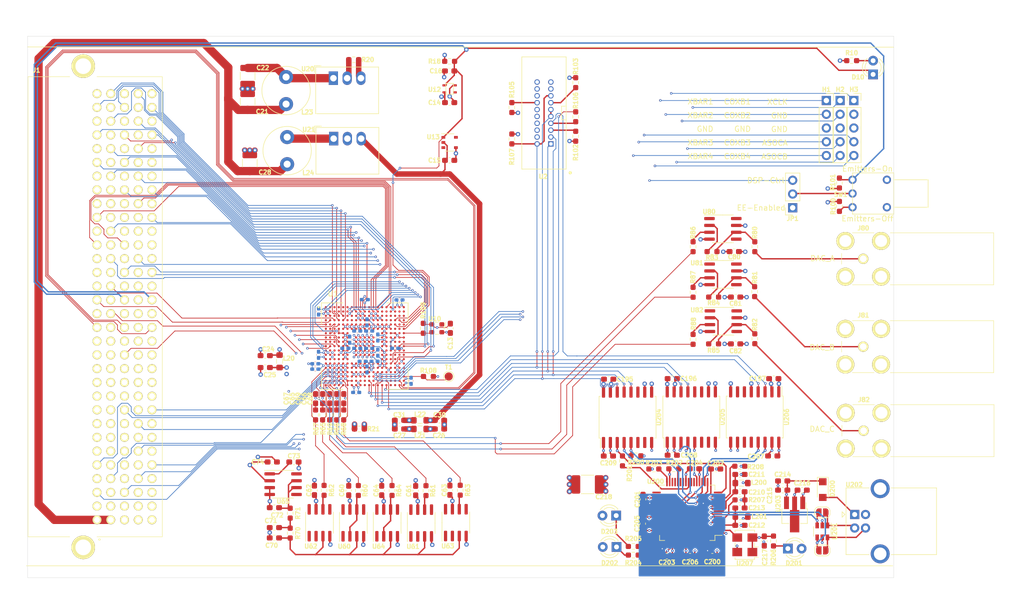
<source format=kicad_pcb>
(kicad_pcb (version 20171130) (host pcbnew "(5.1.9)-1")
  (layers (0 F.Cu signal) (1 In1.Cu signal) (2 In2.Cu signal) (3 In3.Cu signal) (4 In4.Cu signal) (31 B.Cu signal) (34 B.Paste user hide) (35 F.Paste user hide) (36 B.SilkS user) (37 F.SilkS user) (38 B.Mask user hide) (39 F.Mask user hide) (44 Edge.Cuts user))
  (net 0 "")
  (net 1 GND)
  (net 2 +3V3)
  (net 3 +1V2)
  (net 4 /Safe_State)
  (net 5 VDD)
  (net 6 "Net-(C22-Pad1)")
  (net 7 VDDA)
  (net 8 "Net-(C65-Pad2)")
  (net 9 "Net-(C66-Pad2)")
  (net 10 "Net-(C67-Pad2)")
  (net 11 "Net-(C68-Pad2)")
  (net 12 "Net-(C69-Pad2)")
  (net 13 "Net-(C70-Pad2)")
  (net 14 "Net-(C71-Pad2)")
  (net 15 "Net-(C72-Pad2)")
  (net 16 "Net-(C73-Pad2)")
  (net 17 EMU_1V8)
  (net 18 EMU_3V3)
  (net 19 EMU_GND)
  (net 20 "Net-(C210-Pad1)")
  (net 21 "Net-(C212-Pad1)")
  (net 22 EMU_5V)
  (net 23 "Net-(D10-Pad2)")
  (net 24 EMU_USB_5V)
  (net 25 "Net-(D201-Pad1)")
  (net 26 "Net-(D202-Pad1)")
  (net 27 "Net-(D203-Pad1)")
  (net 28 /ADCSOCBO)
  (net 29 /XCLKOUT)
  (net 30 /ADCSOCAO)
  (net 31 /CLB_OUTPUTX_BAR1)
  (net 32 /OUTPUTXBAR8)
  (net 33 /CLB_OUTPUTX_BAR2)
  (net 34 /OUTPUTXBAR7)
  (net 35 /CLB_OUTPUTX_BAR3)
  (net 36 /OUTPUTXBAR6)
  (net 37 /CLB_OUTPUTX_BAR4)
  (net 38 /OUTPUTXBAR5)
  (net 39 /CLB_OUTPUTX_BAR5)
  (net 40 /OUTPUTXBAR4)
  (net 41 /CLB_OUTPUTX_BAR6)
  (net 42 /OUTPUTXBAR3)
  (net 43 /CLB_OUTPUTX_BAR7)
  (net 44 /OUTPUTXBAR2)
  (net 45 /CLB_OUTPUTX_BAR8)
  (net 46 /OUTPUTXBAR1)
  (net 47 "Net-(J80-Pad1)")
  (net 48 "Net-(J81-Pad1)")
  (net 49 "Net-(J82-Pad1)")
  (net 50 "Net-(JP1-Pad2)")
  (net 51 "Net-(JP200-Pad2)")
  (net 52 "Net-(JP200-Pad1)")
  (net 53 "Net-(JP201-Pad2)")
  (net 54 "Net-(JP201-Pad1)")
  (net 55 "Net-(L24-Pad2)")
  (net 56 /ADCrefs/HIA)
  (net 57 "Net-(R60-Pad1)")
  (net 58 /ADCrefs/HIB)
  (net 59 "Net-(R61-Pad1)")
  (net 60 /ADCrefs/HIC)
  (net 61 "Net-(R62-Pad1)")
  (net 62 /ADCrefs/HID)
  (net 63 "Net-(R63-Pad1)")
  (net 64 VDAC)
  (net 65 "Net-(R64-Pad1)")
  (net 66 "Net-(R80-Pad2)")
  (net 67 "Net-(R81-Pad2)")
  (net 68 "Net-(R82-Pad2)")
  (net 69 "Net-(R83-Pad2)")
  (net 70 "Net-(R84-Pad2)")
  (net 71 "Net-(R85-Pad2)")
  (net 72 "/DAC to BNC/DAC_A")
  (net 73 "Net-(R86-Pad1)")
  (net 74 "/DAC to BNC/DAC_B")
  (net 75 "Net-(R87-Pad1)")
  (net 76 "/DAC to BNC/DAC_C")
  (net 77 "Net-(R88-Pad1)")
  (net 78 "Net-(R100-Pad1)")
  (net 79 /PD)
  (net 80 /EMU0)
  (net 81 /EMU1)
  (net 82 "Net-(R106-Pad2)")
  (net 83 /TDO)
  (net 84 /NSRST)
  (net 85 "Net-(R108-Pad1)")
  (net 86 /FTDI/EMU_TMS)
  (net 87 /FTDI/EMU_TCK)
  (net 88 "Net-(R201-Pad1)")
  (net 89 "Net-(R202-Pad2)")
  (net 90 "Net-(R203-Pad2)")
  (net 91 "Net-(R204-Pad1)")
  (net 92 "Net-(R205-Pad2)")
  (net 93 "Net-(R207-Pad2)")
  (net 94 "Net-(R208-Pad2)")
  (net 95 /SD2_D2)
  (net 96 /TMS)
  (net 97 /TDI)
  (net 98 "Net-(U1-PadW12)")
  (net 99 DPS_SCI-TX)
  (net 100 /SD1_D4)
  (net 101 /ADC_B5)
  (net 102 /ADC_B3)
  (net 103 /SD2_D3)
  (net 104 "Net-(U1-PadV17)")
  (net 105 /RTCK)
  (net 106 "Net-(U1-PadV13)")
  (net 107 DPS_SCI-RX)
  (net 108 /SD2_C1)
  (net 109 /SD1_C3)
  (net 110 /ADC_B4)
  (net 111 /ADC_B2)
  (net 112 /SD2_C3)
  (net 113 "Net-(U1-PadU17)")
  (net 114 "Net-(U1-PadU11)")
  (net 115 /SD2_D1)
  (net 116 /SD1_D3)
  (net 117 /ADC_D3)
  (net 118 /ADC_D1)
  (net 119 /ADC_15)
  (net 120 /ADC_A4)
  (net 121 /ADC_A2)
  (net 122 /EPWM13B)
  (net 123 /EPWM13A)
  (net 124 "Net-(U1-PadT17)")
  (net 125 "Net-(U1-PadT11)")
  (net 126 /SD1_C4)
  (net 127 "Net-(U1-PadT9)")
  (net 128 /ADC_D2)
  (net 129 /ADC_D0)
  (net 130 /ADC_14)
  (net 131 /ADC_A5)
  (net 132 /ADC_A3)
  (net 133 /SD1_C2)
  (net 134 /SD1_D2)
  (net 135 /SD1_C1)
  (net 136 /SD1_D1)
  (net 137 /ADC_C4)
  (net 138 /ADC_C2)
  (net 139 "Net-(U1-PadP19)")
  (net 140 "Net-(U1-PadP18)")
  (net 141 /ADC_C5)
  (net 142 /ADC_C3)
  (net 143 /EPWM14A)
  (net 144 "Net-(U1-PadN18)")
  (net 145 "Net-(U1-PadN17)")
  (net 146 "Net-(U1-PadN16)")
  (net 147 /EPWM14B)
  (net 148 "Net-(U1-PadM18)")
  (net 149 "Net-(U1-PadM17)")
  (net 150 "Net-(U1-PadM16)")
  (net 151 "Net-(U1-PadL19)")
  (net 152 "Net-(U1-PadL17)")
  (net 153 "Net-(U1-PadL16)")
  (net 154 "Net-(U1-PadL3)")
  (net 155 "Net-(U1-PadK17)")
  (net 156 "Net-(U1-PadK16)")
  (net 157 "Net-(U1-PadJ19)")
  (net 158 "Net-(U1-PadJ18)")
  (net 159 "Net-(U1-PadJ17)")
  (net 160 "Net-(U1-PadJ16)")
  (net 161 "Net-(U1-PadJ2)")
  (net 162 "Net-(U1-PadJ1)")
  (net 163 "Net-(U1-PadH4)")
  (net 164 "Net-(U1-PadH3)")
  (net 165 "Net-(U1-PadH2)")
  (net 166 "Net-(U1-PadH1)")
  (net 167 /SD2_C2)
  (net 168 "Net-(U1-PadG1)")
  (net 169 "Net-(U1-PadF18)")
  (net 170 "Net-(U1-PadF17)")
  (net 171 "Net-(U1-PadF3)")
  (net 172 "Net-(U1-PadF2)")
  (net 173 "Net-(U1-PadF1)")
  (net 174 "Net-(U1-PadE19)")
  (net 175 "Net-(U1-PadE18)")
  (net 176 /EPWM1A)
  (net 177 "Net-(U1-PadD19)")
  (net 178 /EPWM1B)
  (net 179 /EPWM2A)
  (net 180 "Net-(U1-PadD16)")
  (net 181 "Net-(U1-PadD15)")
  (net 182 /EPWM2B)
  (net 183 /EPWM4B)
  (net 184 /EPWM6B)
  (net 185 "Net-(U1-PadD11)")
  (net 186 /EPWM8A)
  (net 187 /EPWM9B)
  (net 188 "Net-(U1-PadD8)")
  (net 189 "Net-(U1-PadD7)")
  (net 190 "Net-(U1-PadD6)")
  (net 191 /EPWM11B)
  (net 192 /EPWM12B)
  (net 193 "Net-(U1-PadD1)")
  (net 194 "Net-(U1-PadC19)")
  (net 195 "Net-(U1-PadC18)")
  (net 196 "Net-(U1-PadC17)")
  (net 197 "Net-(U1-PadC16)")
  (net 198 "Net-(U1-PadC15)")
  (net 199 "Net-(U1-PadC14)")
  (net 200 /EPWM4A)
  (net 201 /EPWM6A)
  (net 202 "Net-(U1-PadC11)")
  (net 203 /EPWM7B)
  (net 204 /EPWM9A)
  (net 205 "Net-(U1-PadC8)")
  (net 206 "Net-(U1-PadC7)")
  (net 207 "Net-(U1-PadC6)")
  (net 208 /EPWM11A)
  (net 209 /EPWM12A)
  (net 210 "Net-(U1-PadC3)")
  (net 211 "Net-(U1-PadB19)")
  (net 212 "Net-(U1-PadB18)")
  (net 213 "Net-(U1-PadB17)")
  (net 214 "Net-(U1-PadB16)")
  (net 215 /SD2_C4)
  (net 216 "Net-(U1-PadB14)")
  (net 217 /EPWM3B)
  (net 218 /EPWM5B)
  (net 219 "Net-(U1-PadB11)")
  (net 220 /EPWM7A)
  (net 221 /EPWM8B)
  (net 222 /EPWM10B)
  (net 223 "Net-(U1-PadB5)")
  (net 224 "Net-(U1-PadB4)")
  (net 225 "Net-(U1-PadB3)")
  (net 226 "Net-(U1-PadA17)")
  (net 227 /SD2_D4)
  (net 228 "Net-(U1-PadA14)")
  (net 229 /EPWM3A)
  (net 230 /EPWM5A)
  (net 231 "Net-(U1-PadA11)")
  (net 232 /EPWM10A)
  (net 233 "Net-(U1-PadA6)")
  (net 234 "Net-(U1-PadA5)")
  (net 235 "Net-(U1-PadA4)")
  (net 236 "Net-(U1-PadA3)")
  (net 237 "Net-(U1-PadA2)")
  (net 238 "Net-(U2-Pad6)")
  (net 239 "Net-(U10-Pad1)")
  (net 240 "Net-(U12-Pad3)")
  (net 241 "Net-(U13-Pad3)")
  (net 242 "Net-(U60-Pad8)")
  (net 243 "Net-(U60-Pad5)")
  (net 244 "Net-(U60-Pad1)")
  (net 245 "Net-(U61-Pad8)")
  (net 246 "Net-(U61-Pad5)")
  (net 247 "Net-(U61-Pad2)")
  (net 248 "Net-(U61-Pad1)")
  (net 249 "Net-(U62-Pad8)")
  (net 250 "Net-(U62-Pad5)")
  (net 251 "Net-(U62-Pad2)")
  (net 252 "Net-(U62-Pad1)")
  (net 253 "Net-(U63-Pad8)")
  (net 254 "Net-(U63-Pad5)")
  (net 255 "Net-(U63-Pad2)")
  (net 256 "Net-(U63-Pad1)")
  (net 257 "Net-(U64-Pad8)")
  (net 258 "Net-(U64-Pad5)")
  (net 259 "Net-(U64-Pad1)")
  (net 260 "Net-(U65-Pad8)")
  (net 261 "Net-(U65-Pad5)")
  (net 262 "Net-(U80-Pad8)")
  (net 263 "Net-(U80-Pad5)")
  (net 264 "Net-(U80-Pad1)")
  (net 265 "Net-(U81-Pad8)")
  (net 266 "Net-(U81-Pad5)")
  (net 267 "Net-(U81-Pad1)")
  (net 268 "Net-(U82-Pad8)")
  (net 269 "Net-(U82-Pad5)")
  (net 270 "Net-(U82-Pad1)")
  (net 271 "Net-(U200-Pad63)")
  (net 272 "Net-(U200-Pad62)")
  (net 273 "Net-(U200-Pad61)")
  (net 274 "Net-(U200-Pad60)")
  (net 275 "Net-(U200-Pad59)")
  (net 276 "Net-(U200-Pad58)")
  (net 277 "Net-(U200-Pad57)")
  (net 278 "Net-(U200-Pad53)")
  (net 279 "Net-(U200-Pad52)")
  (net 280 "Net-(U200-Pad48)")
  (net 281 "Net-(U200-Pad46)")
  (net 282 "Net-(U200-Pad45)")
  (net 283 "Net-(U200-Pad44)")
  (net 284 "Net-(U200-Pad43)")
  (net 285 "Net-(U200-Pad40)")
  (net 286 /FTDI/EMU_SCI-TX)
  (net 287 /FTDI/EMU_SCI-RX)
  (net 288 "Net-(U200-Pad36)")
  (net 289 "Net-(U200-Pad34)")
  (net 290 "Net-(U200-Pad33)")
  (net 291 "Net-(U200-Pad30)")
  (net 292 "Net-(U200-Pad29)")
  (net 293 "Net-(U200-Pad27)")
  (net 294 "Net-(U200-Pad26)")
  (net 295 "Net-(U200-Pad23)")
  (net 296 "Net-(U200-Pad22)")
  (net 297 /FTDI/EMU_TRSTn)
  (net 298 /FTDI/EMU_TDO)
  (net 299 /FTDI/EMU_TDI)
  (net 300 "Net-(U200-Pad3)")
  (net 301 "Net-(U200-Pad2)")
  (net 302 "Net-(U204-Pad11)")
  (net 303 "Net-(U204-Pad7)")
  (net 304 "Net-(U204-Pad6)")
  (net 305 "Net-(U205-Pad12)")
  (net 306 "Net-(U205-Pad11)")
  (net 307 "Net-(U205-Pad7)")
  (net 308 "Net-(U205-Pad6)")
  (net 309 "Net-(U206-Pad12)")
  (net 310 "Net-(U206-Pad11)")
  (net 311 "Net-(U206-Pad7)")
  (net 312 "Net-(U206-Pad6)")
  (net 313 /25MHz_clk_DSP)
  (net 314 "Net-(U1-PadW16)")
  (net 315 "Net-(U1-PadW10)")
  (net 316 "Net-(U1-PadV12)")
  (net 317 "Net-(U1-PadV8)")
  (net 318 "Net-(U1-PadU15)")
  (net 319 "Net-(U1-PadU12)")
  (net 320 "Net-(U1-PadU8)")
  (net 321 "Net-(U1-PadT15)")
  (net 322 "Net-(U1-PadT12)")
  (net 323 "Net-(U1-PadT8)")
  (net 324 "Net-(U1-PadN4)")
  (net 325 "Net-(U1-PadN3)")
  (net 326 "Net-(U1-PadN2)")
  (net 327 "Net-(U1-PadM4)")
  (net 328 "Net-(U1-PadM3)")
  (net 329 "Net-(U1-PadM2)")
  (net 330 "Net-(U1-PadL4)")
  (net 331 "Net-(U1-PadL2)")
  (net 332 "Net-(U1-PadJ3)")
  (net 333 "Net-(J1-PadMH2)")
  (net 334 "Net-(J1-PadMH1)")
  (net 335 /GPIO25)
  (net 336 /GPIO18)
  (net 337 /GPIO53)
  (net 338 /GPIO44)
  (net 339 /GPIO19)
  (net 340 /GPIO45)
  (net 341 /GPIO22)
  (net 342 /Emitter_Enable)
  (net 343 /GPIO52)
  (net 344 /GPIO23)
  (net 345 /GPIO15)
  (net 346 /GPIO24)
  (net 347 /GPIO16)
  (net 348 /GPIO14)
  (net 349 "Net-(JP1-Pad3)")
  (net 350 +24V)
  (net 351 "/Voltage Regulators/SYS_1.2V")
  (module TI_DSP:BGA337C80P19X19_1600X1600X140N (layer F.Cu) (at 163.4 69)
    (fp_text reference U1 (at -5.875 -9.685) (layer F.SilkS))
    (fp_text value TMS320F28388DZWT)
    (pad W19 smd circle (at 7.2 7.2) (size 0.4 0.4) (layers F.Cu F.Paste F.Mask) (net 1 GND))
    (pad W18 smd circle (at 6.4 7.2) (size 0.4 0.4) (layers F.Cu F.Paste F.Mask) (net 95 /SD2_D2))
    (pad W17 smd circle (at 5.6 7.2) (size 0.4 0.4) (layers F.Cu F.Paste F.Mask) (net 45 /CLB_OUTPUTX_BAR8))
    (pad W16 smd circle (at 4.8 7.2) (size 0.4 0.4) (layers F.Cu F.Paste F.Mask) (net 314 "Net-(U1-PadW16)"))
    (pad W15 smd circle (at 4 7.2) (size 0.4 0.4) (layers F.Cu F.Paste F.Mask) (net 82 "Net-(R106-Pad2)"))
    (pad W14 smd circle (at 3.2 7.2) (size 0.4 0.4) (layers F.Cu F.Paste F.Mask) (net 96 /TMS))
    (pad W13 smd circle (at 2.4 7.2) (size 0.4 0.4) (layers F.Cu F.Paste F.Mask) (net 97 /TDI))
    (pad W12 smd circle (at 1.6 7.2) (size 0.4 0.4) (layers F.Cu F.Paste F.Mask) (net 98 "Net-(U1-PadW12)"))
    (pad W11 smd circle (at 0.8 7.2) (size 0.4 0.4) (layers F.Cu F.Paste F.Mask) (net 99 DPS_SCI-TX))
    (pad W10 smd circle (at 0 7.2) (size 0.4 0.4) (layers F.Cu F.Paste F.Mask) (net 315 "Net-(U1-PadW10)"))
    (pad W9 smd circle (at -0.8 7.2) (size 0.4 0.4) (layers F.Cu F.Paste F.Mask) (net 100 /SD1_D4))
    (pad W8 smd circle (at -1.6 7.2) (size 0.4 0.4) (layers F.Cu F.Paste F.Mask) (net 5 VDD))
    (pad W7 smd circle (at -2.4 7.2) (size 0.4 0.4) (layers F.Cu F.Paste F.Mask) (net 1 GND))
    (pad W6 smd circle (at -3.2 7.2) (size 0.4 0.4) (layers F.Cu F.Paste F.Mask) (net 1 GND))
    (pad W5 smd circle (at -4 7.2) (size 0.4 0.4) (layers F.Cu F.Paste F.Mask) (net 58 /ADCrefs/HIB))
    (pad W4 smd circle (at -4.8 7.2) (size 0.4 0.4) (layers F.Cu F.Paste F.Mask) (net 101 /ADC_B5))
    (pad W3 smd circle (at -5.6 7.2) (size 0.4 0.4) (layers F.Cu F.Paste F.Mask) (net 102 /ADC_B3))
    (pad W2 smd circle (at -6.4 7.2) (size 0.4 0.4) (layers F.Cu F.Paste F.Mask) (net 76 "/DAC to BNC/DAC_C"))
    (pad W1 smd circle (at -7.2 7.2) (size 0.4 0.4) (layers F.Cu F.Paste F.Mask) (net 1 GND))
    (pad V19 smd circle (at 7.2 6.4) (size 0.4 0.4) (layers F.Cu F.Paste F.Mask) (net 5 VDD))
    (pad V18 smd circle (at 6.4 6.4) (size 0.4 0.4) (layers F.Cu F.Paste F.Mask) (net 103 /SD2_D3))
    (pad V17 smd circle (at 5.6 6.4) (size 0.4 0.4) (layers F.Cu F.Paste F.Mask) (net 104 "Net-(U1-PadV17)"))
    (pad V16 smd circle (at 4.8 6.4) (size 0.4 0.4) (layers F.Cu F.Paste F.Mask) (net 39 /CLB_OUTPUTX_BAR5))
    (pad V15 smd circle (at 4 6.4) (size 0.4 0.4) (layers F.Cu F.Paste F.Mask) (net 105 /RTCK))
    (pad V14 smd circle (at 3.2 6.4) (size 0.4 0.4) (layers F.Cu F.Paste F.Mask) (net 84 /NSRST))
    (pad V13 smd circle (at 2.4 6.4) (size 0.4 0.4) (layers F.Cu F.Paste F.Mask) (net 106 "Net-(U1-PadV13)"))
    (pad V12 smd circle (at 1.6 6.4) (size 0.4 0.4) (layers F.Cu F.Paste F.Mask) (net 316 "Net-(U1-PadV12)"))
    (pad V11 smd circle (at 0.8 6.4) (size 0.4 0.4) (layers F.Cu F.Paste F.Mask) (net 107 DPS_SCI-RX))
    (pad V10 smd circle (at 0 6.4) (size 0.4 0.4) (layers F.Cu F.Paste F.Mask) (net 108 /SD2_C1))
    (pad V9 smd circle (at -0.8 6.4) (size 0.4 0.4) (layers F.Cu F.Paste F.Mask) (net 109 /SD1_C3))
    (pad V8 smd circle (at -1.6 6.4) (size 0.4 0.4) (layers F.Cu F.Paste F.Mask) (net 317 "Net-(U1-PadV8)"))
    (pad V7 smd circle (at -2.4 6.4) (size 0.4 0.4) (layers F.Cu F.Paste F.Mask) (net 1 GND))
    (pad V6 smd circle (at -3.2 6.4) (size 0.4 0.4) (layers F.Cu F.Paste F.Mask) (net 1 GND))
    (pad V5 smd circle (at -4 6.4) (size 0.4 0.4) (layers F.Cu F.Paste F.Mask) (net 62 /ADCrefs/HID))
    (pad V4 smd circle (at -4.8 6.4) (size 0.4 0.4) (layers F.Cu F.Paste F.Mask) (net 110 /ADC_B4))
    (pad V3 smd circle (at -5.6 6.4) (size 0.4 0.4) (layers F.Cu F.Paste F.Mask) (net 111 /ADC_B2))
    (pad V2 smd circle (at -6.4 6.4) (size 0.4 0.4) (layers F.Cu F.Paste F.Mask) (net 64 VDAC))
    (pad V1 smd circle (at -7.2 6.4) (size 0.4 0.4) (layers F.Cu F.Paste F.Mask) (net 56 /ADCrefs/HIA))
    (pad U19 smd circle (at 7.2 5.6) (size 0.4 0.4) (layers F.Cu F.Paste F.Mask) (net 85 "Net-(R108-Pad1)"))
    (pad U18 smd circle (at 6.4 5.6) (size 0.4 0.4) (layers F.Cu F.Paste F.Mask) (net 112 /SD2_C3))
    (pad U17 smd circle (at 5.6 5.6) (size 0.4 0.4) (layers F.Cu F.Paste F.Mask) (net 113 "Net-(U1-PadU17)"))
    (pad U16 smd circle (at 4.8 5.6) (size 0.4 0.4) (layers F.Cu F.Paste F.Mask) (net 41 /CLB_OUTPUTX_BAR6))
    (pad U15 smd circle (at 4 5.6) (size 0.4 0.4) (layers F.Cu F.Paste F.Mask) (net 318 "Net-(U1-PadU15)"))
    (pad U14 smd circle (at 3.2 5.6) (size 0.4 0.4) (layers F.Cu F.Paste F.Mask) (net 35 /CLB_OUTPUTX_BAR3))
    (pad U13 smd circle (at 2.4 5.6) (size 0.4 0.4) (layers F.Cu F.Paste F.Mask) (net 31 /CLB_OUTPUTX_BAR1))
    (pad U12 smd circle (at 1.6 5.6) (size 0.4 0.4) (layers F.Cu F.Paste F.Mask) (net 319 "Net-(U1-PadU12)"))
    (pad U11 smd circle (at 0.8 5.6) (size 0.4 0.4) (layers F.Cu F.Paste F.Mask) (net 114 "Net-(U1-PadU11)"))
    (pad U10 smd circle (at 0 5.6) (size 0.4 0.4) (layers F.Cu F.Paste F.Mask) (net 115 /SD2_D1))
    (pad U9 smd circle (at -0.8 5.6) (size 0.4 0.4) (layers F.Cu F.Paste F.Mask) (net 116 /SD1_D3))
    (pad U8 smd circle (at -1.6 5.6) (size 0.4 0.4) (layers F.Cu F.Paste F.Mask) (net 320 "Net-(U1-PadU8)"))
    (pad U7 smd circle (at -2.4 5.6) (size 0.4 0.4) (layers F.Cu F.Paste F.Mask) (net 1 GND))
    (pad U6 smd circle (at -3.2 5.6) (size 0.4 0.4) (layers F.Cu F.Paste F.Mask) (net 117 /ADC_D3))
    (pad U5 smd circle (at -4 5.6) (size 0.4 0.4) (layers F.Cu F.Paste F.Mask) (net 118 /ADC_D1))
    (pad U4 smd circle (at -4.8 5.6) (size 0.4 0.4) (layers F.Cu F.Paste F.Mask) (net 119 /ADC_15))
    (pad U3 smd circle (at -5.6 5.6) (size 0.4 0.4) (layers F.Cu F.Paste F.Mask) (net 120 /ADC_A4))
    (pad U2 smd circle (at -6.4 5.6) (size 0.4 0.4) (layers F.Cu F.Paste F.Mask) (net 121 /ADC_A2))
    (pad U1 smd circle (at -7.2 5.6) (size 0.4 0.4) (layers F.Cu F.Paste F.Mask) (net 72 "/DAC to BNC/DAC_A"))
    (pad T19 smd circle (at 7.2 4.8) (size 0.4 0.4) (layers F.Cu F.Paste F.Mask) (net 122 /EPWM13B))
    (pad T18 smd circle (at 6.4 4.8) (size 0.4 0.4) (layers F.Cu F.Paste F.Mask) (net 123 /EPWM13A))
    (pad T17 smd circle (at 5.6 4.8) (size 0.4 0.4) (layers F.Cu F.Paste F.Mask) (net 124 "Net-(U1-PadT17)"))
    (pad T16 smd circle (at 4.8 4.8) (size 0.4 0.4) (layers F.Cu F.Paste F.Mask) (net 43 /CLB_OUTPUTX_BAR7))
    (pad T15 smd circle (at 4 4.8) (size 0.4 0.4) (layers F.Cu F.Paste F.Mask) (net 321 "Net-(U1-PadT15)"))
    (pad T14 smd circle (at 3.2 4.8) (size 0.4 0.4) (layers F.Cu F.Paste F.Mask) (net 37 /CLB_OUTPUTX_BAR4))
    (pad T13 smd circle (at 2.4 4.8) (size 0.4 0.4) (layers F.Cu F.Paste F.Mask) (net 33 /CLB_OUTPUTX_BAR2))
    (pad T12 smd circle (at 1.6 4.8) (size 0.4 0.4) (layers F.Cu F.Paste F.Mask) (net 322 "Net-(U1-PadT12)"))
    (pad T11 smd circle (at 0.8 4.8) (size 0.4 0.4) (layers F.Cu F.Paste F.Mask) (net 125 "Net-(U1-PadT11)"))
    (pad T10 smd circle (at 0 4.8) (size 0.4 0.4) (layers F.Cu F.Paste F.Mask) (net 126 /SD1_C4))
    (pad T9 smd circle (at -0.8 4.8) (size 0.4 0.4) (layers F.Cu F.Paste F.Mask) (net 127 "Net-(U1-PadT9)"))
    (pad T8 smd circle (at -1.6 4.8) (size 0.4 0.4) (layers F.Cu F.Paste F.Mask) (net 323 "Net-(U1-PadT8)"))
    (pad T7 smd circle (at -2.4 4.8) (size 0.4 0.4) (layers F.Cu F.Paste F.Mask) (net 1 GND))
    (pad T6 smd circle (at -3.2 4.8) (size 0.4 0.4) (layers F.Cu F.Paste F.Mask) (net 128 /ADC_D2))
    (pad T5 smd circle (at -4 4.8) (size 0.4 0.4) (layers F.Cu F.Paste F.Mask) (net 129 /ADC_D0))
    (pad T4 smd circle (at -4.8 4.8) (size 0.4 0.4) (layers F.Cu F.Paste F.Mask) (net 130 /ADC_14))
    (pad T3 smd circle (at -5.6 4.8) (size 0.4 0.4) (layers F.Cu F.Paste F.Mask) (net 131 /ADC_A5))
    (pad T2 smd circle (at -6.4 4.8) (size 0.4 0.4) (layers F.Cu F.Paste F.Mask) (net 132 /ADC_A3))
    (pad T1 smd circle (at -7.2 4.8) (size 0.4 0.4) (layers F.Cu F.Paste F.Mask) (net 74 "/DAC to BNC/DAC_B"))
    (pad R19 smd circle (at 7.2 4) (size 0.4 0.4) (layers F.Cu F.Paste F.Mask) (net 133 /SD1_C2))
    (pad R18 smd circle (at 6.4 4) (size 0.4 0.4) (layers F.Cu F.Paste F.Mask) (net 134 /SD1_D2))
    (pad R17 smd circle (at 5.6 4) (size 0.4 0.4) (layers F.Cu F.Paste F.Mask) (net 135 /SD1_C1))
    (pad R16 smd circle (at 4.8 4) (size 0.4 0.4) (layers F.Cu F.Paste F.Mask) (net 136 /SD1_D1))
    (pad R15 smd circle (at 4 4) (size 0.4 0.4) (layers F.Cu F.Paste F.Mask) (net 1 GND))
    (pad R14 smd circle (at 3.2 4) (size 0.4 0.4) (layers F.Cu F.Paste F.Mask) (net 1 GND))
    (pad R13 smd circle (at 2.4 4) (size 0.4 0.4) (layers F.Cu F.Paste F.Mask) (net 3 +1V2))
    (pad R12 smd circle (at 1.6 4) (size 0.4 0.4) (layers F.Cu F.Paste F.Mask) (net 5 VDD))
    (pad R11 smd circle (at 0.8 4) (size 0.4 0.4) (layers F.Cu F.Paste F.Mask) (net 5 VDD))
    (pad R10 smd circle (at 0 4) (size 0.4 0.4) (layers F.Cu F.Paste F.Mask) (net 3 +1V2))
    (pad R9 smd circle (at -0.8 4) (size 0.4 0.4) (layers F.Cu F.Paste F.Mask) (net 5 VDD))
    (pad R8 smd circle (at -1.6 4) (size 0.4 0.4) (layers F.Cu F.Paste F.Mask) (net 1 GND))
    (pad R7 smd circle (at -2.4 4) (size 0.4 0.4) (layers F.Cu F.Paste F.Mask) (net 1 GND))
    (pad R6 smd circle (at -3.2 4) (size 0.4 0.4) (layers F.Cu F.Paste F.Mask) (net 7 VDDA))
    (pad R5 smd circle (at -4 4) (size 0.4 0.4) (layers F.Cu F.Paste F.Mask) (net 1 GND))
    (pad R4 smd circle (at -4.8 4) (size 0.4 0.4) (layers F.Cu F.Paste F.Mask) (net 137 /ADC_C4))
    (pad R3 smd circle (at -5.6 4) (size 0.4 0.4) (layers F.Cu F.Paste F.Mask) (net 138 /ADC_C2))
    (pad R2 smd circle (at -6.4 4) (size 0.4 0.4) (layers F.Cu F.Paste F.Mask) (net 1 GND))
    (pad R1 smd circle (at -7.2 4) (size 0.4 0.4) (layers F.Cu F.Paste F.Mask) (net 60 /ADCrefs/HIC))
    (pad P19 smd circle (at 7.2 3.2) (size 0.4 0.4) (layers F.Cu F.Paste F.Mask) (net 139 "Net-(U1-PadP19)"))
    (pad P18 smd circle (at 6.4 3.2) (size 0.4 0.4) (layers F.Cu F.Paste F.Mask) (net 140 "Net-(U1-PadP18)"))
    (pad P17 smd circle (at 5.6 3.2) (size 0.4 0.4) (layers F.Cu F.Paste F.Mask) (net 337 /GPIO53))
    (pad P16 smd circle (at 4.8 3.2) (size 0.4 0.4) (layers F.Cu F.Paste F.Mask) (net 343 /GPIO52))
    (pad P15 smd circle (at 4 3.2) (size 0.4 0.4) (layers F.Cu F.Paste F.Mask) (net 1 GND))
    (pad P14 smd circle (at 3.2 3.2) (size 0.4 0.4) (layers F.Cu F.Paste F.Mask) (net 1 GND))
    (pad P13 smd circle (at 2.4 3.2) (size 0.4 0.4) (layers F.Cu F.Paste F.Mask) (net 3 +1V2))
    (pad P12 smd circle (at 1.6 3.2) (size 0.4 0.4) (layers F.Cu F.Paste F.Mask) (net 1 GND))
    (pad P11 smd circle (at 0.8 3.2) (size 0.4 0.4) (layers F.Cu F.Paste F.Mask) (net 1 GND))
    (pad P10 smd circle (at 0 3.2) (size 0.4 0.4) (layers F.Cu F.Paste F.Mask) (net 3 +1V2))
    (pad P9 smd circle (at -0.8 3.2) (size 0.4 0.4) (layers F.Cu F.Paste F.Mask) (net 5 VDD))
    (pad P8 smd circle (at -1.6 3.2) (size 0.4 0.4) (layers F.Cu F.Paste F.Mask) (net 1 GND))
    (pad P7 smd circle (at -2.4 3.2) (size 0.4 0.4) (layers F.Cu F.Paste F.Mask) (net 1 GND))
    (pad P6 smd circle (at -3.2 3.2) (size 0.4 0.4) (layers F.Cu F.Paste F.Mask) (net 7 VDDA))
    (pad P5 smd circle (at -4 3.2) (size 0.4 0.4) (layers F.Cu F.Paste F.Mask) (net 1 GND))
    (pad P4 smd circle (at -4.8 3.2) (size 0.4 0.4) (layers F.Cu F.Paste F.Mask) (net 141 /ADC_C5))
    (pad P3 smd circle (at -5.6 3.2) (size 0.4 0.4) (layers F.Cu F.Paste F.Mask) (net 142 /ADC_C3))
    (pad P2 smd circle (at -6.4 3.2) (size 0.4 0.4) (layers F.Cu F.Paste F.Mask) (net 1 GND))
    (pad P1 smd circle (at -7.2 3.2) (size 0.4 0.4) (layers F.Cu F.Paste F.Mask) (net 1 GND))
    (pad N19 smd circle (at 7.2 2.4) (size 0.4 0.4) (layers F.Cu F.Paste F.Mask) (net 143 /EPWM14A))
    (pad N18 smd circle (at 6.4 2.4) (size 0.4 0.4) (layers F.Cu F.Paste F.Mask) (net 144 "Net-(U1-PadN18)"))
    (pad N17 smd circle (at 5.6 2.4) (size 0.4 0.4) (layers F.Cu F.Paste F.Mask) (net 145 "Net-(U1-PadN17)"))
    (pad N16 smd circle (at 4.8 2.4) (size 0.4 0.4) (layers F.Cu F.Paste F.Mask) (net 146 "Net-(U1-PadN16)"))
    (pad N15 smd circle (at 4 2.4) (size 0.4 0.4) (layers F.Cu F.Paste F.Mask) (net 5 VDD))
    (pad N14 smd circle (at 3.2 2.4) (size 0.4 0.4) (layers F.Cu F.Paste F.Mask) (net 5 VDD))
    (pad N6 smd circle (at -3.2 2.4) (size 0.4 0.4) (layers F.Cu F.Paste F.Mask) (net 1 GND))
    (pad N5 smd circle (at -4 2.4) (size 0.4 0.4) (layers F.Cu F.Paste F.Mask) (net 1 GND))
    (pad N4 smd circle (at -4.8 2.4) (size 0.4 0.4) (layers F.Cu F.Paste F.Mask) (net 324 "Net-(U1-PadN4)"))
    (pad N3 smd circle (at -5.6 2.4) (size 0.4 0.4) (layers F.Cu F.Paste F.Mask) (net 325 "Net-(U1-PadN3)"))
    (pad N2 smd circle (at -6.4 2.4) (size 0.4 0.4) (layers F.Cu F.Paste F.Mask) (net 326 "Net-(U1-PadN2)"))
    (pad N1 smd circle (at -7.2 2.4) (size 0.4 0.4) (layers F.Cu F.Paste F.Mask) (net 1 GND))
    (pad M19 smd circle (at 7.2 1.6) (size 0.4 0.4) (layers F.Cu F.Paste F.Mask) (net 147 /EPWM14B))
    (pad M18 smd circle (at 6.4 1.6) (size 0.4 0.4) (layers F.Cu F.Paste F.Mask) (net 148 "Net-(U1-PadM18)"))
    (pad M17 smd circle (at 5.6 1.6) (size 0.4 0.4) (layers F.Cu F.Paste F.Mask) (net 149 "Net-(U1-PadM17)"))
    (pad M16 smd circle (at 4.8 1.6) (size 0.4 0.4) (layers F.Cu F.Paste F.Mask) (net 150 "Net-(U1-PadM16)"))
    (pad M15 smd circle (at 4 1.6) (size 0.4 0.4) (layers F.Cu F.Paste F.Mask) (net 1 GND))
    (pad M14 smd circle (at 3.2 1.6) (size 0.4 0.4) (layers F.Cu F.Paste F.Mask) (net 1 GND))
    (pad M12 smd circle (at 1.6 1.6) (size 0.4 0.4) (layers F.Cu F.Paste F.Mask) (net 1 GND))
    (pad M11 smd circle (at 0.8 1.6) (size 0.4 0.4) (layers F.Cu F.Paste F.Mask) (net 1 GND))
    (pad M10 smd circle (at 0 1.6) (size 0.4 0.4) (layers F.Cu F.Paste F.Mask) (net 1 GND))
    (pad M9 smd circle (at -0.8 1.6) (size 0.4 0.4) (layers F.Cu F.Paste F.Mask) (net 1 GND))
    (pad M8 smd circle (at -1.6 1.6) (size 0.4 0.4) (layers F.Cu F.Paste F.Mask) (net 1 GND))
    (pad M6 smd circle (at -3.2 1.6) (size 0.4 0.4) (layers F.Cu F.Paste F.Mask) (net 5 VDD))
    (pad M5 smd circle (at -4 1.6) (size 0.4 0.4) (layers F.Cu F.Paste F.Mask) (net 5 VDD))
    (pad M4 smd circle (at -4.8 1.6) (size 0.4 0.4) (layers F.Cu F.Paste F.Mask) (net 327 "Net-(U1-PadM4)"))
    (pad M3 smd circle (at -5.6 1.6) (size 0.4 0.4) (layers F.Cu F.Paste F.Mask) (net 328 "Net-(U1-PadM3)"))
    (pad M2 smd circle (at -6.4 1.6) (size 0.4 0.4) (layers F.Cu F.Paste F.Mask) (net 329 "Net-(U1-PadM2)"))
    (pad M1 smd circle (at -7.2 1.6) (size 0.4 0.4) (layers F.Cu F.Paste F.Mask) (net 5 VDD))
    (pad L19 smd circle (at 7.2 0.8) (size 0.4 0.4) (layers F.Cu F.Paste F.Mask) (net 151 "Net-(U1-PadL19)"))
    (pad L18 smd circle (at 6.4 0.8) (size 0.4 0.4) (layers F.Cu F.Paste F.Mask) (net 1 GND))
    (pad L17 smd circle (at 5.6 0.8) (size 0.4 0.4) (layers F.Cu F.Paste F.Mask) (net 152 "Net-(U1-PadL17)"))
    (pad L16 smd circle (at 4.8 0.8) (size 0.4 0.4) (layers F.Cu F.Paste F.Mask) (net 153 "Net-(U1-PadL16)"))
    (pad L15 smd circle (at 4 0.8) (size 0.4 0.4) (layers F.Cu F.Paste F.Mask) (net 5 VDD))
    (pad L14 smd circle (at 3.2 0.8) (size 0.4 0.4) (layers F.Cu F.Paste F.Mask) (net 5 VDD))
    (pad L12 smd circle (at 1.6 0.8) (size 0.4 0.4) (layers F.Cu F.Paste F.Mask) (net 1 GND))
    (pad L11 smd circle (at 0.8 0.8) (size 0.4 0.4) (layers F.Cu F.Paste F.Mask) (net 1 GND))
    (pad L10 smd circle (at 0 0.8) (size 0.4 0.4) (layers F.Cu F.Paste F.Mask) (net 1 GND))
    (pad L9 smd circle (at -0.8 0.8) (size 0.4 0.4) (layers F.Cu F.Paste F.Mask) (net 1 GND))
    (pad L8 smd circle (at -1.6 0.8) (size 0.4 0.4) (layers F.Cu F.Paste F.Mask) (net 1 GND))
    (pad L6 smd circle (at -3.2 0.8) (size 0.4 0.4) (layers F.Cu F.Paste F.Mask) (net 1 GND))
    (pad L5 smd circle (at -4 0.8) (size 0.4 0.4) (layers F.Cu F.Paste F.Mask) (net 1 GND))
    (pad L4 smd circle (at -4.8 0.8) (size 0.4 0.4) (layers F.Cu F.Paste F.Mask) (net 330 "Net-(U1-PadL4)"))
    (pad L3 smd circle (at -5.6 0.8) (size 0.4 0.4) (layers F.Cu F.Paste F.Mask) (net 154 "Net-(U1-PadL3)"))
    (pad L2 smd circle (at -6.4 0.8) (size 0.4 0.4) (layers F.Cu F.Paste F.Mask) (net 331 "Net-(U1-PadL2)"))
    (pad L1 smd circle (at -7.2 0.8) (size 0.4 0.4) (layers F.Cu F.Paste F.Mask) (net 40 /OUTPUTXBAR4))
    (pad K19 smd circle (at 7.2 0) (size 0.4 0.4) (layers F.Cu F.Paste F.Mask) (net 340 /GPIO45))
    (pad K18 smd circle (at 6.4 0) (size 0.4 0.4) (layers F.Cu F.Paste F.Mask) (net 338 /GPIO44))
    (pad K17 smd circle (at 5.6 0) (size 0.4 0.4) (layers F.Cu F.Paste F.Mask) (net 155 "Net-(U1-PadK17)"))
    (pad K16 smd circle (at 4.8 0) (size 0.4 0.4) (layers F.Cu F.Paste F.Mask) (net 156 "Net-(U1-PadK16)"))
    (pad K15 smd circle (at 4 0) (size 0.4 0.4) (layers F.Cu F.Paste F.Mask) (net 1 GND))
    (pad K14 smd circle (at 3.2 0) (size 0.4 0.4) (layers F.Cu F.Paste F.Mask) (net 1 GND))
    (pad K12 smd circle (at 1.6 0) (size 0.4 0.4) (layers F.Cu F.Paste F.Mask) (net 1 GND))
    (pad K11 smd circle (at 0.8 0) (size 0.4 0.4) (layers F.Cu F.Paste F.Mask) (net 1 GND))
    (pad K10 smd circle (at 0 0) (size 0.4 0.4) (layers F.Cu F.Paste F.Mask) (net 1 GND))
    (pad K9 smd circle (at -0.8 0) (size 0.4 0.4) (layers F.Cu F.Paste F.Mask) (net 1 GND))
    (pad K8 smd circle (at -1.6 0) (size 0.4 0.4) (layers F.Cu F.Paste F.Mask) (net 1 GND))
    (pad K6 smd circle (at -3.2 0) (size 0.4 0.4) (layers F.Cu F.Paste F.Mask) (net 3 +1V2))
    (pad K5 smd circle (at -4 0) (size 0.4 0.4) (layers F.Cu F.Paste F.Mask) (net 3 +1V2))
    (pad K4 smd circle (at -4.8 0) (size 0.4 0.4) (layers F.Cu F.Paste F.Mask) (net 344 /GPIO23))
    (pad K3 smd circle (at -5.6 0) (size 0.4 0.4) (layers F.Cu F.Paste F.Mask) (net 346 /GPIO24))
    (pad K2 smd circle (at -6.4 0) (size 0.4 0.4) (layers F.Cu F.Paste F.Mask) (net 335 /GPIO25))
    (pad K1 smd circle (at -7.2 0) (size 0.4 0.4) (layers F.Cu F.Paste F.Mask) (net 42 /OUTPUTXBAR3))
    (pad J19 smd circle (at 7.2 -0.8) (size 0.4 0.4) (layers F.Cu F.Paste F.Mask) (net 157 "Net-(U1-PadJ19)"))
    (pad J18 smd circle (at 6.4 -0.8) (size 0.4 0.4) (layers F.Cu F.Paste F.Mask) (net 158 "Net-(U1-PadJ18)"))
    (pad J17 smd circle (at 5.6 -0.8) (size 0.4 0.4) (layers F.Cu F.Paste F.Mask) (net 159 "Net-(U1-PadJ17)"))
    (pad J16 smd circle (at 4.8 -0.8) (size 0.4 0.4) (layers F.Cu F.Paste F.Mask) (net 160 "Net-(U1-PadJ16)"))
    (pad J15 smd circle (at 4 -0.8) (size 0.4 0.4) (layers F.Cu F.Paste F.Mask) (net 3 +1V2))
    (pad J14 smd circle (at 3.2 -0.8) (size 0.4 0.4) (layers F.Cu F.Paste F.Mask) (net 3 +1V2))
    (pad J12 smd circle (at 1.6 -0.8) (size 0.4 0.4) (layers F.Cu F.Paste F.Mask) (net 1 GND))
    (pad J11 smd circle (at 0.8 -0.8) (size 0.4 0.4) (layers F.Cu F.Paste F.Mask) (net 1 GND))
    (pad J10 smd circle (at 0 -0.8) (size 0.4 0.4) (layers F.Cu F.Paste F.Mask) (net 1 GND))
    (pad J9 smd circle (at -0.8 -0.8) (size 0.4 0.4) (layers F.Cu F.Paste F.Mask) (net 1 GND))
    (pad J8 smd circle (at -1.6 -0.8) (size 0.4 0.4) (layers F.Cu F.Paste F.Mask) (net 1 GND))
    (pad J6 smd circle (at -3.2 -0.8) (size 0.4 0.4) (layers F.Cu F.Paste F.Mask) (net 1 GND))
    (pad J5 smd circle (at -4 -0.8) (size 0.4 0.4) (layers F.Cu F.Paste F.Mask) (net 1 GND))
    (pad J4 smd circle (at -4.8 -0.8) (size 0.4 0.4) (layers F.Cu F.Paste F.Mask) (net 341 /GPIO22))
    (pad J3 smd circle (at -5.6 -0.8) (size 0.4 0.4) (layers F.Cu F.Paste F.Mask) (net 332 "Net-(U1-PadJ3)"))
    (pad J2 smd circle (at -6.4 -0.8) (size 0.4 0.4) (layers F.Cu F.Paste F.Mask) (net 161 "Net-(U1-PadJ2)"))
    (pad J1 smd circle (at -7.2 -0.8) (size 0.4 0.4) (layers F.Cu F.Paste F.Mask) (net 162 "Net-(U1-PadJ1)"))
    (pad H19 smd circle (at 7.2 -1.6) (size 0.4 0.4) (layers F.Cu F.Paste F.Mask) (net 1 GND))
    (pad H18 smd circle (at 6.4 -1.6) (size 0.4 0.4) (layers F.Cu F.Paste F.Mask) (net 1 GND))
    (pad H17 smd circle (at 5.6 -1.6) (size 0.4 0.4) (layers F.Cu F.Paste F.Mask) (net 5 VDD))
    (pad H16 smd circle (at 4.8 -1.6) (size 0.4 0.4) (layers F.Cu F.Paste F.Mask) (net 5 VDD))
    (pad H15 smd circle (at 4 -1.6) (size 0.4 0.4) (layers F.Cu F.Paste F.Mask) (net 1 GND))
    (pad H14 smd circle (at 3.2 -1.6) (size 0.4 0.4) (layers F.Cu F.Paste F.Mask) (net 1 GND))
    (pad H12 smd circle (at 1.6 -1.6) (size 0.4 0.4) (layers F.Cu F.Paste F.Mask) (net 1 GND))
    (pad H11 smd circle (at 0.8 -1.6) (size 0.4 0.4) (layers F.Cu F.Paste F.Mask) (net 1 GND))
    (pad H10 smd circle (at 0 -1.6) (size 0.4 0.4) (layers F.Cu F.Paste F.Mask) (net 1 GND))
    (pad H9 smd circle (at -0.8 -1.6) (size 0.4 0.4) (layers F.Cu F.Paste F.Mask) (net 1 GND))
    (pad H8 smd circle (at -1.6 -1.6) (size 0.4 0.4) (layers F.Cu F.Paste F.Mask) (net 1 GND))
    (pad H6 smd circle (at -3.2 -1.6) (size 0.4 0.4) (layers F.Cu F.Paste F.Mask) (net 5 VDD))
    (pad H5 smd circle (at -4 -1.6) (size 0.4 0.4) (layers F.Cu F.Paste F.Mask) (net 5 VDD))
    (pad H4 smd circle (at -4.8 -1.6) (size 0.4 0.4) (layers F.Cu F.Paste F.Mask) (net 163 "Net-(U1-PadH4)"))
    (pad H3 smd circle (at -5.6 -1.6) (size 0.4 0.4) (layers F.Cu F.Paste F.Mask) (net 164 "Net-(U1-PadH3)"))
    (pad H2 smd circle (at -6.4 -1.6) (size 0.4 0.4) (layers F.Cu F.Paste F.Mask) (net 165 "Net-(U1-PadH2)"))
    (pad H1 smd circle (at -7.2 -1.6) (size 0.4 0.4) (layers F.Cu F.Paste F.Mask) (net 166 "Net-(U1-PadH1)"))
    (pad G19 smd circle (at 7.2 -2.4) (size 0.4 0.4) (layers F.Cu F.Paste F.Mask) (net 313 /25MHz_clk_DSP))
    (pad G18 smd circle (at 6.4 -2.4) (size 0.4 0.4) (layers F.Cu F.Paste F.Mask) (net 167 /SD2_C2))
    (pad G17 smd circle (at 5.6 -2.4) (size 0.4 0.4) (layers F.Cu F.Paste F.Mask) (net 1 GND))
    (pad G16 smd circle (at 4.8 -2.4) (size 0.4 0.4) (layers F.Cu F.Paste F.Mask) (net 1 GND))
    (pad G15 smd circle (at 4 -2.4) (size 0.4 0.4) (layers F.Cu F.Paste F.Mask) (net 3 +1V2))
    (pad G14 smd circle (at 3.2 -2.4) (size 0.4 0.4) (layers F.Cu F.Paste F.Mask) (net 3 +1V2))
    (pad G6 smd circle (at -3.2 -2.4) (size 0.4 0.4) (layers F.Cu F.Paste F.Mask) (net 5 VDD))
    (pad G5 smd circle (at -4 -2.4) (size 0.4 0.4) (layers F.Cu F.Paste F.Mask) (net 5 VDD))
    (pad G4 smd circle (at -4.8 -2.4) (size 0.4 0.4) (layers F.Cu F.Paste F.Mask) (net 5 VDD))
    (pad G3 smd circle (at -5.6 -2.4) (size 0.4 0.4) (layers F.Cu F.Paste F.Mask) (net 36 /OUTPUTXBAR6))
    (pad G2 smd circle (at -6.4 -2.4) (size 0.4 0.4) (layers F.Cu F.Paste F.Mask) (net 30 /ADCSOCAO))
    (pad G1 smd circle (at -7.2 -2.4) (size 0.4 0.4) (layers F.Cu F.Paste F.Mask) (net 168 "Net-(U1-PadG1)"))
    (pad F19 smd circle (at 7.2 -3.2) (size 0.4 0.4) (layers F.Cu F.Paste F.Mask) (net 4 /Safe_State))
    (pad F18 smd circle (at 6.4 -3.2) (size 0.4 0.4) (layers F.Cu F.Paste F.Mask) (net 169 "Net-(U1-PadF18)"))
    (pad F17 smd circle (at 5.6 -3.2) (size 0.4 0.4) (layers F.Cu F.Paste F.Mask) (net 170 "Net-(U1-PadF17)"))
    (pad F16 smd circle (at 4.8 -3.2) (size 0.4 0.4) (layers F.Cu F.Paste F.Mask) (net 5 VDD))
    (pad F15 smd circle (at 4 -3.2) (size 0.4 0.4) (layers F.Cu F.Paste F.Mask) (net 1 GND))
    (pad F14 smd circle (at 3.2 -3.2) (size 0.4 0.4) (layers F.Cu F.Paste F.Mask) (net 1 GND))
    (pad F13 smd circle (at 2.4 -3.2) (size 0.4 0.4) (layers F.Cu F.Paste F.Mask) (net 5 VDD))
    (pad F12 smd circle (at 1.6 -3.2) (size 0.4 0.4) (layers F.Cu F.Paste F.Mask) (net 1 GND))
    (pad F11 smd circle (at 0.8 -3.2) (size 0.4 0.4) (layers F.Cu F.Paste F.Mask) (net 3 +1V2))
    (pad F10 smd circle (at 0 -3.2) (size 0.4 0.4) (layers F.Cu F.Paste F.Mask) (net 5 VDD))
    (pad F9 smd circle (at -0.8 -3.2) (size 0.4 0.4) (layers F.Cu F.Paste F.Mask) (net 3 +1V2))
    (pad F8 smd circle (at -1.6 -3.2) (size 0.4 0.4) (layers F.Cu F.Paste F.Mask) (net 1 GND))
    (pad F7 smd circle (at -2.4 -3.2) (size 0.4 0.4) (layers F.Cu F.Paste F.Mask) (net 5 VDD))
    (pad F6 smd circle (at -3.2 -3.2) (size 0.4 0.4) (layers F.Cu F.Paste F.Mask) (net 1 GND))
    (pad F5 smd circle (at -4 -3.2) (size 0.4 0.4) (layers F.Cu F.Paste F.Mask) (net 1 GND))
    (pad F4 smd circle (at -4.8 -3.2) (size 0.4 0.4) (layers F.Cu F.Paste F.Mask) (net 5 VDD))
    (pad F3 smd circle (at -5.6 -3.2) (size 0.4 0.4) (layers F.Cu F.Paste F.Mask) (net 171 "Net-(U1-PadF3)"))
    (pad F2 smd circle (at -6.4 -3.2) (size 0.4 0.4) (layers F.Cu F.Paste F.Mask) (net 172 "Net-(U1-PadF2)"))
    (pad F1 smd circle (at -7.2 -3.2) (size 0.4 0.4) (layers F.Cu F.Paste F.Mask) (net 173 "Net-(U1-PadF1)"))
    (pad E19 smd circle (at 7.2 -4) (size 0.4 0.4) (layers F.Cu F.Paste F.Mask) (net 174 "Net-(U1-PadE19)"))
    (pad E18 smd circle (at 6.4 -4) (size 0.4 0.4) (layers F.Cu F.Paste F.Mask) (net 175 "Net-(U1-PadE18)"))
    (pad E17 smd circle (at 5.6 -4) (size 0.4 0.4) (layers F.Cu F.Paste F.Mask) (net 176 /EPWM1A))
    (pad E16 smd circle (at 4.8 -4) (size 0.4 0.4) (layers F.Cu F.Paste F.Mask) (net 5 VDD))
    (pad E15 smd circle (at 4 -4) (size 0.4 0.4) (layers F.Cu F.Paste F.Mask) (net 1 GND))
    (pad E14 smd circle (at 3.2 -4) (size 0.4 0.4) (layers F.Cu F.Paste F.Mask) (net 1 GND))
    (pad E13 smd circle (at 2.4 -4) (size 0.4 0.4) (layers F.Cu F.Paste F.Mask) (net 5 VDD))
    (pad E12 smd circle (at 1.6 -4) (size 0.4 0.4) (layers F.Cu F.Paste F.Mask) (net 1 GND))
    (pad E11 smd circle (at 0.8 -4) (size 0.4 0.4) (layers F.Cu F.Paste F.Mask) (net 3 +1V2))
    (pad E10 smd circle (at 0 -4) (size 0.4 0.4) (layers F.Cu F.Paste F.Mask) (net 5 VDD))
    (pad E9 smd circle (at -0.8 -4) (size 0.4 0.4) (layers F.Cu F.Paste F.Mask) (net 3 +1V2))
    (pad E8 smd circle (at -1.6 -4) (size 0.4 0.4) (layers F.Cu F.Paste F.Mask) (net 1 GND))
    (pad E7 smd circle (at -2.4 -4) (size 0.4 0.4) (layers F.Cu F.Paste F.Mask) (net 5 VDD))
    (pad E6 smd circle (at -3.2 -4) (size 0.4 0.4) (layers F.Cu F.Paste F.Mask) (net 1 GND))
    (pad E5 smd circle (at -4 -4) (size 0.4 0.4) (layers F.Cu F.Paste F.Mask) (net 1 GND))
    (pad E4 smd circle (at -4.8 -4) (size 0.4 0.4) (layers F.Cu F.Paste F.Mask) (net 339 /GPIO19))
    (pad E3 smd circle (at -5.6 -4) (size 0.4 0.4) (layers F.Cu F.Paste F.Mask) (net 336 /GPIO18))
    (pad E2 smd circle (at -6.4 -4) (size 0.4 0.4) (layers F.Cu F.Paste F.Mask) (net 32 /OUTPUTXBAR8))
    (pad E1 smd circle (at -7.2 -4) (size 0.4 0.4) (layers F.Cu F.Paste F.Mask) (net 347 /GPIO16))
    (pad D19 smd circle (at 7.2 -4.8) (size 0.4 0.4) (layers F.Cu F.Paste F.Mask) (net 177 "Net-(U1-PadD19)"))
    (pad D18 smd circle (at 6.4 -4.8) (size 0.4 0.4) (layers F.Cu F.Paste F.Mask) (net 178 /EPWM1B))
    (pad D17 smd circle (at 5.6 -4.8) (size 0.4 0.4) (layers F.Cu F.Paste F.Mask) (net 179 /EPWM2A))
    (pad D16 smd circle (at 4.8 -4.8) (size 0.4 0.4) (layers F.Cu F.Paste F.Mask) (net 180 "Net-(U1-PadD16)"))
    (pad D15 smd circle (at 4 -4.8) (size 0.4 0.4) (layers F.Cu F.Paste F.Mask) (net 181 "Net-(U1-PadD15)"))
    (pad D14 smd circle (at 3.2 -4.8) (size 0.4 0.4) (layers F.Cu F.Paste F.Mask) (net 182 /EPWM2B))
    (pad D13 smd circle (at 2.4 -4.8) (size 0.4 0.4) (layers F.Cu F.Paste F.Mask) (net 183 /EPWM4B))
    (pad D12 smd circle (at 1.6 -4.8) (size 0.4 0.4) (layers F.Cu F.Paste F.Mask) (net 184 /EPWM6B))
    (pad D11 smd circle (at 0.8 -4.8) (size 0.4 0.4) (layers F.Cu F.Paste F.Mask) (net 185 "Net-(U1-PadD11)"))
    (pad D10 smd circle (at 0 -4.8) (size 0.4 0.4) (layers F.Cu F.Paste F.Mask) (net 186 /EPWM8A))
    (pad D9 smd circle (at -0.8 -4.8) (size 0.4 0.4) (layers F.Cu F.Paste F.Mask) (net 187 /EPWM9B))
    (pad D8 smd circle (at -1.6 -4.8) (size 0.4 0.4) (layers F.Cu F.Paste F.Mask) (net 188 "Net-(U1-PadD8)"))
    (pad D7 smd circle (at -2.4 -4.8) (size 0.4 0.4) (layers F.Cu F.Paste F.Mask) (net 189 "Net-(U1-PadD7)"))
    (pad D6 smd circle (at -3.2 -4.8) (size 0.4 0.4) (layers F.Cu F.Paste F.Mask) (net 190 "Net-(U1-PadD6)"))
    (pad D5 smd circle (at -4 -4.8) (size 0.4 0.4) (layers F.Cu F.Paste F.Mask) (net 191 /EPWM11B))
    (pad D4 smd circle (at -4.8 -4.8) (size 0.4 0.4) (layers F.Cu F.Paste F.Mask) (net 192 /EPWM12B))
    (pad D3 smd circle (at -5.6 -4.8) (size 0.4 0.4) (layers F.Cu F.Paste F.Mask) (net 345 /GPIO15))
    (pad D2 smd circle (at -6.4 -4.8) (size 0.4 0.4) (layers F.Cu F.Paste F.Mask) (net 348 /GPIO14))
    (pad D1 smd circle (at -7.2 -4.8) (size 0.4 0.4) (layers F.Cu F.Paste F.Mask) (net 193 "Net-(U1-PadD1)"))
    (pad C19 smd circle (at 7.2 -5.6) (size 0.4 0.4) (layers F.Cu F.Paste F.Mask) (net 194 "Net-(U1-PadC19)"))
    (pad C18 smd circle (at 6.4 -5.6) (size 0.4 0.4) (layers F.Cu F.Paste F.Mask) (net 195 "Net-(U1-PadC18)"))
    (pad C17 smd circle (at 5.6 -5.6) (size 0.4 0.4) (layers F.Cu F.Paste F.Mask) (net 196 "Net-(U1-PadC17)"))
    (pad C16 smd circle (at 4.8 -5.6) (size 0.4 0.4) (layers F.Cu F.Paste F.Mask) (net 197 "Net-(U1-PadC16)"))
    (pad C15 smd circle (at 4 -5.6) (size 0.4 0.4) (layers F.Cu F.Paste F.Mask) (net 198 "Net-(U1-PadC15)"))
    (pad C14 smd circle (at 3.2 -5.6) (size 0.4 0.4) (layers F.Cu F.Paste F.Mask) (net 199 "Net-(U1-PadC14)"))
    (pad C13 smd circle (at 2.4 -5.6) (size 0.4 0.4) (layers F.Cu F.Paste F.Mask) (net 200 /EPWM4A))
    (pad C12 smd circle (at 1.6 -5.6) (size 0.4 0.4) (layers F.Cu F.Paste F.Mask) (net 201 /EPWM6A))
    (pad C11 smd circle (at 0.8 -5.6) (size 0.4 0.4) (layers F.Cu F.Paste F.Mask) (net 202 "Net-(U1-PadC11)"))
    (pad C10 smd circle (at 0 -5.6) (size 0.4 0.4) (layers F.Cu F.Paste F.Mask) (net 203 /EPWM7B))
    (pad C9 smd circle (at -0.8 -5.6) (size 0.4 0.4) (layers F.Cu F.Paste F.Mask) (net 204 /EPWM9A))
    (pad C8 smd circle (at -1.6 -5.6) (size 0.4 0.4) (layers F.Cu F.Paste F.Mask) (net 205 "Net-(U1-PadC8)"))
    (pad C7 smd circle (at -2.4 -5.6) (size 0.4 0.4) (layers F.Cu F.Paste F.Mask) (net 206 "Net-(U1-PadC7)"))
    (pad C6 smd circle (at -3.2 -5.6) (size 0.4 0.4) (layers F.Cu F.Paste F.Mask) (net 207 "Net-(U1-PadC6)"))
    (pad C5 smd circle (at -4 -5.6) (size 0.4 0.4) (layers F.Cu F.Paste F.Mask) (net 208 /EPWM11A))
    (pad C4 smd circle (at -4.8 -5.6) (size 0.4 0.4) (layers F.Cu F.Paste F.Mask) (net 209 /EPWM12A))
    (pad C3 smd circle (at -5.6 -5.6) (size 0.4 0.4) (layers F.Cu F.Paste F.Mask) (net 210 "Net-(U1-PadC3)"))
    (pad C2 smd circle (at -6.4 -5.6) (size 0.4 0.4) (layers F.Cu F.Paste F.Mask) (net 349 "Net-(JP1-Pad3)"))
    (pad C1 smd circle (at -7.2 -5.6) (size 0.4 0.4) (layers F.Cu F.Paste F.Mask) (net 34 /OUTPUTXBAR7))
    (pad B19 smd circle (at 7.2 -6.4) (size 0.4 0.4) (layers F.Cu F.Paste F.Mask) (net 211 "Net-(U1-PadB19)"))
    (pad B18 smd circle (at 6.4 -6.4) (size 0.4 0.4) (layers F.Cu F.Paste F.Mask) (net 212 "Net-(U1-PadB18)"))
    (pad B17 smd circle (at 5.6 -6.4) (size 0.4 0.4) (layers F.Cu F.Paste F.Mask) (net 213 "Net-(U1-PadB17)"))
    (pad B16 smd circle (at 4.8 -6.4) (size 0.4 0.4) (layers F.Cu F.Paste F.Mask) (net 214 "Net-(U1-PadB16)"))
    (pad B15 smd circle (at 4 -6.4) (size 0.4 0.4) (layers F.Cu F.Paste F.Mask) (net 215 /SD2_C4))
    (pad B14 smd circle (at 3.2 -6.4) (size 0.4 0.4) (layers F.Cu F.Paste F.Mask) (net 216 "Net-(U1-PadB14)"))
    (pad B13 smd circle (at 2.4 -6.4) (size 0.4 0.4) (layers F.Cu F.Paste F.Mask) (net 217 /EPWM3B))
    (pad B12 smd circle (at 1.6 -6.4) (size 0.4 0.4) (layers F.Cu F.Paste F.Mask) (net 218 /EPWM5B))
    (pad B11 smd circle (at 0.8 -6.4) (size 0.4 0.4) (layers F.Cu F.Paste F.Mask) (net 219 "Net-(U1-PadB11)"))
    (pad B10 smd circle (at 0 -6.4) (size 0.4 0.4) (layers F.Cu F.Paste F.Mask) (net 220 /EPWM7A))
    (pad B9 smd circle (at -0.8 -6.4) (size 0.4 0.4) (layers F.Cu F.Paste F.Mask) (net 221 /EPWM8B))
    (pad B8 smd circle (at -1.6 -6.4) (size 0.4 0.4) (layers F.Cu F.Paste F.Mask) (net 222 /EPWM10B))
    (pad B7 smd circle (at -2.4 -6.4) (size 0.4 0.4) (layers F.Cu F.Paste F.Mask) (net 44 /OUTPUTXBAR2))
    (pad B6 smd circle (at -3.2 -6.4) (size 0.4 0.4) (layers F.Cu F.Paste F.Mask) (net 38 /OUTPUTXBAR5))
    (pad B5 smd circle (at -4 -6.4) (size 0.4 0.4) (layers F.Cu F.Paste F.Mask) (net 223 "Net-(U1-PadB5)"))
    (pad B4 smd circle (at -4.8 -6.4) (size 0.4 0.4) (layers F.Cu F.Paste F.Mask) (net 224 "Net-(U1-PadB4)"))
    (pad B3 smd circle (at -5.6 -6.4) (size 0.4 0.4) (layers F.Cu F.Paste F.Mask) (net 225 "Net-(U1-PadB3)"))
    (pad B2 smd circle (at -6.4 -6.4) (size 0.4 0.4) (layers F.Cu F.Paste F.Mask) (net 28 /ADCSOCBO))
    (pad B1 smd circle (at -7.2 -6.4) (size 0.4 0.4) (layers F.Cu F.Paste F.Mask) (net 5 VDD))
    (pad A19 smd circle (at 7.2 -7.2) (size 0.4 0.4) (layers F.Cu F.Paste F.Mask) (net 1 GND))
    (pad A18 smd circle (at 6.4 -7.2) (size 0.4 0.4) (layers F.Cu F.Paste F.Mask) (net 5 VDD))
    (pad A17 smd circle (at 5.6 -7.2) (size 0.4 0.4) (layers F.Cu F.Paste F.Mask) (net 226 "Net-(U1-PadA17)"))
    (pad A16 smd circle (at 4.8 -7.2) (size 0.4 0.4) (layers F.Cu F.Paste F.Mask) (net 29 /XCLKOUT))
    (pad A15 smd circle (at 4 -7.2) (size 0.4 0.4) (layers F.Cu F.Paste F.Mask) (net 227 /SD2_D4))
    (pad A14 smd circle (at 3.2 -7.2) (size 0.4 0.4) (layers F.Cu F.Paste F.Mask) (net 228 "Net-(U1-PadA14)"))
    (pad A13 smd circle (at 2.4 -7.2) (size 0.4 0.4) (layers F.Cu F.Paste F.Mask) (net 229 /EPWM3A))
    (pad A12 smd circle (at 1.6 -7.2) (size 0.4 0.4) (layers F.Cu F.Paste F.Mask) (net 230 /EPWM5A))
    (pad A11 smd circle (at 0.8 -7.2) (size 0.4 0.4) (layers F.Cu F.Paste F.Mask) (net 231 "Net-(U1-PadA11)"))
    (pad A10 smd circle (at 0 -7.2) (size 0.4 0.4) (layers F.Cu F.Paste F.Mask) (net 1 GND))
    (pad A9 smd circle (at -0.8 -7.2) (size 0.4 0.4) (layers F.Cu F.Paste F.Mask) (net 5 VDD))
    (pad A8 smd circle (at -1.6 -7.2) (size 0.4 0.4) (layers F.Cu F.Paste F.Mask) (net 232 /EPWM10A))
    (pad A7 smd circle (at -2.4 -7.2) (size 0.4 0.4) (layers F.Cu F.Paste F.Mask) (net 46 /OUTPUTXBAR1))
    (pad A6 smd circle (at -3.2 -7.2) (size 0.4 0.4) (layers F.Cu F.Paste F.Mask) (net 233 "Net-(U1-PadA6)"))
    (pad A5 smd circle (at -4 -7.2) (size 0.4 0.4) (layers F.Cu F.Paste F.Mask) (net 234 "Net-(U1-PadA5)"))
    (pad A4 smd circle (at -4.8 -7.2) (size 0.4 0.4) (layers F.Cu F.Paste F.Mask) (net 235 "Net-(U1-PadA4)"))
    (pad A3 smd circle (at -5.6 -7.2) (size 0.4 0.4) (layers F.Cu F.Paste F.Mask) (net 236 "Net-(U1-PadA3)"))
    (pad A2 smd circle (at -6.4 -7.2) (size 0.4 0.4) (layers F.Cu F.Paste F.Mask) (net 237 "Net-(U1-PadA2)"))
    (pad A1 smd circle (at -7.2 -7.2) (size 0.4 0.4) (layers F.Cu F.Paste F.Mask) (net 1 GND))
  )
  (module Resistor_SMD:R_0603_1608Metric_Pad0.98x0.95mm_HandSolder (layer F.Cu) (at 155.6 81.7 270)
    (fp_text reference R65 (at 2.5428 -0.098 90) (layer F.SilkS) (effects (font (size 0.8 0.8) (thickness 0.2))))
    (fp_text value 0.1R hide)
    (pad 2 smd roundrect (at 0.9125 0 270) (size 0.975 0.95) (layers F.Cu F.Paste F.Mask) (net 56 /ADCrefs/HIA))
    (pad 1 smd roundrect (at -0.9125 0 270) (size 0.975 0.95) (layers F.Cu F.Paste F.Mask) (net 8 "Net-(C65-Pad2)"))
  )
  (module Capacitor_SMD:C_0402_1005Metric_Pad0.74x0.62mm_HandSolder (layer B.Cu) (at 169.8 60.45 180)
    (fp_text reference C187 hide)
    (fp_text value 0.1uF hide)
    (pad 2 smd roundrect (at 0.5675 0 180) (size 0.735 0.62) (layers B.Cu B.Paste B.Mask) (net 5 VDD))
    (pad 1 smd roundrect (at -0.5675 0 180) (size 0.735 0.62) (layers B.Cu B.Paste B.Mask) (net 1 GND))
  )
  (module Resistor_SMD:R_0603_1608Metric_Pad0.98x0.95mm_HandSolder (layer F.Cu) (at 162.4 84.3)
    (fp_text reference R21 (at 2.6 0) (layer F.SilkS) (effects (font (size 0.8 0.8) (thickness 0.2))))
    (fp_text value 56R hide)
    (pad 2 smd roundrect (at 0.9125 0) (size 0.975 0.95) (layers F.Cu F.Paste F.Mask) (net 1 GND))
    (pad 1 smd roundrect (at -0.9125 0) (size 0.975 0.95) (layers F.Cu F.Paste F.Mask) (net 3 +1V2))
  )
  (module Inductor_SMD:L_0805_2012Metric_Pad1.05x1.20mm_HandSolder (layer F.Cu) (at 173.6 82.7)
    (fp_text reference L22 (at 0 -1.1) (layer F.SilkS) (effects (font (size 0.8 0.8) (thickness 0.2))))
    (fp_text value 220ohm hide)
    (pad 2 smd roundrect (at 1.15 0) (size 1.05 1.2) (layers F.Cu F.Paste F.Mask) (roundrect_rratio 0.238095) (net 351 "/Voltage Regulators/SYS_1.2V"))
    (pad 1 smd roundrect (at -1.15 0) (size 1.05 1.2) (layers F.Cu F.Paste F.Mask) (roundrect_rratio 0.238095) (net 3 +1V2))
  )
  (module Inductor_SMD:L_0805_2012Metric_Pad1.05x1.20mm_HandSolder (layer F.Cu) (at 173.6 84.3)
    (fp_text reference L21 (at 0 1.2) (layer F.SilkS) (effects (font (size 0.8 0.8) (thickness 0.2))))
    (fp_text value 60ohm hide)
    (pad 2 smd roundrect (at 1.15 0) (size 1.05 1.2) (layers F.Cu F.Paste F.Mask) (roundrect_rratio 0.238095) (net 2 +3V3))
    (pad 1 smd roundrect (at -1.15 0) (size 1.05 1.2) (layers F.Cu F.Paste F.Mask) (roundrect_rratio 0.238095) (net 5 VDD))
  )
  (module Inductor_SMD:L_0805_2012Metric_Pad1.05x1.20mm_HandSolder (layer F.Cu) (at 147.65 71.8 90)
    (fp_text reference L20 (at 0.55 1.7 180) (layer F.SilkS) (effects (font (size 0.8 0.8) (thickness 0.2))))
    (fp_text value 60ohm hide)
    (pad 2 smd roundrect (at 1.15 0 90) (size 1.05 1.2) (layers F.Cu F.Paste F.Mask) (roundrect_rratio 0.238095) (net 2 +3V3))
    (pad 1 smd roundrect (at -1.15 0 90) (size 1.05 1.2) (layers F.Cu F.Paste F.Mask) (roundrect_rratio 0.238095) (net 7 VDDA))
  )
  (module Capacitor_SMD:C_0603_1608Metric_Pad1.08x0.95mm_HandSolder (layer F.Cu) (at 169.8 82.7 180)
    (fp_text reference C31 (at 0 1) (layer F.SilkS) (effects (font (size 0.8 0.8) (thickness 0.2))))
    (fp_text value 10uF hide)
    (pad 2 smd roundrect (at 0.8625 0 180) (size 1.075 0.95) (layers F.Cu F.Paste F.Mask) (net 1 GND))
    (pad 1 smd roundrect (at -0.8625 0 180) (size 1.075 0.95) (layers F.Cu F.Paste F.Mask) (net 3 +1V2))
  )
  (module Capacitor_SMD:C_0603_1608Metric_Pad1.08x0.95mm_HandSolder (layer F.Cu) (at 177.2 82.7 180)
    (fp_text reference C30 (at 0 1) (layer F.SilkS) (effects (font (size 0.8 0.8) (thickness 0.2))))
    (fp_text value 10uF hide)
    (pad 2 smd roundrect (at 0.8625 0 180) (size 1.075 0.95) (layers F.Cu F.Paste F.Mask) (net 351 "/Voltage Regulators/SYS_1.2V"))
    (pad 1 smd roundrect (at -0.8625 0 180) (size 1.075 0.95) (layers F.Cu F.Paste F.Mask) (net 1 GND))
  )
  (module Capacitor_SMD:C_0603_1608Metric_Pad1.08x0.95mm_HandSolder (layer F.Cu) (at 169.8 84.3 180)
    (fp_text reference C27 (at 0 -1.2) (layer F.SilkS) (effects (font (size 0.8 0.8) (thickness 0.2))))
    (fp_text value 2.2uF hide)
    (pad 2 smd roundrect (at 0.8625 0 180) (size 1.075 0.95) (layers F.Cu F.Paste F.Mask) (net 1 GND))
    (pad 1 smd roundrect (at -0.8625 0 180) (size 1.075 0.95) (layers F.Cu F.Paste F.Mask) (net 5 VDD))
  )
  (module Capacitor_SMD:C_0603_1608Metric_Pad1.08x0.95mm_HandSolder (layer F.Cu) (at 177.2 84.3 180)
    (fp_text reference C26 (at 0.1 -1.2) (layer F.SilkS) (effects (font (size 0.8 0.8) (thickness 0.2))))
    (fp_text value 2.2uF hide)
    (pad 2 smd roundrect (at 0.8625 0 180) (size 1.075 0.95) (layers F.Cu F.Paste F.Mask) (net 2 +3V3))
    (pad 1 smd roundrect (at -0.8625 0 180) (size 1.075 0.95) (layers F.Cu F.Paste F.Mask) (net 1 GND))
  )
  (module Capacitor_SMD:C_0603_1608Metric_Pad1.08x0.95mm_HandSolder (layer F.Cu) (at 145 72.95 180)
    (fp_text reference C25 (at -0.85 -1.35) (layer F.SilkS) (effects (font (size 0.8 0.8) (thickness 0.2))))
    (fp_text value 2.2uF hide)
    (pad 2 smd roundrect (at 0.8625 0 180) (size 1.075 0.95) (layers F.Cu F.Paste F.Mask) (net 1 GND))
    (pad 1 smd roundrect (at -0.8625 0 180) (size 1.075 0.95) (layers F.Cu F.Paste F.Mask) (net 7 VDDA))
  )
  (module Capacitor_SMD:C_0603_1608Metric_Pad1.08x0.95mm_HandSolder (layer F.Cu) (at 145 70.75)
    (fp_text reference C24 (at 0.55 -1.2) (layer F.SilkS) (effects (font (size 0.8 0.8) (thickness 0.2))))
    (fp_text value 2.2uF hide)
    (pad 2 smd roundrect (at 0.8625 0) (size 1.075 0.95) (layers F.Cu F.Paste F.Mask) (net 2 +3V3))
    (pad 1 smd roundrect (at -0.8625 0) (size 1.075 0.95) (layers F.Cu F.Paste F.Mask) (net 1 GND))
  )
  (module Capacitor_SMD:C_1812_4532Metric_Pad1.57x3.40mm_HandSolder (layer F.Cu) (at 204.55 94.55 180)
    (fp_text reference C218 (at -3 -2.3 180) (layer F.SilkS) (effects (font (size 0.8 0.8) (thickness 0.2))))
    (fp_text value "10pF 3000V" hide)
    (pad 2 smd roundrect (at 2.1375 0 180) (size 1.575 3.4) (layers F.Cu F.Paste F.Mask) (roundrect_rratio 0.15873) (net 1 GND))
    (pad 1 smd roundrect (at -2.1375 0 180) (size 1.575 3.4) (layers F.Cu F.Paste F.Mask) (roundrect_rratio 0.15873) (net 19 EMU_GND))
  )
  (module Capacitor_SMD:C_0402_1005Metric_Pad0.74x0.62mm_HandSolder (layer B.Cu) (at 171.95 75.4 90)
    (fp_text reference C191 hide)
    (fp_text value 0.1uF hide)
    (pad 2 smd roundrect (at 0.5675 0 90) (size 0.735 0.62) (layers B.Cu B.Paste B.Mask) (net 5 VDD))
    (pad 1 smd roundrect (at -0.5675 0 90) (size 0.735 0.62) (layers B.Cu B.Paste B.Mask) (net 1 GND))
  )
  (module Capacitor_SMD:C_0402_1005Metric_Pad0.74x0.62mm_HandSolder (layer B.Cu) (at 161.8 77.55)
    (fp_text reference C190 hide)
    (fp_text value 0.1uF hide)
    (pad 2 smd roundrect (at 0.5675 0) (size 0.735 0.62) (layers B.Cu B.Paste B.Mask) (net 5 VDD))
    (pad 1 smd roundrect (at -0.5675 0) (size 0.735 0.62) (layers B.Cu B.Paste B.Mask) (net 1 GND))
  )
  (module Capacitor_SMD:C_0402_1005Metric_Pad0.74x0.62mm_HandSolder (layer B.Cu) (at 165.2 71.8 180)
    (fp_text reference C189 hide)
    (fp_text value 0.1uF hide)
    (pad 2 smd roundrect (at 0.5675 0 180) (size 0.735 0.62) (layers B.Cu B.Paste B.Mask) (net 5 VDD))
    (pad 1 smd roundrect (at -0.5675 0 180) (size 0.735 0.62) (layers B.Cu B.Paste B.Mask) (net 1 GND))
  )
  (module Capacitor_SMD:C_0402_1005Metric_Pad0.74x0.62mm_HandSolder (layer B.Cu) (at 163.4 60.4 180)
    (fp_text reference C188 hide)
    (fp_text value 0.1uF hide)
    (pad 2 smd roundrect (at 0.5675 0 180) (size 0.735 0.62) (layers B.Cu B.Paste B.Mask) (net 5 VDD))
    (pad 1 smd roundrect (at -0.5675 0 180) (size 0.735 0.62) (layers B.Cu B.Paste B.Mask) (net 1 GND))
  )
  (module Capacitor_SMD:C_0402_1005Metric_Pad0.74x0.62mm_HandSolder (layer B.Cu) (at 163.8 64.6 270)
    (fp_text reference C186 hide)
    (fp_text value 0.1uF hide)
    (pad 2 smd roundrect (at 0.5675 0 270) (size 0.735 0.62) (layers B.Cu B.Paste B.Mask) (net 5 VDD))
    (pad 1 smd roundrect (at -0.5675 0 270) (size 0.735 0.62) (layers B.Cu B.Paste B.Mask) (net 1 GND))
  )
  (module Capacitor_SMD:C_0402_1005Metric_Pad0.74x0.62mm_HandSolder (layer B.Cu) (at 154.85 62.6 270)
    (fp_text reference C185 hide)
    (fp_text value 0.1uF hide)
    (pad 2 smd roundrect (at 0.5675 0 270) (size 0.735 0.62) (layers B.Cu B.Paste B.Mask) (net 5 VDD))
    (pad 1 smd roundrect (at -0.5675 0 270) (size 0.735 0.62) (layers B.Cu B.Paste B.Mask) (net 1 GND))
  )
  (module Capacitor_SMD:C_0402_1005Metric_Pad0.74x0.62mm_HandSolder (layer B.Cu) (at 160.6 67.8 90)
    (fp_text reference C184 hide)
    (fp_text value 0.1uF hide)
    (pad 2 smd roundrect (at 0.5675 0 90) (size 0.735 0.62) (layers B.Cu B.Paste B.Mask) (net 5 VDD))
    (pad 1 smd roundrect (at -0.5675 0 90) (size 0.735 0.62) (layers B.Cu B.Paste B.Mask) (net 1 GND))
  )
  (module Capacitor_SMD:C_0402_1005Metric_Pad0.74x0.62mm_HandSolder (layer B.Cu) (at 163 71.8 180)
    (fp_text reference C183 hide)
    (fp_text value 0.1uF hide)
    (pad 2 smd roundrect (at 0.5675 0 180) (size 0.735 0.62) (layers B.Cu B.Paste B.Mask) (net 5 VDD))
    (pad 1 smd roundrect (at -0.5675 0 180) (size 0.735 0.62) (layers B.Cu B.Paste B.Mask) (net 1 GND))
  )
  (module Capacitor_SMD:C_0402_1005Metric_Pad0.74x0.62mm_HandSolder (layer B.Cu) (at 154.85 70.6 90)
    (fp_text reference C182 hide)
    (fp_text value 0.1uF hide)
    (pad 2 smd roundrect (at 0.5675 0 90) (size 0.735 0.62) (layers B.Cu B.Paste B.Mask) (net 5 VDD))
    (pad 1 smd roundrect (at -0.5675 0 90) (size 0.735 0.62) (layers B.Cu B.Paste B.Mask) (net 1 GND))
  )
  (module Capacitor_SMD:C_0402_1005Metric_Pad0.74x0.62mm_HandSolder (layer B.Cu) (at 162 69.4 180)
    (fp_text reference C181 hide)
    (fp_text value 0.1uF hide)
    (pad 2 smd roundrect (at 0.5675 0 180) (size 0.735 0.62) (layers B.Cu B.Paste B.Mask) (net 5 VDD))
    (pad 1 smd roundrect (at -0.5675 0 180) (size 0.735 0.62) (layers B.Cu B.Paste B.Mask) (net 1 GND))
  )
  (module Capacitor_SMD:C_0402_1005Metric_Pad0.74x0.62mm_HandSolder (layer B.Cu) (at 169 69.4 180)
    (fp_text reference C180 hide)
    (fp_text value 0.1uF hide)
    (pad 2 smd roundrect (at 0.5675 0 180) (size 0.735 0.62) (layers B.Cu B.Paste B.Mask) (net 5 VDD))
    (pad 1 smd roundrect (at -0.5675 0 180) (size 0.735 0.62) (layers B.Cu B.Paste B.Mask) (net 1 GND))
  )
  (module Capacitor_SMD:C_0402_1005Metric_Pad0.74x0.62mm_HandSolder (layer B.Cu) (at 164.2 69.4)
    (fp_text reference C179 hide)
    (fp_text value 0.1uF hide)
    (pad 2 smd roundrect (at 0.5675 0) (size 0.735 0.62) (layers B.Cu B.Paste B.Mask) (net 5 VDD))
    (pad 1 smd roundrect (at -0.5675 0) (size 0.735 0.62) (layers B.Cu B.Paste B.Mask) (net 1 GND))
  )
  (module Capacitor_SMD:C_0402_1005Metric_Pad0.74x0.62mm_HandSolder (layer B.Cu) (at 154.25 72.25)
    (fp_text reference C178 hide)
    (fp_text value 0.1uF hide)
    (pad 2 smd roundrect (at 0.5675 0) (size 0.735 0.62) (layers B.Cu B.Paste B.Mask) (net 7 VDDA))
    (pad 1 smd roundrect (at -0.5675 0) (size 0.735 0.62) (layers B.Cu B.Paste B.Mask) (net 1 GND))
  )
  (module Capacitor_SMD:C_0402_1005Metric_Pad0.74x0.62mm_HandSolder (layer B.Cu) (at 154.25 73.25)
    (fp_text reference C177 hide)
    (fp_text value 0.1uF hide)
    (pad 2 smd roundrect (at 0.5675 0) (size 0.735 0.62) (layers B.Cu B.Paste B.Mask) (net 7 VDDA))
    (pad 1 smd roundrect (at -0.5675 0) (size 0.735 0.62) (layers B.Cu B.Paste B.Mask) (net 1 GND))
  )
  (module Capacitor_SMD:C_0402_1005Metric_Pad0.74x0.62mm_HandSolder (layer B.Cu) (at 165.8 70.2 270)
    (fp_text reference C175 hide)
    (fp_text value 0.1uF hide)
    (pad 2 smd roundrect (at 0.5675 0 270) (size 0.735 0.62) (layers B.Cu B.Paste B.Mask) (net 3 +1V2))
    (pad 1 smd roundrect (at -0.5675 0 270) (size 0.735 0.62) (layers B.Cu B.Paste B.Mask) (net 1 GND))
  )
  (module Capacitor_SMD:C_0402_1005Metric_Pad0.74x0.62mm_HandSolder (layer B.Cu) (at 162 66.2)
    (fp_text reference C174 hide)
    (fp_text value 0.1uF hide)
    (pad 2 smd roundrect (at 0.5675 0) (size 0.735 0.62) (layers B.Cu B.Paste B.Mask) (net 3 +1V2))
    (pad 1 smd roundrect (at -0.5675 0) (size 0.735 0.62) (layers B.Cu B.Paste B.Mask) (net 1 GND))
  )
  (module Capacitor_SMD:C_0402_1005Metric_Pad0.74x0.62mm_HandSolder (layer B.Cu) (at 164.2 66.2)
    (fp_text reference C173 hide)
    (fp_text value 0.1uF hide)
    (pad 2 smd roundrect (at 0.5675 0) (size 0.735 0.62) (layers B.Cu B.Paste B.Mask) (net 3 +1V2))
    (pad 1 smd roundrect (at -0.5675 0) (size 0.735 0.62) (layers B.Cu B.Paste B.Mask) (net 1 GND))
  )
  (module Capacitor_SMD:C_0402_1005Metric_Pad0.74x0.62mm_HandSolder (layer B.Cu) (at 165.8 67.4 270)
    (fp_text reference C172 hide)
    (fp_text value 0.1uF hide)
    (pad 2 smd roundrect (at 0.5675 0 270) (size 0.735 0.62) (layers B.Cu B.Paste B.Mask) (net 3 +1V2))
    (pad 1 smd roundrect (at -0.5675 0 270) (size 0.735 0.62) (layers B.Cu B.Paste B.Mask) (net 1 GND))
  )
  (module Capacitor_SMD:C_0402_1005Metric_Pad0.74x0.62mm_HandSolder (layer B.Cu) (at 159.8 69.4)
    (fp_text reference C171 hide)
    (fp_text value 0.1uF hide)
    (pad 2 smd roundrect (at 0.5675 0) (size 0.735 0.62) (layers B.Cu B.Paste B.Mask) (net 3 +1V2))
    (pad 1 smd roundrect (at -0.5675 0) (size 0.735 0.62) (layers B.Cu B.Paste B.Mask) (net 1 GND))
  )
  (module Capacitor_SMD:C_0402_1005Metric_Pad0.74x0.62mm_HandSolder (layer B.Cu) (at 163.8 73.3 90)
    (fp_text reference C170 hide)
    (fp_text value 0.1uF hide)
    (pad 2 smd roundrect (at 0.5675 0 90) (size 0.735 0.62) (layers B.Cu B.Paste B.Mask) (net 3 +1V2))
    (pad 1 smd roundrect (at -0.5675 0 90) (size 0.735 0.62) (layers B.Cu B.Paste B.Mask) (net 1 GND))
  )
  (module 374385:374385 (layer F.Cu) (at 113.919 101.092 270)
    (fp_text reference J1 (at -83.058 11.176 180) (layer F.SilkS) (effects (font (size 0.8 0.8) (thickness 0.2))))
    (fp_text value 374385 hide)
    (pad MH2 thru_hole circle (at -83.82 2.54) (size 4.35 4.35) (drill 2.9) (layers *.Cu *.Mask F.SilkS) (net 333 "Net-(J1-PadMH2)"))
    (pad MH1 thru_hole circle (at 5.08 2.54) (size 4.35 4.35) (drill 2.9) (layers *.Cu *.Mask F.SilkS) (net 334 "Net-(J1-PadMH1)"))
    (pad E32 thru_hole circle (at -78.74 -10.16) (size 1.65 1.65) (drill 1.1) (layers *.Cu *.Mask F.SilkS) (net 1 GND))
    (pad E31 thru_hole circle (at -76.2 -10.16) (size 1.65 1.65) (drill 1.1) (layers *.Cu *.Mask F.SilkS) (net 191 /EPWM11B))
    (pad E30 thru_hole circle (at -73.66 -10.16) (size 1.65 1.65) (drill 1.1) (layers *.Cu *.Mask F.SilkS) (net 1 GND))
    (pad E29 thru_hole circle (at -71.12 -10.16) (size 1.65 1.65) (drill 1.1) (layers *.Cu *.Mask F.SilkS) (net 204 /EPWM9A))
    (pad E28 thru_hole circle (at -68.58 -10.16) (size 1.65 1.65) (drill 1.1) (layers *.Cu *.Mask F.SilkS) (net 1 GND))
    (pad E27 thru_hole circle (at -66.04 -10.16) (size 1.65 1.65) (drill 1.1) (layers *.Cu *.Mask F.SilkS) (net 335 /GPIO25))
    (pad E26 thru_hole circle (at -63.5 -10.16) (size 1.65 1.65) (drill 1.1) (layers *.Cu *.Mask F.SilkS) (net 1 GND))
    (pad E25 thru_hole circle (at -60.96 -10.16) (size 1.65 1.65) (drill 1.1) (layers *.Cu *.Mask F.SilkS) (net 184 /EPWM6B))
    (pad E24 thru_hole circle (at -58.42 -10.16) (size 1.65 1.65) (drill 1.1) (layers *.Cu *.Mask F.SilkS) (net 1 GND))
    (pad E23 thru_hole circle (at -55.88 -10.16) (size 1.65 1.65) (drill 1.1) (layers *.Cu *.Mask F.SilkS) (net 200 /EPWM4A))
    (pad E22 thru_hole circle (at -53.34 -10.16) (size 1.65 1.65) (drill 1.1) (layers *.Cu *.Mask F.SilkS) (net 1 GND))
    (pad E21 thru_hole circle (at -50.8 -10.16) (size 1.65 1.65) (drill 1.1) (layers *.Cu *.Mask F.SilkS) (net 336 /GPIO18))
    (pad E20 thru_hole circle (at -48.26 -10.16) (size 1.65 1.65) (drill 1.1) (layers *.Cu *.Mask F.SilkS) (net 1 GND))
    (pad E19 thru_hole circle (at -45.72 -10.16) (size 1.65 1.65) (drill 1.1) (layers *.Cu *.Mask F.SilkS) (net 178 /EPWM1B))
    (pad E18 thru_hole circle (at -43.18 -10.16) (size 1.65 1.65) (drill 1.1) (layers *.Cu *.Mask F.SilkS) (net 1 GND))
    (pad E17 thru_hole circle (at -40.64 -10.16) (size 1.65 1.65) (drill 1.1) (layers *.Cu *.Mask F.SilkS) (net 4 /Safe_State))
    (pad E16 thru_hole circle (at -38.1 -10.16) (size 1.65 1.65) (drill 1.1) (layers *.Cu *.Mask F.SilkS) (net 1 GND))
    (pad E15 thru_hole circle (at -35.56 -10.16) (size 1.65 1.65) (drill 1.1) (layers *.Cu *.Mask F.SilkS) (net 103 /SD2_D3))
    (pad E14 thru_hole circle (at -33.02 -10.16) (size 1.65 1.65) (drill 1.1) (layers *.Cu *.Mask F.SilkS) (net 1 GND))
    (pad E13 thru_hole circle (at -30.48 -10.16) (size 1.65 1.65) (drill 1.1) (layers *.Cu *.Mask F.SilkS) (net 1 GND))
    (pad E12 thru_hole circle (at -27.94 -10.16) (size 1.65 1.65) (drill 1.1) (layers *.Cu *.Mask F.SilkS) (net 1 GND))
    (pad E11 thru_hole circle (at -25.4 -10.16) (size 1.65 1.65) (drill 1.1) (layers *.Cu *.Mask F.SilkS) (net 136 /SD1_D1))
    (pad E10 thru_hole circle (at -22.86 -10.16) (size 1.65 1.65) (drill 1.1) (layers *.Cu *.Mask F.SilkS) (net 1 GND))
    (pad E9 thru_hole circle (at -20.32 -10.16) (size 1.65 1.65) (drill 1.1) (layers *.Cu *.Mask F.SilkS) (net 130 /ADC_14))
    (pad E8 thru_hole circle (at -17.78 -10.16) (size 1.65 1.65) (drill 1.1) (layers *.Cu *.Mask F.SilkS) (net 1 GND))
    (pad E7 thru_hole circle (at -15.24 -10.16) (size 1.65 1.65) (drill 1.1) (layers *.Cu *.Mask F.SilkS) (net 117 /ADC_D3))
    (pad E6 thru_hole circle (at -12.7 -10.16) (size 1.65 1.65) (drill 1.1) (layers *.Cu *.Mask F.SilkS) (net 1 GND))
    (pad E5 thru_hole circle (at -10.16 -10.16) (size 1.65 1.65) (drill 1.1) (layers *.Cu *.Mask F.SilkS) (net 129 /ADC_D0))
    (pad E4 thru_hole circle (at -7.62 -10.16) (size 1.65 1.65) (drill 1.1) (layers *.Cu *.Mask F.SilkS) (net 1 GND))
    (pad E3 thru_hole circle (at -5.08 -10.16) (size 1.65 1.65) (drill 1.1) (layers *.Cu *.Mask F.SilkS) (net 102 /ADC_B3))
    (pad E2 thru_hole circle (at -2.54 -10.16) (size 1.65 1.65) (drill 1.1) (layers *.Cu *.Mask F.SilkS) (net 1 GND))
    (pad E1 thru_hole circle (at 0 -10.16) (size 1.65 1.65) (drill 1.1) (layers *.Cu *.Mask F.SilkS) (net 1 GND))
    (pad D32 thru_hole circle (at -78.74 -7.62) (size 1.65 1.65) (drill 1.1) (layers *.Cu *.Mask F.SilkS) (net 337 /GPIO53))
    (pad D31 thru_hole circle (at -76.2 -7.62) (size 1.65 1.65) (drill 1.1) (layers *.Cu *.Mask F.SilkS) (net 1 GND))
    (pad D30 thru_hole circle (at -73.66 -7.62) (size 1.65 1.65) (drill 1.1) (layers *.Cu *.Mask F.SilkS) (net 232 /EPWM10A))
    (pad D29 thru_hole circle (at -71.12 -7.62) (size 1.65 1.65) (drill 1.1) (layers *.Cu *.Mask F.SilkS) (net 1 GND))
    (pad D28 thru_hole circle (at -68.58 -7.62) (size 1.65 1.65) (drill 1.1) (layers *.Cu *.Mask F.SilkS) (net 338 /GPIO44))
    (pad D27 thru_hole circle (at -66.04 -7.62) (size 1.65 1.65) (drill 1.1) (layers *.Cu *.Mask F.SilkS) (net 1 GND))
    (pad D26 thru_hole circle (at -63.5 -7.62) (size 1.65 1.65) (drill 1.1) (layers *.Cu *.Mask F.SilkS) (net 203 /EPWM7B))
    (pad D25 thru_hole circle (at -60.96 -7.62) (size 1.65 1.65) (drill 1.1) (layers *.Cu *.Mask F.SilkS) (net 1 GND))
    (pad D24 thru_hole circle (at -58.42 -7.62) (size 1.65 1.65) (drill 1.1) (layers *.Cu *.Mask F.SilkS) (net 230 /EPWM5A))
    (pad D23 thru_hole circle (at -55.88 -7.62) (size 1.65 1.65) (drill 1.1) (layers *.Cu *.Mask F.SilkS) (net 1 GND))
    (pad D22 thru_hole circle (at -53.34 -7.62) (size 1.65 1.65) (drill 1.1) (layers *.Cu *.Mask F.SilkS) (net 339 /GPIO19))
    (pad D21 thru_hole circle (at -50.8 -7.62) (size 1.65 1.65) (drill 1.1) (layers *.Cu *.Mask F.SilkS) (net 1 GND))
    (pad D20 thru_hole circle (at -48.26 -7.62) (size 1.65 1.65) (drill 1.1) (layers *.Cu *.Mask F.SilkS) (net 182 /EPWM2B))
    (pad D19 thru_hole circle (at -45.72 -7.62) (size 1.65 1.65) (drill 1.1) (layers *.Cu *.Mask F.SilkS) (net 1 GND))
    (pad D18 thru_hole circle (at -43.18 -7.62) (size 1.65 1.65) (drill 1.1) (layers *.Cu *.Mask F.SilkS) (net 1 GND))
    (pad D17 thru_hole circle (at -40.64 -7.62) (size 1.65 1.65) (drill 1.1) (layers *.Cu *.Mask F.SilkS) (net 1 GND))
    (pad D16 thru_hole circle (at -38.1 -7.62) (size 1.65 1.65) (drill 1.1) (layers *.Cu *.Mask F.SilkS) (net 1 GND))
    (pad D15 thru_hole circle (at -35.56 -7.62) (size 1.65 1.65) (drill 1.1) (layers *.Cu *.Mask F.SilkS) (net 1 GND))
    (pad D14 thru_hole circle (at -33.02 -7.62) (size 1.65 1.65) (drill 1.1) (layers *.Cu *.Mask F.SilkS) (net 115 /SD2_D1))
    (pad D13 thru_hole circle (at -30.48 -7.62) (size 1.65 1.65) (drill 1.1) (layers *.Cu *.Mask F.SilkS) (net 1 GND))
    (pad D12 thru_hole circle (at -27.94 -7.62) (size 1.65 1.65) (drill 1.1) (layers *.Cu *.Mask F.SilkS) (net 116 /SD1_D3))
    (pad D11 thru_hole circle (at -25.4 -7.62) (size 1.65 1.65) (drill 1.1) (layers *.Cu *.Mask F.SilkS) (net 1 GND))
    (pad D10 thru_hole circle (at -22.86 -7.62) (size 1.65 1.65) (drill 1.1) (layers *.Cu *.Mask F.SilkS) (net 1 GND))
    (pad D9 thru_hole circle (at -20.32 -7.62) (size 1.65 1.65) (drill 1.1) (layers *.Cu *.Mask F.SilkS) (net 1 GND))
    (pad D8 thru_hole circle (at -17.78 -7.62) (size 1.65 1.65) (drill 1.1) (layers *.Cu *.Mask F.SilkS) (net 101 /ADC_B5))
    (pad D7 thru_hole circle (at -15.24 -7.62) (size 1.65 1.65) (drill 1.1) (layers *.Cu *.Mask F.SilkS) (net 1 GND))
    (pad D6 thru_hole circle (at -12.7 -7.62) (size 1.65 1.65) (drill 1.1) (layers *.Cu *.Mask F.SilkS) (net 137 /ADC_C4))
    (pad D5 thru_hole circle (at -10.16 -7.62) (size 1.65 1.65) (drill 1.1) (layers *.Cu *.Mask F.SilkS) (net 1 GND))
    (pad D4 thru_hole circle (at -7.62 -7.62) (size 1.65 1.65) (drill 1.1) (layers *.Cu *.Mask F.SilkS) (net 132 /ADC_A3))
    (pad D3 thru_hole circle (at -5.08 -7.62) (size 1.65 1.65) (drill 1.1) (layers *.Cu *.Mask F.SilkS) (net 1 GND))
    (pad D2 thru_hole circle (at -2.54 -7.62) (size 1.65 1.65) (drill 1.1) (layers *.Cu *.Mask F.SilkS) (net 1 GND))
    (pad D1 thru_hole circle (at 0 -7.62) (size 1.65 1.65) (drill 1.1) (layers *.Cu *.Mask F.SilkS) (net 1 GND))
    (pad C32 thru_hole circle (at -78.74 -5.08) (size 1.65 1.65) (drill 1.1) (layers *.Cu *.Mask F.SilkS) (net 1 GND))
    (pad C31 thru_hole circle (at -76.2 -5.08) (size 1.65 1.65) (drill 1.1) (layers *.Cu *.Mask F.SilkS) (net 208 /EPWM11A))
    (pad C30 thru_hole circle (at -73.66 -5.08) (size 1.65 1.65) (drill 1.1) (layers *.Cu *.Mask F.SilkS) (net 1 GND))
    (pad C29 thru_hole circle (at -71.12 -5.08) (size 1.65 1.65) (drill 1.1) (layers *.Cu *.Mask F.SilkS) (net 340 /GPIO45))
    (pad C28 thru_hole circle (at -68.58 -5.08) (size 1.65 1.65) (drill 1.1) (layers *.Cu *.Mask F.SilkS) (net 1 GND))
    (pad C27 thru_hole circle (at -66.04 -5.08) (size 1.65 1.65) (drill 1.1) (layers *.Cu *.Mask F.SilkS) (net 221 /EPWM8B))
    (pad C26 thru_hole circle (at -63.5 -5.08) (size 1.65 1.65) (drill 1.1) (layers *.Cu *.Mask F.SilkS) (net 1 GND))
    (pad C25 thru_hole circle (at -60.96 -5.08) (size 1.65 1.65) (drill 1.1) (layers *.Cu *.Mask F.SilkS) (net 201 /EPWM6A))
    (pad C24 thru_hole circle (at -58.42 -5.08) (size 1.65 1.65) (drill 1.1) (layers *.Cu *.Mask F.SilkS) (net 1 GND))
    (pad C23 thru_hole circle (at -55.88 -5.08) (size 1.65 1.65) (drill 1.1) (layers *.Cu *.Mask F.SilkS) (net 341 /GPIO22))
    (pad C22 thru_hole circle (at -53.34 -5.08) (size 1.65 1.65) (drill 1.1) (layers *.Cu *.Mask F.SilkS) (net 1 GND))
    (pad C21 thru_hole circle (at -50.8 -5.08) (size 1.65 1.65) (drill 1.1) (layers *.Cu *.Mask F.SilkS) (net 217 /EPWM3B))
    (pad C20 thru_hole circle (at -48.26 -5.08) (size 1.65 1.65) (drill 1.1) (layers *.Cu *.Mask F.SilkS) (net 1 GND))
    (pad C19 thru_hole circle (at -45.72 -5.08) (size 1.65 1.65) (drill 1.1) (layers *.Cu *.Mask F.SilkS) (net 176 /EPWM1A))
    (pad C18 thru_hole circle (at -43.18 -5.08) (size 1.65 1.65) (drill 1.1) (layers *.Cu *.Mask F.SilkS) (net 1 GND))
    (pad C17 thru_hole circle (at -40.64 -5.08) (size 1.65 1.65) (drill 1.1) (layers *.Cu *.Mask F.SilkS) (net 342 /Emitter_Enable))
    (pad C16 thru_hole circle (at -38.1 -5.08) (size 1.65 1.65) (drill 1.1) (layers *.Cu *.Mask F.SilkS) (net 1 GND))
    (pad C15 thru_hole circle (at -35.56 -5.08) (size 1.65 1.65) (drill 1.1) (layers *.Cu *.Mask F.SilkS) (net 227 /SD2_D4))
    (pad C14 thru_hole circle (at -33.02 -5.08) (size 1.65 1.65) (drill 1.1) (layers *.Cu *.Mask F.SilkS) (net 1 GND))
    (pad C13 thru_hole circle (at -30.48 -5.08) (size 1.65 1.65) (drill 1.1) (layers *.Cu *.Mask F.SilkS) (net 143 /EPWM14A))
    (pad C12 thru_hole circle (at -27.94 -5.08) (size 1.65 1.65) (drill 1.1) (layers *.Cu *.Mask F.SilkS) (net 1 GND))
    (pad C11 thru_hole circle (at -25.4 -5.08) (size 1.65 1.65) (drill 1.1) (layers *.Cu *.Mask F.SilkS) (net 134 /SD1_D2))
    (pad C10 thru_hole circle (at -22.86 -5.08) (size 1.65 1.65) (drill 1.1) (layers *.Cu *.Mask F.SilkS) (net 1 GND))
    (pad C9 thru_hole circle (at -20.32 -5.08) (size 1.65 1.65) (drill 1.1) (layers *.Cu *.Mask F.SilkS) (net 119 /ADC_15))
    (pad C8 thru_hole circle (at -17.78 -5.08) (size 1.65 1.65) (drill 1.1) (layers *.Cu *.Mask F.SilkS) (net 1 GND))
    (pad C7 thru_hole circle (at -15.24 -5.08) (size 1.65 1.65) (drill 1.1) (layers *.Cu *.Mask F.SilkS) (net 120 /ADC_A4))
    (pad C6 thru_hole circle (at -12.7 -5.08) (size 1.65 1.65) (drill 1.1) (layers *.Cu *.Mask F.SilkS) (net 1 GND))
    (pad C5 thru_hole circle (at -10.16 -5.08) (size 1.65 1.65) (drill 1.1) (layers *.Cu *.Mask F.SilkS) (net 118 /ADC_D1))
    (pad C4 thru_hole circle (at -7.62 -5.08) (size 1.65 1.65) (drill 1.1) (layers *.Cu *.Mask F.SilkS) (net 1 GND))
    (pad C3 thru_hole circle (at -5.08 -5.08) (size 1.65 1.65) (drill 1.1) (layers *.Cu *.Mask F.SilkS) (net 138 /ADC_C2))
    (pad C2 thru_hole circle (at -2.54 -5.08) (size 1.65 1.65) (drill 1.1) (layers *.Cu *.Mask F.SilkS) (net 1 GND))
    (pad C1 thru_hole circle (at 0 -5.08) (size 1.65 1.65) (drill 1.1) (layers *.Cu *.Mask F.SilkS) (net 1 GND))
    (pad B32 thru_hole circle (at -78.74 -2.54) (size 1.65 1.65) (drill 1.1) (layers *.Cu *.Mask F.SilkS) (net 192 /EPWM12B))
    (pad B31 thru_hole circle (at -76.2 -2.54) (size 1.65 1.65) (drill 1.1) (layers *.Cu *.Mask F.SilkS) (net 1 GND))
    (pad B30 thru_hole circle (at -73.66 -2.54) (size 1.65 1.65) (drill 1.1) (layers *.Cu *.Mask F.SilkS) (net 343 /GPIO52))
    (pad B29 thru_hole circle (at -71.12 -2.54) (size 1.65 1.65) (drill 1.1) (layers *.Cu *.Mask F.SilkS) (net 1 GND))
    (pad B28 thru_hole circle (at -68.58 -2.54) (size 1.65 1.65) (drill 1.1) (layers *.Cu *.Mask F.SilkS) (net 187 /EPWM9B))
    (pad B27 thru_hole circle (at -66.04 -2.54) (size 1.65 1.65) (drill 1.1) (layers *.Cu *.Mask F.SilkS) (net 1 GND))
    (pad B26 thru_hole circle (at -63.5 -2.54) (size 1.65 1.65) (drill 1.1) (layers *.Cu *.Mask F.SilkS) (net 220 /EPWM7A))
    (pad B25 thru_hole circle (at -60.96 -2.54) (size 1.65 1.65) (drill 1.1) (layers *.Cu *.Mask F.SilkS) (net 1 GND))
    (pad B24 thru_hole circle (at -58.42 -2.54) (size 1.65 1.65) (drill 1.1) (layers *.Cu *.Mask F.SilkS) (net 344 /GPIO23))
    (pad B23 thru_hole circle (at -55.88 -2.54) (size 1.65 1.65) (drill 1.1) (layers *.Cu *.Mask F.SilkS) (net 1 GND))
    (pad B22 thru_hole circle (at -53.34 -2.54) (size 1.65 1.65) (drill 1.1) (layers *.Cu *.Mask F.SilkS) (net 183 /EPWM4B))
    (pad B21 thru_hole circle (at -50.8 -2.54) (size 1.65 1.65) (drill 1.1) (layers *.Cu *.Mask F.SilkS) (net 1 GND))
    (pad B20 thru_hole circle (at -48.26 -2.54) (size 1.65 1.65) (drill 1.1) (layers *.Cu *.Mask F.SilkS) (net 179 /EPWM2A))
    (pad B19 thru_hole circle (at -45.72 -2.54) (size 1.65 1.65) (drill 1.1) (layers *.Cu *.Mask F.SilkS) (net 1 GND))
    (pad B18 thru_hole circle (at -43.18 -2.54) (size 1.65 1.65) (drill 1.1) (layers *.Cu *.Mask F.SilkS) (net 345 /GPIO15))
    (pad B17 thru_hole circle (at -40.64 -2.54) (size 1.65 1.65) (drill 1.1) (layers *.Cu *.Mask F.SilkS) (net 1 GND))
    (pad B16 thru_hole circle (at -38.1 -2.54) (size 1.65 1.65) (drill 1.1) (layers *.Cu *.Mask F.SilkS) (net 123 /EPWM13A))
    (pad B15 thru_hole circle (at -35.56 -2.54) (size 1.65 1.65) (drill 1.1) (layers *.Cu *.Mask F.SilkS) (net 1 GND))
    (pad B14 thru_hole circle (at -33.02 -2.54) (size 1.65 1.65) (drill 1.1) (layers *.Cu *.Mask F.SilkS) (net 1 GND))
    (pad B13 thru_hole circle (at -30.48 -2.54) (size 1.65 1.65) (drill 1.1) (layers *.Cu *.Mask F.SilkS) (net 1 GND))
    (pad B12 thru_hole circle (at -27.94 -2.54) (size 1.65 1.65) (drill 1.1) (layers *.Cu *.Mask F.SilkS) (net 100 /SD1_D4))
    (pad B11 thru_hole circle (at -25.4 -2.54) (size 1.65 1.65) (drill 1.1) (layers *.Cu *.Mask F.SilkS) (net 1 GND))
    (pad B10 thru_hole circle (at -22.86 -2.54) (size 1.65 1.65) (drill 1.1) (layers *.Cu *.Mask F.SilkS) (net 1 GND))
    (pad B9 thru_hole circle (at -20.32 -2.54) (size 1.65 1.65) (drill 1.1) (layers *.Cu *.Mask F.SilkS) (net 1 GND))
    (pad B8 thru_hole circle (at -17.78 -2.54) (size 1.65 1.65) (drill 1.1) (layers *.Cu *.Mask F.SilkS) (net 128 /ADC_D2))
    (pad B7 thru_hole circle (at -15.24 -2.54) (size 1.65 1.65) (drill 1.1) (layers *.Cu *.Mask F.SilkS) (net 1 GND))
    (pad B6 thru_hole circle (at -12.7 -2.54) (size 1.65 1.65) (drill 1.1) (layers *.Cu *.Mask F.SilkS) (net 141 /ADC_C5))
    (pad B5 thru_hole circle (at -10.16 -2.54) (size 1.65 1.65) (drill 1.1) (layers *.Cu *.Mask F.SilkS) (net 1 GND))
    (pad B4 thru_hole circle (at -7.62 -2.54) (size 1.65 1.65) (drill 1.1) (layers *.Cu *.Mask F.SilkS) (net 111 /ADC_B2))
    (pad B3 thru_hole circle (at -5.08 -2.54) (size 1.65 1.65) (drill 1.1) (layers *.Cu *.Mask F.SilkS) (net 1 GND))
    (pad B2 thru_hole circle (at -2.54 -2.54) (size 1.65 1.65) (drill 1.1) (layers *.Cu *.Mask F.SilkS) (net 1 GND))
    (pad B1 thru_hole circle (at 0 -2.54) (size 1.65 1.65) (drill 1.1) (layers *.Cu *.Mask F.SilkS) (net 350 +24V))
    (pad A32 thru_hole circle (at -78.74 0) (size 1.65 1.65) (drill 1.1) (layers *.Cu *.Mask F.SilkS) (net 1 GND))
    (pad A31 thru_hole circle (at -76.2 0) (size 1.65 1.65) (drill 1.1) (layers *.Cu *.Mask F.SilkS) (net 209 /EPWM12A))
    (pad A30 thru_hole circle (at -73.66 0) (size 1.65 1.65) (drill 1.1) (layers *.Cu *.Mask F.SilkS) (net 1 GND))
    (pad A29 thru_hole circle (at -71.12 0) (size 1.65 1.65) (drill 1.1) (layers *.Cu *.Mask F.SilkS) (net 222 /EPWM10B))
    (pad A28 thru_hole circle (at -68.58 0) (size 1.65 1.65) (drill 1.1) (layers *.Cu *.Mask F.SilkS) (net 1 GND))
    (pad A27 thru_hole circle (at -66.04 0) (size 1.65 1.65) (drill 1.1) (layers *.Cu *.Mask F.SilkS) (net 186 /EPWM8A))
    (pad A26 thru_hole circle (at -63.5 0) (size 1.65 1.65) (drill 1.1) (layers *.Cu *.Mask F.SilkS) (net 1 GND))
    (pad A25 thru_hole circle (at -60.96 0) (size 1.65 1.65) (drill 1.1) (layers *.Cu *.Mask F.SilkS) (net 346 /GPIO24))
    (pad A24 thru_hole circle (at -58.42 0) (size 1.65 1.65) (drill 1.1) (layers *.Cu *.Mask F.SilkS) (net 1 GND))
    (pad A23 thru_hole circle (at -55.88 0) (size 1.65 1.65) (drill 1.1) (layers *.Cu *.Mask F.SilkS) (net 218 /EPWM5B))
    (pad A22 thru_hole circle (at -53.34 0) (size 1.65 1.65) (drill 1.1) (layers *.Cu *.Mask F.SilkS) (net 1 GND))
    (pad A21 thru_hole circle (at -50.8 0) (size 1.65 1.65) (drill 1.1) (layers *.Cu *.Mask F.SilkS) (net 229 /EPWM3A))
    (pad A20 thru_hole circle (at -48.26 0) (size 1.65 1.65) (drill 1.1) (layers *.Cu *.Mask F.SilkS) (net 1 GND))
    (pad A19 thru_hole circle (at -45.72 0) (size 1.65 1.65) (drill 1.1) (layers *.Cu *.Mask F.SilkS) (net 347 /GPIO16))
    (pad A18 thru_hole circle (at -43.18 0) (size 1.65 1.65) (drill 1.1) (layers *.Cu *.Mask F.SilkS) (net 1 GND))
    (pad A17 thru_hole circle (at -40.64 0) (size 1.65 1.65) (drill 1.1) (layers *.Cu *.Mask F.SilkS) (net 348 /GPIO14))
    (pad A16 thru_hole circle (at -38.1 0) (size 1.65 1.65) (drill 1.1) (layers *.Cu *.Mask F.SilkS) (net 1 GND))
    (pad A15 thru_hole circle (at -35.56 0) (size 1.65 1.65) (drill 1.1) (layers *.Cu *.Mask F.SilkS) (net 95 /SD2_D2))
    (pad A14 thru_hole circle (at -33.02 0) (size 1.65 1.65) (drill 1.1) (layers *.Cu *.Mask F.SilkS) (net 1 GND))
    (pad A13 thru_hole circle (at -30.48 0) (size 1.65 1.65) (drill 1.1) (layers *.Cu *.Mask F.SilkS) (net 1 GND))
    (pad A12 thru_hole circle (at -27.94 0) (size 1.65 1.65) (drill 1.1) (layers *.Cu *.Mask F.SilkS) (net 1 GND))
    (pad A11 thru_hole circle (at -25.4 0) (size 1.65 1.65) (drill 1.1) (layers *.Cu *.Mask F.SilkS) (net 1 GND))
    (pad A10 thru_hole circle (at -22.86 0) (size 1.65 1.65) (drill 1.1) (layers *.Cu *.Mask F.SilkS) (net 1 GND))
    (pad A9 thru_hole circle (at -20.32 0) (size 1.65 1.65) (drill 1.1) (layers *.Cu *.Mask F.SilkS) (net 110 /ADC_B4))
    (pad A8 thru_hole circle (at -17.78 0) (size 1.65 1.65) (drill 1.1) (layers *.Cu *.Mask F.SilkS) (net 1 GND))
    (pad A7 thru_hole circle (at -15.24 0) (size 1.65 1.65) (drill 1.1) (layers *.Cu *.Mask F.SilkS) (net 131 /ADC_A5))
    (pad A6 thru_hole circle (at -12.7 0) (size 1.65 1.65) (drill 1.1) (layers *.Cu *.Mask F.SilkS) (net 1 GND))
    (pad A5 thru_hole circle (at -10.16 0) (size 1.65 1.65) (drill 1.1) (layers *.Cu *.Mask F.SilkS) (net 121 /ADC_A2))
    (pad A4 thru_hole circle (at -7.62 0) (size 1.65 1.65) (drill 1.1) (layers *.Cu *.Mask F.SilkS) (net 1 GND))
    (pad A3 thru_hole circle (at -5.08 0) (size 1.65 1.65) (drill 1.1) (layers *.Cu *.Mask F.SilkS) (net 142 /ADC_C3))
    (pad A2 thru_hole circle (at -2.54 0) (size 1.65 1.65) (drill 1.1) (layers *.Cu *.Mask F.SilkS) (net 1 GND))
    (pad A1 thru_hole circle (at 0 0) (size 1.65 1.65) (drill 1.1) (layers *.Cu *.Mask F.SilkS) (net 350 +24V))
  )
  (module Package_QFP:LQFP-64_10x10mm_P0.5mm (layer F.Cu) (at 222.9716 99.786 180)
    (fp_text reference U200 (at 5.8716 5.786) (layer F.SilkS) (effects (font (size 0.8 0.8) (thickness 0.2))))
    (fp_text value FT2232HL hide)
    (pad 64 smd roundrect (at -3.75 -5.675 180) (size 0.3 1.55) (layers F.Cu F.Paste F.Mask) (net 17 EMU_1V8))
    (pad 63 smd roundrect (at -3.25 -5.675 180) (size 0.3 1.55) (layers F.Cu F.Paste F.Mask) (net 271 "Net-(U200-Pad63)"))
    (pad 62 smd roundrect (at -2.75 -5.675 180) (size 0.3 1.55) (layers F.Cu F.Paste F.Mask) (net 272 "Net-(U200-Pad62)"))
    (pad 61 smd roundrect (at -2.25 -5.675 180) (size 0.3 1.55) (layers F.Cu F.Paste F.Mask) (net 273 "Net-(U200-Pad61)"))
    (pad 60 smd roundrect (at -1.75 -5.675 180) (size 0.3 1.55) (layers F.Cu F.Paste F.Mask) (net 274 "Net-(U200-Pad60)"))
    (pad 59 smd roundrect (at -1.25 -5.675 180) (size 0.3 1.55) (layers F.Cu F.Paste F.Mask) (net 275 "Net-(U200-Pad59)"))
    (pad 58 smd roundrect (at -0.75 -5.675 180) (size 0.3 1.55) (layers F.Cu F.Paste F.Mask) (net 276 "Net-(U200-Pad58)"))
    (pad 57 smd roundrect (at -0.25 -5.675 180) (size 0.3 1.55) (layers F.Cu F.Paste F.Mask) (net 277 "Net-(U200-Pad57)"))
    (pad 56 smd roundrect (at 0.25 -5.675 180) (size 0.3 1.55) (layers F.Cu F.Paste F.Mask) (net 18 EMU_3V3))
    (pad 55 smd roundrect (at 0.75 -5.675 180) (size 0.3 1.55) (layers F.Cu F.Paste F.Mask) (net 92 "Net-(R205-Pad2)"))
    (pad 54 smd roundrect (at 1.25 -5.675 180) (size 0.3 1.55) (layers F.Cu F.Paste F.Mask) (net 91 "Net-(R204-Pad1)"))
    (pad 53 smd roundrect (at 1.75 -5.675 180) (size 0.3 1.55) (layers F.Cu F.Paste F.Mask) (net 278 "Net-(U200-Pad53)"))
    (pad 52 smd roundrect (at 2.25 -5.675 180) (size 0.3 1.55) (layers F.Cu F.Paste F.Mask) (net 279 "Net-(U200-Pad52)"))
    (pad 51 smd roundrect (at 2.75 -5.675 180) (size 0.3 1.55) (layers F.Cu F.Paste F.Mask) (net 19 EMU_GND))
    (pad 50 smd roundrect (at 3.25 -5.675 180) (size 0.3 1.55) (layers F.Cu F.Paste F.Mask) (net 18 EMU_3V3))
    (pad 49 smd roundrect (at 3.75 -5.675 180) (size 0.3 1.55) (layers F.Cu F.Paste F.Mask) (net 17 EMU_1V8))
    (pad 48 smd roundrect (at 5.675 -3.75 180) (size 1.55 0.3) (layers F.Cu F.Paste F.Mask) (net 280 "Net-(U200-Pad48)"))
    (pad 47 smd roundrect (at 5.675 -3.25 180) (size 1.55 0.3) (layers F.Cu F.Paste F.Mask) (net 19 EMU_GND))
    (pad 46 smd roundrect (at 5.675 -2.75 180) (size 1.55 0.3) (layers F.Cu F.Paste F.Mask) (net 281 "Net-(U200-Pad46)"))
    (pad 45 smd roundrect (at 5.675 -2.25 180) (size 1.55 0.3) (layers F.Cu F.Paste F.Mask) (net 282 "Net-(U200-Pad45)"))
    (pad 44 smd roundrect (at 5.675 -1.75 180) (size 1.55 0.3) (layers F.Cu F.Paste F.Mask) (net 283 "Net-(U200-Pad44)"))
    (pad 43 smd roundrect (at 5.675 -1.25 180) (size 1.55 0.3) (layers F.Cu F.Paste F.Mask) (net 284 "Net-(U200-Pad43)"))
    (pad 42 smd roundrect (at 5.675 -0.75 180) (size 1.55 0.3) (layers F.Cu F.Paste F.Mask) (net 18 EMU_3V3))
    (pad 41 smd roundrect (at 5.675 -0.25 180) (size 1.55 0.3) (layers F.Cu F.Paste F.Mask) (net 285 "Net-(U200-Pad40)"))
    (pad 40 smd roundrect (at 5.675 0.25 180) (size 1.55 0.3) (layers F.Cu F.Paste F.Mask) (net 285 "Net-(U200-Pad40)"))
    (pad 39 smd roundrect (at 5.675 0.75 180) (size 1.55 0.3) (layers F.Cu F.Paste F.Mask) (net 286 /FTDI/EMU_SCI-TX))
    (pad 38 smd roundrect (at 5.675 1.25 180) (size 1.55 0.3) (layers F.Cu F.Paste F.Mask) (net 287 /FTDI/EMU_SCI-RX))
    (pad 37 smd roundrect (at 5.675 1.75 180) (size 1.55 0.3) (layers F.Cu F.Paste F.Mask) (net 17 EMU_1V8))
    (pad 36 smd roundrect (at 5.675 2.25 180) (size 1.55 0.3) (layers F.Cu F.Paste F.Mask) (net 288 "Net-(U200-Pad36)"))
    (pad 35 smd roundrect (at 5.675 2.75 180) (size 1.55 0.3) (layers F.Cu F.Paste F.Mask) (net 19 EMU_GND))
    (pad 34 smd roundrect (at 5.675 3.25 180) (size 1.55 0.3) (layers F.Cu F.Paste F.Mask) (net 289 "Net-(U200-Pad34)"))
    (pad 33 smd roundrect (at 5.675 3.75 180) (size 1.55 0.3) (layers F.Cu F.Paste F.Mask) (net 290 "Net-(U200-Pad33)"))
    (pad 32 smd roundrect (at 3.75 5.675 180) (size 0.3 1.55) (layers F.Cu F.Paste F.Mask) (net 90 "Net-(R203-Pad2)"))
    (pad 31 smd roundrect (at 3.25 5.675 180) (size 0.3 1.55) (layers F.Cu F.Paste F.Mask) (net 18 EMU_3V3))
    (pad 30 smd roundrect (at 2.75 5.675 180) (size 0.3 1.55) (layers F.Cu F.Paste F.Mask) (net 291 "Net-(U200-Pad30)"))
    (pad 29 smd roundrect (at 2.25 5.675 180) (size 0.3 1.55) (layers F.Cu F.Paste F.Mask) (net 292 "Net-(U200-Pad29)"))
    (pad 28 smd roundrect (at 1.75 5.675 180) (size 0.3 1.55) (layers F.Cu F.Paste F.Mask) (net 89 "Net-(R202-Pad2)"))
    (pad 27 smd roundrect (at 1.25 5.675 180) (size 0.3 1.55) (layers F.Cu F.Paste F.Mask) (net 293 "Net-(U200-Pad27)"))
    (pad 26 smd roundrect (at 0.75 5.675 180) (size 0.3 1.55) (layers F.Cu F.Paste F.Mask) (net 294 "Net-(U200-Pad26)"))
    (pad 25 smd roundrect (at 0.25 5.675 180) (size 0.3 1.55) (layers F.Cu F.Paste F.Mask) (net 19 EMU_GND))
    (pad 24 smd roundrect (at -0.25 5.675 180) (size 0.3 1.55) (layers F.Cu F.Paste F.Mask) (net 88 "Net-(R201-Pad1)"))
    (pad 23 smd roundrect (at -0.75 5.675 180) (size 0.3 1.55) (layers F.Cu F.Paste F.Mask) (net 295 "Net-(U200-Pad23)"))
    (pad 22 smd roundrect (at -1.25 5.675 180) (size 0.3 1.55) (layers F.Cu F.Paste F.Mask) (net 296 "Net-(U200-Pad22)"))
    (pad 21 smd roundrect (at -1.75 5.675 180) (size 0.3 1.55) (layers F.Cu F.Paste F.Mask) (net 297 /FTDI/EMU_TRSTn))
    (pad 20 smd roundrect (at -2.25 5.675 180) (size 0.3 1.55) (layers F.Cu F.Paste F.Mask) (net 18 EMU_3V3))
    (pad 19 smd roundrect (at -2.75 5.675 180) (size 0.3 1.55) (layers F.Cu F.Paste F.Mask) (net 86 /FTDI/EMU_TMS))
    (pad 18 smd roundrect (at -3.25 5.675 180) (size 0.3 1.55) (layers F.Cu F.Paste F.Mask) (net 298 /FTDI/EMU_TDO))
    (pad 17 smd roundrect (at -3.75 5.675 180) (size 0.3 1.55) (layers F.Cu F.Paste F.Mask) (net 299 /FTDI/EMU_TDI))
    (pad 16 smd roundrect (at -5.675 3.75 180) (size 1.55 0.3) (layers F.Cu F.Paste F.Mask) (net 87 /FTDI/EMU_TCK))
    (pad 15 smd roundrect (at -5.675 3.25 180) (size 1.55 0.3) (layers F.Cu F.Paste F.Mask) (net 19 EMU_GND))
    (pad 14 smd roundrect (at -5.675 2.75 180) (size 1.55 0.3) (layers F.Cu F.Paste F.Mask) (net 94 "Net-(R208-Pad2)"))
    (pad 13 smd roundrect (at -5.675 2.25 180) (size 1.55 0.3) (layers F.Cu F.Paste F.Mask) (net 19 EMU_GND))
    (pad 12 smd roundrect (at -5.675 1.75 180) (size 1.55 0.3) (layers F.Cu F.Paste F.Mask) (net 17 EMU_1V8))
    (pad 11 smd roundrect (at -5.675 1.25 180) (size 1.55 0.3) (layers F.Cu F.Paste F.Mask) (net 19 EMU_GND))
    (pad 10 smd roundrect (at -5.675 0.75 180) (size 1.55 0.3) (layers F.Cu F.Paste F.Mask) (net 19 EMU_GND))
    (pad 9 smd roundrect (at -5.675 0.25 180) (size 1.55 0.3) (layers F.Cu F.Paste F.Mask) (net 20 "Net-(C210-Pad1)"))
    (pad 8 smd roundrect (at -5.675 -0.25 180) (size 1.55 0.3) (layers F.Cu F.Paste F.Mask) (net 53 "Net-(JP201-Pad2)"))
    (pad 7 smd roundrect (at -5.675 -0.75 180) (size 1.55 0.3) (layers F.Cu F.Paste F.Mask) (net 51 "Net-(JP200-Pad2)"))
    (pad 6 smd roundrect (at -5.675 -1.25 180) (size 1.55 0.3) (layers F.Cu F.Paste F.Mask) (net 93 "Net-(R207-Pad2)"))
    (pad 5 smd roundrect (at -5.675 -1.75 180) (size 1.55 0.3) (layers F.Cu F.Paste F.Mask) (net 19 EMU_GND))
    (pad 4 smd roundrect (at -5.675 -2.25 180) (size 1.55 0.3) (layers F.Cu F.Paste F.Mask) (net 21 "Net-(C212-Pad1)"))
    (pad 3 smd roundrect (at -5.675 -2.75 180) (size 1.55 0.3) (layers F.Cu F.Paste F.Mask) (net 300 "Net-(U200-Pad3)"))
    (pad 2 smd roundrect (at -5.675 -3.25 180) (size 1.55 0.3) (layers F.Cu F.Paste F.Mask) (net 301 "Net-(U200-Pad2)"))
    (pad 1 smd roundrect (at -5.675 -3.75 180) (size 1.55 0.3) (layers F.Cu F.Paste F.Mask) (net 19 EMU_GND))
  )
  (module Connector_PinSocket_2.54mm:PinSocket_1x05_P2.54mm_Vertical (layer F.Cu) (at 253.746 23.622)
    (fp_text reference H3 (at 0 -2.032) (layer F.SilkS) (effects (font (size 0.8 0.8) (thickness 0.2))))
    (fp_text value Conn_01x05 hide)
    (pad 5 thru_hole oval (at 0 10.16) (size 1.7 1.7) (drill 1) (layers *.Cu *.Mask) (net 28 /ADCSOCBO))
    (pad 4 thru_hole oval (at 0 7.62) (size 1.7 1.7) (drill 1) (layers *.Cu *.Mask) (net 30 /ADCSOCAO))
    (pad 3 thru_hole oval (at 0 5.08) (size 1.7 1.7) (drill 1) (layers *.Cu *.Mask) (net 1 GND))
    (pad 2 thru_hole oval (at 0 2.54) (size 1.7 1.7) (drill 1) (layers *.Cu *.Mask) (net 1 GND))
    (pad 1 thru_hole rect (at 0 0) (size 1.7 1.7) (drill 1) (layers *.Cu *.Mask) (net 29 /XCLKOUT))
  )
  (module Connector_PinSocket_2.54mm:PinSocket_1x05_P2.54mm_Vertical (layer F.Cu) (at 251.206 23.622)
    (fp_text reference H2 (at 0 -2.032) (layer F.SilkS) (effects (font (size 0.8 0.8) (thickness 0.2))))
    (fp_text value Conn_01x05 hide)
    (pad 5 thru_hole oval (at 0 10.16) (size 1.7 1.7) (drill 1) (layers *.Cu *.Mask) (net 37 /CLB_OUTPUTX_BAR4))
    (pad 4 thru_hole oval (at 0 7.62) (size 1.7 1.7) (drill 1) (layers *.Cu *.Mask) (net 35 /CLB_OUTPUTX_BAR3))
    (pad 3 thru_hole oval (at 0 5.08) (size 1.7 1.7) (drill 1) (layers *.Cu *.Mask) (net 1 GND))
    (pad 2 thru_hole oval (at 0 2.54) (size 1.7 1.7) (drill 1) (layers *.Cu *.Mask) (net 33 /CLB_OUTPUTX_BAR2))
    (pad 1 thru_hole rect (at 0 0) (size 1.7 1.7) (drill 1) (layers *.Cu *.Mask) (net 31 /CLB_OUTPUTX_BAR1))
  )
  (module Connector_PinSocket_2.54mm:PinSocket_1x05_P2.54mm_Vertical (layer F.Cu) (at 248.666 23.622)
    (fp_text reference H1 (at 0 -2.032) (layer F.SilkS) (effects (font (size 0.8 0.8) (thickness 0.2))))
    (fp_text value Conn_01x05 hide)
    (pad 5 thru_hole oval (at 0 10.16) (size 1.7 1.7) (drill 1) (layers *.Cu *.Mask) (net 40 /OUTPUTXBAR4))
    (pad 4 thru_hole oval (at 0 7.62) (size 1.7 1.7) (drill 1) (layers *.Cu *.Mask) (net 42 /OUTPUTXBAR3))
    (pad 3 thru_hole oval (at 0 5.08) (size 1.7 1.7) (drill 1) (layers *.Cu *.Mask) (net 1 GND))
    (pad 2 thru_hole oval (at 0 2.54) (size 1.7 1.7) (drill 1) (layers *.Cu *.Mask) (net 44 /OUTPUTXBAR2))
    (pad 1 thru_hole rect (at 0 0) (size 1.7 1.7) (drill 1) (layers *.Cu *.Mask) (net 46 /OUTPUTXBAR1))
  )
  (module Capacitor_SMD:C_1210_3225Metric (layer F.Cu) (at 142.15 35.181 90)
    (fp_text reference C28 (at -1.7 2.8 180) (layer F.SilkS) (effects (font (size 0.8 0.8) (thickness 0.2))))
    (fp_text value 4.7uF hide)
    (pad 2 smd roundrect (at 1.475 0 90) (size 1.15 2.7) (layers F.Cu F.Paste F.Mask) (roundrect_rratio 0.217391) (net 1 GND))
    (pad 1 smd roundrect (at -1.475 0 90) (size 1.15 2.7) (layers F.Cu F.Paste F.Mask) (roundrect_rratio 0.217391) (net 350 +24V))
  )
  (module Capacitor_SMD:C_1210_3225Metric (layer F.Cu) (at 141.75 19.081 270)
    (fp_text reference C22 (at -1.5 -2.8 180) (layer F.SilkS) (effects (font (size 0.8 0.8) (thickness 0.2))))
    (fp_text value 10uF hide)
    (pad 2 smd roundrect (at 1.475 0 270) (size 1.15 2.7) (layers F.Cu F.Paste F.Mask) (roundrect_rratio 0.217391) (net 1 GND))
    (pad 1 smd roundrect (at -1.475 0 270) (size 1.15 2.7) (layers F.Cu F.Paste F.Mask) (roundrect_rratio 0.217391) (net 6 "Net-(C22-Pad1)"))
  )
  (module Capacitor_SMD:C_1210_3225Metric (layer F.Cu) (at 141.75 23.881 90)
    (fp_text reference C21 (at -1.8 2.7 180) (layer F.SilkS) (effects (font (size 0.8 0.8) (thickness 0.2))))
    (fp_text value 10uF hide)
    (pad 2 smd roundrect (at 1.475 0 90) (size 1.15 2.7) (layers F.Cu F.Paste F.Mask) (roundrect_rratio 0.217391) (net 1 GND))
    (pad 1 smd roundrect (at -1.475 0 90) (size 1.15 2.7) (layers F.Cu F.Paste F.Mask) (roundrect_rratio 0.217391) (net 350 +24V))
  )
  (module Oscillator:Oscillator_SMD_TXC_7C-4Pin_5.0x3.2mm_HandSoldering (layer F.Cu) (at 233.6 105.7 90)
    (fp_text reference U207 (at -3.4 0 180) (layer F.SilkS) (effects (font (size 0.8 0.8) (thickness 0.2))))
    (fp_text value Crystal_GND24 hide)
    (pad 4 smd rect (at -1.34 -1.4 90) (size 1.54 1.8) (layers F.Cu F.Paste F.Mask) (net 18 EMU_3V3))
    (pad 3 smd rect (at 1.34 -1.4 90) (size 1.54 1.8) (layers F.Cu F.Paste F.Mask) (net 301 "Net-(U200-Pad2)"))
    (pad 2 smd rect (at 1.34 1.4 90) (size 1.54 1.8) (layers F.Cu F.Paste F.Mask) (net 19 EMU_GND))
    (pad 1 smd rect (at -1.34 1.4 90) (size 1.54 1.8) (layers F.Cu F.Paste F.Mask) (net 19 EMU_GND))
  )
  (module Capacitor_SMD:C_0603_1608Metric_Pad1.08x0.95mm_HandSolder (layer F.Cu) (at 179.2 65.7 270)
    (fp_text reference C13 (at 2.794 0 90) (layer F.SilkS) (effects (font (size 0.8 0.8) (thickness 0.2))))
    (fp_text value 0.1uF hide)
    (pad 2 smd roundrect (at 0.8625 0 270) (size 1.075 0.95) (layers F.Cu F.Paste F.Mask) (net 2 +3V3))
    (pad 1 smd roundrect (at -0.8625 0 270) (size 1.075 0.95) (layers F.Cu F.Paste F.Mask) (net 1 GND))
  )
  (module Oscillator:Oscillator_SMD_ECS_2520MV-xxx-xx-4Pin_2.5x2.0mm (layer F.Cu) (at 176.7 65.7 270)
    (fp_text reference U10 (at -1.75 0.4) (layer F.SilkS) (effects (font (size 0.8 0.8) (thickness 0.2))))
    (fp_text value ECS-2520MV-xxx-xx hide)
    (pad 3 smd roundrect (at 0.725 0.925 270) (size 0.8 0.9) (layers F.Cu F.Paste F.Mask) (net 313 /25MHz_clk_DSP))
    (pad 2 smd roundrect (at -0.725 0.925 270) (size 0.8 0.9) (layers F.Cu F.Paste F.Mask) (net 1 GND))
    (pad 4 smd roundrect (at 0.725 -0.925 270) (size 0.8 0.9) (layers F.Cu F.Paste F.Mask) (net 2 +3V3))
    (pad 1 smd roundrect (at -0.725 -0.925 270) (size 0.8 0.9) (layers F.Cu F.Paste F.Mask) (net 239 "Net-(U10-Pad1)"))
  )
  (module Resistor_SMD:R_0603_1608Metric_Pad0.98x0.95mm_HandSolder (layer F.Cu) (at 253.3415 16.256)
    (fp_text reference R10 (at 0 -1.43) (layer F.SilkS) (effects (font (size 0.8 0.8) (thickness 0.2))))
    (fp_text value 1K hide)
    (pad 2 smd roundrect (at 0.9125 0) (size 0.975 0.95) (layers F.Cu F.Paste F.Mask) (net 23 "Net-(D10-Pad2)"))
    (pad 1 smd roundrect (at -0.9125 0) (size 0.975 0.95) (layers F.Cu F.Paste F.Mask) (net 2 +3V3))
  )
  (module LED_THT:LED_D3.0mm (layer F.Cu) (at 257.302 18.796 90)
    (fp_text reference D10 (at -0.508 -2.794 180) (layer F.SilkS) (effects (font (size 0.8 0.8) (thickness 0.2))))
    (fp_text value WP1384AD/RD hide)
    (pad 2 thru_hole circle (at 2.54 0 90) (size 1.8 1.8) (drill 0.9) (layers *.Cu *.Mask) (net 23 "Net-(D10-Pad2)"))
    (pad 1 thru_hole rect (at 0 0 90) (size 1.8 1.8) (drill 0.9) (layers *.Cu *.Mask) (net 4 /Safe_State))
  )
  (module mark_footprints:516345131 (layer F.Cu) (at 265.049 52.8655)
    (fp_text reference J80 (at -9.549 -5.6655) (layer F.SilkS) (effects (font (size 0.8 0.8) (thickness 0.2))))
    (fp_text value 5-1634513-1 hide)
    (pad 5 thru_hole circle (at -6.271 -3.3 90) (size 3.315 3.315) (drill 2.21) (layers *.Cu *.Mask F.SilkS) (net 1 GND))
    (pad 4 thru_hole circle (at -6.271 3.3 90) (size 3.315 3.315) (drill 2.21) (layers *.Cu *.Mask F.SilkS) (net 1 GND))
    (pad 3 thru_hole circle (at -12.871 3.3 90) (size 3.315 3.315) (drill 2.21) (layers *.Cu *.Mask F.SilkS) (net 1 GND))
    (pad 2 thru_hole circle (at -12.871 -3.3 90) (size 3.315 3.315) (drill 2.21) (layers *.Cu *.Mask F.SilkS) (net 1 GND))
    (pad 1 thru_hole circle (at -9.571 0 90) (size 1.905 1.905) (drill 1.27) (layers *.Cu *.Mask F.SilkS) (net 47 "Net-(J80-Pad1)"))
  )
  (module mark_footprints:516345131 (layer F.Cu) (at 265.1125 84.6155)
    (fp_text reference J82 (at -9.5125 -5.7155) (layer F.SilkS) (effects (font (size 0.8 0.8) (thickness 0.2))))
    (fp_text value 5-1634513-1 hide)
    (pad 5 thru_hole circle (at -6.271 -3.3 90) (size 3.315 3.315) (drill 2.21) (layers *.Cu *.Mask F.SilkS) (net 1 GND))
    (pad 4 thru_hole circle (at -6.271 3.3 90) (size 3.315 3.315) (drill 2.21) (layers *.Cu *.Mask F.SilkS) (net 1 GND))
    (pad 3 thru_hole circle (at -12.871 3.3 90) (size 3.315 3.315) (drill 2.21) (layers *.Cu *.Mask F.SilkS) (net 1 GND))
    (pad 2 thru_hole circle (at -12.871 -3.3 90) (size 3.315 3.315) (drill 2.21) (layers *.Cu *.Mask F.SilkS) (net 1 GND))
    (pad 1 thru_hole circle (at -9.571 0 90) (size 1.905 1.905) (drill 1.27) (layers *.Cu *.Mask F.SilkS) (net 49 "Net-(J82-Pad1)"))
  )
  (module mark_footprints:516345131 (layer F.Cu) (at 265.049 69.096)
    (fp_text reference J81 (at -9.549 -5.796) (layer F.SilkS) (effects (font (size 0.8 0.8) (thickness 0.2))))
    (fp_text value 5-1634513-1 hide)
    (pad 5 thru_hole circle (at -6.271 -3.3 90) (size 3.315 3.315) (drill 2.21) (layers *.Cu *.Mask F.SilkS) (net 1 GND))
    (pad 4 thru_hole circle (at -6.271 3.3 90) (size 3.315 3.315) (drill 2.21) (layers *.Cu *.Mask F.SilkS) (net 1 GND))
    (pad 3 thru_hole circle (at -12.871 3.3 90) (size 3.315 3.315) (drill 2.21) (layers *.Cu *.Mask F.SilkS) (net 1 GND))
    (pad 2 thru_hole circle (at -12.871 -3.3 90) (size 3.315 3.315) (drill 2.21) (layers *.Cu *.Mask F.SilkS) (net 1 GND))
    (pad 1 thru_hole circle (at -9.571 0 90) (size 1.905 1.905) (drill 1.27) (layers *.Cu *.Mask F.SilkS) (net 48 "Net-(J81-Pad1)"))
  )
  (module Capacitor_SMD:C_0603_1608Metric_Pad1.08x0.95mm_HandSolder (layer F.Cu) (at 237.2 105 90)
    (fp_text reference C217 (at -3 0.1 270) (layer F.SilkS) (effects (font (size 0.8 0.8) (thickness 0.2))))
    (fp_text value 10nF hide)
    (pad 2 smd roundrect (at 0.8625 0 90) (size 1.075 0.95) (layers F.Cu F.Paste F.Mask) (net 19 EMU_GND))
    (pad 1 smd roundrect (at -0.8625 0 90) (size 1.075 0.95) (layers F.Cu F.Paste F.Mask) (net 18 EMU_3V3))
  )
  (module Capacitor_SMD:C_0603_1608Metric_Pad1.08x0.95mm_HandSolder (layer F.Cu) (at 244.2 95.6)
    (fp_text reference C216 (at 0 -1.3) (layer F.SilkS) (effects (font (size 0.8 0.8) (thickness 0.2))))
    (fp_text value 4.7uF hide)
    (pad 2 smd roundrect (at 0.8625 0) (size 1.075 0.95) (layers F.Cu F.Paste F.Mask) (net 19 EMU_GND))
    (pad 1 smd roundrect (at -0.8625 0) (size 1.075 0.95) (layers F.Cu F.Paste F.Mask) (net 18 EMU_3V3))
  )
  (module Capacitor_SMD:C_0603_1608Metric_Pad1.08x0.95mm_HandSolder (layer F.Cu) (at 240.6 95.6 180)
    (fp_text reference C215 (at 2.4 -1 90) (layer F.SilkS) (effects (font (size 0.8 0.8) (thickness 0.2))))
    (fp_text value 0.1uF hide)
    (pad 2 smd roundrect (at 0.8625 0 180) (size 1.075 0.95) (layers F.Cu F.Paste F.Mask) (net 19 EMU_GND))
    (pad 1 smd roundrect (at -0.8625 0 180) (size 1.075 0.95) (layers F.Cu F.Paste F.Mask) (net 22 EMU_5V))
  )
  (module Capacitor_SMD:C_0603_1608Metric_Pad1.08x0.95mm_HandSolder (layer F.Cu) (at 240.6 93.9 180)
    (fp_text reference C214 (at 0 1.2) (layer F.SilkS) (effects (font (size 0.8 0.8) (thickness 0.2))))
    (fp_text value 4.7uF hide)
    (pad 2 smd roundrect (at 0.8625 0 180) (size 1.075 0.95) (layers F.Cu F.Paste F.Mask) (net 19 EMU_GND))
    (pad 1 smd roundrect (at -0.8625 0 180) (size 1.075 0.95) (layers F.Cu F.Paste F.Mask) (net 22 EMU_5V))
  )
  (module Capacitor_SMD:C_0603_1608Metric_Pad1.08x0.95mm_HandSolder (layer F.Cu) (at 232.7 98.9)
    (fp_text reference C213 (at 3.1 0) (layer F.SilkS) (effects (font (size 0.8 0.8) (thickness 0.2))))
    (fp_text value 4.7uF hide)
    (pad 2 smd roundrect (at 0.8625 0) (size 1.075 0.95) (layers F.Cu F.Paste F.Mask) (net 19 EMU_GND))
    (pad 1 smd roundrect (at -0.8625 0) (size 1.075 0.95) (layers F.Cu F.Paste F.Mask) (net 21 "Net-(C212-Pad1)"))
  )
  (module Capacitor_SMD:C_0603_1608Metric_Pad1.08x0.95mm_HandSolder (layer F.Cu) (at 232.7 102.1)
    (fp_text reference C212 (at 3.1 0) (layer F.SilkS) (effects (font (size 0.8 0.8) (thickness 0.2))))
    (fp_text value 0.1uF hide)
    (pad 2 smd roundrect (at 0.8625 0) (size 1.075 0.95) (layers F.Cu F.Paste F.Mask) (net 19 EMU_GND))
    (pad 1 smd roundrect (at -0.8625 0) (size 1.075 0.95) (layers F.Cu F.Paste F.Mask) (net 21 "Net-(C212-Pad1)"))
  )
  (module Capacitor_SMD:C_0603_1608Metric_Pad1.08x0.95mm_HandSolder (layer F.Cu) (at 232.7 92.7)
    (fp_text reference C211 (at 3.1 0) (layer F.SilkS) (effects (font (size 0.8 0.8) (thickness 0.2))))
    (fp_text value 4.7uF hide)
    (pad 2 smd roundrect (at 0.8625 0) (size 1.075 0.95) (layers F.Cu F.Paste F.Mask) (net 19 EMU_GND))
    (pad 1 smd roundrect (at -0.8625 0) (size 1.075 0.95) (layers F.Cu F.Paste F.Mask) (net 20 "Net-(C210-Pad1)"))
  )
  (module Capacitor_SMD:C_0603_1608Metric_Pad1.08x0.95mm_HandSolder (layer F.Cu) (at 232.7 95.9)
    (fp_text reference C210 (at 3.1 0.1) (layer F.SilkS) (effects (font (size 0.8 0.8) (thickness 0.2))))
    (fp_text value 0.1uF hide)
    (pad 2 smd roundrect (at 0.8625 0) (size 1.075 0.95) (layers F.Cu F.Paste F.Mask) (net 19 EMU_GND))
    (pad 1 smd roundrect (at -0.8625 0) (size 1.075 0.95) (layers F.Cu F.Paste F.Mask) (net 20 "Net-(C210-Pad1)"))
  )
  (module Capacitor_SMD:C_0603_1608Metric_Pad1.08x0.95mm_HandSolder (layer F.Cu) (at 208.4 89.3)
    (fp_text reference C209 (at 0 1.3) (layer F.SilkS) (effects (font (size 0.8 0.8) (thickness 0.2))))
    (fp_text value 0.1uF hide)
    (pad 2 smd roundrect (at 0.8625 0) (size 1.075 0.95) (layers F.Cu F.Paste F.Mask) (net 19 EMU_GND))
    (pad 1 smd roundrect (at -0.8625 0) (size 1.075 0.95) (layers F.Cu F.Paste F.Mask) (net 18 EMU_3V3))
  )
  (module Capacitor_SMD:C_0603_1608Metric_Pad1.08x0.95mm_HandSolder (layer F.Cu) (at 220.2 89.154)
    (fp_text reference C208 (at 3.1 0) (layer F.SilkS) (effects (font (size 0.8 0.8) (thickness 0.2))))
    (fp_text value 0.1uF hide)
    (pad 2 smd roundrect (at 0.8625 0) (size 1.075 0.95) (layers F.Cu F.Paste F.Mask) (net 19 EMU_GND))
    (pad 1 smd roundrect (at -0.8625 0) (size 1.075 0.95) (layers F.Cu F.Paste F.Mask) (net 18 EMU_3V3))
  )
  (module Capacitor_SMD:C_0603_1608Metric_Pad1.08x0.95mm_HandSolder (layer F.Cu) (at 238.76 89.281 180)
    (fp_text reference C207 (at 3.1 -0.1) (layer F.SilkS) (effects (font (size 0.8 0.8) (thickness 0.2))))
    (fp_text value 0.1uF hide)
    (pad 2 smd roundrect (at 0.8625 0 180) (size 1.075 0.95) (layers F.Cu F.Paste F.Mask) (net 19 EMU_GND))
    (pad 1 smd roundrect (at -0.8625 0 180) (size 1.075 0.95) (layers F.Cu F.Paste F.Mask) (net 18 EMU_3V3))
  )
  (module Capacitor_SMD:C_0603_1608Metric_Pad1.08x0.95mm_HandSolder (layer F.Cu) (at 223.4875 107.8)
    (fp_text reference C206 (at 0.0125 1.1) (layer F.SilkS) (effects (font (size 0.8 0.8) (thickness 0.2))))
    (fp_text value 0.1uF hide)
    (pad 2 smd roundrect (at 0.8625 0) (size 1.075 0.95) (layers F.Cu F.Paste F.Mask) (net 19 EMU_GND))
    (pad 1 smd roundrect (at -0.8625 0) (size 1.075 0.95) (layers F.Cu F.Paste F.Mask) (net 18 EMU_3V3))
  )
  (module Capacitor_SMD:C_0603_1608Metric_Pad1.08x0.95mm_HandSolder (layer F.Cu) (at 214.75 101.8 270)
    (fp_text reference C205 (at 0 1.05 90) (layer F.SilkS) (effects (font (size 0.8 0.8) (thickness 0.2))))
    (fp_text value 0.1uF hide)
    (pad 2 smd roundrect (at 0.8625 0 270) (size 1.075 0.95) (layers F.Cu F.Paste F.Mask) (net 19 EMU_GND))
    (pad 1 smd roundrect (at -0.8625 0 270) (size 1.075 0.95) (layers F.Cu F.Paste F.Mask) (net 18 EMU_3V3))
  )
  (module Capacitor_SMD:C_0603_1608Metric_Pad1.08x0.95mm_HandSolder (layer F.Cu) (at 224.3 91.65 180)
    (fp_text reference C204 (at 0 1.1) (layer F.SilkS) (effects (font (size 0.8 0.8) (thickness 0.2))))
    (fp_text value 0.1uF hide)
    (pad 2 smd roundrect (at 0.8625 0 180) (size 1.075 0.95) (layers F.Cu F.Paste F.Mask) (net 19 EMU_GND))
    (pad 1 smd roundrect (at -0.8625 0 180) (size 1.075 0.95) (layers F.Cu F.Paste F.Mask) (net 18 EMU_3V3))
  )
  (module Capacitor_SMD:C_0603_1608Metric_Pad1.08x0.95mm_HandSolder (layer F.Cu) (at 219.2 107.8)
    (fp_text reference C203 (at 0 1.15) (layer F.SilkS) (effects (font (size 0.8 0.8) (thickness 0.2))))
    (fp_text value 0.1uF hide)
    (pad 2 smd roundrect (at 0.8625 0) (size 1.075 0.95) (layers F.Cu F.Paste F.Mask) (net 19 EMU_GND))
    (pad 1 smd roundrect (at -0.8625 0) (size 1.075 0.95) (layers F.Cu F.Paste F.Mask) (net 18 EMU_3V3))
  )
  (module Capacitor_SMD:C_0603_1608Metric_Pad1.08x0.95mm_HandSolder (layer F.Cu) (at 228.219 91.694)
    (fp_text reference C202 (at 0 -1.05) (layer F.SilkS) (effects (font (size 0.8 0.8) (thickness 0.2))))
    (fp_text value 0.1uF hide)
    (pad 2 smd roundrect (at 0.8625 0) (size 1.075 0.95) (layers F.Cu F.Paste F.Mask) (net 19 EMU_GND))
    (pad 1 smd roundrect (at -0.8625 0) (size 1.075 0.95) (layers F.Cu F.Paste F.Mask) (net 17 EMU_1V8))
  )
  (module Capacitor_SMD:C_0603_1608Metric_Pad1.08x0.95mm_HandSolder (layer F.Cu) (at 214.8 97.3 90)
    (fp_text reference C201 (at 0 -1.05 90) (layer F.SilkS) (effects (font (size 0.8 0.8) (thickness 0.2))))
    (fp_text value 0.1uF hide)
    (pad 2 smd roundrect (at 0.8625 0 90) (size 1.075 0.95) (layers F.Cu F.Paste F.Mask) (net 19 EMU_GND))
    (pad 1 smd roundrect (at -0.8625 0 90) (size 1.075 0.95) (layers F.Cu F.Paste F.Mask) (net 17 EMU_1V8))
  )
  (module Capacitor_SMD:C_0603_1608Metric_Pad1.08x0.95mm_HandSolder (layer F.Cu) (at 227.6 107.8)
    (fp_text reference C200 (at 0 1.05) (layer F.SilkS) (effects (font (size 0.8 0.8) (thickness 0.2))))
    (fp_text value 0.1uF hide)
    (pad 2 smd roundrect (at 0.8625 0) (size 1.075 0.95) (layers F.Cu F.Paste F.Mask) (net 19 EMU_GND))
    (pad 1 smd roundrect (at -0.8625 0) (size 1.075 0.95) (layers F.Cu F.Paste F.Mask) (net 17 EMU_1V8))
  )
  (module Capacitor_SMD:C_0603_1608Metric_Pad1.08x0.95mm_HandSolder (layer F.Cu) (at 238.95 75 180)
    (fp_text reference C197 (at 3 0) (layer F.SilkS) (effects (font (size 0.8 0.8) (thickness 0.2))))
    (fp_text value 0.1uF hide)
    (pad 2 smd roundrect (at 0.8625 0 180) (size 1.075 0.95) (layers F.Cu F.Paste F.Mask) (net 1 GND))
    (pad 1 smd roundrect (at -0.8625 0 180) (size 1.075 0.95) (layers F.Cu F.Paste F.Mask) (net 2 +3V3))
  )
  (module Capacitor_SMD:C_0603_1608Metric_Pad1.08x0.95mm_HandSolder (layer F.Cu) (at 220.2 75)
    (fp_text reference C196 (at 3 0) (layer F.SilkS) (effects (font (size 0.8 0.8) (thickness 0.2))))
    (fp_text value 0.1uF hide)
    (pad 2 smd roundrect (at 0.8625 0) (size 1.075 0.95) (layers F.Cu F.Paste F.Mask) (net 1 GND))
    (pad 1 smd roundrect (at -0.8625 0) (size 1.075 0.95) (layers F.Cu F.Paste F.Mask) (net 2 +3V3))
  )
  (module Capacitor_SMD:C_0603_1608Metric_Pad1.08x0.95mm_HandSolder (layer F.Cu) (at 208.45 75.1)
    (fp_text reference C195 (at 2.9944 0.0176) (layer F.SilkS) (effects (font (size 0.8 0.8) (thickness 0.2))))
    (fp_text value 0.1uF hide)
    (pad 2 smd roundrect (at 0.8625 0) (size 1.075 0.95) (layers F.Cu F.Paste F.Mask) (net 1 GND))
    (pad 1 smd roundrect (at -0.8625 0) (size 1.075 0.95) (layers F.Cu F.Paste F.Mask) (net 2 +3V3))
  )
  (module Capacitor_SMD:C_0603_1608Metric_Pad1.08x0.95mm_HandSolder (layer F.Cu) (at 231.902 68.58 180)
    (fp_text reference C82 (at 0 -1.3) (layer F.SilkS) (effects (font (size 0.8 0.8) (thickness 0.2))))
    (fp_text value 0.1uF hide)
    (pad 2 smd roundrect (at 0.8625 0 180) (size 1.075 0.95) (layers F.Cu F.Paste F.Mask) (net 2 +3V3))
    (pad 1 smd roundrect (at -0.8625 0 180) (size 1.075 0.95) (layers F.Cu F.Paste F.Mask) (net 1 GND))
  )
  (module Capacitor_SMD:C_0603_1608Metric_Pad1.08x0.95mm_HandSolder (layer F.Cu) (at 231.902 59.93 180)
    (fp_text reference C81 (at 0 -1.2) (layer F.SilkS) (effects (font (size 0.8 0.8) (thickness 0.2))))
    (fp_text value 0.1uF hide)
    (pad 2 smd roundrect (at 0.8625 0 180) (size 1.075 0.95) (layers F.Cu F.Paste F.Mask) (net 2 +3V3))
    (pad 1 smd roundrect (at -0.8625 0 180) (size 1.075 0.95) (layers F.Cu F.Paste F.Mask) (net 1 GND))
  )
  (module Capacitor_SMD:C_0603_1608Metric_Pad1.08x0.95mm_HandSolder (layer F.Cu) (at 231.648 51.53 180)
    (fp_text reference C80 (at 0 -1) (layer F.SilkS) (effects (font (size 0.8 0.8) (thickness 0.2))))
    (fp_text value 0.1uF hide)
    (pad 2 smd roundrect (at 0.8625 0 180) (size 1.075 0.95) (layers F.Cu F.Paste F.Mask) (net 2 +3V3))
    (pad 1 smd roundrect (at -0.8625 0 180) (size 1.075 0.95) (layers F.Cu F.Paste F.Mask) (net 1 GND))
  )
  (module Capacitor_SMD:C_0603_1608Metric_Pad1.08x0.95mm_HandSolder (layer F.Cu) (at 146.3 90.4 180)
    (fp_text reference C74 (at 2.667 0) (layer F.SilkS) (effects (font (size 0.8 0.8) (thickness 0.2))))
    (fp_text value 10uF hide)
    (pad 2 smd roundrect (at 0.8625 0 180) (size 1.075 0.95) (layers F.Cu F.Paste F.Mask) (net 7 VDDA))
    (pad 1 smd roundrect (at -0.8625 0 180) (size 1.075 0.95) (layers F.Cu F.Paste F.Mask) (net 1 GND))
  )
  (module Capacitor_SMD:C_0603_1608Metric_Pad1.08x0.95mm_HandSolder (layer F.Cu) (at 150.3 90.4 180)
    (fp_text reference C73 (at 0 1.1) (layer F.SilkS) (effects (font (size 0.8 0.8) (thickness 0.2))))
    (fp_text value 0.1uF hide)
    (pad 2 smd roundrect (at 0.8625 0 180) (size 1.075 0.95) (layers F.Cu F.Paste F.Mask) (net 16 "Net-(C73-Pad2)"))
    (pad 1 smd roundrect (at -0.8625 0 180) (size 1.075 0.95) (layers F.Cu F.Paste F.Mask) (net 1 GND))
  )
  (module Capacitor_SMD:C_0603_1608Metric_Pad1.08x0.95mm_HandSolder (layer F.Cu) (at 146.6908 98.838)
    (fp_text reference C72 (at 0.508 1.397 180) (layer F.SilkS) (effects (font (size 0.8 0.8) (thickness 0.2))))
    (fp_text value 10uF hide)
    (pad 2 smd roundrect (at 0.8625 0) (size 1.075 0.95) (layers F.Cu F.Paste F.Mask) (net 15 "Net-(C72-Pad2)"))
    (pad 1 smd roundrect (at -0.8625 0) (size 1.075 0.95) (layers F.Cu F.Paste F.Mask) (net 1 GND))
  )
  (module Capacitor_SMD:C_0603_1608Metric_Pad1.08x0.95mm_HandSolder (layer F.Cu) (at 146.6908 102.521)
    (fp_text reference C71 (at -0.635 -1.27) (layer F.SilkS) (effects (font (size 0.8 0.8) (thickness 0.2))))
    (fp_text value 0.1uF hide)
    (pad 2 smd roundrect (at 0.8625 0) (size 1.075 0.95) (layers F.Cu F.Paste F.Mask) (net 14 "Net-(C71-Pad2)"))
    (pad 1 smd roundrect (at -0.8625 0) (size 1.075 0.95) (layers F.Cu F.Paste F.Mask) (net 1 GND))
  )
  (module Capacitor_SMD:C_0603_1608Metric_Pad1.08x0.95mm_HandSolder (layer F.Cu) (at 146.6908 104.426)
    (fp_text reference C70 (at -0.508 1.397) (layer F.SilkS) (effects (font (size 0.8 0.8) (thickness 0.2))))
    (fp_text value 0.1uF hide)
    (pad 2 smd roundrect (at 0.8625 0) (size 1.075 0.95) (layers F.Cu F.Paste F.Mask) (net 13 "Net-(C70-Pad2)"))
    (pad 1 smd roundrect (at -0.8625 0) (size 1.075 0.95) (layers F.Cu F.Paste F.Mask) (net 1 GND))
  )
  (module Capacitor_SMD:C_0603_1608Metric_Pad1.08x0.95mm_HandSolder (layer F.Cu) (at 156.9 78.7 270)
    (fp_text reference C69 (at 0 5.8 90) (layer F.SilkS) (effects (font (size 0.8 0.8) (thickness 0.2))))
    (fp_text value 22uF hide)
    (pad 2 smd roundrect (at 0.8625 0 270) (size 1.075 0.95) (layers F.Cu F.Paste F.Mask) (net 12 "Net-(C69-Pad2)"))
    (pad 1 smd roundrect (at -0.8625 0 270) (size 1.075 0.95) (layers F.Cu F.Paste F.Mask) (net 1 GND))
  )
  (module Capacitor_SMD:C_0603_1608Metric_Pad1.08x0.95mm_HandSolder (layer F.Cu) (at 159.5 78.7 270)
    (fp_text reference C68 (at 0 6.2 90) (layer F.SilkS) (effects (font (size 0.8 0.8) (thickness 0.2))))
    (fp_text value 22uF hide)
    (pad 2 smd roundrect (at 0.8625 0 270) (size 1.075 0.95) (layers F.Cu F.Paste F.Mask) (net 11 "Net-(C68-Pad2)"))
    (pad 1 smd roundrect (at -0.8625 0 270) (size 1.075 0.95) (layers F.Cu F.Paste F.Mask) (net 1 GND))
  )
  (module Capacitor_SMD:C_0603_1608Metric_Pad1.08x0.95mm_HandSolder (layer F.Cu) (at 154.3 78.7 270)
    (fp_text reference C67 (at 0 5.4 90) (layer F.SilkS) (effects (font (size 0.8 0.8) (thickness 0.2))))
    (fp_text value 22uF hide)
    (pad 2 smd roundrect (at 0.8625 0 270) (size 1.075 0.95) (layers F.Cu F.Paste F.Mask) (net 10 "Net-(C67-Pad2)"))
    (pad 1 smd roundrect (at -0.8625 0 270) (size 1.075 0.95) (layers F.Cu F.Paste F.Mask) (net 1 GND))
  )
  (module Capacitor_SMD:C_0603_1608Metric_Pad1.08x0.95mm_HandSolder (layer F.Cu) (at 158.2 78.7 270)
    (fp_text reference C66 (at 0 6 90) (layer F.SilkS) (effects (font (size 0.8 0.8) (thickness 0.2))))
    (fp_text value 22uF hide)
    (pad 2 smd roundrect (at 0.8625 0 270) (size 1.075 0.95) (layers F.Cu F.Paste F.Mask) (net 9 "Net-(C66-Pad2)"))
    (pad 1 smd roundrect (at -0.8625 0 270) (size 1.075 0.95) (layers F.Cu F.Paste F.Mask) (net 1 GND))
  )
  (module Capacitor_SMD:C_0603_1608Metric_Pad1.08x0.95mm_HandSolder (layer F.Cu) (at 155.6 78.7 270)
    (fp_text reference C65 (at 0 5.6 90) (layer F.SilkS) (effects (font (size 0.8 0.8) (thickness 0.2))))
    (fp_text value 22uF hide)
    (pad 2 smd roundrect (at 0.8625 0 270) (size 1.075 0.95) (layers F.Cu F.Paste F.Mask) (net 8 "Net-(C65-Pad2)"))
    (pad 1 smd roundrect (at -0.8625 0 270) (size 1.075 0.95) (layers F.Cu F.Paste F.Mask) (net 1 GND))
  )
  (module Capacitor_SMD:C_0603_1608Metric_Pad1.08x0.95mm_HandSolder (layer F.Cu) (at 166.52 95.6672 270)
    (fp_text reference C64 (at 0 1.016 90) (layer F.SilkS) (effects (font (size 0.8 0.8) (thickness 0.2))))
    (fp_text value 0.1uF hide)
    (pad 2 smd roundrect (at 0.8625 0 270) (size 1.075 0.95) (layers F.Cu F.Paste F.Mask) (net 7 VDDA))
    (pad 1 smd roundrect (at -0.8625 0 270) (size 1.075 0.95) (layers F.Cu F.Paste F.Mask) (net 1 GND))
  )
  (module Capacitor_SMD:C_0603_1608Metric_Pad1.08x0.95mm_HandSolder (layer F.Cu) (at 179.118 95.6172 270)
    (fp_text reference C63 (at 0 1.016 90) (layer F.SilkS) (effects (font (size 0.8 0.8) (thickness 0.2))))
    (fp_text value 0.1uF hide)
    (pad 2 smd roundrect (at 0.8625 0 270) (size 1.075 0.95) (layers F.Cu F.Paste F.Mask) (net 7 VDDA))
    (pad 1 smd roundrect (at -0.8625 0 270) (size 1.075 0.95) (layers F.Cu F.Paste F.Mask) (net 1 GND))
  )
  (module Capacitor_SMD:C_0603_1608Metric_Pad1.08x0.95mm_HandSolder (layer F.Cu) (at 154.095 95.6422 270)
    (fp_text reference C62 (at 0 1.016 90) (layer F.SilkS) (effects (font (size 0.8 0.8) (thickness 0.2))))
    (fp_text value 0.1uF hide)
    (pad 2 smd roundrect (at 0.8625 0 270) (size 1.075 0.95) (layers F.Cu F.Paste F.Mask) (net 7 VDDA))
    (pad 1 smd roundrect (at -0.8625 0 270) (size 1.075 0.95) (layers F.Cu F.Paste F.Mask) (net 1 GND))
  )
  (module Capacitor_SMD:C_0603_1608Metric_Pad1.08x0.95mm_HandSolder (layer F.Cu) (at 172.793 95.6922 270)
    (fp_text reference C61 (at 0 1.27 90) (layer F.SilkS) (effects (font (size 0.8 0.8) (thickness 0.2))))
    (fp_text value 0.1uF hide)
    (pad 2 smd roundrect (at 0.8625 0 270) (size 1.075 0.95) (layers F.Cu F.Paste F.Mask) (net 7 VDDA))
    (pad 1 smd roundrect (at -0.8625 0 270) (size 1.075 0.95) (layers F.Cu F.Paste F.Mask) (net 1 GND))
  )
  (module Capacitor_SMD:C_0603_1608Metric_Pad1.08x0.95mm_HandSolder (layer F.Cu) (at 160.424 95.6672 270)
    (fp_text reference C60 (at 0 1.27 90) (layer F.SilkS) (effects (font (size 0.8 0.8) (thickness 0.2))))
    (fp_text value 0.1uF hide)
    (pad 2 smd roundrect (at 0.8625 0 270) (size 1.075 0.95) (layers F.Cu F.Paste F.Mask) (net 7 VDDA))
    (pad 1 smd roundrect (at -0.8625 0 270) (size 1.075 0.95) (layers F.Cu F.Paste F.Mask) (net 1 GND))
  )
  (module Capacitor_SMD:C_0603_1608Metric_Pad1.08x0.95mm_HandSolder (layer F.Cu) (at 179.07 18.161 180)
    (fp_text reference C16 (at 2.54 0) (layer F.SilkS) (effects (font (size 0.8 0.8) (thickness 0.2))))
    (fp_text value 10nF hide)
    (pad 2 smd roundrect (at 0.8625 0 180) (size 1.075 0.95) (layers F.Cu F.Paste F.Mask) (net 1 GND))
    (pad 1 smd roundrect (at -0.8625 0 180) (size 1.075 0.95) (layers F.Cu F.Paste F.Mask) (net 4 /Safe_State))
  )
  (module Capacitor_SMD:C_0603_1608Metric_Pad1.08x0.95mm_HandSolder (layer F.Cu) (at 179.07 34.671)
    (fp_text reference C15 (at -2.794 0) (layer F.SilkS) (effects (font (size 0.8 0.8) (thickness 0.2))))
    (fp_text value 1uF hide)
    (pad 2 smd roundrect (at 0.8625 0) (size 1.075 0.95) (layers F.Cu F.Paste F.Mask) (net 1 GND))
    (pad 1 smd roundrect (at -0.8625 0) (size 1.075 0.95) (layers F.Cu F.Paste F.Mask) (net 351 "/Voltage Regulators/SYS_1.2V"))
  )
  (module Capacitor_SMD:C_0603_1608Metric_Pad1.08x0.95mm_HandSolder (layer F.Cu) (at 179.07 24.003)
    (fp_text reference C14 (at -2.794 0) (layer F.SilkS) (effects (font (size 0.8 0.8) (thickness 0.2))))
    (fp_text value 1uF hide)
    (pad 2 smd roundrect (at 0.8625 0) (size 1.075 0.95) (layers F.Cu F.Paste F.Mask) (net 1 GND))
    (pad 1 smd roundrect (at -0.8625 0) (size 1.075 0.95) (layers F.Cu F.Paste F.Mask) (net 2 +3V3))
  )
  (module Converter_DCDC:Converter_DCDC_RECOM_R-78B-2.0_THT (layer F.Cu) (at 157.5946 19.4964)
    (fp_text reference U20 (at -4.7446 -1.7154) (layer F.SilkS) (effects (font (size 0.8 0.8) (thickness 0.2))))
    (fp_text value R-78E3.3-1.0 hide)
    (pad 3 thru_hole oval (at 5.08 0) (size 1.7 2.5) (drill 1.2) (layers *.Cu *.Mask) (net 2 +3V3))
    (pad 2 thru_hole oval (at 2.54 0) (size 1.7 2.5) (drill 1.2) (layers *.Cu *.Mask) (net 1 GND))
    (pad 1 thru_hole rect (at 0 0) (size 1.7 2.5) (drill 1.2) (layers *.Cu *.Mask) (net 6 "Net-(C22-Pad1)"))
  )
  (module Package_SO:SOIC-16W_7.5x10.3mm_P1.27mm (layer F.Cu) (at 235.4328 82.0944 270)
    (fp_text reference U206 (at 0 -5.8928 90) (layer F.SilkS) (effects (font (size 0.8 0.8) (thickness 0.2))))
    (fp_text value ISO7730DW hide)
    (pad 16 smd roundrect (at 4.65 -4.445 270) (size 2.05 0.6) (layers F.Cu F.Paste F.Mask) (net 18 EMU_3V3))
    (pad 15 smd roundrect (at 4.65 -3.175 270) (size 2.05 0.6) (layers F.Cu F.Paste F.Mask) (net 19 EMU_GND))
    (pad 14 smd roundrect (at 4.65 -1.905 270) (size 2.05 0.6) (layers F.Cu F.Paste F.Mask) (net 298 /FTDI/EMU_TDO))
    (pad 13 smd roundrect (at 4.65 -0.635 270) (size 2.05 0.6) (layers F.Cu F.Paste F.Mask) (net 286 /FTDI/EMU_SCI-TX))
    (pad 12 smd roundrect (at 4.65 0.635 270) (size 2.05 0.6) (layers F.Cu F.Paste F.Mask) (net 309 "Net-(U206-Pad12)"))
    (pad 11 smd roundrect (at 4.65 1.905 270) (size 2.05 0.6) (layers F.Cu F.Paste F.Mask) (net 310 "Net-(U206-Pad11)"))
    (pad 10 smd roundrect (at 4.65 3.175 270) (size 2.05 0.6) (layers F.Cu F.Paste F.Mask) (net 18 EMU_3V3))
    (pad 9 smd roundrect (at 4.65 4.445 270) (size 2.05 0.6) (layers F.Cu F.Paste F.Mask) (net 19 EMU_GND))
    (pad 8 smd roundrect (at -4.65 4.445 270) (size 2.05 0.6) (layers F.Cu F.Paste F.Mask) (net 1 GND))
    (pad 7 smd roundrect (at -4.65 3.175 270) (size 2.05 0.6) (layers F.Cu F.Paste F.Mask) (net 311 "Net-(U206-Pad7)"))
    (pad 6 smd roundrect (at -4.65 1.905 270) (size 2.05 0.6) (layers F.Cu F.Paste F.Mask) (net 312 "Net-(U206-Pad6)"))
    (pad 5 smd roundrect (at -4.65 0.635 270) (size 2.05 0.6) (layers F.Cu F.Paste F.Mask) (net 1 GND))
    (pad 4 smd roundrect (at -4.65 -0.635 270) (size 2.05 0.6) (layers F.Cu F.Paste F.Mask) (net 99 DPS_SCI-TX))
    (pad 3 smd roundrect (at -4.65 -1.905 270) (size 2.05 0.6) (layers F.Cu F.Paste F.Mask) (net 83 /TDO))
    (pad 2 smd roundrect (at -4.65 -3.175 270) (size 2.05 0.6) (layers F.Cu F.Paste F.Mask) (net 1 GND))
    (pad 1 smd roundrect (at -4.65 -4.445 270) (size 2.05 0.6) (layers F.Cu F.Paste F.Mask) (net 2 +3V3))
  )
  (module Package_SO:SOIC-16W_7.5x10.3mm_P1.27mm (layer F.Cu) (at 223.7163 82.1004 90)
    (fp_text reference U205 (at 0.006 5.7221 90) (layer F.SilkS) (effects (font (size 0.8 0.8) (thickness 0.2))))
    (fp_text value ISO7730DW hide)
    (pad 16 smd roundrect (at 4.65 -4.445 90) (size 2.05 0.6) (layers F.Cu F.Paste F.Mask) (net 2 +3V3))
    (pad 15 smd roundrect (at 4.65 -3.175 90) (size 2.05 0.6) (layers F.Cu F.Paste F.Mask) (net 1 GND))
    (pad 14 smd roundrect (at 4.65 -1.905 90) (size 2.05 0.6) (layers F.Cu F.Paste F.Mask) (net 84 /NSRST))
    (pad 13 smd roundrect (at 4.65 -0.635 90) (size 2.05 0.6) (layers F.Cu F.Paste F.Mask) (net 107 DPS_SCI-RX))
    (pad 12 smd roundrect (at 4.65 0.635 90) (size 2.05 0.6) (layers F.Cu F.Paste F.Mask) (net 305 "Net-(U205-Pad12)"))
    (pad 11 smd roundrect (at 4.65 1.905 90) (size 2.05 0.6) (layers F.Cu F.Paste F.Mask) (net 306 "Net-(U205-Pad11)"))
    (pad 10 smd roundrect (at 4.65 3.175 90) (size 2.05 0.6) (layers F.Cu F.Paste F.Mask) (net 2 +3V3))
    (pad 9 smd roundrect (at 4.65 4.445 90) (size 2.05 0.6) (layers F.Cu F.Paste F.Mask) (net 1 GND))
    (pad 8 smd roundrect (at -4.65 4.445 90) (size 2.05 0.6) (layers F.Cu F.Paste F.Mask) (net 19 EMU_GND))
    (pad 7 smd roundrect (at -4.65 3.175 90) (size 2.05 0.6) (layers F.Cu F.Paste F.Mask) (net 307 "Net-(U205-Pad7)"))
    (pad 6 smd roundrect (at -4.65 1.905 90) (size 2.05 0.6) (layers F.Cu F.Paste F.Mask) (net 308 "Net-(U205-Pad6)"))
    (pad 5 smd roundrect (at -4.65 0.635 90) (size 2.05 0.6) (layers F.Cu F.Paste F.Mask) (net 19 EMU_GND))
    (pad 4 smd roundrect (at -4.65 -0.635 90) (size 2.05 0.6) (layers F.Cu F.Paste F.Mask) (net 287 /FTDI/EMU_SCI-RX))
    (pad 3 smd roundrect (at -4.65 -1.905 90) (size 2.05 0.6) (layers F.Cu F.Paste F.Mask) (net 297 /FTDI/EMU_TRSTn))
    (pad 2 smd roundrect (at -4.65 -3.175 90) (size 2.05 0.6) (layers F.Cu F.Paste F.Mask) (net 19 EMU_GND))
    (pad 1 smd roundrect (at -4.65 -4.445 90) (size 2.05 0.6) (layers F.Cu F.Paste F.Mask) (net 18 EMU_3V3))
  )
  (module Package_SO:SOIC-16W_7.5x10.3mm_P1.27mm (layer F.Cu) (at 211.9394 82.1436 90)
    (fp_text reference U204 (at 0 5.7658 90) (layer F.SilkS) (effects (font (size 0.8 0.8) (thickness 0.2))))
    (fp_text value ISO7730DW hide)
    (pad 16 smd roundrect (at 4.65 -4.445 90) (size 2.05 0.6) (layers F.Cu F.Paste F.Mask) (net 2 +3V3))
    (pad 15 smd roundrect (at 4.65 -3.175 90) (size 2.05 0.6) (layers F.Cu F.Paste F.Mask) (net 1 GND))
    (pad 14 smd roundrect (at 4.65 -1.905 90) (size 2.05 0.6) (layers F.Cu F.Paste F.Mask) (net 105 /RTCK))
    (pad 13 smd roundrect (at 4.65 -0.635 90) (size 2.05 0.6) (layers F.Cu F.Paste F.Mask) (net 97 /TDI))
    (pad 12 smd roundrect (at 4.65 0.635 90) (size 2.05 0.6) (layers F.Cu F.Paste F.Mask) (net 96 /TMS))
    (pad 11 smd roundrect (at 4.65 1.905 90) (size 2.05 0.6) (layers F.Cu F.Paste F.Mask) (net 302 "Net-(U204-Pad11)"))
    (pad 10 smd roundrect (at 4.65 3.175 90) (size 2.05 0.6) (layers F.Cu F.Paste F.Mask) (net 2 +3V3))
    (pad 9 smd roundrect (at 4.65 4.445 90) (size 2.05 0.6) (layers F.Cu F.Paste F.Mask) (net 1 GND))
    (pad 8 smd roundrect (at -4.65 4.445 90) (size 2.05 0.6) (layers F.Cu F.Paste F.Mask) (net 19 EMU_GND))
    (pad 7 smd roundrect (at -4.65 3.175 90) (size 2.05 0.6) (layers F.Cu F.Paste F.Mask) (net 303 "Net-(U204-Pad7)"))
    (pad 6 smd roundrect (at -4.65 1.905 90) (size 2.05 0.6) (layers F.Cu F.Paste F.Mask) (net 304 "Net-(U204-Pad6)"))
    (pad 5 smd roundrect (at -4.65 0.635 90) (size 2.05 0.6) (layers F.Cu F.Paste F.Mask) (net 86 /FTDI/EMU_TMS))
    (pad 4 smd roundrect (at -4.65 -0.635 90) (size 2.05 0.6) (layers F.Cu F.Paste F.Mask) (net 299 /FTDI/EMU_TDI))
    (pad 3 smd roundrect (at -4.65 -1.905 90) (size 2.05 0.6) (layers F.Cu F.Paste F.Mask) (net 87 /FTDI/EMU_TCK))
    (pad 2 smd roundrect (at -4.65 -3.175 90) (size 2.05 0.6) (layers F.Cu F.Paste F.Mask) (net 19 EMU_GND))
    (pad 1 smd roundrect (at -4.65 -4.445 90) (size 2.05 0.6) (layers F.Cu F.Paste F.Mask) (net 18 EMU_3V3))
  )
  (module Package_TO_SOT_SMD:SOT-89-3_Handsoldering (layer F.Cu) (at 242.8 100.1 270)
    (fp_text reference U203 (at -2.0012 3.034 90) (layer F.SilkS) (effects (font (size 0.8 0.8) (thickness 0.2))))
    (fp_text value AZ1117-3.3 hide)
    (pad 2 smd custom (at -2.0625 0 270) (size 2.475 0.9) (layers F.Cu F.Paste F.Mask) (net 18 EMU_3V3) (options (clearance outline) (anchor rect)) (primitives (gr_poly (pts (xy 1.2375 -0.8665) (xy 5.3625 -0.8665) (xy 5.3625 0.8665) (xy 1.2375 0.8665)) (width 0))))
    (pad 3 smd rect (at -2.15 1.5 270) (size 2.3 0.9) (layers F.Cu F.Paste F.Mask) (net 22 EMU_5V))
    (pad 1 smd rect (at -2.15 -1.5 270) (size 2.3 0.9) (layers F.Cu F.Paste F.Mask) (net 19 EMU_GND))
  )
  (module Connector_USB:USB_B_OST_USB-B1HSxx_Horizontal (layer F.Cu) (at 253.9 100.1)
    (fp_text reference U202 (at -0.1 -5.5) (layer F.SilkS) (effects (font (size 0.8 0.8) (thickness 0.2))))
    (fp_text value USB_B hide)
    (pad 5 thru_hole circle (at 4.71 7.27) (size 3.5 3.5) (drill 2.33) (layers *.Cu *.Mask) (net 19 EMU_GND))
    (pad 5 thru_hole circle (at 4.71 -4.77) (size 3.5 3.5) (drill 2.33) (layers *.Cu *.Mask) (net 19 EMU_GND))
    (pad 4 thru_hole circle (at 2 0) (size 1.7 1.7) (drill 0.92) (layers *.Cu *.Mask) (net 19 EMU_GND))
    (pad 3 thru_hole circle (at 2 2.5) (size 1.7 1.7) (drill 0.92) (layers *.Cu *.Mask) (net 54 "Net-(JP201-Pad1)"))
    (pad 2 thru_hole circle (at 0 2.5) (size 1.7 1.7) (drill 0.92) (layers *.Cu *.Mask) (net 52 "Net-(JP200-Pad1)"))
    (pad 1 thru_hole rect (at 0 0) (size 1.7 1.7) (drill 0.92) (layers *.Cu *.Mask) (net 24 EMU_USB_5V))
  )
  (module Package_TO_SOT_SMD:SOT-23-6 (layer F.Cu) (at 247.92 103.2272 270)
    (fp_text reference U201 (at -0.0272 -2.28 270) (layer F.SilkS) (effects (font (size 0.8 0.8) (thickness 0.2))))
    (fp_text value TPD2S017 hide)
    (pad 5 smd rect (at 1.1 0 270) (size 1.06 0.65) (layers F.Cu F.Paste F.Mask) (net 22 EMU_5V))
    (pad 6 smd rect (at 1.1 -0.95 270) (size 1.06 0.65) (layers F.Cu F.Paste F.Mask) (net 54 "Net-(JP201-Pad1)"))
    (pad 4 smd rect (at 1.1 0.95 270) (size 1.06 0.65) (layers F.Cu F.Paste F.Mask) (net 53 "Net-(JP201-Pad2)"))
    (pad 3 smd rect (at -1.1 0.95 270) (size 1.06 0.65) (layers F.Cu F.Paste F.Mask) (net 51 "Net-(JP200-Pad2)"))
    (pad 2 smd rect (at -1.1 0 270) (size 1.06 0.65) (layers F.Cu F.Paste F.Mask) (net 19 EMU_GND))
    (pad 1 smd rect (at -1.1 -0.95 270) (size 1.06 0.65) (layers F.Cu F.Paste F.Mask) (net 52 "Net-(JP200-Pad1)"))
  )
  (module Package_SO:SOIC-8_3.9x4.9mm_P1.27mm (layer F.Cu) (at 229.6305 64.38875)
    (fp_text reference U82 (at -4.8845 -2.05875) (layer F.SilkS) (effects (font (size 0.8 0.8) (thickness 0.2))))
    (fp_text value OPA365xxD hide)
    (pad 8 smd roundrect (at 2.475 -1.905) (size 1.95 0.6) (layers F.Cu F.Paste F.Mask) (net 268 "Net-(U82-Pad8)"))
    (pad 7 smd roundrect (at 2.475 -0.635) (size 1.95 0.6) (layers F.Cu F.Paste F.Mask) (net 2 +3V3))
    (pad 6 smd roundrect (at 2.475 0.635) (size 1.95 0.6) (layers F.Cu F.Paste F.Mask) (net 68 "Net-(R82-Pad2)"))
    (pad 5 smd roundrect (at 2.475 1.905) (size 1.95 0.6) (layers F.Cu F.Paste F.Mask) (net 269 "Net-(U82-Pad5)"))
    (pad 4 smd roundrect (at -2.475 1.905) (size 1.95 0.6) (layers F.Cu F.Paste F.Mask) (net 1 GND))
    (pad 3 smd roundrect (at -2.475 0.635) (size 1.95 0.6) (layers F.Cu F.Paste F.Mask) (net 77 "Net-(R88-Pad1)"))
    (pad 2 smd roundrect (at -2.475 -0.635) (size 1.95 0.6) (layers F.Cu F.Paste F.Mask) (net 71 "Net-(R85-Pad2)"))
    (pad 1 smd roundrect (at -2.475 -1.905) (size 1.95 0.6) (layers F.Cu F.Paste F.Mask) (net 270 "Net-(U82-Pad1)"))
  )
  (module Package_SO:SOIC-8_3.9x4.9mm_P1.27mm (layer F.Cu) (at 229.571 55.7355)
    (fp_text reference U81 (at -4.825 -2.1055) (layer F.SilkS) (effects (font (size 0.8 0.8) (thickness 0.2))))
    (fp_text value OPA365xxD hide)
    (pad 8 smd roundrect (at 2.475 -1.905) (size 1.95 0.6) (layers F.Cu F.Paste F.Mask) (net 265 "Net-(U81-Pad8)"))
    (pad 7 smd roundrect (at 2.475 -0.635) (size 1.95 0.6) (layers F.Cu F.Paste F.Mask) (net 2 +3V3))
    (pad 6 smd roundrect (at 2.475 0.635) (size 1.95 0.6) (layers F.Cu F.Paste F.Mask) (net 67 "Net-(R81-Pad2)"))
    (pad 5 smd roundrect (at 2.475 1.905) (size 1.95 0.6) (layers F.Cu F.Paste F.Mask) (net 266 "Net-(U81-Pad5)"))
    (pad 4 smd roundrect (at -2.475 1.905) (size 1.95 0.6) (layers F.Cu F.Paste F.Mask) (net 1 GND))
    (pad 3 smd roundrect (at -2.475 0.635) (size 1.95 0.6) (layers F.Cu F.Paste F.Mask) (net 75 "Net-(R87-Pad1)"))
    (pad 2 smd roundrect (at -2.475 -0.635) (size 1.95 0.6) (layers F.Cu F.Paste F.Mask) (net 70 "Net-(R84-Pad2)"))
    (pad 1 smd roundrect (at -2.475 -1.905) (size 1.95 0.6) (layers F.Cu F.Paste F.Mask) (net 267 "Net-(U81-Pad1)"))
  )
  (module Package_SO:SOIC-8_3.9x4.9mm_P1.27mm (layer F.Cu) (at 229.546 47.33)
    (fp_text reference U80 (at -2.54 -3.175) (layer F.SilkS) (effects (font (size 0.8 0.8) (thickness 0.2))))
    (fp_text value OPA365xxD hide)
    (pad 8 smd roundrect (at 2.475 -1.905) (size 1.95 0.6) (layers F.Cu F.Paste F.Mask) (net 262 "Net-(U80-Pad8)"))
    (pad 7 smd roundrect (at 2.475 -0.635) (size 1.95 0.6) (layers F.Cu F.Paste F.Mask) (net 2 +3V3))
    (pad 6 smd roundrect (at 2.475 0.635) (size 1.95 0.6) (layers F.Cu F.Paste F.Mask) (net 66 "Net-(R80-Pad2)"))
    (pad 5 smd roundrect (at 2.475 1.905) (size 1.95 0.6) (layers F.Cu F.Paste F.Mask) (net 263 "Net-(U80-Pad5)"))
    (pad 4 smd roundrect (at -2.475 1.905) (size 1.95 0.6) (layers F.Cu F.Paste F.Mask) (net 1 GND))
    (pad 3 smd roundrect (at -2.475 0.635) (size 1.95 0.6) (layers F.Cu F.Paste F.Mask) (net 73 "Net-(R86-Pad1)"))
    (pad 2 smd roundrect (at -2.475 -0.635) (size 1.95 0.6) (layers F.Cu F.Paste F.Mask) (net 69 "Net-(R83-Pad2)"))
    (pad 1 smd roundrect (at -2.475 -1.905) (size 1.95 0.6) (layers F.Cu F.Paste F.Mask) (net 264 "Net-(U80-Pad1)"))
  )
  (module Package_SO:SOIC-8_3.9x4.9mm_P1.27mm (layer F.Cu) (at 148.3 94.5)
    (fp_text reference U65 (at 0 3.2) (layer F.SilkS) (effects (font (size 0.8 0.8) (thickness 0.2))))
    (fp_text value MAX6126AASA hide)
    (pad 8 smd roundrect (at 2.475 -1.905) (size 1.95 0.6) (layers F.Cu F.Paste F.Mask) (net 260 "Net-(U65-Pad8)"))
    (pad 7 smd roundrect (at 2.475 -0.635) (size 1.95 0.6) (layers F.Cu F.Paste F.Mask) (net 15 "Net-(C72-Pad2)"))
    (pad 6 smd roundrect (at 2.475 0.635) (size 1.95 0.6) (layers F.Cu F.Paste F.Mask) (net 15 "Net-(C72-Pad2)"))
    (pad 5 smd roundrect (at 2.475 1.905) (size 1.95 0.6) (layers F.Cu F.Paste F.Mask) (net 261 "Net-(U65-Pad5)"))
    (pad 4 smd roundrect (at -2.475 1.905) (size 1.95 0.6) (layers F.Cu F.Paste F.Mask) (net 1 GND))
    (pad 3 smd roundrect (at -2.475 0.635) (size 1.95 0.6) (layers F.Cu F.Paste F.Mask) (net 1 GND))
    (pad 2 smd roundrect (at -2.475 -0.635) (size 1.95 0.6) (layers F.Cu F.Paste F.Mask) (net 7 VDDA))
    (pad 1 smd roundrect (at -2.475 -1.905) (size 1.95 0.6) (layers F.Cu F.Paste F.Mask) (net 16 "Net-(C73-Pad2)"))
  )
  (module Package_SO:SOIC-8_3.9x4.9mm_P1.27mm (layer F.Cu) (at 167.52775 101.6502 90)
    (fp_text reference U64 (at -4.3498 -1.57775 180) (layer F.SilkS) (effects (font (size 0.8 0.8) (thickness 0.2))))
    (fp_text value OPA365xxD hide)
    (pad 8 smd roundrect (at 2.475 -1.905 90) (size 1.95 0.6) (layers F.Cu F.Paste F.Mask) (net 257 "Net-(U64-Pad8)"))
    (pad 7 smd roundrect (at 2.475 -0.635 90) (size 1.95 0.6) (layers F.Cu F.Paste F.Mask) (net 7 VDDA))
    (pad 6 smd roundrect (at 2.475 0.635 90) (size 1.95 0.6) (layers F.Cu F.Paste F.Mask) (net 65 "Net-(R64-Pad1)"))
    (pad 5 smd roundrect (at 2.475 1.905 90) (size 1.95 0.6) (layers F.Cu F.Paste F.Mask) (net 258 "Net-(U64-Pad5)"))
    (pad 4 smd roundrect (at -2.475 1.905 90) (size 1.95 0.6) (layers F.Cu F.Paste F.Mask) (net 1 GND))
    (pad 3 smd roundrect (at -2.475 0.635 90) (size 1.95 0.6) (layers F.Cu F.Paste F.Mask) (net 13 "Net-(C70-Pad2)"))
    (pad 2 smd roundrect (at -2.475 -0.635 90) (size 1.95 0.6) (layers F.Cu F.Paste F.Mask) (net 65 "Net-(R64-Pad1)"))
    (pad 1 smd roundrect (at -2.475 -1.905 90) (size 1.95 0.6) (layers F.Cu F.Paste F.Mask) (net 259 "Net-(U64-Pad1)"))
  )
  (module Package_SO:SOIC-8_3.9x4.9mm_P1.27mm (layer F.Cu) (at 180.21475 101.6002 90)
    (fp_text reference U63 (at -4.3498 -1.48975 180) (layer F.SilkS) (effects (font (size 0.8 0.8) (thickness 0.2))))
    (fp_text value OPA365xxD hide)
    (pad 8 smd roundrect (at 2.475 -1.905 90) (size 1.95 0.6) (layers F.Cu F.Paste F.Mask) (net 253 "Net-(U63-Pad8)"))
    (pad 7 smd roundrect (at 2.475 -0.635 90) (size 1.95 0.6) (layers F.Cu F.Paste F.Mask) (net 7 VDDA))
    (pad 6 smd roundrect (at 2.475 0.635 90) (size 1.95 0.6) (layers F.Cu F.Paste F.Mask) (net 63 "Net-(R63-Pad1)"))
    (pad 5 smd roundrect (at 2.475 1.905 90) (size 1.95 0.6) (layers F.Cu F.Paste F.Mask) (net 254 "Net-(U63-Pad5)"))
    (pad 4 smd roundrect (at -2.475 1.905 90) (size 1.95 0.6) (layers F.Cu F.Paste F.Mask) (net 1 GND))
    (pad 3 smd roundrect (at -2.475 0.635 90) (size 1.95 0.6) (layers F.Cu F.Paste F.Mask) (net 13 "Net-(C70-Pad2)"))
    (pad 2 smd roundrect (at -2.475 -0.635 90) (size 1.95 0.6) (layers F.Cu F.Paste F.Mask) (net 255 "Net-(U63-Pad2)"))
    (pad 1 smd roundrect (at -2.475 -1.905 90) (size 1.95 0.6) (layers F.Cu F.Paste F.Mask) (net 256 "Net-(U63-Pad1)"))
  )
  (module Package_SO:SOIC-8_3.9x4.9mm_P1.27mm (layer F.Cu) (at 155.02675 101.6252 90)
    (fp_text reference U62 (at -4.3498 -1.60175 180) (layer F.SilkS) (effects (font (size 0.8 0.8) (thickness 0.2))))
    (fp_text value OPA365xxD hide)
    (pad 8 smd roundrect (at 2.475 -1.905 90) (size 1.95 0.6) (layers F.Cu F.Paste F.Mask) (net 249 "Net-(U62-Pad8)"))
    (pad 7 smd roundrect (at 2.475 -0.635 90) (size 1.95 0.6) (layers F.Cu F.Paste F.Mask) (net 7 VDDA))
    (pad 6 smd roundrect (at 2.475 0.635 90) (size 1.95 0.6) (layers F.Cu F.Paste F.Mask) (net 61 "Net-(R62-Pad1)"))
    (pad 5 smd roundrect (at 2.475 1.905 90) (size 1.95 0.6) (layers F.Cu F.Paste F.Mask) (net 250 "Net-(U62-Pad5)"))
    (pad 4 smd roundrect (at -2.475 1.905 90) (size 1.95 0.6) (layers F.Cu F.Paste F.Mask) (net 1 GND))
    (pad 3 smd roundrect (at -2.475 0.635 90) (size 1.95 0.6) (layers F.Cu F.Paste F.Mask) (net 13 "Net-(C70-Pad2)"))
    (pad 2 smd roundrect (at -2.475 -0.635 90) (size 1.95 0.6) (layers F.Cu F.Paste F.Mask) (net 251 "Net-(U62-Pad2)"))
    (pad 1 smd roundrect (at -2.475 -1.905 90) (size 1.95 0.6) (layers F.Cu F.Paste F.Mask) (net 252 "Net-(U62-Pad1)"))
  )
  (module Package_SO:SOIC-8_3.9x4.9mm_P1.27mm (layer F.Cu) (at 173.81375 101.6752 90)
    (fp_text reference U61 (at -4.3498 -1.51375 180) (layer F.SilkS) (effects (font (size 0.8 0.8) (thickness 0.2))))
    (fp_text value OPA365xxD hide)
    (pad 8 smd roundrect (at 2.475 -1.905 90) (size 1.95 0.6) (layers F.Cu F.Paste F.Mask) (net 245 "Net-(U61-Pad8)"))
    (pad 7 smd roundrect (at 2.475 -0.635 90) (size 1.95 0.6) (layers F.Cu F.Paste F.Mask) (net 7 VDDA))
    (pad 6 smd roundrect (at 2.475 0.635 90) (size 1.95 0.6) (layers F.Cu F.Paste F.Mask) (net 59 "Net-(R61-Pad1)"))
    (pad 5 smd roundrect (at 2.475 1.905 90) (size 1.95 0.6) (layers F.Cu F.Paste F.Mask) (net 246 "Net-(U61-Pad5)"))
    (pad 4 smd roundrect (at -2.475 1.905 90) (size 1.95 0.6) (layers F.Cu F.Paste F.Mask) (net 1 GND))
    (pad 3 smd roundrect (at -2.475 0.635 90) (size 1.95 0.6) (layers F.Cu F.Paste F.Mask) (net 13 "Net-(C70-Pad2)"))
    (pad 2 smd roundrect (at -2.475 -0.635 90) (size 1.95 0.6) (layers F.Cu F.Paste F.Mask) (net 247 "Net-(U61-Pad2)"))
    (pad 1 smd roundrect (at -2.475 -1.905 90) (size 1.95 0.6) (layers F.Cu F.Paste F.Mask) (net 248 "Net-(U61-Pad1)"))
  )
  (module Package_SO:SOIC-8_3.9x4.9mm_P1.27mm (layer F.Cu) (at 161.27975 101.6502 90)
    (fp_text reference U60 (at -4.3498 -1.67975) (layer F.SilkS) (effects (font (size 0.8 0.8) (thickness 0.2))))
    (fp_text value OPA365xxD hide)
    (pad 8 smd roundrect (at 2.475 -1.905 90) (size 1.95 0.6) (layers F.Cu F.Paste F.Mask) (net 242 "Net-(U60-Pad8)"))
    (pad 7 smd roundrect (at 2.475 -0.635 90) (size 1.95 0.6) (layers F.Cu F.Paste F.Mask) (net 7 VDDA))
    (pad 6 smd roundrect (at 2.475 0.635 90) (size 1.95 0.6) (layers F.Cu F.Paste F.Mask) (net 57 "Net-(R60-Pad1)"))
    (pad 5 smd roundrect (at 2.475 1.905 90) (size 1.95 0.6) (layers F.Cu F.Paste F.Mask) (net 243 "Net-(U60-Pad5)"))
    (pad 4 smd roundrect (at -2.475 1.905 90) (size 1.95 0.6) (layers F.Cu F.Paste F.Mask) (net 1 GND))
    (pad 3 smd roundrect (at -2.475 0.635 90) (size 1.95 0.6) (layers F.Cu F.Paste F.Mask) (net 13 "Net-(C70-Pad2)"))
    (pad 2 smd roundrect (at -2.475 -0.635 90) (size 1.95 0.6) (layers F.Cu F.Paste F.Mask) (net 57 "Net-(R60-Pad1)"))
    (pad 1 smd roundrect (at -2.475 -1.905 90) (size 1.95 0.6) (layers F.Cu F.Paste F.Mask) (net 244 "Net-(U60-Pad1)"))
  )
  (module Converter_DCDC:Converter_DCDC_RECOM_R-78B-2.0_THT (layer F.Cu) (at 157.6392 30.659)
    (fp_text reference U21 (at -4.5892 -1.678) (layer F.SilkS) (effects (font (size 0.8 0.8) (thickness 0.2))))
    (fp_text value R-78B1.2-2.0 hide)
    (pad 3 thru_hole oval (at 5.08 0) (size 1.7 2.5) (drill 1.2) (layers *.Cu *.Mask) (net 351 "/Voltage Regulators/SYS_1.2V"))
    (pad 2 thru_hole oval (at 2.54 0) (size 1.7 2.5) (drill 1.2) (layers *.Cu *.Mask) (net 1 GND))
    (pad 1 thru_hole rect (at 0 0) (size 1.7 2.5) (drill 1.2) (layers *.Cu *.Mask) (net 55 "Net-(L24-Pad2)"))
  )
  (module Package_SO:TSOP-5_1.65x3.05mm_P0.95mm (layer F.Cu) (at 179.07 31.369)
    (fp_text reference U13 (at -3.048 -1.016) (layer F.SilkS) (effects (font (size 0.8 0.8) (thickness 0.2))))
    (fp_text value BU4811G-TR hide)
    (pad 5 smd rect (at 1.16 -0.95) (size 0.7 0.51) (layers F.Cu F.Paste F.Mask))
    (pad 4 smd rect (at 1.16 0.95) (size 0.7 0.51) (layers F.Cu F.Paste F.Mask) (net 1 GND))
    (pad 3 smd rect (at -1.16 0.95) (size 0.7 0.51) (layers F.Cu F.Paste F.Mask) (net 241 "Net-(U13-Pad3)"))
    (pad 2 smd rect (at -1.16 0) (size 0.7 0.51) (layers F.Cu F.Paste F.Mask) (net 351 "/Voltage Regulators/SYS_1.2V"))
    (pad 1 smd rect (at -1.16 -0.95) (size 0.7 0.51) (layers F.Cu F.Paste F.Mask) (net 4 /Safe_State))
  )
  (module mark_footprints:SOP4 (layer F.Cu) (at 179.07 21.463 270)
    (fp_text reference U12 (at 0.127 2.794 180) (layer F.SilkS) (effects (font (size 0.8 0.8) (thickness 0.2))))
    (fp_text value BU4831F-TR hide)
    (pad 3 smd rect (at 0.65 -0.625 90) (size 0.4 0.7) (drill (offset 0 0.35)) (layers F.Cu F.Paste F.Mask) (net 240 "Net-(U12-Pad3)"))
    (pad 4 smd rect (at -0.65 -0.625 90) (size 0.4 0.7) (drill (offset 0 0.35)) (layers F.Cu F.Paste F.Mask) (net 1 GND))
    (pad 1 smd rect (at -0.65 0.625 270) (size 0.4 0.7) (drill (offset 0 0.35)) (layers F.Cu F.Paste F.Mask) (net 4 /Safe_State))
    (pad 2 smd rect (at 0.65 0.625 270) (size 0.4 0.7) (drill (offset 0 0.35)) (layers F.Cu F.Paste F.Mask) (net 2 +3V3))
  )
  (module mark_footprints:SBH41-NBPB-D10-ST-BK (layer F.Cu) (at 196.5008 25.923 180)
    (fp_text reference U2 (at 0.15 -11.75) (layer F.SilkS) (effects (font (size 0.8 0.8) (thickness 0.2))))
    (fp_text value SBH41-NBPB-D10-ST-BK hide)
    (pad 3 thru_hole oval (at -1.27 -4.445 180) (size 1 1) (drill 0.65) (layers *.Cu *.Mask) (net 97 /TDI))
    (pad 2 thru_hole oval (at 1.27 -5.715 180) (size 1 1) (drill 0.65) (layers *.Cu *.Mask) (net 84 /NSRST))
    (pad 11 thru_hole oval (at -1.27 0.635 180) (size 1 1) (drill 0.65) (layers *.Cu *.Mask) (net 105 /RTCK))
    (pad 13 thru_hole oval (at -1.27 1.905 180) (size 1 1) (drill 0.65) (layers *.Cu *.Mask) (net 80 /EMU0))
    (pad 1 thru_hole rect (at -1.27 -5.715 180) (size 1 1) (drill 0.65) (layers *.Cu *.Mask) (net 96 /TMS))
    (pad 7 thru_hole oval (at -1.27 -1.905 180) (size 1 1) (drill 0.65) (layers *.Cu *.Mask) (net 83 /TDO))
    (pad 12 thru_hole oval (at 1.27 0.635 180) (size 1 1) (drill 0.65) (layers *.Cu *.Mask) (net 1 GND))
    (pad 17 thru_hole oval (at -1.27 4.445 180) (size 1 1) (drill 0.65) (layers *.Cu *.Mask) (net 1 GND))
    (pad 14 thru_hole oval (at 1.27 1.905 180) (size 1 1) (drill 0.65) (layers *.Cu *.Mask) (net 81 /EMU1))
    (pad 20 thru_hole oval (at 1.27 5.715 180) (size 1 1) (drill 0.65) (layers *.Cu *.Mask) (net 1 GND))
    (pad 5 thru_hole oval (at -1.27 -3.175 180) (size 1 1) (drill 0.65) (layers *.Cu *.Mask) (net 79 /PD))
    (pad 8 thru_hole oval (at 1.27 -1.905 180) (size 1 1) (drill 0.65) (layers *.Cu *.Mask) (net 1 GND))
    (pad 10 thru_hole oval (at 1.27 -0.635 180) (size 1 1) (drill 0.65) (layers *.Cu *.Mask) (net 1 GND))
    (pad 15 thru_hole oval (at -1.27 3.175 180) (size 1 1) (drill 0.65) (layers *.Cu *.Mask) (net 84 /NSRST))
    (pad 16 thru_hole oval (at 1.27 3.175 180) (size 1 1) (drill 0.65) (layers *.Cu *.Mask) (net 1 GND))
    (pad 6 thru_hole oval (at 1.27 -3.175 180) (size 1 1) (drill 0.65) (layers *.Cu *.Mask) (net 238 "Net-(U2-Pad6)"))
    (pad 18 thru_hole oval (at 1.27 4.445 180) (size 1 1) (drill 0.65) (layers *.Cu *.Mask) (net 1 GND))
    (pad 19 thru_hole oval (at -1.27 5.715 180) (size 1 1) (drill 0.65) (layers *.Cu *.Mask) (net 1 GND))
    (pad 4 thru_hole oval (at 1.27 -4.445 180) (size 1 1) (drill 0.65) (layers *.Cu *.Mask) (net 1 GND))
    (pad 9 thru_hole oval (at -1.27 -0.635 180) (size 1 1) (drill 0.65) (layers *.Cu *.Mask) (net 105 /RTCK))
  )
  (module TestPoint:TestPoint_Pad_D1.5mm (layer F.Cu) (at 178.9 74.6)
    (fp_text reference T1 (at 0 -1.7) (layer F.SilkS) (effects (font (size 0.8 0.8) (thickness 0.2))))
    (fp_text value ERRORSTS hide)
    (pad 1 smd circle (at 0 0) (size 1.5 1.5) (layers F.Cu F.Mask) (net 85 "Net-(R108-Pad1)"))
  )
  (module mark_footprints:GT12MABE (layer F.Cu) (at 253.5 40.8 180)
    (fp_text reference SW1 (at 2.18 -0.2) (layer F.SilkS) (effects (font (size 0.8 0.8) (thickness 0.2))))
    (fp_text value SW_SPDT hide)
    (pad "" thru_hole circle (at -6.35 -2.54 180) (size 1.524 1.524) (drill 0.889) (layers *.Cu *.Mask))
    (pad "" thru_hole circle (at -6.35 2.54 180) (size 1.524 1.524) (drill 0.889) (layers *.Cu *.Mask))
    (pad 1 thru_hole circle (at 0 2.54 180) (size 1.524 1.524) (drill 0.889) (layers *.Cu *.Mask) (net 342 /Emitter_Enable))
    (pad 3 thru_hole circle (at 0 -2.54 180) (size 1.524 1.524) (drill 0.889) (layers *.Cu *.Mask) (net 78 "Net-(R100-Pad1)"))
    (pad 2 thru_hole circle (at 0 0 180) (size 1.524 1.524) (drill 0.889) (layers *.Cu *.Mask) (net 50 "Net-(JP1-Pad2)"))
  )
  (module Resistor_SMD:R_0603_1608Metric_Pad0.98x0.95mm_HandSolder (layer F.Cu) (at 232.664 91.186 180)
    (fp_text reference R208 (at -2.921 -0.127) (layer F.SilkS) (effects (font (size 0.8 0.8) (thickness 0.2))))
    (fp_text value 1K hide)
    (pad 2 smd roundrect (at 0.9125 0 180) (size 0.975 0.95) (layers F.Cu F.Paste F.Mask) (net 94 "Net-(R208-Pad2)"))
    (pad 1 smd roundrect (at -0.9125 0 180) (size 0.975 0.95) (layers F.Cu F.Paste F.Mask) (net 18 EMU_3V3))
  )
  (module Resistor_SMD:R_0603_1608Metric_Pad0.98x0.95mm_HandSolder (layer F.Cu) (at 232.7 97.4 180)
    (fp_text reference R207 (at -3.1 0) (layer F.SilkS) (effects (font (size 0.8 0.8) (thickness 0.2))))
    (fp_text value 12K hide)
    (pad 2 smd roundrect (at 0.9125 0 180) (size 0.975 0.95) (layers F.Cu F.Paste F.Mask) (net 93 "Net-(R207-Pad2)"))
    (pad 1 smd roundrect (at -0.9125 0 180) (size 0.975 0.95) (layers F.Cu F.Paste F.Mask) (net 19 EMU_GND))
  )
  (module Resistor_SMD:R_0603_1608Metric_Pad0.98x0.95mm_HandSolder (layer F.Cu) (at 238.9 105 270)
    (fp_text reference R206 (at 3 0 90) (layer F.SilkS) (effects (font (size 0.8 0.8) (thickness 0.2))))
    (fp_text value 1K hide)
    (pad 2 smd roundrect (at 0.9125 0 270) (size 0.975 0.95) (layers F.Cu F.Paste F.Mask) (net 25 "Net-(D201-Pad1)"))
    (pad 1 smd roundrect (at -0.9125 0 270) (size 0.975 0.95) (layers F.Cu F.Paste F.Mask) (net 19 EMU_GND))
  )
  (module Resistor_SMD:R_0603_1608Metric_Pad0.98x0.95mm_HandSolder (layer F.Cu) (at 213 106)
    (fp_text reference R205 (at 0 -1.43) (layer F.SilkS) (effects (font (size 0.8 0.8) (thickness 0.2))))
    (fp_text value 10K hide)
    (pad 2 smd roundrect (at 0.9125 0) (size 0.975 0.95) (layers F.Cu F.Paste F.Mask) (net 92 "Net-(R205-Pad2)"))
    (pad 1 smd roundrect (at -0.9125 0) (size 0.975 0.95) (layers F.Cu F.Paste F.Mask) (net 27 "Net-(D203-Pad1)"))
  )
  (module Resistor_SMD:R_0603_1608Metric_Pad0.98x0.95mm_HandSolder (layer F.Cu) (at 213 107.6 180)
    (fp_text reference R204 (at 0 -1.43) (layer F.SilkS) (effects (font (size 0.8 0.8) (thickness 0.2))))
    (fp_text value 10K hide)
    (pad 2 smd roundrect (at 0.9125 0 180) (size 0.975 0.95) (layers F.Cu F.Paste F.Mask) (net 26 "Net-(D202-Pad1)"))
    (pad 1 smd roundrect (at -0.9125 0 180) (size 0.975 0.95) (layers F.Cu F.Paste F.Mask) (net 91 "Net-(R204-Pad1)"))
  )
  (module Resistor_SMD:R_0603_1608Metric_Pad0.98x0.95mm_HandSolder (layer F.Cu) (at 216.8 91.6882)
    (fp_text reference R203 (at 0 -1.0882) (layer F.SilkS) (effects (font (size 0.8 0.8) (thickness 0.2))))
    (fp_text value 10K hide)
    (pad 2 smd roundrect (at 0.9125 0) (size 0.975 0.95) (layers F.Cu F.Paste F.Mask) (net 90 "Net-(R203-Pad2)"))
    (pad 1 smd roundrect (at -0.9125 0) (size 0.975 0.95) (layers F.Cu F.Paste F.Mask) (net 19 EMU_GND))
  )
  (module Resistor_SMD:R_0603_1608Metric_Pad0.98x0.95mm_HandSolder (layer F.Cu) (at 220.4824 91.6628)
    (fp_text reference R202 (at 0.1016 -1.1176) (layer F.SilkS) (effects (font (size 0.8 0.8) (thickness 0.2))))
    (fp_text value 10K hide)
    (pad 2 smd roundrect (at 0.9125 0) (size 0.975 0.95) (layers F.Cu F.Paste F.Mask) (net 89 "Net-(R202-Pad2)"))
    (pad 1 smd roundrect (at -0.9125 0) (size 0.975 0.95) (layers F.Cu F.Paste F.Mask) (net 18 EMU_3V3))
  )
  (module Resistor_SMD:R_0603_1608Metric_Pad0.98x0.95mm_HandSolder (layer F.Cu) (at 211 90.2 90)
    (fp_text reference R201 (at -2.3 1.3 90) (layer F.SilkS) (effects (font (size 0.8 0.8) (thickness 0.2))))
    (fp_text value 0R hide)
    (pad 2 smd roundrect (at 0.9125 0 90) (size 0.975 0.95) (layers F.Cu F.Paste F.Mask) (net 87 /FTDI/EMU_TCK))
    (pad 1 smd roundrect (at -0.9125 0 90) (size 0.975 0.95) (layers F.Cu F.Paste F.Mask) (net 88 "Net-(R201-Pad1)"))
  )
  (module Resistor_SMD:R_0603_1608Metric_Pad0.98x0.95mm_HandSolder (layer F.Cu) (at 213.4888 89.2556)
    (fp_text reference R200 (at 0 1.2192) (layer F.SilkS) (effects (font (size 0.8 0.8) (thickness 0.2))))
    (fp_text value 10K hide)
    (pad 2 smd roundrect (at 0.9125 0) (size 0.975 0.95) (layers F.Cu F.Paste F.Mask) (net 18 EMU_3V3))
    (pad 1 smd roundrect (at -0.9125 0) (size 0.975 0.95) (layers F.Cu F.Paste F.Mask) (net 86 /FTDI/EMU_TMS))
  )
  (module Resistor_SMD:R_0603_1608Metric_Pad0.98x0.95mm_HandSolder (layer F.Cu) (at 174.2 65.7 90)
    (fp_text reference R109 (at 3.302 0 90) (layer F.SilkS) (effects (font (size 0.8 0.8) (thickness 0.2))))
    (fp_text value DNP hide)
    (pad 2 smd roundrect (at 0.9125 0 90) (size 0.975 0.95) (layers F.Cu F.Paste F.Mask) (net 1 GND))
    (pad 1 smd roundrect (at -0.9125 0 90) (size 0.975 0.95) (layers F.Cu F.Paste F.Mask) (net 313 /25MHz_clk_DSP))
  )
  (module Resistor_SMD:R_0603_1608Metric_Pad0.98x0.95mm_HandSolder (layer F.Cu) (at 175.15 74.6)
    (fp_text reference R108 (at 0 -1.1) (layer F.SilkS) (effects (font (size 0.8 0.8) (thickness 0.2))))
    (fp_text value 10K hide)
    (pad 2 smd roundrect (at 0.9125 0) (size 0.975 0.95) (layers F.Cu F.Paste F.Mask) (net 1 GND))
    (pad 1 smd roundrect (at -0.9125 0) (size 0.975 0.95) (layers F.Cu F.Paste F.Mask) (net 85 "Net-(R108-Pad1)"))
  )
  (module Resistor_SMD:R_0603_1608Metric_Pad0.98x0.95mm_HandSolder (layer F.Cu) (at 190.559 30.72 90)
    (fp_text reference R107 (at -3.3 0 90) (layer F.SilkS) (effects (font (size 0.8 0.8) (thickness 0.2))))
    (fp_text value 2K2 hide)
    (pad 2 smd roundrect (at 0.9125 0 90) (size 0.975 0.95) (layers F.Cu F.Paste F.Mask) (net 1 GND))
    (pad 1 smd roundrect (at -0.9125 0 90) (size 0.975 0.95) (layers F.Cu F.Paste F.Mask) (net 84 /NSRST))
  )
  (module Resistor_SMD:R_0603_1608Metric_Pad0.98x0.95mm_HandSolder (layer F.Cu) (at 202.359 26.62 90)
    (fp_text reference R106 (at 3 0 90) (layer F.SilkS) (effects (font (size 0.8 0.8) (thickness 0.2))))
    (fp_text value 39R hide)
    (pad 2 smd roundrect (at 0.9125 0 90) (size 0.975 0.95) (layers F.Cu F.Paste F.Mask) (net 82 "Net-(R106-Pad2)"))
    (pad 1 smd roundrect (at -0.9125 0 90) (size 0.975 0.95) (layers F.Cu F.Paste F.Mask) (net 83 /TDO))
  )
  (module Resistor_SMD:R_0603_1608Metric_Pad0.98x0.95mm_HandSolder (layer F.Cu) (at 190.559 24.92 90)
    (fp_text reference R105 (at 3.3 0 90) (layer F.SilkS) (effects (font (size 0.8 0.8) (thickness 0.2))))
    (fp_text value 4K7 hide)
    (pad 2 smd roundrect (at 0.9125 0 90) (size 0.975 0.95) (layers F.Cu F.Paste F.Mask) (net 81 /EMU1))
    (pad 1 smd roundrect (at -0.9125 0 90) (size 0.975 0.95) (layers F.Cu F.Paste F.Mask) (net 2 +3V3))
  )
  (module Resistor_SMD:R_0603_1608Metric_Pad0.98x0.95mm_HandSolder (layer F.Cu) (at 202.359 20.32 90)
    (fp_text reference R103 (at 3 0 90) (layer F.SilkS) (effects (font (size 0.8 0.8) (thickness 0.2))))
    (fp_text value 4K7 hide)
    (pad 2 smd roundrect (at 0.9125 0 90) (size 0.975 0.95) (layers F.Cu F.Paste F.Mask) (net 2 +3V3))
    (pad 1 smd roundrect (at -0.9125 0 90) (size 0.975 0.95) (layers F.Cu F.Paste F.Mask) (net 80 /EMU0))
  )
  (module Resistor_SMD:R_0603_1608Metric_Pad0.98x0.95mm_HandSolder (layer F.Cu) (at 202.359 30.22 270)
    (fp_text reference R102 (at 3 0 90) (layer F.SilkS) (effects (font (size 0.8 0.8) (thickness 0.2))))
    (fp_text value 100R hide)
    (pad 2 smd roundrect (at 0.9125 0 270) (size 0.975 0.95) (layers F.Cu F.Paste F.Mask) (net 2 +3V3))
    (pad 1 smd roundrect (at -0.9125 0 270) (size 0.975 0.95) (layers F.Cu F.Paste F.Mask) (net 79 /PD))
  )
  (module Resistor_SMD:R_0603_1608Metric_Pad0.98x0.95mm_HandSolder (layer F.Cu) (at 251.079 38.862 270)
    (fp_text reference R101 (at -0.127 1.2065 90) (layer F.SilkS) (effects (font (size 0.8 0.8) (thickness 0.2))))
    (fp_text value 2K2 hide)
    (pad 2 smd roundrect (at 0.9125 0 270) (size 0.975 0.95) (layers F.Cu F.Paste F.Mask) (net 1 GND))
    (pad 1 smd roundrect (at -0.9125 0 270) (size 0.975 0.95) (layers F.Cu F.Paste F.Mask) (net 342 /Emitter_Enable))
  )
  (module Resistor_SMD:R_0603_1608Metric_Pad0.98x0.95mm_HandSolder (layer F.Cu) (at 251.079 43.18 90)
    (fp_text reference R100 (at 0 -1.143 90) (layer F.SilkS) (effects (font (size 0.8 0.8) (thickness 0.2))))
    (fp_text value 2K2 hide)
    (pad 2 smd roundrect (at 0.9125 0 90) (size 0.975 0.95) (layers F.Cu F.Paste F.Mask) (net 1 GND))
    (pad 1 smd roundrect (at -0.9125 0 90) (size 0.975 0.95) (layers F.Cu F.Paste F.Mask) (net 78 "Net-(R100-Pad1)"))
  )
  (module Resistor_SMD:R_0603_1608Metric_Pad0.98x0.95mm_HandSolder (layer F.Cu) (at 224.046 67.7425 270)
    (fp_text reference R88 (at -2.9 -0.1 90) (layer F.SilkS) (effects (font (size 0.8 0.8) (thickness 0.2))))
    (fp_text value 0R hide)
    (pad 2 smd roundrect (at 0.9125 0 270) (size 0.975 0.95) (layers F.Cu F.Paste F.Mask) (net 76 "/DAC to BNC/DAC_C"))
    (pad 1 smd roundrect (at -0.9125 0 270) (size 0.975 0.95) (layers F.Cu F.Paste F.Mask) (net 77 "Net-(R88-Pad1)"))
  )
  (module Resistor_SMD:R_0603_1608Metric_Pad0.98x0.95mm_HandSolder (layer F.Cu) (at 224.046 59.0425 270)
    (fp_text reference R87 (at -2.8 0 90) (layer F.SilkS) (effects (font (size 0.8 0.8) (thickness 0.2))))
    (fp_text value 0R hide)
    (pad 2 smd roundrect (at 0.9125 0 270) (size 0.975 0.95) (layers F.Cu F.Paste F.Mask) (net 74 "/DAC to BNC/DAC_B"))
    (pad 1 smd roundrect (at -0.9125 0 270) (size 0.975 0.95) (layers F.Cu F.Paste F.Mask) (net 75 "Net-(R87-Pad1)"))
  )
  (module Resistor_SMD:R_0603_1608Metric_Pad0.98x0.95mm_HandSolder (layer F.Cu) (at 224.046 50.63 270)
    (fp_text reference R86 (at -2.6 0 90) (layer F.SilkS) (effects (font (size 0.8 0.8) (thickness 0.2))))
    (fp_text value 0R hide)
    (pad 2 smd roundrect (at 0.9125 0 270) (size 0.975 0.95) (layers F.Cu F.Paste F.Mask) (net 72 "/DAC to BNC/DAC_A"))
    (pad 1 smd roundrect (at -0.9125 0 270) (size 0.975 0.95) (layers F.Cu F.Paste F.Mask) (net 73 "Net-(R86-Pad1)"))
  )
  (module Resistor_SMD:R_0603_1608Metric_Pad0.98x0.95mm_HandSolder (layer F.Cu) (at 227.838 68.58 180)
    (fp_text reference R85 (at 0 -1.2) (layer F.SilkS) (effects (font (size 0.8 0.8) (thickness 0.2))))
    (fp_text value 0R hide)
    (pad 2 smd roundrect (at 0.9125 0 180) (size 0.975 0.95) (layers F.Cu F.Paste F.Mask) (net 71 "Net-(R85-Pad2)"))
    (pad 1 smd roundrect (at -0.9125 0 180) (size 0.975 0.95) (layers F.Cu F.Paste F.Mask) (net 68 "Net-(R82-Pad2)"))
  )
  (module Resistor_SMD:R_0603_1608Metric_Pad0.98x0.95mm_HandSolder (layer F.Cu) (at 227.846 59.93 180)
    (fp_text reference R84 (at 0 -1.1) (layer F.SilkS) (effects (font (size 0.8 0.8) (thickness 0.2))))
    (fp_text value 0R hide)
    (pad 2 smd roundrect (at 0.9125 0 180) (size 0.975 0.95) (layers F.Cu F.Paste F.Mask) (net 70 "Net-(R84-Pad2)"))
    (pad 1 smd roundrect (at -0.9125 0 180) (size 0.975 0.95) (layers F.Cu F.Paste F.Mask) (net 67 "Net-(R81-Pad2)"))
  )
  (module Resistor_SMD:R_0603_1608Metric_Pad0.98x0.95mm_HandSolder (layer F.Cu) (at 227.546 51.53 180)
    (fp_text reference R83 (at 0 -1.1) (layer F.SilkS) (effects (font (size 0.8 0.8) (thickness 0.2))))
    (fp_text value 0R hide)
    (pad 2 smd roundrect (at 0.9125 0 180) (size 0.975 0.95) (layers F.Cu F.Paste F.Mask) (net 69 "Net-(R83-Pad2)"))
    (pad 1 smd roundrect (at -0.9125 0 180) (size 0.975 0.95) (layers F.Cu F.Paste F.Mask) (net 66 "Net-(R80-Pad2)"))
  )
  (module Resistor_SMD:R_0603_1608Metric_Pad0.98x0.95mm_HandSolder (layer F.Cu) (at 235.446 67.63 90)
    (fp_text reference R82 (at 2.6 0 90) (layer F.SilkS) (effects (font (size 0.8 0.8) (thickness 0.2))))
    (fp_text value 10R hide)
    (pad 2 smd roundrect (at 0.9125 0 90) (size 0.975 0.95) (layers F.Cu F.Paste F.Mask) (net 68 "Net-(R82-Pad2)"))
    (pad 1 smd roundrect (at -0.9125 0 90) (size 0.975 0.95) (layers F.Cu F.Paste F.Mask) (net 49 "Net-(J82-Pad1)"))
  )
  (module Resistor_SMD:R_0603_1608Metric_Pad0.98x0.95mm_HandSolder (layer F.Cu) (at 235.413 58.93 90)
    (fp_text reference R81 (at 2.6 0.033 90) (layer F.SilkS) (effects (font (size 0.8 0.8) (thickness 0.2))))
    (fp_text value 10R hide)
    (pad 2 smd roundrect (at 0.9125 0 90) (size 0.975 0.95) (layers F.Cu F.Paste F.Mask) (net 67 "Net-(R81-Pad2)"))
    (pad 1 smd roundrect (at -0.9125 0 90) (size 0.975 0.95) (layers F.Cu F.Paste F.Mask) (net 48 "Net-(J81-Pad1)"))
  )
  (module Resistor_SMD:R_0603_1608Metric_Pad0.98x0.95mm_HandSolder (layer F.Cu) (at 235.446 50.63 90)
    (fp_text reference R80 (at 2.6 0 90) (layer F.SilkS) (effects (font (size 0.8 0.8) (thickness 0.2))))
    (fp_text value 10R hide)
    (pad 2 smd roundrect (at 0.9125 0 90) (size 0.975 0.95) (layers F.Cu F.Paste F.Mask) (net 66 "Net-(R80-Pad2)"))
    (pad 1 smd roundrect (at -0.9125 0 90) (size 0.975 0.95) (layers F.Cu F.Paste F.Mask) (net 47 "Net-(J80-Pad1)"))
  )
  (module Resistor_SMD:R_0603_1608Metric_Pad0.98x0.95mm_HandSolder (layer F.Cu) (at 149.6118 99.854 270)
    (fp_text reference R71 (at 0 -1.43 90) (layer F.SilkS) (effects (font (size 0.8 0.8) (thickness 0.2))))
    (fp_text value 0R hide)
    (pad 2 smd roundrect (at 0.9125 0 270) (size 0.975 0.95) (layers F.Cu F.Paste F.Mask) (net 14 "Net-(C71-Pad2)"))
    (pad 1 smd roundrect (at -0.9125 0 270) (size 0.975 0.95) (layers F.Cu F.Paste F.Mask) (net 15 "Net-(C72-Pad2)"))
  )
  (module Resistor_SMD:R_0603_1608Metric_Pad0.98x0.95mm_HandSolder (layer F.Cu) (at 149.6118 103.537 270)
    (fp_text reference R70 (at 0 -1.43 90) (layer F.SilkS) (effects (font (size 0.8 0.8) (thickness 0.2))))
    (fp_text value 1K hide)
    (pad 2 smd roundrect (at 0.9125 0 270) (size 0.975 0.95) (layers F.Cu F.Paste F.Mask) (net 13 "Net-(C70-Pad2)"))
    (pad 1 smd roundrect (at -0.9125 0 270) (size 0.975 0.95) (layers F.Cu F.Paste F.Mask) (net 14 "Net-(C71-Pad2)"))
  )
  (module Resistor_SMD:R_0603_1608Metric_Pad0.98x0.95mm_HandSolder (layer F.Cu) (at 156.9 81.7 270)
    (fp_text reference R69 (at 2.6 -0.1 90) (layer F.SilkS) (effects (font (size 0.8 0.8) (thickness 0.2))))
    (fp_text value 0.1R hide)
    (pad 2 smd roundrect (at 0.9125 0 270) (size 0.975 0.95) (layers F.Cu F.Paste F.Mask) (net 64 VDAC))
    (pad 1 smd roundrect (at -0.9125 0 270) (size 0.975 0.95) (layers F.Cu F.Paste F.Mask) (net 12 "Net-(C69-Pad2)"))
  )
  (module Resistor_SMD:R_0603_1608Metric_Pad0.98x0.95mm_HandSolder (layer F.Cu) (at 159.5 81.7 270)
    (fp_text reference R68 (at 2.6 0 90) (layer F.SilkS) (effects (font (size 0.8 0.8) (thickness 0.2))))
    (fp_text value 0.1R hide)
    (pad 2 smd roundrect (at 0.9125 0 270) (size 0.975 0.95) (layers F.Cu F.Paste F.Mask) (net 62 /ADCrefs/HID))
    (pad 1 smd roundrect (at -0.9125 0 270) (size 0.975 0.95) (layers F.Cu F.Paste F.Mask) (net 11 "Net-(C68-Pad2)"))
  )
  (module Resistor_SMD:R_0603_1608Metric_Pad0.98x0.95mm_HandSolder (layer F.Cu) (at 154.3 81.7 270)
    (fp_text reference R67 (at 2.6 -0.1 90) (layer F.SilkS) (effects (font (size 0.8 0.8) (thickness 0.2))))
    (fp_text value 0.1R hide)
    (pad 2 smd roundrect (at 0.9125 0 270) (size 0.975 0.95) (layers F.Cu F.Paste F.Mask) (net 60 /ADCrefs/HIC))
    (pad 1 smd roundrect (at -0.9125 0 270) (size 0.975 0.95) (layers F.Cu F.Paste F.Mask) (net 10 "Net-(C67-Pad2)"))
  )
  (module Resistor_SMD:R_0603_1608Metric_Pad0.98x0.95mm_HandSolder (layer F.Cu) (at 158.2 81.7 270)
    (fp_text reference R66 (at 2.6 0 90) (layer F.SilkS) (effects (font (size 0.8 0.8) (thickness 0.2))))
    (fp_text value 0.1R hide)
    (pad 2 smd roundrect (at 0.9125 0 270) (size 0.975 0.95) (layers F.Cu F.Paste F.Mask) (net 58 /ADCrefs/HIB))
    (pad 1 smd roundrect (at -0.9125 0 270) (size 0.975 0.95) (layers F.Cu F.Paste F.Mask) (net 9 "Net-(C66-Pad2)"))
  )
  (module Resistor_SMD:R_0603_1608Metric_Pad0.98x0.95mm_HandSolder (layer F.Cu) (at 168.425 95.6672 90)
    (fp_text reference R64 (at 0 1.27 90) (layer F.SilkS) (effects (font (size 0.8 0.8) (thickness 0.2))))
    (fp_text value 0R hide)
    (pad 2 smd roundrect (at 0.9125 0 90) (size 0.975 0.95) (layers F.Cu F.Paste F.Mask) (net 64 VDAC))
    (pad 1 smd roundrect (at -0.9125 0 90) (size 0.975 0.95) (layers F.Cu F.Paste F.Mask) (net 65 "Net-(R64-Pad1)"))
  )
  (module Resistor_SMD:R_0603_1608Metric_Pad0.98x0.95mm_HandSolder (layer F.Cu) (at 181.023 95.6172 90)
    (fp_text reference R63 (at 0 1.397 90) (layer F.SilkS) (effects (font (size 0.8 0.8) (thickness 0.2))))
    (fp_text value 0R hide)
    (pad 2 smd roundrect (at 0.9125 0 90) (size 0.975 0.95) (layers F.Cu F.Paste F.Mask) (net 62 /ADCrefs/HID))
    (pad 1 smd roundrect (at -0.9125 0 90) (size 0.975 0.95) (layers F.Cu F.Paste F.Mask) (net 63 "Net-(R63-Pad1)"))
  )
  (module Resistor_SMD:R_0603_1608Metric_Pad0.98x0.95mm_HandSolder (layer F.Cu) (at 155.873 95.6422 90)
    (fp_text reference R62 (at 0 1.397 90) (layer F.SilkS) (effects (font (size 0.8 0.8) (thickness 0.2))))
    (fp_text value 0R hide)
    (pad 2 smd roundrect (at 0.9125 0 90) (size 0.975 0.95) (layers F.Cu F.Paste F.Mask) (net 60 /ADCrefs/HIC))
    (pad 1 smd roundrect (at -0.9125 0 90) (size 0.975 0.95) (layers F.Cu F.Paste F.Mask) (net 61 "Net-(R62-Pad1)"))
  )
  (module Resistor_SMD:R_0603_1608Metric_Pad0.98x0.95mm_HandSolder (layer F.Cu) (at 174.698 95.6922 90)
    (fp_text reference R61 (at 0 1.27 90) (layer F.SilkS) (effects (font (size 0.8 0.8) (thickness 0.2))))
    (fp_text value 0R hide)
    (pad 2 smd roundrect (at 0.9125 0 90) (size 0.975 0.95) (layers F.Cu F.Paste F.Mask) (net 58 /ADCrefs/HIB))
    (pad 1 smd roundrect (at -0.9125 0 90) (size 0.975 0.95) (layers F.Cu F.Paste F.Mask) (net 59 "Net-(R61-Pad1)"))
  )
  (module Resistor_SMD:R_0603_1608Metric_Pad0.98x0.95mm_HandSolder (layer F.Cu) (at 162.202 95.6672 90)
    (fp_text reference R60 (at 0 1.27 90) (layer F.SilkS) (effects (font (size 0.8 0.8) (thickness 0.2))))
    (fp_text value 0R hide)
    (pad 2 smd roundrect (at 0.9125 0 90) (size 0.975 0.95) (layers F.Cu F.Paste F.Mask) (net 56 /ADCrefs/HIA))
    (pad 1 smd roundrect (at -0.9125 0 90) (size 0.975 0.95) (layers F.Cu F.Paste F.Mask) (net 57 "Net-(R60-Pad1)"))
  )
  (module Resistor_SMD:R_0603_1608Metric_Pad0.98x0.95mm_HandSolder (layer F.Cu) (at 161.35 16.081 180)
    (fp_text reference R20 (at -2.6 0) (layer F.SilkS) (effects (font (size 0.8 0.8) (thickness 0.2))))
    (fp_text value 330R hide)
    (pad 2 smd roundrect (at 0.9125 0 180) (size 0.975 0.95) (layers F.Cu F.Paste F.Mask) (net 1 GND))
    (pad 1 smd roundrect (at -0.9125 0 180) (size 0.975 0.95) (layers F.Cu F.Paste F.Mask) (net 2 +3V3))
  )
  (module Resistor_SMD:R_0603_1608Metric_Pad0.98x0.95mm_HandSolder (layer F.Cu) (at 179.07 16.383)
    (fp_text reference R18 (at -2.794 0) (layer F.SilkS) (effects (font (size 0.8 0.8) (thickness 0.2))))
    (fp_text value 10K hide)
    (pad 2 smd roundrect (at 0.9125 0) (size 0.975 0.95) (layers F.Cu F.Paste F.Mask) (net 4 /Safe_State))
    (pad 1 smd roundrect (at -0.9125 0) (size 0.975 0.95) (layers F.Cu F.Paste F.Mask) (net 2 +3V3))
  )
  (module Inductor_SMD:L_0805_2012Metric_Pad1.05x1.20mm_HandSolder (layer F.Cu) (at 233 100.5 180)
    (fp_text reference L201 (at -3.3 0) (layer F.SilkS) (effects (font (size 0.8 0.8) (thickness 0.2))))
    (fp_text value "600 ohm" hide)
    (pad 2 smd roundrect (at 1.15 0 180) (size 1.05 1.2) (layers F.Cu F.Paste F.Mask) (roundrect_rratio 0.238095) (net 21 "Net-(C212-Pad1)"))
    (pad 1 smd roundrect (at -1.15 0 180) (size 1.05 1.2) (layers F.Cu F.Paste F.Mask) (roundrect_rratio 0.238095) (net 18 EMU_3V3))
  )
  (module Inductor_SMD:L_0805_2012Metric_Pad1.05x1.20mm_HandSolder (layer F.Cu) (at 233 94.3 180)
    (fp_text reference L200 (at -3.2 0.1) (layer F.SilkS) (effects (font (size 0.8 0.8) (thickness 0.2))))
    (fp_text value "600 ohm" hide)
    (pad 2 smd roundrect (at 1.15 0 180) (size 1.05 1.2) (layers F.Cu F.Paste F.Mask) (roundrect_rratio 0.238095) (net 20 "Net-(C210-Pad1)"))
    (pad 1 smd roundrect (at -1.15 0 180) (size 1.05 1.2) (layers F.Cu F.Paste F.Mask) (roundrect_rratio 0.238095) (net 18 EMU_3V3))
  )
  (module Inductor_THT:L_Radial_D8.7mm_P5.00mm_Fastron_07HCP (layer F.Cu) (at 149.05 35.381 90)
    (fp_text reference L24 (at -1.6 3.9 180) (layer F.SilkS) (effects (font (size 0.8 0.8) (thickness 0.2))))
    (fp_text value "3.3 uH" hide)
    (pad 2 thru_hole circle (at 5 0 90) (size 2.6 2.6) (drill 1.3) (layers *.Cu *.Mask) (net 55 "Net-(L24-Pad2)"))
    (pad 1 thru_hole circle (at 0 0 90) (size 2.6 2.6) (drill 1.3) (layers *.Cu *.Mask) (net 350 +24V))
  )
  (module Inductor_THT:L_Radial_D8.7mm_P5.00mm_Fastron_07HCP (layer F.Cu) (at 148.85 24.281 90)
    (fp_text reference L23 (at -1.5 3.9 180) (layer F.SilkS) (effects (font (size 0.8 0.8) (thickness 0.2))))
    (fp_text value "12 uH" hide)
    (pad 2 thru_hole circle (at 5 0 90) (size 2.6 2.6) (drill 1.3) (layers *.Cu *.Mask) (net 6 "Net-(C22-Pad1)"))
    (pad 1 thru_hole circle (at 0 0 90) (size 2.6 2.6) (drill 1.3) (layers *.Cu *.Mask) (net 350 +24V))
  )
  (module Jumper:SolderJumper-2_P1.3mm_Open_RoundedPad1.0x1.5mm (layer F.Cu) (at 247.92 106.7324 180)
    (fp_text reference JP201 hide)
    (fp_text value Jumper_NO_Small hide)
    (pad 2 smd custom (at 0.65 0 180) (size 1 0.5) (layers F.Cu F.Mask) (net 53 "Net-(JP201-Pad2)") (options (clearance outline) (anchor rect)) (primitives (gr_circle (center 0 0.25) (end 0.5 0.25) (width 0)) (gr_circle (center 0 -0.25) (end 0.5 -0.25) (width 0)) (gr_poly (pts (xy 0 -0.75) (xy -0.5 -0.75) (xy -0.5 0.75) (xy 0 0.75)) (width 0))))
    (pad 1 smd custom (at -0.65 0 180) (size 1 0.5) (layers F.Cu F.Mask) (net 54 "Net-(JP201-Pad1)") (options (clearance outline) (anchor rect)) (primitives (gr_circle (center 0 0.25) (end 0.5 0.25) (width 0)) (gr_circle (center 0 -0.25) (end 0.5 -0.25) (width 0)) (gr_poly (pts (xy 0 -0.75) (xy 0.5 -0.75) (xy 0.5 0.75) (xy 0 0.75)) (width 0))))
  )
  (module Jumper:SolderJumper-2_P1.3mm_Open_RoundedPad1.0x1.5mm (layer F.Cu) (at 247.92 99.722 180)
    (fp_text reference JP200 hide)
    (fp_text value Jumper_NO_Small hide)
    (pad 2 smd custom (at 0.65 0 180) (size 1 0.5) (layers F.Cu F.Mask) (net 51 "Net-(JP200-Pad2)") (options (clearance outline) (anchor rect)) (primitives (gr_circle (center 0 0.25) (end 0.5 0.25) (width 0)) (gr_circle (center 0 -0.25) (end 0.5 -0.25) (width 0)) (gr_poly (pts (xy 0 -0.75) (xy -0.5 -0.75) (xy -0.5 0.75) (xy 0 0.75)) (width 0))))
    (pad 1 smd custom (at -0.65 0 180) (size 1 0.5) (layers F.Cu F.Mask) (net 52 "Net-(JP200-Pad1)") (options (clearance outline) (anchor rect)) (primitives (gr_circle (center 0 0.25) (end 0.5 0.25) (width 0)) (gr_circle (center 0 -0.25) (end 0.5 -0.25) (width 0)) (gr_poly (pts (xy 0 -0.75) (xy 0.5 -0.75) (xy 0.5 0.75) (xy 0 0.75)) (width 0))))
  )
  (module Connector_PinSocket_2.54mm:PinSocket_1x03_P2.54mm_Vertical (layer F.Cu) (at 242.443 43.434 180)
    (fp_text reference JP1 (at 0 -2) (layer F.SilkS) (effects (font (size 0.8 0.8) (thickness 0.2))))
    (fp_text value EE_Switch hide)
    (pad 3 thru_hole oval (at 0 5.08 180) (size 1.7 1.7) (drill 1) (layers *.Cu *.Mask) (net 349 "Net-(JP1-Pad3)"))
    (pad 2 thru_hole oval (at 0 2.54 180) (size 1.7 1.7) (drill 1) (layers *.Cu *.Mask) (net 50 "Net-(JP1-Pad2)"))
    (pad 1 thru_hole rect (at 0 0 180) (size 1.7 1.7) (drill 1) (layers *.Cu *.Mask) (net 2 +3V3))
  )
  (module LED_THT:LED_D3.0mm (layer F.Cu) (at 209.84 100.3 180)
    (fp_text reference D203 (at 1.27 -2.96) (layer F.SilkS) (effects (font (size 0.8 0.8) (thickness 0.2))))
    (fp_text value LED hide)
    (pad 2 thru_hole circle (at 2.54 0 180) (size 1.8 1.8) (drill 0.9) (layers *.Cu *.Mask) (net 22 EMU_5V))
    (pad 1 thru_hole rect (at 0 0 180) (size 1.8 1.8) (drill 0.9) (layers *.Cu *.Mask) (net 27 "Net-(D203-Pad1)"))
  )
  (module LED_THT:LED_D3.0mm (layer F.Cu) (at 209.9 106.1 180)
    (fp_text reference D202 (at 1.27 -2.96) (layer F.SilkS) (effects (font (size 0.8 0.8) (thickness 0.2))))
    (fp_text value LED hide)
    (pad 2 thru_hole circle (at 2.54 0 180) (size 1.8 1.8) (drill 0.9) (layers *.Cu *.Mask) (net 22 EMU_5V))
    (pad 1 thru_hole rect (at 0 0 180) (size 1.8 1.8) (drill 0.9) (layers *.Cu *.Mask) (net 26 "Net-(D202-Pad1)"))
  )
  (module LED_THT:LED_D3.0mm (layer F.Cu) (at 241.554 106.4)
    (fp_text reference D201 (at 1.143 2.693) (layer F.SilkS) (effects (font (size 0.8 0.8) (thickness 0.2))))
    (fp_text value LED hide)
    (pad 2 thru_hole circle (at 2.54 0) (size 1.8 1.8) (drill 0.9) (layers *.Cu *.Mask) (net 18 EMU_3V3))
    (pad 1 thru_hole rect (at 0 0) (size 1.8 1.8) (drill 0.9) (layers *.Cu *.Mask) (net 25 "Net-(D201-Pad1)"))
  )
  (module Diode_SMD:D_SMF (layer F.Cu) (at 248 95.5 270)
    (fp_text reference D200 (at -0.2 -1.8 90) (layer F.SilkS) (effects (font (size 0.8 0.8) (thickness 0.2))))
    (fp_text value D_Schottky hide)
    (pad 2 smd rect (at 1.45 0 270) (size 1.3 1.4) (layers F.Cu F.Paste F.Mask) (net 24 EMU_USB_5V))
    (pad 1 smd rect (at -1.45 0 270) (size 1.3 1.4) (layers F.Cu F.Paste F.Mask) (net 22 EMU_5V))
  )
  (gr_text DAC_C (at 247.89 84.32) (layer F.SilkS) (effects (font (size 1 1))))
  (gr_text DAC_B (at 247.89 69.23) (layer F.SilkS) (effects (font (size 1 1))))
  (gr_text DAC_A (at 247.961429 52.78) (layer F.SilkS) (effects (font (size 1 1))))
  (gr_text Emitters-Off (at 256.26 45.44) (layer F.SilkS) (effects (font (size 1 1))))
  (gr_text Emitters-On (at 256.26 36.23) (layer F.SilkS) (effects (font (size 1 1))))
  (gr_text EE-Enabled (at 236.62 43.44) (layer F.SilkS) (effects (font (size 1 1))))
  (gr_text DSP-Ctrl (at 237.49 38.38) (layer F.SilkS) (effects (font (size 1 1))))
  (gr_text XBAR4 (at 225.4 33.93) (layer F.SilkS) (effects (font (size 1 1))))
  (gr_text XBAR3 (at 225.4 31.4075) (layer F.SilkS) (effects (font (size 1 1))))
  (gr_text XBAR2 (at 225.4 26.3625) (layer F.SilkS) (effects (font (size 1 1))))
  (gr_text XBAR1 (at 225.4 23.84) (layer F.SilkS) (effects (font (size 1 1))))
  (gr_text "COXB4\n" (at 232.23 33.93) (layer F.SilkS) (effects (font (size 1 1))))
  (gr_text "COXB1\n" (at 232.23 23.84) (layer F.SilkS) (effects (font (size 1 1))))
  (gr_text "COXB2\n" (at 232.23 26.3625) (layer F.SilkS) (effects (font (size 1 1))))
  (gr_text "COXB3\n" (at 232.23 31.4075) (layer F.SilkS) (effects (font (size 1 1))))
  (gr_text ASOCB (at 239.082381 33.97) (layer F.SilkS) (effects (font (size 1 1))))
  (gr_text ASOCA (at 239.15381 31.4475) (layer F.SilkS) (effects (font (size 1 1))))
  (gr_text GND (at 226.257143 28.885) (layer F.SilkS) (effects (font (size 1 1))))
  (gr_text GND (at 233.182381 28.885) (layer F.SilkS) (effects (font (size 1 1))))
  (gr_text GND (at 239.987143 28.925) (layer F.SilkS) (effects (font (size 1 1))))
  (gr_text "GND\n" (at 239.987143 26.4025) (layer F.SilkS) (effects (font (size 1 1))))
  (gr_text "XCLK\n" (at 239.63 23.88) (layer F.SilkS) (effects (font (size 1 1))))
  (gr_line (start 261.112 13.7668) (end 101.092 13.716) (layer F.SilkS) (width 0.12))
  (gr_line (start 260.912 109.5772) (end 100.892 109.5772) (layer F.SilkS) (width 0.12))
  (gr_line (start 101.092 111.76) (end 261.112 111.76) (layer Edge.Cuts) (width 0.05))
  (gr_line (start 101.092 11.7348) (end 101.092 111.76) (layer Edge.Cuts) (width 0.05))
  (gr_line (start 261.112 11.7348) (end 101.092 11.7348) (layer Edge.Cuts) (width 0.05))
  (gr_line (start 261.112 111.76) (end 261.112 11.7348) (layer Edge.Cuts) (width 0.05))
  (via (at 251.19 16.25) (size 0.8128) (drill 0.4064) (layers F.Cu B.Cu) (net 2))
  (via (at 168.6 62.2) (size 0.45) (drill 0.2) (layers F.Cu B.Cu) (net 29))
  (via (at 156.6 70.2) (size 0.45) (drill 0.2) (layers F.Cu B.Cu) (net 40))
  (via (at 155.6 69) (size 0.45) (drill 0.2) (layers F.Cu B.Cu) (net 42))
  (via (at 158.2 66.2) (size 0.45) (drill 0.2) (layers F.Cu B.Cu) (net 30))
  (via (at 165.4 75) (size 0.45) (drill 0.2) (layers F.Cu B.Cu) (net 31))
  (via (at 166.2 75) (size 0.45) (drill 0.2) (layers F.Cu B.Cu) (net 35))
  (via (at 166.2 74.2) (size 0.45) (drill 0.2) (layers F.Cu B.Cu) (net 37))
  (via (at 165.4 74.2) (size 0.45) (drill 0.2) (layers F.Cu B.Cu) (net 33))
  (via (at 160.6 62.2) (size 0.45) (drill 0.2) (layers F.Cu B.Cu) (net 46))
  (via (at 160.6 63) (size 0.45) (drill 0.2) (layers F.Cu B.Cu) (net 44))
  (via (at 156.6 63) (size 0.45) (drill 0.2) (layers F.Cu B.Cu) (net 349))
  (via (at 156.6 62.2) (size 0.45) (drill 0.2) (layers F.Cu B.Cu) (net 28))
  (via (at 163.4 61) (size 0.45) (drill 0.2) (layers F.Cu B.Cu) (net 1))
  (segment (start 163.4 61.8) (end 163.4 61) (width 0.127) (layer F.Cu) (net 1))
  (via (at 159.8 78.6) (size 0.45) (drill 0.2) (layers F.Cu B.Cu) (net 1))
  (via (at 156.9 78.6) (size 0.45) (drill 0.2) (layers F.Cu B.Cu) (net 1))
  (via (at 158.2 78.6) (size 0.45) (drill 0.2) (layers F.Cu B.Cu) (net 1))
  (via (at 155.6 78.6) (size 0.45) (drill 0.2) (layers F.Cu B.Cu) (net 1))
  (via (at 154.3 78.6) (size 0.45) (drill 0.2) (layers F.Cu B.Cu) (net 1))
  (via (at 163.3 83.4) (size 0.8128) (drill 0.4064) (layers F.Cu B.Cu) (net 1))
  (via (at 176.9 74.6) (size 0.45) (drill 0.2) (layers F.Cu B.Cu) (net 1))
  (via (at 178.1 83.5) (size 0.8128) (drill 0.4064) (layers F.Cu B.Cu) (net 1))
  (via (at 159.8 65.4) (size 0.45) (drill 0.2) (layers F.Cu B.Cu) (net 1))
  (via (at 161.4 65.4) (size 0.45) (drill 0.2) (layers F.Cu B.Cu) (net 1))
  (via (at 165.4 65.4) (size 0.45) (drill 0.2) (layers F.Cu B.Cu) (net 1))
  (via (at 167 65.4) (size 0.45) (drill 0.2) (layers F.Cu B.Cu) (net 1))
  (via (at 161.4 67) (size 0.45) (drill 0.2) (layers F.Cu B.Cu) (net 1))
  (via (at 167 67) (size 0.45) (drill 0.2) (layers F.Cu B.Cu) (net 1))
  (via (at 169.4 67) (size 0.45) (drill 0.2) (layers F.Cu B.Cu) (net 1))
  (via (at 159.8 67.8) (size 0.45) (drill 0.2) (layers F.Cu B.Cu) (net 1))
  (via (at 167 68.6) (size 0.45) (drill 0.2) (layers F.Cu B.Cu) (net 1))
  (via (at 161.4 70.2) (size 0.45) (drill 0.2) (layers F.Cu B.Cu) (net 1))
  (via (at 170.2 69.4) (size 0.45) (drill 0.2) (layers F.Cu B.Cu) (net 1))
  (via (at 157.4 71) (size 0.45) (drill 0.2) (layers F.Cu B.Cu) (net 1))
  (via (at 159.8 71) (size 0.45) (drill 0.2) (layers F.Cu B.Cu) (net 1))
  (via (at 167 71) (size 0.45) (drill 0.2) (layers F.Cu B.Cu) (net 1))
  (via (at 156.6 72.6) (size 0.45) (drill 0.2) (layers F.Cu B.Cu) (net 1))
  (via (at 159 72.6) (size 0.45) (drill 0.2) (layers F.Cu B.Cu) (net 1))
  (via (at 161.4 72.6) (size 0.45) (drill 0.2) (layers F.Cu B.Cu) (net 1))
  (via (at 164.6 72.6) (size 0.45) (drill 0.2) (layers F.Cu B.Cu) (net 1))
  (via (at 167 72.6) (size 0.45) (drill 0.2) (layers F.Cu B.Cu) (net 1))
  (via (at 161.4 74.2) (size 0.45) (drill 0.2) (layers F.Cu B.Cu) (net 1))
  (via (at 159.8 75) (size 0.45) (drill 0.2) (layers F.Cu B.Cu) (net 1))
  (via (at 159 70.2) (size 0.45) (drill 0.2) (layers F.Cu B.Cu) (net 1))
  (via (at 201.2 93.3) (size 0.8128) (drill 0.4064) (layers F.Cu B.Cu) (net 1))
  (via (at 201.2 94.55) (size 0.8128) (drill 0.4064) (layers F.Cu B.Cu) (net 1))
  (via (at 201.2 95.85) (size 0.8128) (drill 0.4064) (layers F.Cu B.Cu) (net 1))
  (via (at 234.8 75.9) (size 0.8128) (drill 0.4064) (layers F.Cu B.Cu) (net 1))
  (via (at 231 75.9) (size 0.8128) (drill 0.4064) (layers F.Cu B.Cu) (net 1))
  (via (at 228.15 75.9) (size 0.8128) (drill 0.4064) (layers F.Cu B.Cu) (net 1))
  (via (at 216.4 75.95) (size 0.8128) (drill 0.4064) (layers F.Cu B.Cu) (net 1))
  (via (at 142.7 21.45) (size 0.8128) (drill 0.4064) (layers F.Cu B.Cu) (net 1))
  (via (at 141.75 21.45) (size 0.8128) (drill 0.4064) (layers F.Cu B.Cu) (net 1))
  (via (at 140.8 21.45) (size 0.8128) (drill 0.4064) (layers F.Cu B.Cu) (net 1))
  (via (at 141.2 32.8) (size 0.8128) (drill 0.4064) (layers F.Cu B.Cu) (net 1))
  (via (at 142.15 32.8) (size 0.8128) (drill 0.4064) (layers F.Cu B.Cu) (net 1))
  (via (at 143.1 32.8) (size 0.8128) (drill 0.4064) (layers F.Cu B.Cu) (net 1))
  (via (at 153 72.25) (size 0.45) (drill 0.2) (layers F.Cu B.Cu) (net 1))
  (via (at 155.8 62.2) (size 0.45) (drill 0.2) (layers F.Cu B.Cu) (net 1))
  (via (at 170.2 61.4) (size 0.45) (drill 0.2) (layers F.Cu B.Cu) (net 1))
  (via (at 171 75.8) (size 0.45) (drill 0.2) (layers F.Cu B.Cu) (net 1))
  (via (at 161.4 76.6) (size 0.45) (drill 0.2) (layers F.Cu B.Cu) (net 1))
  (segment (start 161.4 76.6) (end 161 76.2) (width 0.127) (layer F.Cu) (net 1))
  (via (at 155.8 71) (size 0.45) (drill 0.2) (layers F.Cu B.Cu) (net 1))
  (segment (start 155.8 71) (end 156.2 71.4) (width 0.127) (layer F.Cu) (net 1))
  (via (at 151.2 91.55) (size 0.8128) (drill 0.4064) (layers F.Cu B.Cu) (net 1))
  (via (at 144.15 69.6) (size 0.8128) (drill 0.4064) (layers F.Cu B.Cu) (net 1))
  (via (at 148.95 74.15) (size 0.8128) (drill 0.4064) (layers F.Cu B.Cu) (net 1))
  (via (at 144.15 74.25) (size 0.8128) (drill 0.4064) (layers F.Cu B.Cu) (net 1))
  (via (at 157.4 70.2) (size 0.45) (drill 0.2) (layers F.Cu B.Cu) (net 1))
  (via (at 169.46 105.684) (size 0.8) (drill 0.4) (layers F.Cu B.Cu) (net 1))
  (via (at 182.185 105.634) (size 0.8) (drill 0.4) (layers F.Cu B.Cu) (net 1))
  (via (at 157.035 105.659) (size 0.8) (drill 0.4) (layers F.Cu B.Cu) (net 1))
  (via (at 175.86 105.709) (size 0.8) (drill 0.4) (layers F.Cu B.Cu) (net 1))
  (via (at 163.11 105.684) (size 0.8) (drill 0.4) (layers F.Cu B.Cu) (net 1))
  (via (at 225.425 57.658) (size 0.8) (drill 0.4) (layers F.Cu B.Cu) (net 1))
  (segment (start 227.071 57.617) (end 225.466 57.617) (width 0.254) (layer F.Cu) (net 1))
  (via (at 225.425 66.294) (size 0.8) (drill 0.4) (layers F.Cu B.Cu) (net 1))
  (segment (start 227.071 66.253) (end 225.466 66.253) (width 0.254) (layer F.Cu) (net 1))
  (segment (start 160.4375 19.1935) (end 160.1346 19.4964) (width 1.016) (layer F.Cu) (net 1))
  (segment (start 160.4375 16.081) (end 160.4375 19.1935) (width 1.016) (layer F.Cu) (net 1))
  (via (at 179.07 22.86) (size 0.8) (drill 0.4) (layers F.Cu B.Cu) (net 1))
  (via (at 145.818 103.429) (size 0.8) (drill 0.4) (layers F.Cu B.Cu) (net 1))
  (via (at 145.85 97.65) (size 0.8) (drill 0.4) (layers F.Cu B.Cu) (net 1))
  (via (at 233.68 51.562) (size 0.8) (drill 0.4) (layers F.Cu B.Cu) (net 1))
  (segment (start 233.521 51.53) (end 233.553 51.562) (width 0.254) (layer F.Cu) (net 1))
  (segment (start 232.3085 51.53) (end 233.521 51.53) (width 0.254) (layer F.Cu) (net 1))
  (segment (start 179.118 94.7547) (end 179.118 93.715) (width 0.254) (layer F.Cu) (net 1))
  (segment (start 160.424 93.765) (end 160.424 94.8047) (width 0.254) (layer F.Cu) (net 1))
  (via (at 160.424 93.765) (size 0.8) (drill 0.4) (layers F.Cu B.Cu) (net 1))
  (segment (start 172.793 93.79) (end 172.793 94.8297) (width 0.254) (layer F.Cu) (net 1))
  (via (at 172.793 93.79) (size 0.8) (drill 0.4) (layers F.Cu B.Cu) (net 1))
  (segment (start 154.095 93.74) (end 154.095 94.7797) (width 0.254) (layer F.Cu) (net 1))
  (via (at 154.095 93.74) (size 0.8) (drill 0.4) (layers F.Cu B.Cu) (net 1))
  (via (at 179.118 93.715) (size 0.8) (drill 0.4) (layers F.Cu B.Cu) (net 1))
  (segment (start 166.52 93.765) (end 166.52 94.8047) (width 0.254) (layer F.Cu) (net 1))
  (via (at 166.52 93.765) (size 0.8) (drill 0.4) (layers F.Cu B.Cu) (net 1))
  (segment (start 179.9325 23.7225) (end 179.07 22.86) (width 0.254) (layer F.Cu) (net 1))
  (segment (start 179.9325 24.003) (end 179.9325 23.7225) (width 0.254) (layer F.Cu) (net 1))
  (segment (start 179.07 21.438) (end 179.07 22.86) (width 0.254) (layer F.Cu) (net 1))
  (segment (start 179.695 20.813) (end 179.07 21.438) (width 0.254) (layer F.Cu) (net 1))
  (segment (start 145.8283 102.521) (end 145.8283 104.426) (width 0.254) (layer F.Cu) (net 1))
  (via (at 191.69 29.836) (size 0.8) (drill 0.4) (layers F.Cu B.Cu) (net 1))
  (segment (start 191.6615 29.8075) (end 191.69 29.836) (width 0.254) (layer F.Cu) (net 1))
  (segment (start 190.559 29.8075) (end 191.6615 29.8075) (width 0.254) (layer F.Cu) (net 1))
  (via (at 233.934 68.58) (size 0.8) (drill 0.4) (layers F.Cu B.Cu) (net 1))
  (via (at 233.934 59.944) (size 0.8) (drill 0.4) (layers F.Cu B.Cu) (net 1))
  (segment (start 233.92 59.93) (end 233.934 59.944) (width 0.254) (layer F.Cu) (net 1))
  (segment (start 232.7645 59.93) (end 233.92 59.93) (width 0.254) (layer F.Cu) (net 1))
  (segment (start 232.7645 68.58) (end 233.934 68.58) (width 0.254) (layer F.Cu) (net 1))
  (segment (start 163.11 104.19995) (end 163.18475 104.1252) (width 0.254) (layer F.Cu) (net 1))
  (segment (start 163.11 105.684) (end 163.11 104.19995) (width 0.254) (layer F.Cu) (net 1))
  (segment (start 175.71875 105.56775) (end 175.86 105.709) (width 0.254) (layer F.Cu) (net 1))
  (segment (start 175.71875 104.1502) (end 175.71875 105.56775) (width 0.254) (layer F.Cu) (net 1))
  (segment (start 156.93175 105.55575) (end 157.035 105.659) (width 0.254) (layer F.Cu) (net 1))
  (segment (start 156.93175 104.1002) (end 156.93175 105.55575) (width 0.254) (layer F.Cu) (net 1))
  (segment (start 182.11975 105.56875) (end 182.185 105.634) (width 0.254) (layer F.Cu) (net 1))
  (segment (start 182.11975 104.0752) (end 182.11975 105.56875) (width 0.254) (layer F.Cu) (net 1))
  (segment (start 169.43275 105.65675) (end 169.46 105.684) (width 0.254) (layer F.Cu) (net 1))
  (segment (start 169.43275 104.1252) (end 169.43275 105.65675) (width 0.254) (layer F.Cu) (net 1))
  (via (at 248.92 39.878) (size 0.8) (drill 0.4) (layers F.Cu B.Cu) (net 1))
  (via (at 248.92 42.418) (size 0.8) (drill 0.4) (layers F.Cu B.Cu) (net 1))
  (segment (start 250.9755 39.878) (end 251.079 39.7745) (width 0.254) (layer F.Cu) (net 1))
  (segment (start 248.92 39.878) (end 250.9755 39.878) (width 0.254) (layer F.Cu) (net 1))
  (segment (start 249.0705 42.2675) (end 248.92 42.418) (width 0.254) (layer F.Cu) (net 1))
  (segment (start 251.079 42.2675) (end 249.0705 42.2675) (width 0.254) (layer F.Cu) (net 1))
  (segment (start 180.23 34.3735) (end 179.9325 34.671) (width 0.254) (layer F.Cu) (net 1))
  (segment (start 180.23 32.319) (end 180.23 33.384) (width 0.254) (layer F.Cu) (net 1))
  (segment (start 180.23 33.384) (end 180.23 34.3735) (width 0.254) (layer F.Cu) (net 1))
  (via (at 180.23 33.384) (size 0.8) (drill 0.4) (layers F.Cu B.Cu) (net 1))
  (via (at 178.054 19.304) (size 0.8) (drill 0.4) (layers F.Cu B.Cu) (net 1))
  (segment (start 179.71 20.828) (end 179.695 20.813) (width 0.254) (layer F.Cu) (net 1))
  (segment (start 178.054 18.3145) (end 178.2075 18.161) (width 0.254) (layer F.Cu) (net 1))
  (segment (start 178.054 19.304) (end 178.054 18.3145) (width 0.254) (layer F.Cu) (net 1))
  (via (at 225.425 49.276) (size 0.8) (drill 0.4) (layers F.Cu B.Cu) (net 1))
  (segment (start 225.466 49.235) (end 225.425 49.276) (width 0.254) (layer F.Cu) (net 1))
  (segment (start 227.071 49.235) (end 225.466 49.235) (width 0.254) (layer F.Cu) (net 1))
  (segment (start 159.4 73) (end 159 72.6) (width 0.127) (layer F.Cu) (net 1))
  (segment (start 159 72.6) (end 159.4 72.2) (width 0.127) (layer F.Cu) (net 1))
  (segment (start 160.2 76.2) (end 160.2 75.4) (width 0.127) (layer F.Cu) (net 1))
  (segment (start 160.2 75.4) (end 159.8 75) (width 0.127) (layer F.Cu) (net 1))
  (segment (start 157 73) (end 156.6 72.6) (width 0.127) (layer F.Cu) (net 1))
  (segment (start 156.6 72.6) (end 157 72.2) (width 0.127) (layer F.Cu) (net 1))
  (segment (start 156.6 72.6) (end 156.2 72.2) (width 0.127) (layer F.Cu) (net 1))
  (segment (start 144.15 72.9625) (end 144.1375 72.95) (width 0.254) (layer F.Cu) (net 1))
  (segment (start 144.15 74.25) (end 144.15 72.9625) (width 0.254) (layer F.Cu) (net 1))
  (segment (start 144.1375 69.6125) (end 144.15 69.6) (width 0.254) (layer F.Cu) (net 1))
  (segment (start 144.1375 70.75) (end 144.1375 69.6125) (width 0.254) (layer F.Cu) (net 1))
  (segment (start 148.9825 74.1175) (end 148.95 74.15) (width 0.254) (layer B.Cu) (net 1))
  (segment (start 145.8283 95.1383) (end 145.825 95.135) (width 0.254) (layer F.Cu) (net 1))
  (segment (start 145.8283 98.838) (end 145.8283 95.1383) (width 0.254) (layer F.Cu) (net 1))
  (segment (start 151.2 90.4375) (end 151.1625 90.4) (width 0.254) (layer F.Cu) (net 1))
  (segment (start 151.2 91.55) (end 151.2 90.4375) (width 0.254) (layer F.Cu) (net 1))
  (segment (start 161.4 67) (end 161.8 67.4) (width 0.127) (layer F.Cu) (net 1))
  (via (at 162.2 67) (size 0.45) (drill 0.2) (layers F.Cu B.Cu) (net 1))
  (via (at 163 67) (size 0.45) (drill 0.2) (layers F.Cu B.Cu) (net 1))
  (via (at 163.8 67) (size 0.45) (drill 0.2) (layers F.Cu B.Cu) (net 1))
  (via (at 164.6 67) (size 0.45) (drill 0.2) (layers F.Cu B.Cu) (net 1))
  (via (at 161.4 67.8) (size 0.45) (drill 0.2) (layers F.Cu B.Cu) (net 1))
  (via (at 162.2 67.8) (size 0.45) (drill 0.2) (layers F.Cu B.Cu) (net 1))
  (via (at 163 67.8) (size 0.45) (drill 0.2) (layers F.Cu B.Cu) (net 1))
  (via (at 163.8 67.8) (size 0.45) (drill 0.2) (layers F.Cu B.Cu) (net 1))
  (via (at 164.6 67.8) (size 0.45) (drill 0.2) (layers F.Cu B.Cu) (net 1))
  (via (at 161.4 68.6) (size 0.45) (drill 0.2) (layers F.Cu B.Cu) (net 1))
  (via (at 162.2 68.6) (size 0.45) (drill 0.2) (layers F.Cu B.Cu) (net 1))
  (via (at 163 68.6) (size 0.45) (drill 0.2) (layers F.Cu B.Cu) (net 1))
  (via (at 163.8 68.6) (size 0.45) (drill 0.2) (layers F.Cu B.Cu) (net 1))
  (via (at 164.6 68.6) (size 0.45) (drill 0.2) (layers F.Cu B.Cu) (net 1))
  (segment (start 162.2 67) (end 162.6 67.4) (width 0.127) (layer F.Cu) (net 1))
  (segment (start 163 67) (end 163.4 67.4) (width 0.127) (layer F.Cu) (net 1))
  (segment (start 163.8 67) (end 164.2 67.4) (width 0.127) (layer F.Cu) (net 1))
  (segment (start 164.6 67) (end 165 67.4) (width 0.127) (layer F.Cu) (net 1))
  (segment (start 161.4 67.8) (end 161.8 68.2) (width 0.127) (layer F.Cu) (net 1))
  (segment (start 162.2 67.8) (end 162.6 68.2) (width 0.127) (layer F.Cu) (net 1))
  (segment (start 163 67.8) (end 163.4 68.2) (width 0.127) (layer F.Cu) (net 1))
  (segment (start 163.8 67.8) (end 164.2 68.2) (width 0.127) (layer F.Cu) (net 1))
  (segment (start 164.6 67.8) (end 165 68.2) (width 0.127) (layer F.Cu) (net 1))
  (segment (start 161.4 68.6) (end 161.8 69) (width 0.127) (layer F.Cu) (net 1))
  (segment (start 162.2 68.6) (end 162.6 69) (width 0.127) (layer F.Cu) (net 1))
  (segment (start 163 68.6) (end 163.4 69) (width 0.127) (layer F.Cu) (net 1))
  (segment (start 163.8 68.6) (end 164.2 69) (width 0.127) (layer F.Cu) (net 1))
  (segment (start 164.6 68.6) (end 165 69) (width 0.127) (layer F.Cu) (net 1))
  (segment (start 161.4 70.2) (end 161.8 69.8) (width 0.127) (layer F.Cu) (net 1))
  (via (at 162.2 70.2) (size 0.45) (drill 0.2) (layers F.Cu B.Cu) (net 1))
  (via (at 163 70.2) (size 0.45) (drill 0.2) (layers F.Cu B.Cu) (net 1))
  (via (at 163.8 70.2) (size 0.45) (drill 0.2) (layers F.Cu B.Cu) (net 1))
  (via (at 164.6 70.2) (size 0.45) (drill 0.2) (layers F.Cu B.Cu) (net 1))
  (via (at 161.4 71) (size 0.45) (drill 0.2) (layers F.Cu B.Cu) (net 1))
  (via (at 162.2 71) (size 0.45) (drill 0.2) (layers F.Cu B.Cu) (net 1))
  (via (at 163 71) (size 0.45) (drill 0.2) (layers F.Cu B.Cu) (net 1))
  (via (at 163.8 71) (size 0.45) (drill 0.2) (layers F.Cu B.Cu) (net 1))
  (via (at 164.6 71) (size 0.45) (drill 0.2) (layers F.Cu B.Cu) (net 1))
  (segment (start 162.2 70.2) (end 162.6 69.8) (width 0.127) (layer F.Cu) (net 1))
  (segment (start 163 70.2) (end 163.4 69.8) (width 0.127) (layer F.Cu) (net 1))
  (segment (start 163.8 70.2) (end 164.2 69.8) (width 0.127) (layer F.Cu) (net 1))
  (segment (start 164.6 70.2) (end 165 69.8) (width 0.127) (layer F.Cu) (net 1))
  (segment (start 161.4 71) (end 161.8 70.6) (width 0.127) (layer F.Cu) (net 1))
  (segment (start 162.2 71) (end 162.6 70.6) (width 0.127) (layer F.Cu) (net 1))
  (segment (start 163 71) (end 163.4 70.6) (width 0.127) (layer F.Cu) (net 1))
  (segment (start 163.8 71) (end 164.2 70.6) (width 0.127) (layer F.Cu) (net 1))
  (segment (start 164.6 71) (end 165 70.6) (width 0.127) (layer F.Cu) (net 1))
  (segment (start 167 72.6) (end 166.6 72.2) (width 0.127) (layer F.Cu) (net 1))
  (segment (start 167 72.6) (end 166.6 73) (width 0.127) (layer F.Cu) (net 1))
  (segment (start 167 72.6) (end 167.4 72.2) (width 0.127) (layer F.Cu) (net 1))
  (segment (start 167 72.6) (end 167.4 73) (width 0.127) (layer F.Cu) (net 1))
  (segment (start 159.4 65.8) (end 159.8 65.4) (width 0.127) (layer F.Cu) (net 1))
  (segment (start 159.4 65) (end 159.8 65.4) (width 0.127) (layer F.Cu) (net 1))
  (segment (start 159.8 65.4) (end 160.2 65.8) (width 0.127) (layer F.Cu) (net 1))
  (segment (start 159.8 65.4) (end 160.2 65) (width 0.127) (layer F.Cu) (net 1))
  (segment (start 161.8 65.8) (end 161.4 65.4) (width 0.127) (layer F.Cu) (net 1))
  (segment (start 161.4 65.4) (end 161.8 65) (width 0.127) (layer F.Cu) (net 1))
  (segment (start 165 65.8) (end 165.4 65.4) (width 0.127) (layer F.Cu) (net 1))
  (segment (start 165.4 65.4) (end 165 65) (width 0.127) (layer F.Cu) (net 1))
  (segment (start 166.6 65.8) (end 167 65.4) (width 0.127) (layer F.Cu) (net 1))
  (segment (start 167 65.4) (end 166.6 65) (width 0.127) (layer F.Cu) (net 1))
  (segment (start 167.4 65) (end 167 65.4) (width 0.127) (layer F.Cu) (net 1))
  (segment (start 167 65.4) (end 167.4 65.8) (width 0.127) (layer F.Cu) (net 1))
  (segment (start 167.4 69) (end 167 68.6) (width 0.127) (layer F.Cu) (net 1))
  (segment (start 167 68.6) (end 166.6 69) (width 0.127) (layer F.Cu) (net 1))
  (segment (start 166.6 67.4) (end 167 67) (width 0.127) (layer F.Cu) (net 1))
  (segment (start 167 67) (end 167.4 67.4) (width 0.127) (layer F.Cu) (net 1))
  (segment (start 160.2 68.2) (end 159.8 67.8) (width 0.127) (layer F.Cu) (net 1))
  (segment (start 159.8 67.8) (end 159.4 68.2) (width 0.127) (layer F.Cu) (net 1))
  (segment (start 167.4 70.6) (end 167 71) (width 0.127) (layer F.Cu) (net 1))
  (segment (start 167 71) (end 166.6 70.6) (width 0.127) (layer F.Cu) (net 1))
  (segment (start 164.2 72.2) (end 164.6 72.6) (width 0.127) (layer F.Cu) (net 1))
  (segment (start 164.6 72.6) (end 165 72.2) (width 0.127) (layer F.Cu) (net 1))
  (segment (start 161.8 73) (end 161.4 72.6) (width 0.127) (layer F.Cu) (net 1))
  (segment (start 161.4 72.6) (end 161 73) (width 0.127) (layer F.Cu) (net 1))
  (segment (start 161 72.2) (end 161.4 72.6) (width 0.127) (layer F.Cu) (net 1))
  (segment (start 161.8 72.2) (end 161.4 72.6) (width 0.127) (layer F.Cu) (net 1))
  (segment (start 160.2 71.4) (end 159.8 71) (width 0.127) (layer F.Cu) (net 1))
  (segment (start 159.4 71.4) (end 159.8 71) (width 0.127) (layer F.Cu) (net 1))
  (segment (start 159 70.2) (end 159.4 69.8) (width 0.127) (layer F.Cu) (net 1))
  (segment (start 159.4 69.8) (end 160.2 69.8) (width 0.127) (layer F.Cu) (net 1))
  (segment (start 155.0175 71) (end 154.85 71.1675) (width 0.127) (layer B.Cu) (net 1))
  (segment (start 155.8 71) (end 155.0175 71) (width 0.127) (layer B.Cu) (net 1))
  (segment (start 161.4 77.3825) (end 161.2325 77.55) (width 0.127) (layer B.Cu) (net 1))
  (segment (start 161.4 76.6) (end 161.4 77.3825) (width 0.127) (layer B.Cu) (net 1))
  (segment (start 171.7825 75.8) (end 171.95 75.9675) (width 0.127) (layer B.Cu) (net 1))
  (segment (start 171 75.8) (end 171.7825 75.8) (width 0.127) (layer B.Cu) (net 1))
  (segment (start 170.2 60.6175) (end 170.3675 60.45) (width 0.127) (layer B.Cu) (net 1))
  (segment (start 170.2 61.4) (end 170.2 60.6175) (width 0.127) (layer B.Cu) (net 1))
  (segment (start 155.0175 62.2) (end 154.85 62.0325) (width 0.127) (layer B.Cu) (net 1))
  (segment (start 155.8 62.2) (end 155.0175 62.2) (width 0.127) (layer B.Cu) (net 1))
  (segment (start 153.6825 72.25) (end 153.6825 73.25) (width 0.127) (layer B.Cu) (net 1))
  (segment (start 156.15 76.25) (end 156.2 76.2) (width 0.127) (layer F.Cu) (net 1))
  (via (at 156.4 76.8) (size 0.45) (drill 0.2) (layers F.Cu B.Cu) (net 1))
  (segment (start 153.6825 72.25) (end 153 72.25) (width 0.127) (layer B.Cu) (net 1))
  (segment (start 161.4 74.2) (end 161 73.8) (width 0.127) (layer F.Cu) (net 1))
  (segment (start 141.244 32.8) (end 142.15 33.706) (width 1.016) (layer F.Cu) (net 1))
  (segment (start 141.2 32.8) (end 141.244 32.8) (width 1.016) (layer F.Cu) (net 1))
  (segment (start 142.15 32.8) (end 142.15 33.706) (width 1.016) (layer F.Cu) (net 1))
  (segment (start 143.056 32.8) (end 142.15 33.706) (width 1.016) (layer F.Cu) (net 1))
  (segment (start 143.1 32.8) (end 143.056 32.8) (width 1.016) (layer F.Cu) (net 1))
  (segment (start 141.75 21.45) (end 141.75 20.556) (width 1.016) (layer F.Cu) (net 1))
  (segment (start 141.75 21.45) (end 141.75 22.406) (width 1.016) (layer F.Cu) (net 1))
  (segment (start 140.8 21.456) (end 141.75 22.406) (width 1.016) (layer F.Cu) (net 1))
  (segment (start 140.8 21.45) (end 140.8 21.456) (width 1.016) (layer F.Cu) (net 1))
  (segment (start 142.7 21.456) (end 141.75 22.406) (width 1.016) (layer F.Cu) (net 1))
  (segment (start 142.7 21.45) (end 142.7 21.456) (width 1.016) (layer F.Cu) (net 1))
  (segment (start 142.644 21.45) (end 141.75 20.556) (width 1.016) (layer F.Cu) (net 1))
  (segment (start 142.7 21.45) (end 142.644 21.45) (width 1.016) (layer F.Cu) (net 1))
  (segment (start 140.856 21.45) (end 141.75 20.556) (width 1.016) (layer F.Cu) (net 1))
  (segment (start 140.8 21.45) (end 140.856 21.45) (width 1.016) (layer F.Cu) (net 1))
  (segment (start 238.45 74.9745) (end 238.4055 74.93) (width 0.254) (layer F.Cu) (net 1))
  (segment (start 238.45 77.2866) (end 238.45 76) (width 0.254) (layer F.Cu) (net 1))
  (segment (start 238.6078 77.4444) (end 238.45 77.2866) (width 0.254) (layer F.Cu) (net 1))
  (segment (start 220.7 77.2917) (end 220.7 76) (width 0.254) (layer F.Cu) (net 1))
  (segment (start 220.5413 77.4504) (end 220.7 77.2917) (width 0.254) (layer F.Cu) (net 1))
  (segment (start 238.45 76) (end 238.45 74.9745) (width 0.254) (layer F.Cu) (net 1))
  (via (at 238.45 75.95) (size 0.8128) (drill 0.4064) (layers F.Cu B.Cu) (net 1))
  (via (at 220.7 76) (size 0.8128) (drill 0.4064) (layers F.Cu B.Cu) (net 1))
  (via (at 208.9 76) (size 0.8128) (drill 0.4064) (layers F.Cu B.Cu) (net 1))
  (segment (start 216.3844 75.9656) (end 216.4 75.95) (width 0.254) (layer F.Cu) (net 1))
  (segment (start 216.3844 77.4936) (end 216.3844 75.9656) (width 0.254) (layer F.Cu) (net 1))
  (segment (start 228.1613 75.9113) (end 228.15 75.9) (width 0.254) (layer F.Cu) (net 1))
  (segment (start 228.1613 77.4504) (end 228.1613 75.9113) (width 0.254) (layer F.Cu) (net 1))
  (segment (start 230.9878 75.9122) (end 231 75.9) (width 0.254) (layer F.Cu) (net 1))
  (segment (start 230.9878 77.4444) (end 230.9878 75.9122) (width 0.254) (layer F.Cu) (net 1))
  (segment (start 234.7978 75.9022) (end 234.8 75.9) (width 0.254) (layer F.Cu) (net 1))
  (segment (start 234.7978 77.4444) (end 234.7978 75.9022) (width 0.254) (layer F.Cu) (net 1))
  (segment (start 209.1125 75.3) (end 209.2125 75.3) (width 0.254) (layer F.Cu) (net 1))
  (segment (start 208.9 75.5125) (end 209.1125 75.3) (width 0.254) (layer F.Cu) (net 1))
  (segment (start 208.9 77.358) (end 208.9 75.5125) (width 0.254) (layer F.Cu) (net 1))
  (segment (start 208.7644 77.4936) (end 208.9 77.358) (width 0.254) (layer F.Cu) (net 1))
  (segment (start 220.8125 75.25) (end 220.9625 75.25) (width 0.254) (layer F.Cu) (net 1))
  (segment (start 220.7 75.3625) (end 220.8125 75.25) (width 0.254) (layer F.Cu) (net 1))
  (segment (start 220.7 76) (end 220.7 75.3625) (width 0.254) (layer F.Cu) (net 1))
  (segment (start 202.4125 94.6375) (end 201.2 95.85) (width 1.016) (layer F.Cu) (net 1))
  (segment (start 202.4125 94.55) (end 202.4125 94.6375) (width 1.016) (layer F.Cu) (net 1))
  (segment (start 202.4125 94.5125) (end 201.2 93.3) (width 1.016) (layer F.Cu) (net 1))
  (segment (start 202.4125 94.55) (end 202.4125 94.5125) (width 1.016) (layer F.Cu) (net 1))
  (segment (start 201.2 94.55) (end 202.4125 94.55) (width 1.016) (layer F.Cu) (net 1))
  (segment (start 155.8 62.2) (end 156.2 61.8) (width 0.127) (layer F.Cu) (net 1))
  (segment (start 170.2 61.4) (end 170.6 61.8) (width 0.127) (layer F.Cu) (net 1))
  (segment (start 171 75.8) (end 170.6 76.2) (width 0.127) (layer F.Cu) (net 1))
  (segment (start 161.4325 65.4325) (end 161.4 65.4) (width 0.127) (layer B.Cu) (net 1))
  (segment (start 161.4325 66.2) (end 161.4325 65.4325) (width 0.127) (layer B.Cu) (net 1))
  (segment (start 163.8 66.3675) (end 163.6325 66.2) (width 0.127) (layer B.Cu) (net 1))
  (segment (start 163.8 67) (end 163.8 66.3675) (width 0.127) (layer B.Cu) (net 1))
  (segment (start 165.9675 67) (end 165.8 66.8325) (width 0.127) (layer B.Cu) (net 1))
  (segment (start 167 67) (end 165.9675 67) (width 0.127) (layer B.Cu) (net 1))
  (segment (start 164.9675 71) (end 164.6 71) (width 0.127) (layer B.Cu) (net 1))
  (segment (start 165.7675 71.8) (end 164.9675 71) (width 0.127) (layer B.Cu) (net 1))
  (segment (start 165.2325 70.2) (end 165.8 69.6325) (width 0.127) (layer B.Cu) (net 1))
  (segment (start 164.6 70.2) (end 165.2325 70.2) (width 0.127) (layer B.Cu) (net 1))
  (segment (start 163 69.8325) (end 162.5675 69.4) (width 0.127) (layer B.Cu) (net 1))
  (segment (start 163 70.2) (end 163 69.8325) (width 0.127) (layer B.Cu) (net 1))
  (segment (start 163 68.7675) (end 163.6325 69.4) (width 0.127) (layer B.Cu) (net 1))
  (segment (start 163 68.6) (end 163 68.7675) (width 0.127) (layer B.Cu) (net 1))
  (segment (start 160.8325 68.6) (end 160.6 68.3675) (width 0.127) (layer B.Cu) (net 1))
  (segment (start 161.4 68.6) (end 160.8325 68.6) (width 0.127) (layer B.Cu) (net 1))
  (segment (start 159.2325 69.9675) (end 159 70.2) (width 0.127) (layer B.Cu) (net 1))
  (segment (start 159.2325 69.4) (end 159.2325 69.9675) (width 0.127) (layer B.Cu) (net 1))
  (segment (start 164.6 72.811372) (end 164.6 72.6) (width 0.127) (layer B.Cu) (net 1))
  (segment (start 163.8 73.611372) (end 164.6 72.811372) (width 0.127) (layer B.Cu) (net 1))
  (segment (start 163.8 73.8675) (end 163.8 73.611372) (width 0.127) (layer B.Cu) (net 1))
  (segment (start 168.2 66.6) (end 169 66.6) (width 0.127) (layer F.Cu) (net 1))
  (segment (start 169 66.6) (end 169.4 67) (width 0.127) (layer F.Cu) (net 1))
  (segment (start 169.4 67) (end 169.8 67.4) (width 0.127) (layer F.Cu) (net 1))
  (segment (start 169.8 67.4) (end 170.6 67.4) (width 0.127) (layer F.Cu) (net 1))
  (segment (start 176.34773 65.54773) (end 175.775 64.975) (width 0.127) (layer F.Cu) (net 1))
  (segment (start 178.48977 65.54773) (end 176.75227 65.54773) (width 0.127) (layer F.Cu) (net 1))
  (segment (start 179.2 64.8375) (end 178.48977 65.54773) (width 0.127) (layer F.Cu) (net 1))
  (segment (start 174.3875 64.975) (end 174.2 64.7875) (width 0.127) (layer F.Cu) (net 1))
  (segment (start 175.775 64.975) (end 174.3875 64.975) (width 0.127) (layer F.Cu) (net 1))
  (via (at 168.9 83.5) (size 0.8128) (drill 0.4064) (layers F.Cu B.Cu) (net 1))
  (segment (start 176.75227 65.54773) (end 176.34773 65.54773) (width 0.127) (layer F.Cu) (net 1))
  (via (at 176.75227 65.54773) (size 0.45) (drill 0.2) (layers F.Cu B.Cu) (net 1))
  (segment (start 176.9 74.6) (end 176.0625 74.6) (width 0.127) (layer F.Cu) (net 1))
  (segment (start 178.0625 84.3) (end 178.0625 82.7) (width 1.016) (layer F.Cu) (net 1))
  (segment (start 168.9375 82.7) (end 168.9375 84.3) (width 1.016) (layer F.Cu) (net 1))
  (segment (start 163.3125 84.3) (end 163.3125 83.4125) (width 1.016) (layer F.Cu) (net 1))
  (segment (start 169.8 69.8) (end 170.2 69.4) (width 0.127) (layer F.Cu) (net 1))
  (segment (start 170.2 69.4) (end 169.5675 69.4) (width 0.127) (layer B.Cu) (net 1))
  (segment (start 161 74.6) (end 161.4 74.2) (width 0.127) (layer F.Cu) (net 1))
  (segment (start 161 75.4) (end 160.2 75.4) (width 0.127) (layer F.Cu) (net 1))
  (via (at 143.648246 89.470768) (size 0.8128) (drill 0.4064) (layers F.Cu B.Cu) (net 1))
  (segment (start 147.1625 90.4) (end 146.233268 89.470768) (width 0.254) (layer F.Cu) (net 1))
  (segment (start 146.233268 89.470768) (end 143.648246 89.470768) (width 0.254) (layer F.Cu) (net 1))
  (segment (start 156.2 76.6) (end 156.2 76.2) (width 0.127) (layer F.Cu) (net 1))
  (segment (start 156.5 76.9) (end 156.2 76.6) (width 0.127) (layer F.Cu) (net 1))
  (segment (start 159.8 78.1375) (end 159.5 77.8375) (width 0.127) (layer F.Cu) (net 1))
  (segment (start 159.8 78.6) (end 159.8 78.1375) (width 0.127) (layer F.Cu) (net 1))
  (segment (start 158.2 78.6) (end 158.2 77.8375) (width 0.127) (layer F.Cu) (net 1))
  (segment (start 155.6 78.6) (end 155.6 77.8375) (width 0.127) (layer F.Cu) (net 1))
  (segment (start 156.9 78.6) (end 156.9 77.8375) (width 0.127) (layer F.Cu) (net 1))
  (segment (start 154.3 78.6) (end 154.3 77.8375) (width 0.127) (layer F.Cu) (net 1))
  (segment (start 163.4 60.9675) (end 163.9675 60.4) (width 0.127) (layer B.Cu) (net 1))
  (segment (start 163.4 61) (end 163.4 60.9675) (width 0.127) (layer B.Cu) (net 1))
  (segment (start 164.0325 64.0325) (end 163.8 64.0325) (width 0.127) (layer B.Cu) (net 1))
  (segment (start 165.4 65.4) (end 164.0325 64.0325) (width 0.127) (layer B.Cu) (net 1))
  (segment (start 163.8 71.8) (end 164.6 72.6) (width 0.127) (layer B.Cu) (net 1))
  (segment (start 163.5675 71.8) (end 163.8 71.8) (width 0.127) (layer B.Cu) (net 1))
  (via (at 226.9 75.9) (size 0.8128) (drill 0.4064) (layers F.Cu B.Cu) (net 2))
  (via (at 215.1 75.95) (size 0.8128) (drill 0.4064) (layers F.Cu B.Cu) (net 2))
  (via (at 201.215 19.422) (size 0.8) (drill 0.4) (layers F.Cu B.Cu) (net 2))
  (via (at 201.215 31.106) (size 0.8) (drill 0.4) (layers F.Cu B.Cu) (net 2))
  (via (at 191.69 25.899) (size 0.8) (drill 0.4) (layers F.Cu B.Cu) (net 2))
  (segment (start 178.1575 24.053) (end 178.19025 24.02025) (width 0.254) (layer F.Cu) (net 2))
  (segment (start 190.6255 25.899) (end 190.559 25.8325) (width 0.254) (layer F.Cu) (net 2))
  (segment (start 191.69 25.899) (end 190.6255 25.899) (width 0.254) (layer F.Cu) (net 2))
  (segment (start 201.2415 31.1325) (end 201.215 31.106) (width 0.254) (layer F.Cu) (net 2))
  (segment (start 202.359 31.1325) (end 201.2415 31.1325) (width 0.254) (layer F.Cu) (net 2))
  (segment (start 201.2295 19.4075) (end 201.215 19.422) (width 0.254) (layer F.Cu) (net 2))
  (segment (start 202.359 19.4075) (end 201.2295 19.4075) (width 0.254) (layer F.Cu) (net 2))
  (segment (start 178.1575 16.383) (end 178.1575 16.383) (width 0.254) (layer F.Cu) (net 2))
  (via (at 233.68 46.736) (size 0.8) (drill 0.4) (layers F.Cu B.Cu) (net 2))
  (via (at 233.68 55.118) (size 0.8) (drill 0.4) (layers F.Cu B.Cu) (net 2))
  (via (at 233.68 63.754) (size 0.8) (drill 0.4) (layers F.Cu B.Cu) (net 2))
  (segment (start 232.062 46.736) (end 232.021 46.695) (width 0.254) (layer F.Cu) (net 2))
  (segment (start 233.68 46.736) (end 232.062 46.736) (width 0.254) (layer F.Cu) (net 2))
  (segment (start 233.6625 55.1005) (end 233.68 55.118) (width 0.254) (layer F.Cu) (net 2))
  (segment (start 232.046 55.1005) (end 233.6625 55.1005) (width 0.254) (layer F.Cu) (net 2))
  (segment (start 233.67975 63.75375) (end 233.68 63.754) (width 0.254) (layer F.Cu) (net 2))
  (segment (start 232.1055 63.75375) (end 233.67975 63.75375) (width 0.254) (layer F.Cu) (net 2))
  (segment (start 145.9625 70.65) (end 145.8625 70.75) (width 0.254) (layer F.Cu) (net 2))
  (segment (start 147.65 70.65) (end 147.65 70.65) (width 0.254) (layer F.Cu) (net 2))
  (segment (start 162.2625 19.0843) (end 162.6746 19.4964) (width 1.016) (layer F.Cu) (net 2))
  (segment (start 162.2625 16.081) (end 162.2625 19.0843) (width 1.016) (layer F.Cu) (net 2))
  (segment (start 147.65 70.65) (end 145.9625 70.65) (width 0.254) (layer F.Cu) (net 2))
  (via (at 147.65 69.6) (size 0.8128) (drill 0.4064) (layers F.Cu B.Cu) (net 2))
  (segment (start 219.2713 75.0998) (end 219.1015 74.93) (width 0.254) (layer F.Cu) (net 2))
  (segment (start 219.2713 77.4504) (end 219.2713 76.0287) (width 0.254) (layer F.Cu) (net 2))
  (segment (start 239.8778 77.4444) (end 239.8778 76.0222) (width 0.254) (layer F.Cu) (net 2))
  (segment (start 207.4944 75.3069) (end 207.4875 75.3) (width 0.254) (layer F.Cu) (net 2))
  (segment (start 207.4944 77.4936) (end 207.4944 76.1056) (width 0.254) (layer F.Cu) (net 2))
  (segment (start 239.8778 76.0222) (end 239.8778 75.1827) (width 0.254) (layer F.Cu) (net 2))
  (via (at 239.9 75.95) (size 0.8128) (drill 0.4064) (layers F.Cu B.Cu) (net 2))
  (segment (start 219.2713 76.0287) (end 219.2713 75.0998) (width 0.254) (layer F.Cu) (net 2))
  (via (at 219.2713 76) (size 0.8128) (drill 0.4064) (layers F.Cu B.Cu) (net 2))
  (segment (start 207.4944 76.1056) (end 207.4944 75.3069) (width 0.254) (layer F.Cu) (net 2))
  (via (at 207.4944 76) (size 0.8128) (drill 0.4064) (layers F.Cu B.Cu) (net 2))
  (segment (start 215.1144 75.9644) (end 215.1 75.95) (width 0.254) (layer F.Cu) (net 2))
  (segment (start 215.1144 77.4936) (end 215.1144 75.9644) (width 0.254) (layer F.Cu) (net 2))
  (segment (start 226.8913 75.9087) (end 226.9 75.9) (width 0.254) (layer F.Cu) (net 2))
  (segment (start 226.8913 77.4504) (end 226.8913 75.9087) (width 0.254) (layer F.Cu) (net 2))
  (segment (start 147.65 69.6) (end 147.65 70.65) (width 0.254) (layer F.Cu) (net 2))
  (segment (start 179.0625 66.425) (end 179.2 66.5625) (width 0.127) (layer F.Cu) (net 2))
  (segment (start 177.625 66.425) (end 178.475 66.425) (width 0.127) (layer F.Cu) (net 2))
  (segment (start 174.75 84.3) (end 175.5 84.3) (width 1.016) (layer F.Cu) (net 2))
  (segment (start 175.5 84.3) (end 176.3375 84.3) (width 1.016) (layer F.Cu) (net 2))
  (via (at 175.5 84.3) (size 0.8128) (drill 0.4064) (layers F.Cu B.Cu) (net 2))
  (segment (start 178.475 66.425) (end 179.0625 66.425) (width 0.127) (layer F.Cu) (net 2))
  (via (at 178.475 66.425) (size 0.45) (drill 0.2) (layers F.Cu B.Cu) (net 2))
  (via (at 171.6 82.7) (size 0.8128) (drill 0.4064) (layers F.Cu B.Cu) (net 3))
  (via (at 161.5 83.4) (size 0.8128) (drill 0.4064) (layers F.Cu B.Cu) (net 3))
  (via (at 162.2 65.4) (size 0.45) (drill 0.2) (layers F.Cu B.Cu) (net 3))
  (via (at 164.6 65.4) (size 0.45) (drill 0.2) (layers F.Cu B.Cu) (net 3))
  (via (at 167 66.2) (size 0.45) (drill 0.2) (layers F.Cu B.Cu) (net 3))
  (via (at 167 67.8) (size 0.45) (drill 0.2) (layers F.Cu B.Cu) (net 3))
  (via (at 159.8 68.6) (size 0.45) (drill 0.2) (layers F.Cu B.Cu) (net 3))
  (via (at 163 72.6) (size 0.45) (drill 0.2) (layers F.Cu B.Cu) (net 3))
  (via (at 166.2 72.6) (size 0.45) (drill 0.2) (layers F.Cu B.Cu) (net 3))
  (segment (start 164.6 65.4) (end 164.2 65.8) (width 0.127) (layer F.Cu) (net 3))
  (segment (start 164.6 65.4) (end 164.2 65) (width 0.127) (layer F.Cu) (net 3))
  (segment (start 162.6 65.8) (end 162.2 65.4) (width 0.127) (layer F.Cu) (net 3))
  (segment (start 162.2 65.4) (end 162.6 65) (width 0.127) (layer F.Cu) (net 3))
  (segment (start 167.4 68.2) (end 167 67.8) (width 0.127) (layer F.Cu) (net 3))
  (segment (start 167 67.8) (end 166.6 68.2) (width 0.127) (layer F.Cu) (net 3))
  (segment (start 167.4 66.6) (end 167 66.2) (width 0.127) (layer F.Cu) (net 3))
  (segment (start 167 66.2) (end 166.6 66.6) (width 0.127) (layer F.Cu) (net 3))
  (segment (start 160.2 69) (end 159.8 68.6) (width 0.127) (layer F.Cu) (net 3))
  (segment (start 159.8 68.6) (end 159.4 69) (width 0.127) (layer F.Cu) (net 3))
  (segment (start 163.4 73) (end 163 72.6) (width 0.127) (layer F.Cu) (net 3))
  (segment (start 163.4 72.2) (end 163 72.6) (width 0.127) (layer F.Cu) (net 3))
  (segment (start 162.2 65.8325) (end 162.5675 66.2) (width 0.127) (layer B.Cu) (net 3))
  (segment (start 162.2 65.4) (end 162.2 65.8325) (width 0.127) (layer B.Cu) (net 3))
  (segment (start 164.6 66.0325) (end 164.7675 66.2) (width 0.127) (layer B.Cu) (net 3))
  (segment (start 164.6 65.4) (end 164.6 66.0325) (width 0.127) (layer B.Cu) (net 3))
  (segment (start 165.9675 67.8) (end 165.8 67.9675) (width 0.127) (layer B.Cu) (net 3))
  (segment (start 167 67.8) (end 165.9675 67.8) (width 0.127) (layer B.Cu) (net 3))
  (segment (start 163.5675 72.6) (end 163.8 72.8325) (width 0.127) (layer B.Cu) (net 3))
  (segment (start 163 72.6) (end 163.5675 72.6) (width 0.127) (layer B.Cu) (net 3))
  (segment (start 166.2 72.6) (end 165.8 73) (width 0.127) (layer F.Cu) (net 3))
  (segment (start 166.2 72.6) (end 165.8 72.2) (width 0.127) (layer F.Cu) (net 3))
  (segment (start 166.424999 71.392499) (end 165.8 70.7675) (width 0.127) (layer B.Cu) (net 3))
  (segment (start 166.424999 72.375001) (end 166.424999 71.392499) (width 0.127) (layer B.Cu) (net 3))
  (segment (start 166.2 72.6) (end 166.424999 72.375001) (width 0.127) (layer B.Cu) (net 3))
  (segment (start 159.8 68.8325) (end 160.3675 69.4) (width 0.127) (layer B.Cu) (net 3))
  (segment (start 159.8 68.6) (end 159.8 68.8325) (width 0.127) (layer B.Cu) (net 3))
  (segment (start 170.6625 82.7) (end 172.45 82.7) (width 1.016) (layer F.Cu) (net 3))
  (segment (start 161.5 84.2875) (end 161.4875 84.3) (width 1.016) (layer F.Cu) (net 3))
  (segment (start 161.5 83.4) (end 161.5 84.2875) (width 1.016) (layer F.Cu) (net 3))
  (via (at 169.9 36.1) (size 0.45) (drill 0.2) (layers F.Cu B.Cu) (net 4))
  (segment (start 179.9325 16.433) (end 179.9825 16.383) (width 0.254) (layer F.Cu) (net 4))
  (segment (start 179.9325 18.161) (end 179.9325 16.433) (width 0.254) (layer F.Cu) (net 4))
  (segment (start 178.445 20.437) (end 178.445 20.813) (width 0.254) (layer F.Cu) (net 4))
  (segment (start 179.9325 18.9495) (end 178.445 20.437) (width 0.254) (layer F.Cu) (net 4))
  (segment (start 179.9325 18.161) (end 179.9325 18.9495) (width 0.254) (layer F.Cu) (net 4))
  (segment (start 180.47 18.161) (end 179.9325 18.161) (width 0.254) (layer F.Cu) (net 4))
  (segment (start 181.356 19.047) (end 180.47 18.161) (width 0.254) (layer F.Cu) (net 4))
  (segment (start 181.356 26.973) (end 181.356 19.047) (width 0.254) (layer F.Cu) (net 4))
  (segment (start 177.91 30.419) (end 181.356 26.973) (width 0.254) (layer F.Cu) (net 4))
  (segment (start 182.15775 14.20775) (end 179.9825 16.383) (width 0.254) (layer F.Cu) (net 4))
  (via (at 182.15775 14.20775) (size 0.8128) (drill 0.4064) (layers F.Cu B.Cu) (net 4))
  (segment (start 106.65 13.5) (end 181.45 13.5) (width 0.254) (layer B.Cu) (net 4))
  (segment (start 102.9 17.25) (end 106.65 13.5) (width 0.254) (layer B.Cu) (net 4))
  (segment (start 102.9 56.95) (end 102.9 17.25) (width 0.254) (layer B.Cu) (net 4))
  (segment (start 104.923221 58.973221) (end 102.9 56.95) (width 0.254) (layer B.Cu) (net 4))
  (segment (start 122.600221 58.973221) (end 104.923221 58.973221) (width 0.254) (layer B.Cu) (net 4))
  (segment (start 181.45 13.5) (end 182.15775 14.20775) (width 0.254) (layer B.Cu) (net 4))
  (segment (start 124.079 60.452) (end 122.600221 58.973221) (width 0.254) (layer B.Cu) (net 4))
  (segment (start 170.6 65.8) (end 170.9 65.8) (width 0.127) (layer F.Cu) (net 4))
  (segment (start 170.9 65.8) (end 175.3 61.4) (width 0.127) (layer F.Cu) (net 4))
  (segment (start 175.3 61.4) (end 175.3 60.9) (width 0.127) (layer F.Cu) (net 4))
  (segment (start 175.3 60.9) (end 175.3 56.2) (width 0.127) (layer F.Cu) (net 4))
  (segment (start 175.3 56.2) (end 174.1 55) (width 0.127) (layer F.Cu) (net 4))
  (segment (start 174.1 55) (end 169.6 55) (width 0.127) (layer F.Cu) (net 4))
  (segment (start 169.6 55) (end 168.6 54) (width 0.127) (layer F.Cu) (net 4))
  (segment (start 168.6 54) (end 168.6 38.8) (width 0.127) (layer F.Cu) (net 4))
  (segment (start 168.6 38.8) (end 168.6 38.8) (width 0.127) (layer F.Cu) (net 4))
  (via (at 168.6 38.8) (size 0.45) (drill 0.2) (layers F.Cu B.Cu) (net 4))
  (segment (start 168.6 37.4) (end 169.9 36.1) (width 0.127) (layer B.Cu) (net 4))
  (segment (start 168.6 38.8) (end 168.6 37.4) (width 0.127) (layer B.Cu) (net 4))
  (segment (start 169.9 36.1) (end 176.7 36.1) (width 0.127) (layer F.Cu) (net 4))
  (segment (start 176.7 36.1) (end 177.1 35.7) (width 0.127) (layer F.Cu) (net 4))
  (segment (start 177.91 30.453102) (end 177.91 30.419) (width 0.127) (layer F.Cu) (net 4))
  (segment (start 177.1 31.263102) (end 177.91 30.453102) (width 0.127) (layer F.Cu) (net 4))
  (segment (start 177.1 35.7) (end 177.1 31.263102) (width 0.127) (layer F.Cu) (net 4))
  (via (at 160.6 65.4) (size 0.45) (drill 0.2) (layers F.Cu B.Cu) (net 5))
  (via (at 163 65.4) (size 0.45) (drill 0.2) (layers F.Cu B.Cu) (net 5))
  (via (at 166.2 65.4) (size 0.45) (drill 0.2) (layers F.Cu B.Cu) (net 5))
  (via (at 167.8 65.4) (size 0.45) (drill 0.2) (layers F.Cu B.Cu) (net 5))
  (via (at 159.8 67) (size 0.45) (drill 0.2) (layers F.Cu B.Cu) (net 5))
  (via (at 168.6 67.8) (size 0.45) (drill 0.2) (layers F.Cu B.Cu) (net 5))
  (via (at 159.8 70.2) (size 0.45) (drill 0.2) (layers F.Cu B.Cu) (net 5))
  (via (at 167 70.2) (size 0.45) (drill 0.2) (layers F.Cu B.Cu) (net 5))
  (via (at 167 71.8) (size 0.45) (drill 0.2) (layers F.Cu B.Cu) (net 5))
  (via (at 162.2 72.6) (size 0.45) (drill 0.2) (layers F.Cu B.Cu) (net 5))
  (via (at 164.6 73.4) (size 0.45) (drill 0.2) (layers F.Cu B.Cu) (net 5))
  (via (at 155.8 63) (size 0.45) (drill 0.2) (layers F.Cu B.Cu) (net 5))
  (via (at 169.4 61.4) (size 0.45) (drill 0.2) (layers F.Cu B.Cu) (net 5))
  (via (at 171 75) (size 0.45) (drill 0.2) (layers F.Cu B.Cu) (net 5))
  (via (at 162.2 76.6) (size 0.45) (drill 0.2) (layers F.Cu B.Cu) (net 5))
  (via (at 155.8 70.2) (size 0.45) (drill 0.2) (layers F.Cu B.Cu) (net 5))
  (segment (start 158.6 66.6) (end 158.6 65.8) (width 0.127) (layer F.Cu) (net 5))
  (segment (start 163.4 65.8) (end 163 65.4) (width 0.127) (layer F.Cu) (net 5))
  (segment (start 163 65.4) (end 163.4 65) (width 0.127) (layer F.Cu) (net 5))
  (segment (start 161 65) (end 160.6 65.4) (width 0.127) (layer F.Cu) (net 5))
  (segment (start 160.6 65.4) (end 161 65.8) (width 0.127) (layer F.Cu) (net 5))
  (segment (start 158.6 66.6) (end 159.4 66.6) (width 0.127) (layer F.Cu) (net 5))
  (segment (start 159.4 66.6) (end 160.2 67.4) (width 0.127) (layer F.Cu) (net 5))
  (segment (start 160.2 66.6) (end 159.4 67.4) (width 0.127) (layer F.Cu) (net 5))
  (segment (start 165.8 65) (end 166.2 65.4) (width 0.127) (layer F.Cu) (net 5))
  (segment (start 166.2 65.4) (end 165.8 65.8) (width 0.127) (layer F.Cu) (net 5))
  (segment (start 168.2 65.8) (end 167.8 65.4) (width 0.127) (layer F.Cu) (net 5))
  (segment (start 168.2 65) (end 167.8 65.4) (width 0.127) (layer F.Cu) (net 5))
  (segment (start 166.6 69.8) (end 167 70.2) (width 0.127) (layer F.Cu) (net 5))
  (segment (start 167 70.2) (end 167.4 69.8) (width 0.127) (layer F.Cu) (net 5))
  (segment (start 166.6 71.4) (end 167 71.8) (width 0.127) (layer F.Cu) (net 5))
  (segment (start 167 71.8) (end 167.4 71.4) (width 0.127) (layer F.Cu) (net 5))
  (segment (start 164.2 73) (end 164.6 73.4) (width 0.127) (layer F.Cu) (net 5))
  (segment (start 164.6 73.4) (end 165 73) (width 0.127) (layer F.Cu) (net 5))
  (segment (start 162.6 72.2) (end 162.2 72.6) (width 0.127) (layer F.Cu) (net 5))
  (segment (start 162.2 72.6) (end 162.6 73) (width 0.127) (layer F.Cu) (net 5))
  (segment (start 160.2 70.6) (end 159.8 70.2) (width 0.127) (layer F.Cu) (net 5))
  (segment (start 159.8 70.2) (end 159.4 70.6) (width 0.127) (layer F.Cu) (net 5))
  (segment (start 156.2 70.6) (end 155.8 70.2) (width 0.127) (layer F.Cu) (net 5))
  (segment (start 161.8 76.2) (end 162.2 76.6) (width 0.127) (layer F.Cu) (net 5))
  (segment (start 155.0175 70.2) (end 154.85 70.0325) (width 0.127) (layer B.Cu) (net 5))
  (segment (start 155.8 70.2) (end 155.0175 70.2) (width 0.127) (layer B.Cu) (net 5))
  (segment (start 162.2 77.3825) (end 162.3675 77.55) (width 0.127) (layer B.Cu) (net 5))
  (segment (start 162.2 76.6) (end 162.2 77.3825) (width 0.127) (layer B.Cu) (net 5))
  (segment (start 171.7825 75) (end 171.95 74.8325) (width 0.127) (layer B.Cu) (net 5))
  (segment (start 171 75) (end 171.7825 75) (width 0.127) (layer B.Cu) (net 5))
  (segment (start 169.4 60.6175) (end 169.2325 60.45) (width 0.127) (layer B.Cu) (net 5))
  (segment (start 169.4 61.4) (end 169.4 60.6175) (width 0.127) (layer B.Cu) (net 5))
  (segment (start 155.0175 63) (end 154.85 63.1675) (width 0.127) (layer B.Cu) (net 5))
  (segment (start 155.8 63) (end 155.0175 63) (width 0.127) (layer B.Cu) (net 5))
  (segment (start 156.2 62.6) (end 155.8 63) (width 0.127) (layer F.Cu) (net 5))
  (segment (start 169.8 61.8) (end 169.4 61.4) (width 0.127) (layer F.Cu) (net 5))
  (segment (start 170.6 75.4) (end 171 75) (width 0.127) (layer F.Cu) (net 5))
  (segment (start 163.5675 65.4) (end 163.8 65.1675) (width 0.127) (layer B.Cu) (net 5))
  (segment (start 163 65.4) (end 163.5675 65.4) (width 0.127) (layer B.Cu) (net 5))
  (segment (start 162.2 72.0325) (end 162.4325 71.8) (width 0.127) (layer B.Cu) (net 5))
  (segment (start 162.2 72.6) (end 162.2 72.0325) (width 0.127) (layer B.Cu) (net 5))
  (segment (start 164.997721 72.165221) (end 164.6325 71.8) (width 0.127) (layer B.Cu) (net 5))
  (segment (start 164.997721 73.002279) (end 164.997721 72.165221) (width 0.127) (layer B.Cu) (net 5))
  (segment (start 164.6 73.4) (end 164.997721 73.002279) (width 0.127) (layer B.Cu) (net 5))
  (segment (start 160.6325 70.2) (end 161.4325 69.4) (width 0.127) (layer B.Cu) (net 5))
  (segment (start 159.8 70.2) (end 160.6325 70.2) (width 0.127) (layer B.Cu) (net 5))
  (segment (start 160.3675 67) (end 160.6 67.2325) (width 0.127) (layer B.Cu) (net 5))
  (segment (start 159.8 67) (end 160.3675 67) (width 0.127) (layer B.Cu) (net 5))
  (segment (start 165.07523 69.09227) (end 164.7675 69.4) (width 0.127) (layer B.Cu) (net 5))
  (segment (start 166.090752 69.09227) (end 165.07523 69.09227) (width 0.127) (layer B.Cu) (net 5))
  (segment (start 167 70.001518) (end 166.090752 69.09227) (width 0.127) (layer B.Cu) (net 5))
  (segment (start 167 70.2) (end 167 70.001518) (width 0.127) (layer B.Cu) (net 5))
  (segment (start 168.2 67.4) (end 168.6 67.8) (width 0.127) (layer F.Cu) (net 5))
  (segment (start 169 67.4) (end 168.6 67.8) (width 0.127) (layer F.Cu) (net 5))
  (segment (start 168.202279 69.019779) (end 168.5825 69.4) (width 0.127) (layer B.Cu) (net 5))
  (segment (start 168.202279 68.197721) (end 168.202279 69.019779) (width 0.127) (layer B.Cu) (net 5))
  (segment (start 168.6 67.8) (end 168.202279 68.197721) (width 0.127) (layer B.Cu) (net 5))
  (segment (start 172.45 84.3) (end 171.7 84.3) (width 1.016) (layer F.Cu) (net 5))
  (segment (start 171.7 84.3) (end 171.7 84.3) (width 1.016) (layer F.Cu) (net 5))
  (segment (start 171.7 84.3) (end 170.8625 84.3) (width 1.016) (layer F.Cu) (net 5))
  (via (at 171.6 84.3) (size 0.8128) (drill 0.4064) (layers F.Cu B.Cu) (net 5))
  (via (at 163.4 59.8) (size 0.45) (drill 0.2) (layers F.Cu B.Cu) (net 5))
  (segment (start 162.8325 60.3675) (end 163.4 59.8) (width 0.127) (layer B.Cu) (net 5))
  (segment (start 162.8325 60.4) (end 162.8325 60.3675) (width 0.127) (layer B.Cu) (net 5))
  (segment (start 162.6 60.6) (end 162.6 61.8) (width 0.127) (layer F.Cu) (net 5))
  (segment (start 163.4 59.8) (end 162.6 60.6) (width 0.127) (layer F.Cu) (net 5))
  (segment (start 147.175 17.606) (end 148.85 19.281) (width 1.524) (layer F.Cu) (net 6))
  (segment (start 141.75 17.606) (end 147.175 17.606) (width 1.524) (layer F.Cu) (net 6))
  (segment (start 149.0654 19.4964) (end 148.85 19.281) (width 1.524) (layer F.Cu) (net 6))
  (segment (start 157.5946 19.4964) (end 149.0654 19.4964) (width 1.524) (layer F.Cu) (net 6))
  (via (at 159.8 72.6) (size 0.45) (drill 0.2) (layers F.Cu B.Cu) (net 7))
  (via (at 155.75 72.6) (size 0.45) (drill 0.2) (layers F.Cu B.Cu) (net 7))
  (segment (start 160.424 96.5297) (end 160.424 96.5297) (width 0.254) (layer F.Cu) (net 7))
  (segment (start 160.64475 96.75045) (end 160.424 96.5297) (width 0.254) (layer F.Cu) (net 7))
  (segment (start 160.64475 99.1752) (end 160.64475 97.55525) (width 0.254) (layer F.Cu) (net 7))
  (segment (start 173.17875 96.94045) (end 172.793 96.5547) (width 0.254) (layer F.Cu) (net 7))
  (segment (start 173.17875 99.2002) (end 173.17875 97.64625) (width 0.254) (layer F.Cu) (net 7))
  (segment (start 154.39175 96.80145) (end 154.095 96.5047) (width 0.254) (layer F.Cu) (net 7))
  (segment (start 154.39175 99.1502) (end 154.39175 97.60825) (width 0.254) (layer F.Cu) (net 7))
  (segment (start 179.57975 96.94145) (end 179.118 96.4797) (width 0.254) (layer F.Cu) (net 7))
  (segment (start 179.57975 99.1252) (end 179.57975 97.59525) (width 0.254) (layer F.Cu) (net 7))
  (segment (start 166.89275 96.90245) (end 166.52 96.5297) (width 0.254) (layer F.Cu) (net 7))
  (segment (start 166.89275 99.1752) (end 166.89275 97.65725) (width 0.254) (layer F.Cu) (net 7))
  (segment (start 160.64475 97.55525) (end 160.64475 96.75045) (width 0.254) (layer F.Cu) (net 7))
  (via (at 160.64475 97.55525) (size 0.8128) (drill 0.4064) (layers F.Cu B.Cu) (net 7))
  (segment (start 173.17875 97.64625) (end 173.17875 96.94045) (width 0.254) (layer F.Cu) (net 7))
  (via (at 173.17875 97.64625) (size 0.8128) (drill 0.4064) (layers F.Cu B.Cu) (net 7))
  (segment (start 179.57975 97.59525) (end 179.57975 96.94145) (width 0.254) (layer F.Cu) (net 7))
  (via (at 179.57975 97.59525) (size 0.8128) (drill 0.4064) (layers F.Cu B.Cu) (net 7))
  (segment (start 154.39175 97.60825) (end 154.39175 96.80145) (width 0.254) (layer F.Cu) (net 7))
  (via (at 154.39175 97.60825) (size 0.8128) (drill 0.4064) (layers F.Cu B.Cu) (net 7))
  (segment (start 166.89275 97.65725) (end 166.89275 96.90245) (width 0.254) (layer F.Cu) (net 7))
  (via (at 166.89275 97.65725) (size 0.8128) (drill 0.4064) (layers F.Cu B.Cu) (net 7))
  (segment (start 160.2 72.2) (end 159.8 72.6) (width 0.127) (layer F.Cu) (net 7))
  (segment (start 159.8 72.6) (end 160.2 73) (width 0.127) (layer F.Cu) (net 7))
  (segment (start 145.8625 72.95) (end 146.75 72.95) (width 0.254) (layer F.Cu) (net 7))
  (segment (start 146.75 72.95) (end 147.65 72.95) (width 0.254) (layer F.Cu) (net 7))
  (segment (start 148.95 72.95) (end 147.65 72.95) (width 0.254) (layer F.Cu) (net 7))
  (segment (start 148.9825 72.9825) (end 148.95 72.95) (width 0.254) (layer B.Cu) (net 7))
  (segment (start 148.95 72.95) (end 148.95 72.95) (width 0.254) (layer B.Cu) (net 7))
  (via (at 148.95 72.95) (size 0.8128) (drill 0.4064) (layers F.Cu B.Cu) (net 7))
  (segment (start 144.3 93.1) (end 144.3 93.1) (width 0.254) (layer F.Cu) (net 7))
  (segment (start 155.1 73.25) (end 155.75 72.6) (width 0.127) (layer B.Cu) (net 7))
  (segment (start 154.8175 73.25) (end 155.1 73.25) (width 0.127) (layer B.Cu) (net 7))
  (segment (start 155.4 72.25) (end 155.75 72.6) (width 0.127) (layer B.Cu) (net 7))
  (segment (start 154.8175 72.25) (end 155.4 72.25) (width 0.127) (layer B.Cu) (net 7))
  (segment (start 145.4375 90.4) (end 142.719014 90.4) (width 0.254) (layer F.Cu) (net 7))
  (via (at 142.159507 90.959507) (size 0.8128) (drill 0.4064) (layers F.Cu B.Cu) (net 7))
  (segment (start 145.065 93.865) (end 142.159507 90.959507) (width 0.254) (layer F.Cu) (net 7))
  (segment (start 145.825 93.865) (end 145.065 93.865) (width 0.254) (layer F.Cu) (net 7))
  (segment (start 142.719014 90.4) (end 142.159507 90.959507) (width 0.254) (layer F.Cu) (net 7))
  (segment (start 155.6 80.7875) (end 155.6 79.5625) (width 0.127) (layer F.Cu) (net 8))
  (segment (start 158.2 80.7875) (end 158.2 79.5625) (width 0.127) (layer F.Cu) (net 9))
  (segment (start 154.3 79.5625) (end 154.3 80.7875) (width 0.127) (layer F.Cu) (net 10))
  (segment (start 159.5 80.7875) (end 159.5 79.5625) (width 0.127) (layer F.Cu) (net 11))
  (segment (start 156.9 79.5625) (end 156.9 80.7875) (width 0.127) (layer F.Cu) (net 12))
  (segment (start 147.5768 104.4495) (end 147.5533 104.426) (width 0.254) (layer F.Cu) (net 13))
  (segment (start 149.6118 104.4495) (end 147.5768 104.4495) (width 0.254) (layer F.Cu) (net 13))
  (segment (start 149.6118 104.4495) (end 149.6118 106.5118) (width 0.254) (layer F.Cu) (net 13))
  (segment (start 149.6118 106.5118) (end 150.6 107.5) (width 0.254) (layer F.Cu) (net 13))
  (segment (start 180.84975 106.30025) (end 180.84975 104.0752) (width 0.254) (layer F.Cu) (net 13))
  (segment (start 179.65 107.5) (end 180.84975 106.30025) (width 0.254) (layer F.Cu) (net 13))
  (segment (start 174.44875 106.25125) (end 173.2 107.5) (width 0.254) (layer F.Cu) (net 13))
  (segment (start 174.44875 104.1502) (end 174.44875 106.25125) (width 0.254) (layer F.Cu) (net 13))
  (segment (start 173.2 107.5) (end 179.65 107.5) (width 0.254) (layer F.Cu) (net 13))
  (segment (start 168.16275 106.13725) (end 166.8 107.5) (width 0.254) (layer F.Cu) (net 13))
  (segment (start 168.16275 104.1252) (end 168.16275 106.13725) (width 0.254) (layer F.Cu) (net 13))
  (segment (start 166.8 107.5) (end 173.2 107.5) (width 0.254) (layer F.Cu) (net 13))
  (segment (start 161.91475 104.1252) (end 161.91475 106.13525) (width 0.254) (layer F.Cu) (net 13))
  (segment (start 161.91475 106.13525) (end 160.55 107.5) (width 0.254) (layer F.Cu) (net 13))
  (segment (start 160.55 107.5) (end 166.8 107.5) (width 0.254) (layer F.Cu) (net 13))
  (segment (start 154.3 107.5) (end 160.55 107.5) (width 0.254) (layer F.Cu) (net 13))
  (segment (start 155.66175 106.13825) (end 154.3 107.5) (width 0.254) (layer F.Cu) (net 13))
  (segment (start 155.66175 104.1002) (end 155.66175 106.13825) (width 0.254) (layer F.Cu) (net 13))
  (segment (start 150.6 107.5) (end 154.3 107.5) (width 0.254) (layer F.Cu) (net 13))
  (segment (start 149.5083 102.521) (end 149.6118 102.6245) (width 0.254) (layer F.Cu) (net 14))
  (segment (start 147.5533 102.521) (end 149.5083 102.521) (width 0.254) (layer F.Cu) (net 14))
  (segment (start 149.6118 102.6245) (end 149.6118 100.7665) (width 0.254) (layer F.Cu) (net 14))
  (segment (start 147.6568 98.9415) (end 147.5533 98.838) (width 0.254) (layer F.Cu) (net 15))
  (segment (start 149.6118 98.9415) (end 147.6568 98.9415) (width 0.254) (layer F.Cu) (net 15))
  (segment (start 150.215 95.135) (end 149.3 96.05) (width 0.254) (layer F.Cu) (net 15))
  (segment (start 150.775 95.135) (end 150.215 95.135) (width 0.254) (layer F.Cu) (net 15))
  (segment (start 149.3 98.6297) (end 149.6118 98.9415) (width 0.254) (layer F.Cu) (net 15))
  (segment (start 149.3 94.65) (end 149.3 98.6297) (width 0.254) (layer F.Cu) (net 15))
  (segment (start 150.085 93.865) (end 149.3 94.65) (width 0.254) (layer F.Cu) (net 15))
  (segment (start 150.775 93.865) (end 150.085 93.865) (width 0.254) (layer F.Cu) (net 15))
  (segment (start 149.4375 90.6625) (end 149.4375 90.4) (width 0.254) (layer F.Cu) (net 16))
  (segment (start 147.505 92.595) (end 149.4375 90.6625) (width 0.254) (layer F.Cu) (net 16))
  (segment (start 145.825 92.595) (end 147.505 92.595) (width 0.254) (layer F.Cu) (net 16))
  (segment (start 226.7216 107.7841) (end 226.7375 107.8) (width 0.254) (layer F.Cu) (net 17))
  (segment (start 226.7216 105.461) (end 226.7216 106.7804) (width 0.254) (layer F.Cu) (net 17))
  (segment (start 214.9265 98.036) (end 214.8 98.1625) (width 0.254) (layer F.Cu) (net 17))
  (segment (start 217.2966 98.036) (end 216.035 98.036) (width 0.254) (layer F.Cu) (net 17))
  (segment (start 226.7216 106.7804) (end 226.7216 107.7841) (width 0.254) (layer F.Cu) (net 17))
  (via (at 226.7216 106.7804) (size 0.508) (drill 0.2032) (layers F.Cu B.Cu) (net 17))
  (segment (start 216.035 98.036) (end 214.9265 98.036) (width 0.254) (layer F.Cu) (net 17))
  (via (at 216.035 98.036) (size 0.508) (drill 0.2032) (layers F.Cu B.Cu) (net 17))
  (segment (start 218.3522 106.426) (end 218.3522 106.426) (width 0.254) (layer F.Cu) (net 17))
  (segment (start 219.2216 105.5566) (end 219.2216 105.461) (width 0.254) (layer F.Cu) (net 17))
  (segment (start 218.3522 106.426) (end 219.2216 105.5566) (width 0.254) (layer F.Cu) (net 17))
  (via (at 218.3522 106.426) (size 0.508) (drill 0.2032) (layers F.Cu B.Cu) (net 17))
  (segment (start 227.457 91.7945) (end 227.3565 91.694) (width 0.254) (layer F.Cu) (net 17))
  (via (at 225.933 98.044) (size 0.508) (drill 0.2032) (layers F.Cu B.Cu) (net 17))
  (segment (start 228.6386 98.044) (end 228.6466 98.036) (width 0.254) (layer F.Cu) (net 17))
  (segment (start 225.933 98.044) (end 228.6386 98.044) (width 0.254) (layer F.Cu) (net 17))
  (segment (start 225.933 97.536) (end 225.933 98.044) (width 0.254) (layer F.Cu) (net 17))
  (segment (start 227.33 96.139) (end 225.933 97.536) (width 0.254) (layer F.Cu) (net 17))
  (segment (start 227.33 91.7205) (end 227.33 96.139) (width 0.254) (layer F.Cu) (net 17))
  (segment (start 227.3565 91.694) (end 227.33 91.7205) (width 0.254) (layer F.Cu) (net 17))
  (via (at 215.011 89.281) (size 0.508) (drill 0.2032) (layers F.Cu B.Cu) (net 18))
  (via (at 232.283 88.265) (size 0.508) (drill 0.2032) (layers F.Cu B.Cu) (net 18))
  (via (at 237.109 105.156) (size 0.508) (drill 0.2032) (layers F.Cu B.Cu) (net 18))
  (via (at 232.156 105.918) (size 0.508) (drill 0.2032) (layers F.Cu B.Cu) (net 18))
  (via (at 233.299 100.838) (size 0.508) (drill 0.2032) (layers F.Cu B.Cu) (net 18))
  (via (at 233.299 94.234) (size 0.508) (drill 0.2032) (layers F.Cu B.Cu) (net 18))
  (via (at 232.918 91.186) (size 0.508) (drill 0.2032) (layers F.Cu B.Cu) (net 18))
  (segment (start 207.4944 89.2569) (end 207.5375 89.3) (width 0.254) (layer F.Cu) (net 18))
  (segment (start 207.4944 86.7936) (end 207.4944 88.2886) (width 0.254) (layer F.Cu) (net 18))
  (segment (start 219.3375 86.8166) (end 219.2713 86.7504) (width 0.254) (layer F.Cu) (net 18))
  (segment (start 219.3375 89) (end 219.3375 88.1295) (width 0.254) (layer F.Cu) (net 18))
  (segment (start 239.8778 86.7444) (end 239.8778 88.1632) (width 0.254) (layer F.Cu) (net 18))
  (segment (start 219.7216 91.8145) (end 219.5699 91.6628) (width 0.254) (layer F.Cu) (net 18))
  (segment (start 219.7216 94.111) (end 219.7216 92.6984) (width 0.254) (layer F.Cu) (net 18))
  (segment (start 225.2216 91.7091) (end 225.1625 91.65) (width 0.254) (layer F.Cu) (net 18))
  (segment (start 225.2216 94.111) (end 225.2216 92.6594) (width 0.254) (layer F.Cu) (net 18))
  (segment (start 225.2125 91.6) (end 225.1625 91.65) (width 0.254) (layer F.Cu) (net 18))
  (segment (start 243.3375 95.6) (end 243.3375 95.7525) (width 0.254) (layer F.Cu) (net 18))
  (segment (start 242.8 96.29) (end 242.8 96.417) (width 0.254) (layer F.Cu) (net 18))
  (segment (start 243.3375 95.7525) (end 242.8 96.29) (width 0.254) (layer F.Cu) (net 18))
  (segment (start 222.7216 107.7034) (end 222.7216 106.8434) (width 0.254) (layer F.Cu) (net 18))
  (segment (start 222.625 107.8) (end 222.7216 107.7034) (width 0.254) (layer F.Cu) (net 18))
  (segment (start 219.7216 106.4159) (end 219.7216 105.461) (width 0.254) (layer F.Cu) (net 18))
  (segment (start 218.3375 107.8) (end 219.32975 106.80775) (width 0.254) (layer F.Cu) (net 18))
  (segment (start 215.12851 100.55899) (end 214.75 100.9375) (width 0.254) (layer F.Cu) (net 18))
  (segment (start 217.218 100.536) (end 217.19501 100.55899) (width 0.254) (layer F.Cu) (net 18))
  (segment (start 217.19501 100.55899) (end 215.92501 100.55899) (width 0.254) (layer F.Cu) (net 18))
  (segment (start 217.2966 100.536) (end 217.218 100.536) (width 0.254) (layer F.Cu) (net 18))
  (segment (start 242.8 96.417) (end 242.8 98.0375) (width 0.254) (layer F.Cu) (net 18))
  (via (at 242.8 96.417) (size 0.508) (drill 0.2032) (layers F.Cu B.Cu) (net 18))
  (segment (start 215.92501 100.55899) (end 215.12851 100.55899) (width 0.254) (layer F.Cu) (net 18))
  (via (at 215.92501 100.711) (size 0.508) (drill 0.2032) (layers F.Cu B.Cu) (net 18))
  (segment (start 207.4944 88.2886) (end 207.4944 89.2569) (width 0.254) (layer F.Cu) (net 18))
  (via (at 207.4944 88.2886) (size 0.508) (drill 0.2032) (layers F.Cu B.Cu) (net 18))
  (segment (start 219.3375 88.1295) (end 219.3375 86.8166) (width 0.254) (layer F.Cu) (net 18))
  (via (at 219.3375 88.265) (size 0.508) (drill 0.2032) (layers F.Cu B.Cu) (net 18))
  (via (at 239.903 88.265) (size 0.508) (drill 0.2032) (layers F.Cu B.Cu) (net 18))
  (segment (start 225.2216 92.6594) (end 225.2216 91.7091) (width 0.254) (layer F.Cu) (net 18))
  (via (at 225.2216 92.71) (size 0.508) (drill 0.2032) (layers F.Cu B.Cu) (net 18))
  (segment (start 233.5765 91.186) (end 232.918 91.186) (width 0.254) (layer F.Cu) (net 18))
  (segment (start 234.084 94.234) (end 234.15 94.3) (width 0.254) (layer F.Cu) (net 18))
  (segment (start 233.299 94.234) (end 234.084 94.234) (width 0.254) (layer F.Cu) (net 18))
  (segment (start 234.107 100.457) (end 234.15 100.5) (width 0.254) (layer F.Cu) (net 18))
  (segment (start 233.299 100.838) (end 234.107 100.838) (width 0.254) (layer F.Cu) (net 18))
  (segment (start 232.2 105.962) (end 232.156 105.918) (width 0.254) (layer F.Cu) (net 18))
  (segment (start 232.2 107.04) (end 232.2 105.962) (width 0.254) (layer F.Cu) (net 18))
  (segment (start 237.109 105.7715) (end 237.2 105.8625) (width 0.254) (layer F.Cu) (net 18))
  (segment (start 237.109 105.156) (end 237.109 105.7715) (width 0.254) (layer F.Cu) (net 18))
  (segment (start 239.903 89.0005) (end 239.6225 89.281) (width 0.254) (layer F.Cu) (net 18))
  (segment (start 239.903 88.265) (end 239.903 89.0005) (width 0.254) (layer F.Cu) (net 18))
  (segment (start 232.283 86.7696) (end 232.2578 86.7444) (width 0.254) (layer F.Cu) (net 18))
  (segment (start 232.283 88.265) (end 232.283 86.7696) (width 0.254) (layer F.Cu) (net 18))
  (segment (start 219.7216 92.6984) (end 219.7216 91.8145) (width 0.254) (layer F.Cu) (net 18))
  (via (at 219.71 92.6984) (size 0.508) (drill 0.2032) (layers F.Cu B.Cu) (net 18))
  (segment (start 214.4267 89.281) (end 214.4013 89.2556) (width 0.254) (layer F.Cu) (net 18))
  (segment (start 215.011 89.281) (end 214.4267 89.281) (width 0.254) (layer F.Cu) (net 18))
  (segment (start 219.32975 106.80775) (end 219.7216 106.4159) (width 0.254) (layer F.Cu) (net 18))
  (via (at 219.32975 106.80775) (size 0.508) (drill 0.2032) (layers F.Cu B.Cu) (net 18))
  (segment (start 222.7216 106.8434) (end 222.7216 105.461) (width 0.254) (layer F.Cu) (net 18))
  (via (at 222.758 106.807) (size 0.508) (drill 0.2032) (layers F.Cu B.Cu) (net 18))
  (via (at 207.9 95.8) (size 0.8128) (drill 0.4064) (layers F.Cu B.Cu) (net 19))
  (via (at 207.9 94.55) (size 0.8128) (drill 0.4064) (layers F.Cu B.Cu) (net 19))
  (via (at 207.9 93.3) (size 0.8128) (drill 0.4064) (layers F.Cu B.Cu) (net 19))
  (via (at 224.409 106.807) (size 0.508) (drill 0.2032) (layers F.Cu B.Cu) (net 19))
  (via (at 228.473 106.807) (size 0.508) (drill 0.2032) (layers F.Cu B.Cu) (net 19))
  (via (at 216.535 91.694) (size 0.508) (drill 0.2032) (layers F.Cu B.Cu) (net 19))
  (via (at 216.408 88.265) (size 0.508) (drill 0.2032) (layers F.Cu B.Cu) (net 19))
  (via (at 224.282 88.265) (size 0.508) (drill 0.2032) (layers F.Cu B.Cu) (net 19))
  (via (at 228.219 88.265) (size 0.508) (drill 0.2032) (layers F.Cu B.Cu) (net 19))
  (via (at 231.013 88.265) (size 0.508) (drill 0.2032) (layers F.Cu B.Cu) (net 19))
  (via (at 247.904 101.219) (size 0.508) (drill 0.2032) (layers F.Cu B.Cu) (net 19))
  (via (at 228.346 91.694) (size 0.508) (drill 0.2032) (layers F.Cu B.Cu) (net 19))
  (via (at 232.918 102.108) (size 0.508) (drill 0.2032) (layers F.Cu B.Cu) (net 19))
  (via (at 232.918 92.71) (size 0.508) (drill 0.2032) (layers F.Cu B.Cu) (net 19))
  (segment (start 208.7644 88.8019) (end 209.2625 89.3) (width 0.254) (layer F.Cu) (net 19))
  (segment (start 208.7644 86.7936) (end 208.7644 88.2886) (width 0.254) (layer F.Cu) (net 19))
  (segment (start 220.5413 88.4788) (end 221.0625 89) (width 0.254) (layer F.Cu) (net 19))
  (segment (start 220.5413 86.7504) (end 220.5413 88.1957) (width 0.254) (layer F.Cu) (net 19))
  (segment (start 238.6078 86.7444) (end 238.6078 88.1632) (width 0.254) (layer F.Cu) (net 19))
  (segment (start 222.7216 92.3659) (end 223.4375 91.65) (width 0.254) (layer F.Cu) (net 19))
  (segment (start 222.7216 94.111) (end 222.7216 92.7464) (width 0.254) (layer F.Cu) (net 19))
  (segment (start 233.5625 98.9) (end 233.5625 97.3995) (width 0.254) (layer F.Cu) (net 19))
  (segment (start 244.3 96.3625) (end 244.37225 96.29025) (width 0.254) (layer F.Cu) (net 19))
  (segment (start 244.3 97.95) (end 244.3 96.3625) (width 0.254) (layer F.Cu) (net 19))
  (segment (start 235 107.04) (end 235 104.36) (width 0.254) (layer F.Cu) (net 19))
  (segment (start 236.9775 104.36) (end 237.2 104.1375) (width 0.254) (layer F.Cu) (net 19))
  (segment (start 235 104.36) (end 236.254 104.36) (width 0.254) (layer F.Cu) (net 19))
  (segment (start 238.85 104.1375) (end 238.9 104.0875) (width 0.254) (layer F.Cu) (net 19))
  (segment (start 237.2 104.1375) (end 238.85 104.1375) (width 0.254) (layer F.Cu) (net 19))
  (segment (start 215.14649 103.05899) (end 214.75 102.6625) (width 0.254) (layer F.Cu) (net 19))
  (segment (start 217.23501 103.05899) (end 215.96501 103.05899) (width 0.254) (layer F.Cu) (net 19))
  (segment (start 217.258 103.036) (end 217.23501 103.05899) (width 0.254) (layer F.Cu) (net 19))
  (segment (start 217.2966 103.036) (end 217.258 103.036) (width 0.254) (layer F.Cu) (net 19))
  (segment (start 215.3985 97.036) (end 214.8 96.4375) (width 0.254) (layer F.Cu) (net 19))
  (segment (start 217.2966 97.036) (end 216.019 97.036) (width 0.254) (layer F.Cu) (net 19))
  (segment (start 236.254 104.36) (end 236.9775 104.36) (width 0.254) (layer F.Cu) (net 19))
  (via (at 236.254 104.36) (size 0.508) (drill 0.2032) (layers F.Cu B.Cu) (net 19))
  (segment (start 215.96501 103.05899) (end 215.14649 103.05899) (width 0.254) (layer F.Cu) (net 19))
  (via (at 215.96501 103.05899) (size 0.508) (drill 0.2032) (layers F.Cu B.Cu) (net 19))
  (segment (start 216.019 97.036) (end 215.3985 97.036) (width 0.254) (layer F.Cu) (net 19))
  (via (at 216.019 97.036) (size 0.508) (drill 0.2032) (layers F.Cu B.Cu) (net 19))
  (segment (start 208.7644 88.2886) (end 208.7644 88.8019) (width 0.254) (layer F.Cu) (net 19))
  (via (at 208.7644 88.2886) (size 0.508) (drill 0.2032) (layers F.Cu B.Cu) (net 19))
  (segment (start 220.5413 88.1957) (end 220.5413 88.4788) (width 0.254) (layer F.Cu) (net 19))
  (via (at 220.5413 88.265) (size 0.508) (drill 0.2032) (layers F.Cu B.Cu) (net 19))
  (segment (start 238.6078 88.1632) (end 238.6078 88.2297) (width 0.254) (layer F.Cu) (net 19))
  (via (at 238.6078 88.265) (size 0.508) (drill 0.2032) (layers F.Cu B.Cu) (net 19))
  (segment (start 222.7216 92.7464) (end 222.7216 92.3659) (width 0.254) (layer F.Cu) (net 19))
  (via (at 222.7216 92.71) (size 0.508) (drill 0.2032) (layers F.Cu B.Cu) (net 19))
  (segment (start 220.2216 107.6409) (end 220.2216 106.8034) (width 0.254) (layer F.Cu) (net 19))
  (segment (start 220.0625 107.8) (end 220.2216 107.6409) (width 0.254) (layer F.Cu) (net 19))
  (segment (start 233.5625 97.3995) (end 233.5625 95.9) (width 0.254) (layer F.Cu) (net 19))
  (via (at 232.918 97.3995) (size 0.508) (drill 0.2032) (layers F.Cu B.Cu) (net 19))
  (segment (start 233.5525 92.71) (end 233.5625 92.7) (width 0.254) (layer F.Cu) (net 19))
  (segment (start 232.918 92.71) (end 233.5525 92.71) (width 0.254) (layer F.Cu) (net 19))
  (segment (start 233.612 97.3995) (end 233.6125 97.4) (width 0.254) (layer F.Cu) (net 19))
  (segment (start 232.918 97.3995) (end 233.612 97.3995) (width 0.254) (layer F.Cu) (net 19))
  (segment (start 233.5545 102.108) (end 233.5625 102.1) (width 0.254) (layer F.Cu) (net 19))
  (segment (start 232.918 102.108) (end 233.5545 102.108) (width 0.254) (layer F.Cu) (net 19))
  (segment (start 229.0815 91.694) (end 228.346 91.694) (width 0.254) (layer F.Cu) (net 19))
  (segment (start 239.7375 95.6) (end 239.7375 94.7805) (width 0.254) (layer F.Cu) (net 19))
  (segment (start 239.7375 94.7805) (end 239.7375 93.9) (width 0.254) (layer F.Cu) (net 19))
  (via (at 239.7375 94.7805) (size 0.508) (drill 0.2032) (layers F.Cu B.Cu) (net 19))
  (segment (start 244.37225 96.29025) (end 245.0625 95.6) (width 0.254) (layer F.Cu) (net 19))
  (via (at 244.37225 96.29025) (size 0.508) (drill 0.2032) (layers F.Cu B.Cu) (net 19))
  (segment (start 247.92 101.235) (end 247.904 101.219) (width 0.254) (layer F.Cu) (net 19))
  (segment (start 247.92 102.1272) (end 247.92 101.235) (width 0.254) (layer F.Cu) (net 19))
  (segment (start 237.8975 88.9753) (end 238.6078 88.265) (width 0.254) (layer F.Cu) (net 19))
  (segment (start 237.8975 89.281) (end 237.8975 88.9753) (width 0.254) (layer F.Cu) (net 19))
  (segment (start 230.9878 88.2398) (end 231.013 88.265) (width 0.254) (layer F.Cu) (net 19))
  (segment (start 230.9878 86.7444) (end 230.9878 88.2398) (width 0.254) (layer F.Cu) (net 19))
  (segment (start 228.219 86.8081) (end 228.1613 86.7504) (width 0.254) (layer F.Cu) (net 19))
  (segment (start 228.219 88.265) (end 228.219 86.8081) (width 0.254) (layer F.Cu) (net 19))
  (segment (start 224.282 86.8197) (end 224.3513 86.7504) (width 0.254) (layer F.Cu) (net 19))
  (segment (start 224.282 88.265) (end 224.282 86.8197) (width 0.254) (layer F.Cu) (net 19))
  (segment (start 216.3844 88.2414) (end 216.408 88.265) (width 0.254) (layer F.Cu) (net 19))
  (segment (start 216.3844 86.7936) (end 216.3844 88.2414) (width 0.254) (layer F.Cu) (net 19))
  (segment (start 215.8933 91.694) (end 215.8875 91.6882) (width 0.254) (layer F.Cu) (net 19))
  (segment (start 216.535 91.694) (end 215.8933 91.694) (width 0.254) (layer F.Cu) (net 19))
  (segment (start 220.2216 106.8034) (end 220.2216 105.461) (width 0.254) (layer F.Cu) (net 19))
  (via (at 220.2216 106.8034) (size 0.508) (drill 0.2032) (layers F.Cu B.Cu) (net 19))
  (segment (start 228.473 107.7895) (end 228.4625 107.8) (width 0.254) (layer F.Cu) (net 19))
  (segment (start 228.473 106.807) (end 228.473 107.696) (width 0.254) (layer F.Cu) (net 19))
  (segment (start 228.473 107.696) (end 228.473 107.696) (width 0.254) (layer F.Cu) (net 19))
  (via (at 230.124 103.6) (size 0.508) (drill 0.2032) (layers F.Cu B.Cu) (net 19))
  (segment (start 230.093 103.536) (end 230.124 103.505) (width 0.254) (layer F.Cu) (net 19))
  (segment (start 228.6466 103.536) (end 230.093 103.536) (width 0.254) (layer F.Cu) (net 19))
  (segment (start 228.473 107.696) (end 228.473 107.696) (width 0.254) (layer F.Cu) (net 19))
  (via (at 227.33 98.806) (size 0.508) (drill 0.2032) (layers F.Cu B.Cu) (net 19))
  (segment (start 224.35 106.866) (end 224.409 106.807) (width 0.254) (layer F.Cu) (net 19))
  (segment (start 224.35 107.8) (end 224.35 106.866) (width 0.254) (layer F.Cu) (net 19))
  (segment (start 227.6 98.536) (end 227.33 98.806) (width 0.254) (layer F.Cu) (net 19))
  (segment (start 228.6466 98.536) (end 227.6 98.536) (width 0.254) (layer F.Cu) (net 19))
  (segment (start 227.56 99.036) (end 227.33 98.806) (width 0.254) (layer F.Cu) (net 19))
  (segment (start 228.6466 99.036) (end 227.56 99.036) (width 0.254) (layer F.Cu) (net 19))
  (segment (start 228.473 107.696) (end 228.473 107.696) (width 0.254) (layer F.Cu) (net 19))
  (via (at 227.33 101.727) (size 0.508) (drill 0.2032) (layers F.Cu B.Cu) (net 19))
  (segment (start 227.521 101.536) (end 227.33 101.727) (width 0.254) (layer F.Cu) (net 19))
  (segment (start 228.6466 101.536) (end 227.521 101.536) (width 0.254) (layer F.Cu) (net 19))
  (segment (start 228.473 107.696) (end 228.473 107.7895) (width 0.254) (layer F.Cu) (net 19))
  (via (at 227.33 97.028) (size 0.508) (drill 0.2032) (layers F.Cu B.Cu) (net 19))
  (segment (start 227.33 97.062928) (end 227.33 97.028) (width 0.254) (layer F.Cu) (net 19))
  (segment (start 227.803072 97.536) (end 227.33 97.062928) (width 0.254) (layer F.Cu) (net 19))
  (segment (start 228.6466 97.536) (end 227.803072 97.536) (width 0.254) (layer F.Cu) (net 19))
  (segment (start 227.33 97.009072) (end 227.33 97.028) (width 0.254) (layer F.Cu) (net 19))
  (segment (start 227.803072 96.536) (end 227.33 97.009072) (width 0.254) (layer F.Cu) (net 19))
  (segment (start 228.6466 96.536) (end 227.803072 96.536) (width 0.254) (layer F.Cu) (net 19))
  (segment (start 207.9 94.55) (end 206.6875 94.55) (width 1.016) (layer F.Cu) (net 19))
  (segment (start 206.6875 94.55) (end 206.6875 94.5875) (width 1.016) (layer F.Cu) (net 19))
  (segment (start 206.6875 94.5125) (end 207.9 93.3) (width 1.016) (layer F.Cu) (net 19))
  (segment (start 206.6875 94.55) (end 206.6875 94.5125) (width 1.016) (layer F.Cu) (net 19))
  (segment (start 206.6875 94.5875) (end 207.9 95.8) (width 1.016) (layer F.Cu) (net 19))
  (segment (start 231.8375 92.7) (end 231.8375 95.9) (width 0.254) (layer F.Cu) (net 20))
  (segment (start 230.124 97.65683) (end 231.8375 95.94333) (width 0.254) (layer F.Cu) (net 20))
  (segment (start 230.124 98.902128) (end 230.124 97.65683) (width 0.254) (layer F.Cu) (net 20))
  (segment (start 229.490128 99.536) (end 230.124 98.902128) (width 0.254) (layer F.Cu) (net 20))
  (segment (start 228.6466 99.536) (end 229.490128 99.536) (width 0.254) (layer F.Cu) (net 20))
  (segment (start 231.8375 95.94333) (end 231.8375 95.9) (width 0.254) (layer F.Cu) (net 20))
  (segment (start 231.8375 100.5125) (end 231.85 100.5) (width 0.254) (layer F.Cu) (net 21))
  (segment (start 231.8375 102.1) (end 231.8375 100.5125) (width 0.254) (layer F.Cu) (net 21))
  (segment (start 231.85 98.9125) (end 231.8375 98.9) (width 0.254) (layer F.Cu) (net 21))
  (segment (start 231.85 100.5) (end 231.85 98.9125) (width 0.254) (layer F.Cu) (net 21))
  (segment (start 231.79649 102.05899) (end 231.8375 102.1) (width 0.254) (layer F.Cu) (net 21))
  (segment (start 228.65219 102.05899) (end 231.79649 102.05899) (width 0.254) (layer F.Cu) (net 21))
  (segment (start 228.6466 102.0534) (end 228.65219 102.05899) (width 0.254) (layer F.Cu) (net 21))
  (segment (start 228.6466 102.036) (end 228.6466 102.0534) (width 0.254) (layer F.Cu) (net 21))
  (via (at 247.904 105.283) (size 0.508) (drill 0.2032) (layers F.Cu B.Cu) (net 22))
  (segment (start 241.4625 93.9) (end 241.4625 94.7065) (width 0.254) (layer F.Cu) (net 22))
  (segment (start 241.3 95.7625) (end 241.4625 95.6) (width 0.254) (layer F.Cu) (net 22))
  (segment (start 241.3 97.95) (end 241.3 95.7625) (width 0.254) (layer F.Cu) (net 22))
  (via (at 241.3 96.4) (size 0.508) (drill 0.2032) (layers F.Cu B.Cu) (net 22))
  (segment (start 242.396 93.9) (end 243.05 93.9) (width 0.254) (layer F.Cu) (net 22))
  (segment (start 241.4625 93.9) (end 242.396 93.9) (width 0.254) (layer F.Cu) (net 22))
  (segment (start 241.4625 94.7065) (end 241.4625 94.7065) (width 0.254) (layer F.Cu) (net 22))
  (segment (start 241.4625 94.7065) (end 241.4625 95.6) (width 0.254) (layer F.Cu) (net 22))
  (segment (start 247.904 104.3432) (end 247.92 104.3272) (width 0.254) (layer F.Cu) (net 22))
  (segment (start 247.904 105.283) (end 247.904 104.3432) (width 0.254) (layer F.Cu) (net 22))
  (segment (start 247.85 93.9) (end 248 94.05) (width 0.25) (layer F.Cu) (net 22))
  (segment (start 243.05 93.9) (end 247.85 93.9) (width 0.25) (layer F.Cu) (net 22))
  (segment (start 257.302 16.256) (end 254.254 16.256) (width 0.254) (layer F.Cu) (net 23))
  (segment (start 253.9 100.1) (end 253.8 100.1) (width 0.25) (layer F.Cu) (net 24))
  (segment (start 250.65 96.95) (end 248 96.95) (width 0.25) (layer F.Cu) (net 24))
  (segment (start 253.8 100.1) (end 250.65 96.95) (width 0.25) (layer F.Cu) (net 24))
  (segment (start 241.0665 105.9125) (end 241.554 106.4) (width 0.254) (layer F.Cu) (net 25))
  (segment (start 238.9 105.9125) (end 241.0665 105.9125) (width 0.254) (layer F.Cu) (net 25))
  (segment (start 211.4 107.6) (end 209.9 106.1) (width 0.254) (layer F.Cu) (net 26))
  (segment (start 212.0875 107.6) (end 211.4 107.6) (width 0.254) (layer F.Cu) (net 26))
  (segment (start 212.0875 106) (end 212.0875 105.9155) (width 0.254) (layer F.Cu) (net 27))
  (segment (start 209.84 103.668) (end 209.84 100.3) (width 0.254) (layer F.Cu) (net 27))
  (segment (start 212.0875 105.9155) (end 209.84 103.668) (width 0.254) (layer F.Cu) (net 27))
  (segment (start 156.6 62.2) (end 157 62.6) (width 0.127) (layer F.Cu) (net 28))
  (segment (start 160.1 58.7) (end 172.2 58.7) (width 0.127) (layer B.Cu) (net 28))
  (via (at 172.2 58.7) (size 0.45) (drill 0.2) (layers F.Cu B.Cu) (net 28))
  (segment (start 156.6 62.2) (end 160.1 58.7) (width 0.127) (layer B.Cu) (net 28))
  (via (at 217 35.7) (size 0.45) (drill 0.2) (layers F.Cu B.Cu) (net 28))
  (segment (start 251.828 35.7) (end 253.746 33.782) (width 0.127) (layer B.Cu) (net 28))
  (segment (start 217 35.7) (end 251.828 35.7) (width 0.127) (layer B.Cu) (net 28))
  (segment (start 168.6 62.2) (end 168.2 61.8) (width 0.127) (layer F.Cu) (net 29))
  (segment (start 168.6 60.1) (end 168.8 59.9) (width 0.127) (layer B.Cu) (net 29))
  (segment (start 168.6 62.2) (end 168.6 60.1) (width 0.127) (layer B.Cu) (net 29))
  (segment (start 168.8 59.9) (end 173.7 59.9) (width 0.127) (layer B.Cu) (net 29))
  (segment (start 173.7 59.9) (end 173.7 59.9) (width 0.127) (layer B.Cu) (net 29))
  (via (at 173.7 59.9) (size 0.45) (drill 0.2) (layers F.Cu B.Cu) (net 29))
  (segment (start 253.746 23.622) (end 253.722 23.622) (width 0.127) (layer B.Cu) (net 29))
  (segment (start 253.722 23.622) (end 252.4 22.3) (width 0.127) (layer B.Cu) (net 29))
  (segment (start 252.4 22.3) (end 220 22.3) (width 0.127) (layer B.Cu) (net 29))
  (segment (start 220 22.3) (end 220 22.3) (width 0.127) (layer B.Cu) (net 29))
  (via (at 220 22.3) (size 0.45) (drill 0.2) (layers F.Cu B.Cu) (net 29))
  (segment (start 157.6 66.2) (end 158.2 66.2) (width 0.127) (layer F.Cu) (net 30))
  (segment (start 157 66.6) (end 157.2 66.6) (width 0.127) (layer F.Cu) (net 30))
  (segment (start 157.2 66.6) (end 157.6 66.2) (width 0.127) (layer F.Cu) (net 30))
  (via (at 171 57.9) (size 0.45) (drill 0.2) (layers F.Cu B.Cu) (net 30))
  (segment (start 154.2 64.7) (end 155.7 66.2) (width 0.127) (layer B.Cu) (net 30))
  (segment (start 155.7 66.2) (end 158.2 66.2) (width 0.127) (layer B.Cu) (net 30))
  (segment (start 154.2 61.7) (end 154.2 64.7) (width 0.127) (layer B.Cu) (net 30))
  (segment (start 158 57.9) (end 154.2 61.7) (width 0.127) (layer B.Cu) (net 30))
  (segment (start 171 57.9) (end 158 57.9) (width 0.127) (layer B.Cu) (net 30))
  (via (at 215 30) (size 0.45) (drill 0.2) (layers F.Cu B.Cu) (net 30))
  (segment (start 215.1 30) (end 215 30.1) (width 0.127) (layer B.Cu) (net 30))
  (segment (start 252.504 30) (end 215.1 30) (width 0.127) (layer B.Cu) (net 30))
  (segment (start 253.746 31.242) (end 252.504 30) (width 0.127) (layer B.Cu) (net 30))
  (segment (start 165.8 74.6) (end 165.4 75) (width 0.127) (layer F.Cu) (net 31))
  (segment (start 189.1 64.1) (end 192.1 64.1) (width 0.127) (layer B.Cu) (net 31))
  (segment (start 169.602279 75.397721) (end 172.9 72.1) (width 0.127) (layer B.Cu) (net 31))
  (segment (start 165.797721 75.397721) (end 169.602279 75.397721) (width 0.127) (layer B.Cu) (net 31))
  (segment (start 181.1 72.1) (end 189.1 64.1) (width 0.127) (layer B.Cu) (net 31))
  (segment (start 172.9 72.1) (end 181.1 72.1) (width 0.127) (layer B.Cu) (net 31))
  (segment (start 165.4 75) (end 165.797721 75.397721) (width 0.127) (layer B.Cu) (net 31))
  (via (at 192.1 64.1) (size 0.45) (drill 0.2) (layers F.Cu B.Cu) (net 31))
  (segment (start 251.206 23.622) (end 251.178 23.622) (width 0.127) (layer B.Cu) (net 31))
  (segment (start 251.178 23.622) (end 249.9 24.9) (width 0.127) (layer B.Cu) (net 31))
  (via (at 224 24.9) (size 0.45) (drill 0.2) (layers F.Cu B.Cu) (net 31))
  (segment (start 224 24.9) (end 249.9 24.9) (width 0.127) (layer B.Cu) (net 31))
  (segment (start 165.8 73.8) (end 165.4 74.2) (width 0.127) (layer F.Cu) (net 33))
  (segment (start 188.4 63.1) (end 192.1 63.1) (width 0.127) (layer B.Cu) (net 33))
  (segment (start 180.2 71.3) (end 188.4 63.1) (width 0.127) (layer B.Cu) (net 33))
  (segment (start 172.7 71.3) (end 180.2 71.3) (width 0.127) (layer B.Cu) (net 33))
  (segment (start 169.402279 74.597721) (end 172.7 71.3) (width 0.127) (layer B.Cu) (net 33))
  (segment (start 165.797721 74.597721) (end 169.402279 74.597721) (width 0.127) (layer B.Cu) (net 33))
  (segment (start 165.4 74.2) (end 165.797721 74.597721) (width 0.127) (layer B.Cu) (net 33))
  (via (at 192.1 63.1) (size 0.45) (drill 0.2) (layers F.Cu B.Cu) (net 33))
  (via (at 222 27.4) (size 0.45) (drill 0.2) (layers F.Cu B.Cu) (net 33))
  (segment (start 249.968 27.4) (end 251.206 26.162) (width 0.127) (layer B.Cu) (net 33))
  (segment (start 222 27.4) (end 249.968 27.4) (width 0.127) (layer B.Cu) (net 33))
  (segment (start 166.2 75) (end 166.6 74.6) (width 0.127) (layer F.Cu) (net 35))
  (segment (start 166.2 75) (end 169.5 75) (width 0.127) (layer B.Cu) (net 35))
  (segment (start 169.5 75) (end 172.8 71.7) (width 0.127) (layer B.Cu) (net 35))
  (segment (start 172.8 71.7) (end 180.6 71.7) (width 0.127) (layer B.Cu) (net 35))
  (segment (start 180.6 71.7) (end 188.7 63.6) (width 0.127) (layer B.Cu) (net 35))
  (segment (start 188.7 63.6) (end 192.6 63.6) (width 0.127) (layer B.Cu) (net 35))
  (via (at 192.6 63.6) (size 0.45) (drill 0.2) (layers F.Cu B.Cu) (net 35))
  (via (at 223 32.5) (size 0.45) (drill 0.2) (layers F.Cu B.Cu) (net 35))
  (segment (start 251.206 31.242) (end 249.948 32.5) (width 0.127) (layer B.Cu) (net 35))
  (segment (start 249.948 32.5) (end 247.3 32.5) (width 0.127) (layer B.Cu) (net 35))
  (segment (start 247.3 32.5) (end 223 32.5) (width 0.127) (layer B.Cu) (net 35))
  (segment (start 166.2 74.2) (end 166.6 73.8) (width 0.127) (layer F.Cu) (net 37))
  (segment (start 166.2 74.2) (end 169.265922 74.2) (width 0.127) (layer B.Cu) (net 37))
  (segment (start 169.265922 74.2) (end 172.565922 70.9) (width 0.127) (layer B.Cu) (net 37))
  (segment (start 172.565922 70.9) (end 178.5 70.9) (width 0.127) (layer B.Cu) (net 37))
  (segment (start 179.865922 70.9) (end 188.165922 62.6) (width 0.127) (layer B.Cu) (net 37))
  (segment (start 178.5 70.9) (end 179.865922 70.9) (width 0.127) (layer B.Cu) (net 37))
  (segment (start 188.165922 62.6) (end 192.6 62.6) (width 0.127) (layer B.Cu) (net 37))
  (segment (start 192.6 62.6) (end 192.6 62.6) (width 0.127) (layer B.Cu) (net 37))
  (via (at 192.6 62.6) (size 0.45) (drill 0.2) (layers F.Cu B.Cu) (net 37))
  (via (at 221 35) (size 0.45) (drill 0.2) (layers F.Cu B.Cu) (net 37))
  (segment (start 249.988 35) (end 221 35) (width 0.127) (layer B.Cu) (net 37))
  (segment (start 251.206 33.782) (end 249.988 35) (width 0.127) (layer B.Cu) (net 37))
  (segment (start 156.2 69.8) (end 156.6 70.2) (width 0.127) (layer F.Cu) (net 40))
  (segment (start 169.8 57.1) (end 169.8 57.1) (width 0.127) (layer B.Cu) (net 40))
  (via (at 169.8 57.1) (size 0.45) (drill 0.2) (layers F.Cu B.Cu) (net 40))
  (segment (start 157.5 57.1) (end 169.8 57.1) (width 0.127) (layer B.Cu) (net 40))
  (segment (start 153.4 61.2) (end 157.5 57.1) (width 0.127) (layer B.Cu) (net 40))
  (segment (start 153.4 67.388628) (end 153.4 61.2) (width 0.127) (layer B.Cu) (net 40))
  (segment (start 155.811372 69.8) (end 153.4 67.388628) (width 0.127) (layer B.Cu) (net 40))
  (segment (start 156.2 69.8) (end 155.811372 69.8) (width 0.127) (layer B.Cu) (net 40))
  (segment (start 156.6 70.2) (end 156.2 69.8) (width 0.127) (layer B.Cu) (net 40))
  (via (at 213 33.8) (size 0.45) (drill 0.2) (layers F.Cu B.Cu) (net 40))
  (segment (start 213.018 33.782) (end 213 33.8) (width 0.127) (layer B.Cu) (net 40))
  (segment (start 248.666 33.782) (end 213.018 33.782) (width 0.127) (layer B.Cu) (net 40))
  (segment (start 155.6 69) (end 156.2 69) (width 0.127) (layer F.Cu) (net 42))
  (via (at 170.4 57.5) (size 0.45) (drill 0.2) (layers F.Cu B.Cu) (net 42))
  (segment (start 153.8 67.2) (end 155.6 69) (width 0.127) (layer B.Cu) (net 42))
  (segment (start 153.8 61.5) (end 153.8 67.2) (width 0.127) (layer B.Cu) (net 42))
  (segment (start 157.8 57.5) (end 153.8 61.5) (width 0.127) (layer B.Cu) (net 42))
  (segment (start 170.4 57.5) (end 157.8 57.5) (width 0.127) (layer B.Cu) (net 42))
  (via (at 214 31.3) (size 0.45) (drill 0.2) (layers F.Cu B.Cu) (net 42))
  (segment (start 214.158 31.242) (end 214 31.4) (width 0.127) (layer B.Cu) (net 42))
  (segment (start 248.666 31.242) (end 214.158 31.242) (width 0.127) (layer B.Cu) (net 42))
  (segment (start 160.6 63) (end 161 62.6) (width 0.127) (layer F.Cu) (net 44))
  (segment (start 172.9 59.5) (end 172.9 59.5) (width 0.127) (layer B.Cu) (net 44))
  (via (at 173.200004 59.5) (size 0.45) (drill 0.2) (layers F.Cu B.Cu) (net 44))
  (segment (start 172.21137 59.5) (end 173.200004 59.5) (width 0.127) (layer B.Cu) (net 44))
  (segment (start 168.6 59.5) (end 172.21137 59.5) (width 0.127) (layer B.Cu) (net 44))
  (segment (start 165.9 62.2) (end 168.6 59.5) (width 0.127) (layer B.Cu) (net 44))
  (segment (start 161.4 62.2) (end 165.9 62.2) (width 0.127) (layer B.Cu) (net 44))
  (segment (start 160.6 63) (end 161.4 62.2) (width 0.127) (layer B.Cu) (net 44))
  (via (at 219 26.2) (size 0.45) (drill 0.2) (layers F.Cu B.Cu) (net 44))
  (segment (start 248.628 26.2) (end 248.666 26.162) (width 0.127) (layer B.Cu) (net 44))
  (segment (start 219 26.2) (end 248.628 26.2) (width 0.127) (layer B.Cu) (net 44))
  (segment (start 160.6 62.2) (end 161 61.8) (width 0.127) (layer F.Cu) (net 46))
  (segment (start 172.4 59.1) (end 172.4 59.1) (width 0.127) (layer B.Cu) (net 46))
  (via (at 172.7 59.1) (size 0.45) (drill 0.2) (layers F.Cu B.Cu) (net 46))
  (segment (start 171.81137 59.1) (end 172.7 59.1) (width 0.127) (layer B.Cu) (net 46))
  (segment (start 165.6 61.8) (end 168.3 59.1) (width 0.127) (layer B.Cu) (net 46))
  (segment (start 168.3 59.1) (end 171.81137 59.1) (width 0.127) (layer B.Cu) (net 46))
  (segment (start 161 61.8) (end 165.6 61.8) (width 0.127) (layer B.Cu) (net 46))
  (segment (start 160.6 62.2) (end 161 61.8) (width 0.127) (layer B.Cu) (net 46))
  (segment (start 248.666 23.622) (end 218.022 23.622) (width 0.127) (layer B.Cu) (net 46))
  (via (at 218 23.6) (size 0.45) (drill 0.2) (layers F.Cu B.Cu) (net 46))
  (segment (start 236.769 52.8655) (end 235.446 51.5425) (width 0.254) (layer F.Cu) (net 47))
  (segment (start 255.478 52.8655) (end 236.769 52.8655) (width 0.254) (layer F.Cu) (net 47))
  (segment (start 244.6665 69.096) (end 235.413 59.8425) (width 0.254) (layer F.Cu) (net 48))
  (segment (start 255.478 69.096) (end 244.6665 69.096) (width 0.254) (layer F.Cu) (net 48))
  (segment (start 247.65 80.7465) (end 235.446 68.5425) (width 0.254) (layer F.Cu) (net 49))
  (segment (start 251.519 84.6155) (end 247.65 80.7465) (width 0.254) (layer F.Cu) (net 49))
  (segment (start 255.5415 84.6155) (end 251.519 84.6155) (width 0.254) (layer F.Cu) (net 49))
  (segment (start 242.537 40.8) (end 242.443 40.894) (width 0.254) (layer F.Cu) (net 50))
  (segment (start 253.5 40.8) (end 242.537 40.8) (width 0.254) (layer F.Cu) (net 50))
  (segment (start 246.97 100.022) (end 246.97 101.137) (width 0.254) (layer F.Cu) (net 51))
  (segment (start 247.27 99.722) (end 246.97 100.022) (width 0.254) (layer F.Cu) (net 51))
  (segment (start 246.97 101.137) (end 246.97 102.1272) (width 0.254) (layer F.Cu) (net 51))
  (via (at 246.97 101.219) (size 0.508) (drill 0.2032) (layers F.Cu B.Cu) (net 51))
  (segment (start 228.6466 100.536) (end 227.632 100.536) (width 0.254) (layer F.Cu) (net 51))
  (segment (start 227.632 100.536) (end 227.33 100.838) (width 0.254) (layer F.Cu) (net 51))
  (segment (start 227.33 100.838) (end 227.33 100.838) (width 0.254) (layer F.Cu) (net 51))
  (via (at 227.33 100.711) (size 0.508) (drill 0.2032) (layers F.Cu B.Cu) (net 51))
  (segment (start 246.97 101.219) (end 245.90001 100.14901) (width 0.254) (layer B.Cu) (net 51))
  (segment (start 227.33 100.838) (end 228.01899 100.14901) (width 0.254) (layer B.Cu) (net 51))
  (segment (start 228.01899 100.14901) (end 245.90001 100.14901) (width 0.254) (layer B.Cu) (net 51))
  (segment (start 253.4272 102.1272) (end 253.9 102.6) (width 0.254) (layer F.Cu) (net 52))
  (segment (start 248.87 102.1272) (end 253.4272 102.1272) (width 0.254) (layer F.Cu) (net 52))
  (segment (start 248.87 100.022) (end 248.57 99.722) (width 0.254) (layer F.Cu) (net 52))
  (segment (start 248.87 102.1272) (end 248.87 100.022) (width 0.254) (layer F.Cu) (net 52))
  (segment (start 246.97 106.4324) (end 247.27 106.7324) (width 0.254) (layer F.Cu) (net 53))
  (segment (start 246.97 104.3272) (end 246.97 105.328) (width 0.254) (layer F.Cu) (net 53))
  (segment (start 246.97 105.328) (end 246.97 106.4324) (width 0.254) (layer F.Cu) (net 53))
  (via (at 246.97 105.328) (size 0.508) (drill 0.2032) (layers F.Cu B.Cu) (net 53))
  (segment (start 228.6466 100.036) (end 227.671 100.036) (width 0.254) (layer F.Cu) (net 53))
  (segment (start 227.671 100.036) (end 227.33 99.695) (width 0.254) (layer F.Cu) (net 53))
  (segment (start 227.33 99.695) (end 227.33 99.695) (width 0.254) (layer F.Cu) (net 53))
  (via (at 227.33 99.695) (size 0.508) (drill 0.2032) (layers F.Cu B.Cu) (net 53))
  (segment (start 248.485001 103.812999) (end 246.97 105.328) (width 0.254) (layer B.Cu) (net 53))
  (segment (start 248.485001 100.940119) (end 248.485001 103.812999) (width 0.254) (layer B.Cu) (net 53))
  (segment (start 247.239882 99.695) (end 248.485001 100.940119) (width 0.254) (layer B.Cu) (net 53))
  (segment (start 227.33 99.695) (end 247.239882 99.695) (width 0.254) (layer B.Cu) (net 53))
  (segment (start 254.1728 104.3272) (end 255.9 102.6) (width 0.254) (layer F.Cu) (net 54))
  (segment (start 248.87 104.3272) (end 254.1728 104.3272) (width 0.254) (layer F.Cu) (net 54))
  (segment (start 248.87 106.4324) (end 248.57 106.7324) (width 0.254) (layer F.Cu) (net 54))
  (segment (start 248.87 104.3272) (end 248.87 106.4324) (width 0.254) (layer F.Cu) (net 54))
  (segment (start 149.328 30.659) (end 149.05 30.381) (width 1.524) (layer F.Cu) (net 55))
  (segment (start 157.6392 30.659) (end 149.328 30.659) (width 1.524) (layer F.Cu) (net 55))
  (segment (start 155.827279 75.772721) (end 156.2 75.4) (width 0.127) (layer F.Cu) (net 56))
  (segment (start 155.827279 76.815907) (end 155.827279 75.772721) (width 0.127) (layer F.Cu) (net 56))
  (segment (start 156.25227 77.240898) (end 155.827279 76.815907) (width 0.127) (layer F.Cu) (net 56))
  (segment (start 156.25227 81.96023) (end 156.25227 77.240898) (width 0.127) (layer F.Cu) (net 56))
  (segment (start 155.6 82.6125) (end 156.25227 81.96023) (width 0.127) (layer F.Cu) (net 56))
  (segment (start 155.6 86.7) (end 155.6 82.6125) (width 0.127) (layer F.Cu) (net 56))
  (segment (start 162.202 93.302) (end 155.6 86.7) (width 0.127) (layer F.Cu) (net 56))
  (segment (start 162.202 94.7547) (end 162.202 93.302) (width 0.127) (layer F.Cu) (net 56))
  (segment (start 161.91475 96.86695) (end 162.202 96.5797) (width 0.254) (layer F.Cu) (net 57))
  (segment (start 161.91475 99.1752) (end 161.91475 96.86695) (width 0.254) (layer F.Cu) (net 57))
  (segment (start 161.91475 101.16425) (end 161.91475 99.1752) (width 0.254) (layer F.Cu) (net 57))
  (segment (start 160.64475 102.43425) (end 161.91475 101.16425) (width 0.254) (layer F.Cu) (net 57))
  (segment (start 160.64475 104.1252) (end 160.64475 102.43425) (width 0.254) (layer F.Cu) (net 57))
  (segment (start 158.85227 76.74773) (end 159.4 76.2) (width 0.127) (layer F.Cu) (net 58))
  (segment (start 158.85227 81.96023) (end 158.85227 76.74773) (width 0.127) (layer F.Cu) (net 58))
  (segment (start 158.2 82.6125) (end 158.85227 81.96023) (width 0.127) (layer F.Cu) (net 58))
  (segment (start 174.698 93.398) (end 174.698 94.7797) (width 0.127) (layer F.Cu) (net 58))
  (segment (start 168.9 87.6) (end 174.698 93.398) (width 0.127) (layer F.Cu) (net 58))
  (segment (start 159.9 87.6) (end 168.9 87.6) (width 0.127) (layer F.Cu) (net 58))
  (segment (start 158.2 85.9) (end 159.9 87.6) (width 0.127) (layer F.Cu) (net 58))
  (segment (start 158.2 82.6125) (end 158.2 85.9) (width 0.127) (layer F.Cu) (net 58))
  (segment (start 174.44875 96.85395) (end 174.698 96.6047) (width 0.254) (layer F.Cu) (net 59))
  (segment (start 174.44875 99.2002) (end 174.44875 96.85395) (width 0.254) (layer F.Cu) (net 59))
  (segment (start 153.6 81.9125) (end 154.3 82.6125) (width 0.127) (layer F.Cu) (net 60))
  (segment (start 153.6 75.6) (end 153.6 81.9125) (width 0.127) (layer F.Cu) (net 60))
  (segment (start 156.2 73) (end 153.6 75.6) (width 0.127) (layer F.Cu) (net 60))
  (segment (start 154.3 87.4) (end 154.3 82.6125) (width 0.127) (layer F.Cu) (net 60))
  (segment (start 155.873 88.973) (end 154.3 87.4) (width 0.127) (layer F.Cu) (net 60))
  (segment (start 155.873 94.7297) (end 155.873 88.973) (width 0.127) (layer F.Cu) (net 60))
  (segment (start 155.66175 96.76595) (end 155.873 96.5547) (width 0.254) (layer F.Cu) (net 61))
  (segment (start 155.66175 99.1502) (end 155.66175 96.76595) (width 0.254) (layer F.Cu) (net 61))
  (segment (start 159.8 75.8) (end 159.4 75.4) (width 0.127) (layer F.Cu) (net 62))
  (segment (start 159.8 76.400814) (end 159.8 75.8) (width 0.127) (layer F.Cu) (net 62))
  (segment (start 160.199593 81.912907) (end 160.199593 76.800407) (width 0.127) (layer F.Cu) (net 62))
  (segment (start 159.5 82.6125) (end 160.199593 81.912907) (width 0.127) (layer F.Cu) (net 62))
  (segment (start 160.199593 76.800407) (end 159.8 76.400814) (width 0.127) (layer F.Cu) (net 62))
  (segment (start 174.2 86.5) (end 181.023 93.323) (width 0.127) (layer F.Cu) (net 62))
  (segment (start 159.5 85.4) (end 160.6 86.5) (width 0.127) (layer F.Cu) (net 62))
  (segment (start 181.023 93.323) (end 181.023 94.7047) (width 0.127) (layer F.Cu) (net 62))
  (segment (start 160.6 86.5) (end 174.2 86.5) (width 0.127) (layer F.Cu) (net 62))
  (segment (start 159.5 82.6125) (end 159.5 85.4) (width 0.127) (layer F.Cu) (net 62))
  (segment (start 180.84975 96.70295) (end 181.023 96.5297) (width 0.254) (layer F.Cu) (net 63))
  (segment (start 180.84975 99.1252) (end 180.84975 96.70295) (width 0.254) (layer F.Cu) (net 63))
  (segment (start 157 75.4) (end 156.591 75.809) (width 0.127) (layer F.Cu) (net 64))
  (segment (start 157.54773 81.96477) (end 156.9 82.6125) (width 0.127) (layer F.Cu) (net 64))
  (segment (start 157.54773 77.299358) (end 157.54773 81.96477) (width 0.127) (layer F.Cu) (net 64))
  (segment (start 156.591 76.342628) (end 157.54773 77.299358) (width 0.127) (layer F.Cu) (net 64))
  (segment (start 156.591 75.809) (end 156.591 76.342628) (width 0.127) (layer F.Cu) (net 64))
  (segment (start 156.9 86.3) (end 156.9 82.6125) (width 0.127) (layer F.Cu) (net 64))
  (segment (start 163.7 88.7) (end 159.3 88.7) (width 0.127) (layer F.Cu) (net 64))
  (segment (start 168.425 93.425) (end 163.7 88.7) (width 0.127) (layer F.Cu) (net 64))
  (segment (start 159.3 88.7) (end 156.9 86.3) (width 0.127) (layer F.Cu) (net 64))
  (segment (start 168.425 94.7547) (end 168.425 93.425) (width 0.127) (layer F.Cu) (net 64))
  (segment (start 168.16275 96.84195) (end 168.425 96.5797) (width 0.254) (layer F.Cu) (net 65))
  (segment (start 168.16275 99.1752) (end 168.16275 96.84195) (width 0.254) (layer F.Cu) (net 65))
  (segment (start 166.89275 104.1252) (end 166.89275 102.53625) (width 0.254) (layer F.Cu) (net 65))
  (segment (start 168.16275 101.26625) (end 168.16275 99.1752) (width 0.254) (layer F.Cu) (net 65))
  (segment (start 166.89275 102.53625) (end 168.16275 101.26625) (width 0.254) (layer F.Cu) (net 65))
  (segment (start 231.5485 47.965) (end 232.021 47.965) (width 0.254) (layer F.Cu) (net 66))
  (segment (start 228.4585 51.055) (end 231.5485 47.965) (width 0.254) (layer F.Cu) (net 66))
  (segment (start 228.4585 51.53) (end 228.4585 51.055) (width 0.254) (layer F.Cu) (net 66))
  (segment (start 233.6935 47.965) (end 232.021 47.965) (width 0.254) (layer F.Cu) (net 66))
  (segment (start 235.446 49.7175) (end 233.6935 47.965) (width 0.254) (layer F.Cu) (net 66))
  (segment (start 231.6795 56.3705) (end 232.046 56.3705) (width 0.254) (layer F.Cu) (net 67))
  (segment (start 228.7585 59.2915) (end 231.6795 56.3705) (width 0.254) (layer F.Cu) (net 67))
  (segment (start 228.7585 59.93) (end 228.7585 59.2915) (width 0.254) (layer F.Cu) (net 67))
  (segment (start 233.766 56.3705) (end 232.046 56.3705) (width 0.254) (layer F.Cu) (net 67))
  (segment (start 235.413 58.0175) (end 233.766 56.3705) (width 0.254) (layer F.Cu) (net 67))
  (segment (start 233.75225 65.02375) (end 232.1055 65.02375) (width 0.254) (layer F.Cu) (net 68))
  (segment (start 235.446 66.7175) (end 233.75225 65.02375) (width 0.254) (layer F.Cu) (net 68))
  (segment (start 231.47625 65.02375) (end 232.1055 65.02375) (width 0.254) (layer F.Cu) (net 68))
  (segment (start 228.7505 67.7495) (end 231.47625 65.02375) (width 0.254) (layer F.Cu) (net 68))
  (segment (start 228.7505 68.58) (end 228.7505 67.7495) (width 0.254) (layer F.Cu) (net 68))
  (segment (start 227.895 46.695) (end 227.071 46.695) (width 0.254) (layer F.Cu) (net 69))
  (segment (start 228.5 47.3) (end 227.895 46.695) (width 0.254) (layer F.Cu) (net 69))
  (segment (start 228.5 49.6635) (end 228.5 47.3) (width 0.254) (layer F.Cu) (net 69))
  (segment (start 226.6335 51.53) (end 228.5 49.6635) (width 0.254) (layer F.Cu) (net 69))
  (segment (start 226.9335 59.93) (end 228.55 58.3135) (width 0.254) (layer F.Cu) (net 70))
  (segment (start 228.071 55.1005) (end 227.096 55.1005) (width 0.254) (layer F.Cu) (net 70))
  (segment (start 228.55 55.5795) (end 228.071 55.1005) (width 0.254) (layer F.Cu) (net 70))
  (segment (start 228.55 58.3135) (end 228.55 55.5795) (width 0.254) (layer F.Cu) (net 70))
  (segment (start 226.9255 68.58) (end 228.65 66.8555) (width 0.254) (layer F.Cu) (net 71))
  (segment (start 228.1305 63.75375) (end 227.1555 63.75375) (width 0.254) (layer F.Cu) (net 71))
  (segment (start 228.65 64.27325) (end 228.1305 63.75375) (width 0.254) (layer F.Cu) (net 71))
  (segment (start 228.65 66.8555) (end 228.65 64.27325) (width 0.254) (layer F.Cu) (net 71))
  (via (at 188.5 87) (size 0.45) (drill 0.2) (layers F.Cu B.Cu) (net 72))
  (segment (start 223.9575 51.5425) (end 224.046 51.5425) (width 0.127) (layer F.Cu) (net 72))
  (segment (start 199.6 75.9) (end 223.9575 51.5425) (width 0.127) (layer F.Cu) (net 72))
  (segment (start 199.6 84.8) (end 199.6 75.9) (width 0.127) (layer F.Cu) (net 72))
  (segment (start 197.4 87) (end 199.6 84.8) (width 0.127) (layer F.Cu) (net 72))
  (segment (start 188.5 87) (end 197.4 87) (width 0.127) (layer F.Cu) (net 72))
  (via (at 155.2 76.7) (size 0.45) (drill 0.2) (layers F.Cu B.Cu) (net 72))
  (segment (start 155.2 75.6) (end 156.2 74.6) (width 0.127) (layer F.Cu) (net 72))
  (segment (start 155.2 76.7) (end 155.2 75.6) (width 0.127) (layer F.Cu) (net 72))
  (segment (start 159.7 87) (end 188.5 87) (width 0.127) (layer B.Cu) (net 72))
  (segment (start 157.5 84.8) (end 159.7 87) (width 0.127) (layer B.Cu) (net 72))
  (segment (start 157.5 78.6) (end 157.5 84.8) (width 0.127) (layer B.Cu) (net 72))
  (segment (start 155.6 76.7) (end 157.5 78.6) (width 0.127) (layer B.Cu) (net 72))
  (segment (start 155.2 76.7) (end 155.6 76.7) (width 0.127) (layer B.Cu) (net 72))
  (segment (start 224.046 49.3088) (end 224.046 49.7175) (width 0.254) (layer F.Cu) (net 73))
  (segment (start 225.3898 47.965) (end 224.046 49.3088) (width 0.254) (layer F.Cu) (net 73))
  (segment (start 227.071 47.965) (end 225.3898 47.965) (width 0.254) (layer F.Cu) (net 73))
  (via (at 188.5 88) (size 0.45) (drill 0.2) (layers F.Cu B.Cu) (net 74))
  (segment (start 200.7 76.2) (end 216.945 59.955) (width 0.127) (layer F.Cu) (net 74))
  (segment (start 200.7 85.3) (end 200.7 76.2) (width 0.127) (layer F.Cu) (net 74))
  (segment (start 198 88) (end 200.7 85.3) (width 0.127) (layer F.Cu) (net 74))
  (segment (start 216.945 59.955) (end 224.046 59.955) (width 0.127) (layer F.Cu) (net 74))
  (segment (start 188.5 88) (end 198 88) (width 0.127) (layer F.Cu) (net 74))
  (via (at 154.9 78.7) (size 0.45) (drill 0.2) (layers F.Cu B.Cu) (net 74))
  (segment (start 154.5 75.5) (end 156.2 73.8) (width 0.127) (layer F.Cu) (net 74))
  (segment (start 154.5 76.731548) (end 154.5 75.5) (width 0.127) (layer F.Cu) (net 74))
  (segment (start 154.94773 77.179278) (end 154.5 76.731548) (width 0.127) (layer F.Cu) (net 74))
  (segment (start 154.94773 78.65227) (end 154.94773 77.179278) (width 0.127) (layer F.Cu) (net 74))
  (segment (start 154.9 78.7) (end 154.94773 78.65227) (width 0.127) (layer F.Cu) (net 74))
  (segment (start 156.9 80.7) (end 154.9 78.7) (width 0.127) (layer B.Cu) (net 74))
  (segment (start 156.9 85.4) (end 156.9 80.7) (width 0.127) (layer B.Cu) (net 74))
  (segment (start 159.5 88) (end 156.9 85.4) (width 0.127) (layer B.Cu) (net 74))
  (segment (start 188.5 88) (end 159.5 88) (width 0.127) (layer B.Cu) (net 74))
  (segment (start 224.046 57.767) (end 224.046 58.13) (width 0.254) (layer F.Cu) (net 75))
  (segment (start 225.4425 56.3705) (end 224.046 57.767) (width 0.254) (layer F.Cu) (net 75))
  (segment (start 227.096 56.3705) (end 225.4425 56.3705) (width 0.254) (layer F.Cu) (net 75))
  (via (at 187.5 86) (size 0.45) (drill 0.2) (layers F.Cu B.Cu) (net 76))
  (segment (start 187.5 86) (end 187.5 88.6) (width 0.127) (layer F.Cu) (net 76))
  (segment (start 209.645 68.655) (end 224.046 68.655) (width 0.127) (layer F.Cu) (net 76))
  (segment (start 187.5 88.6) (end 187.8 88.9) (width 0.127) (layer F.Cu) (net 76))
  (segment (start 187.8 88.9) (end 198.4 88.9) (width 0.127) (layer F.Cu) (net 76))
  (segment (start 201.8 85.5) (end 201.8 76.5) (width 0.127) (layer F.Cu) (net 76))
  (segment (start 201.8 76.5) (end 209.645 68.655) (width 0.127) (layer F.Cu) (net 76))
  (segment (start 198.4 88.9) (end 201.8 85.5) (width 0.127) (layer F.Cu) (net 76))
  (via (at 158.2 76.8) (size 0.45) (drill 0.2) (layers F.Cu B.Cu) (net 76))
  (segment (start 157.6 76.8) (end 158.2 76.8) (width 0.127) (layer F.Cu) (net 76))
  (segment (start 157 76.2) (end 157.6 76.8) (width 0.127) (layer F.Cu) (net 76))
  (segment (start 187.4 85.9) (end 187.5 86) (width 0.127) (layer B.Cu) (net 76))
  (segment (start 159.5 85.9) (end 187.4 85.9) (width 0.127) (layer B.Cu) (net 76))
  (segment (start 158.6 85) (end 159.5 85.9) (width 0.127) (layer B.Cu) (net 76))
  (segment (start 158.6 77.2) (end 158.6 85) (width 0.127) (layer B.Cu) (net 76))
  (segment (start 158.2 76.8) (end 158.6 77.2) (width 0.127) (layer B.Cu) (net 76))
  (segment (start 224.046 66.3425) (end 224.046 66.83) (width 0.254) (layer F.Cu) (net 77))
  (segment (start 225.36475 65.02375) (end 224.046 66.3425) (width 0.254) (layer F.Cu) (net 77))
  (segment (start 227.1555 65.02375) (end 225.36475 65.02375) (width 0.254) (layer F.Cu) (net 77))
  (segment (start 251.8315 43.34) (end 251.079 44.0925) (width 0.254) (layer F.Cu) (net 78))
  (segment (start 253.5 43.34) (end 251.8315 43.34) (width 0.254) (layer F.Cu) (net 78))
  (segment (start 202.1495 29.098) (end 202.359 29.3075) (width 0.254) (layer F.Cu) (net 79))
  (segment (start 197.7708 29.098) (end 202.1495 29.098) (width 0.254) (layer F.Cu) (net 79))
  (segment (start 199.5735 24.018) (end 202.359 21.2325) (width 0.254) (layer F.Cu) (net 80))
  (segment (start 197.7708 24.018) (end 199.5735 24.018) (width 0.254) (layer F.Cu) (net 80))
  (segment (start 195.2203 24.0075) (end 195.2308 24.018) (width 0.254) (layer F.Cu) (net 81))
  (segment (start 190.559 24.0075) (end 195.2203 24.0075) (width 0.254) (layer F.Cu) (net 81))
  (via (at 167.2 77) (size 0.45) (drill 0.2) (layers F.Cu B.Cu) (net 82))
  (segment (start 167.4 76.8) (end 167.2 77) (width 0.127) (layer F.Cu) (net 82))
  (segment (start 167.4 76.2) (end 167.4 76.8) (width 0.127) (layer F.Cu) (net 82))
  (via (at 199.2 26.6) (size 0.45) (drill 0.2) (layers F.Cu B.Cu) (net 82))
  (segment (start 202.3665 25.7) (end 202.359 25.7075) (width 0.127) (layer F.Cu) (net 82))
  (segment (start 184.095517 77) (end 167.2 77) (width 0.127) (layer B.Cu) (net 82))
  (segment (start 190.295517 70.8) (end 184.095517 77) (width 0.127) (layer B.Cu) (net 82))
  (segment (start 199.2 70) (end 198.4 70.8) (width 0.127) (layer B.Cu) (net 82))
  (segment (start 198.4 70.8) (end 190.295517 70.8) (width 0.127) (layer B.Cu) (net 82))
  (segment (start 199.2 26.6) (end 199.2 70) (width 0.127) (layer B.Cu) (net 82))
  (via (at 237.4 75.9) (size 0.45) (drill 0.2) (layers F.Cu B.Cu) (net 83))
  (segment (start 202.0635 27.828) (end 202.359 27.5325) (width 0.254) (layer F.Cu) (net 83))
  (segment (start 237.4 77.3822) (end 237.4 77.3822) (width 0.127) (layer F.Cu) (net 83))
  (segment (start 237.4 75.9) (end 237.4 77.3822) (width 0.127) (layer F.Cu) (net 83))
  (segment (start 237.4 77.3822) (end 237.3378 77.4444) (width 0.127) (layer F.Cu) (net 83))
  (segment (start 197.7708 27.828) (end 202.0635 27.828) (width 0.254) (layer F.Cu) (net 83))
  (segment (start 232.3 70.8) (end 237.4 75.9) (width 0.127) (layer B.Cu) (net 83))
  (segment (start 205.8 70.8) (end 232.3 70.8) (width 0.127) (layer B.Cu) (net 83))
  (segment (start 205.8 70.8) (end 202.6 70.8) (width 0.127) (layer B.Cu) (net 83))
  (segment (start 202.6 70.8) (end 202.5 70.8) (width 0.127) (layer B.Cu) (net 83))
  (segment (start 198.7 26.8988) (end 197.7708 27.828) (width 0.127) (layer B.Cu) (net 83))
  (segment (start 199 26) (end 198.7 26.3) (width 0.127) (layer B.Cu) (net 83))
  (segment (start 199.5 26) (end 199 26) (width 0.127) (layer B.Cu) (net 83))
  (segment (start 200 26.5) (end 199.5 26) (width 0.127) (layer B.Cu) (net 83))
  (segment (start 198.7 26.3) (end 198.7 26.8988) (width 0.127) (layer B.Cu) (net 83))
  (segment (start 200 70) (end 200 26.5) (width 0.127) (layer B.Cu) (net 83))
  (segment (start 200.8 70.8) (end 200 70) (width 0.127) (layer B.Cu) (net 83))
  (segment (start 202.6 70.8) (end 200.8 70.8) (width 0.127) (layer B.Cu) (net 83))
  (via (at 221.8 76) (size 0.45) (drill 0.2) (layers F.Cu B.Cu) (net 84))
  (segment (start 195.2253 31.6325) (end 195.2308 31.638) (width 0.254) (layer F.Cu) (net 84))
  (segment (start 190.559 31.6325) (end 195.2253 31.6325) (width 0.254) (layer F.Cu) (net 84))
  (segment (start 195.2308 31.638) (end 195.984 31.638) (width 0.254) (layer F.Cu) (net 84))
  (segment (start 195.984 31.638) (end 196.516 31.106) (width 0.254) (layer F.Cu) (net 84))
  (segment (start 196.516 31.106) (end 196.516 23.232) (width 0.254) (layer F.Cu) (net 84))
  (segment (start 197 22.748) (end 197.7708 22.748) (width 0.254) (layer F.Cu) (net 84))
  (segment (start 196.516 23.232) (end 197 22.748) (width 0.254) (layer F.Cu) (net 84))
  (segment (start 221.8 77.4391) (end 221.8 77.4391) (width 0.127) (layer F.Cu) (net 84))
  (segment (start 221.8 76) (end 221.8 77.4391) (width 0.127) (layer F.Cu) (net 84))
  (segment (start 221.8 77.4391) (end 221.8113 77.4504) (width 0.127) (layer F.Cu) (net 84))
  (via (at 165.4 78.8) (size 0.45) (drill 0.2) (layers F.Cu B.Cu) (net 84))
  (segment (start 165.4 78.8) (end 165.4 76) (width 0.127) (layer F.Cu) (net 84))
  (segment (start 165.4 76) (end 165.6 75.8) (width 0.127) (layer F.Cu) (net 84))
  (segment (start 166.2 75.8) (end 166.6 75.4) (width 0.127) (layer F.Cu) (net 84))
  (segment (start 165.6 75.8) (end 166.2 75.8) (width 0.127) (layer F.Cu) (net 84))
  (segment (start 221.575001 75.775001) (end 221.8 76) (width 0.127) (layer B.Cu) (net 84))
  (segment (start 218.7 72.9) (end 221.575001 75.775001) (width 0.127) (layer B.Cu) (net 84))
  (segment (start 190.61704 72.9) (end 196 72.9) (width 0.127) (layer B.Cu) (net 84))
  (segment (start 184.71704 78.8) (end 190.61704 72.9) (width 0.127) (layer B.Cu) (net 84))
  (segment (start 165.4 78.8) (end 184.71704 78.8) (width 0.127) (layer B.Cu) (net 84))
  (segment (start 196.6 72.9) (end 218.7 72.9) (width 0.127) (layer B.Cu) (net 84))
  (via (at 195.2 72.9) (size 0.45) (drill 0.2) (layers F.Cu B.Cu) (net 84))
  (segment (start 196 72.9) (end 196.6 72.9) (width 0.127) (layer B.Cu) (net 84))
  (via (at 195.2 70) (size 0.45) (drill 0.2) (layers F.Cu B.Cu) (net 84))
  (segment (start 195.2 72.9) (end 195.2 70) (width 0.127) (layer F.Cu) (net 84))
  (segment (start 195.2 31.6688) (end 195.2308 31.638) (width 0.127) (layer B.Cu) (net 84))
  (segment (start 195.2 70) (end 195.2 31.6688) (width 0.127) (layer B.Cu) (net 84))
  (segment (start 174.2375 74.6) (end 170.6 74.6) (width 0.127) (layer F.Cu) (net 85))
  (segment (start 178.25227 75.24773) (end 178.9 74.6) (width 0.127) (layer F.Cu) (net 85))
  (segment (start 174.88523 75.24773) (end 178.25227 75.24773) (width 0.127) (layer F.Cu) (net 85))
  (segment (start 174.2375 74.6) (end 174.88523 75.24773) (width 0.127) (layer F.Cu) (net 85))
  (segment (start 212.5744 89.2537) (end 212.5763 89.2556) (width 0.254) (layer F.Cu) (net 86))
  (segment (start 212.5744 86.7936) (end 212.5744 87.0186) (width 0.254) (layer F.Cu) (net 86))
  (segment (start 212.5744 88.2886) (end 212.5744 89.2537) (width 0.254) (layer F.Cu) (net 86))
  (via (at 212.5744 88.2886) (size 0.508) (drill 0.2032) (layers F.Cu B.Cu) (net 86))
  (segment (start 212.5744 87.0186) (end 212.5744 88.2886) (width 0.254) (layer F.Cu) (net 86))
  (via (at 224.536 97.028) (size 0.508) (drill 0.2032) (layers F.Cu B.Cu) (net 86))
  (segment (start 212.5744 88.3684) (end 212.5744 88.2886) (width 0.254) (layer B.Cu) (net 86))
  (segment (start 220.164001 89.862001) (end 214.068001 89.862001) (width 0.254) (layer B.Cu) (net 86))
  (segment (start 222.123 91.821) (end 220.164001 89.862001) (width 0.254) (layer B.Cu) (net 86))
  (segment (start 214.068001 89.862001) (end 212.5744 88.3684) (width 0.254) (layer B.Cu) (net 86))
  (segment (start 223.266 97.028) (end 222.123 95.885) (width 0.254) (layer B.Cu) (net 86))
  (segment (start 222.123 95.885) (end 222.123 91.821) (width 0.254) (layer B.Cu) (net 86))
  (segment (start 224.536 97.028) (end 223.266 97.028) (width 0.254) (layer B.Cu) (net 86))
  (segment (start 225.7216 95.9694) (end 225.7216 94.111) (width 0.254) (layer F.Cu) (net 86))
  (segment (start 224.663 97.028) (end 225.7216 95.9694) (width 0.254) (layer F.Cu) (net 86))
  (segment (start 224.536 97.028) (end 224.663 97.028) (width 0.254) (layer F.Cu) (net 86))
  (segment (start 210.0344 88.3219) (end 210.0344 88.3219) (width 0.254) (layer F.Cu) (net 87))
  (segment (start 210.0344 86.7936) (end 210.0344 86.7936) (width 0.254) (layer F.Cu) (net 87))
  (segment (start 210.0344 88.3219) (end 211 89.2875) (width 0.254) (layer F.Cu) (net 87))
  (via (at 210.0344 88.3219) (size 0.508) (drill 0.2032) (layers F.Cu B.Cu) (net 87))
  (segment (start 210.0344 86.7936) (end 210.0344 88.3219) (width 0.254) (layer F.Cu) (net 87))
  (segment (start 212.3905 90.678) (end 211 89.2875) (width 0.254) (layer F.Cu) (net 87))
  (segment (start 229.616 90.678) (end 212.3905 90.678) (width 0.254) (layer F.Cu) (net 87))
  (segment (start 230.124 91.186) (end 229.616 90.678) (width 0.254) (layer F.Cu) (net 87))
  (segment (start 230.124 95.25) (end 230.124 91.186) (width 0.254) (layer F.Cu) (net 87))
  (segment (start 229.338 96.036) (end 230.124 95.25) (width 0.254) (layer F.Cu) (net 87))
  (segment (start 228.6466 96.036) (end 229.338 96.036) (width 0.254) (layer F.Cu) (net 87))
  (segment (start 211.3275 91.44) (end 211 91.1125) (width 0.254) (layer F.Cu) (net 88))
  (segment (start 214.249 91.44) (end 211.3275 91.44) (width 0.254) (layer F.Cu) (net 88))
  (segment (start 222.885 95.377) (end 218.186 95.377) (width 0.254) (layer F.Cu) (net 88))
  (segment (start 218.186 95.377) (end 214.249 91.44) (width 0.254) (layer F.Cu) (net 88))
  (segment (start 223.2216 95.0404) (end 222.885 95.377) (width 0.254) (layer F.Cu) (net 88))
  (segment (start 223.2216 94.111) (end 223.2216 95.0404) (width 0.254) (layer F.Cu) (net 88))
  (segment (start 221.2216 91.8361) (end 221.2216 94.111) (width 0.254) (layer F.Cu) (net 89))
  (segment (start 221.3949 91.6628) (end 221.2216 91.8361) (width 0.254) (layer F.Cu) (net 89))
  (segment (start 219.2216 94.0784) (end 219.2 94.0568) (width 0.254) (layer F.Cu) (net 90))
  (segment (start 219.2216 94.111) (end 219.2216 94.0784) (width 0.254) (layer F.Cu) (net 90))
  (segment (start 219.2 93.1757) (end 217.7125 91.6882) (width 0.254) (layer F.Cu) (net 90))
  (segment (start 219.2 94.0568) (end 219.2 93.1757) (width 0.254) (layer F.Cu) (net 90))
  (segment (start 221.7216 104.617472) (end 221.7216 105.461) (width 0.254) (layer F.Cu) (net 91))
  (segment (start 221.463118 104.35899) (end 221.7216 104.617472) (width 0.254) (layer F.Cu) (net 91))
  (segment (start 218.980082 104.35899) (end 221.463118 104.35899) (width 0.254) (layer F.Cu) (net 91))
  (segment (start 218.74459 104.594482) (end 218.980082 104.35899) (width 0.254) (layer F.Cu) (net 91))
  (segment (start 215.742 107.6) (end 218.74459 104.59741) (width 0.254) (layer F.Cu) (net 91))
  (segment (start 218.74459 104.59741) (end 218.74459 104.594482) (width 0.254) (layer F.Cu) (net 91))
  (segment (start 213.9125 107.6) (end 215.742 107.6) (width 0.254) (layer F.Cu) (net 91))
  (segment (start 216.697005 106) (end 218.792025 103.90498) (width 0.254) (layer F.Cu) (net 92))
  (segment (start 213.9125 106) (end 216.697005 106) (width 0.254) (layer F.Cu) (net 92))
  (segment (start 222.2216 104.475405) (end 222.2216 105.461) (width 0.254) (layer F.Cu) (net 92))
  (segment (start 221.651175 103.90498) (end 222.2216 104.475405) (width 0.254) (layer F.Cu) (net 92))
  (segment (start 218.792025 103.90498) (end 221.651175 103.90498) (width 0.254) (layer F.Cu) (net 92))
  (segment (start 229.564 101.036) (end 228.6466 101.036) (width 0.254) (layer F.Cu) (net 93))
  (segment (start 230.632 98.4885) (end 230.632 99.968) (width 0.254) (layer F.Cu) (net 93))
  (segment (start 231.7205 97.4) (end 230.632 98.4885) (width 0.254) (layer F.Cu) (net 93))
  (segment (start 230.632 99.968) (end 229.564 101.036) (width 0.254) (layer F.Cu) (net 93))
  (segment (start 231.7875 97.4) (end 231.7205 97.4) (width 0.254) (layer F.Cu) (net 93))
  (segment (start 231.7515 91.186) (end 231.264 91.186) (width 0.254) (layer F.Cu) (net 94))
  (segment (start 231.264 91.186) (end 230.886 91.564) (width 0.254) (layer F.Cu) (net 94))
  (segment (start 230.102762 97.036) (end 228.6466 97.036) (width 0.254) (layer F.Cu) (net 94))
  (segment (start 230.886 91.564) (end 230.886 96.252762) (width 0.254) (layer F.Cu) (net 94))
  (segment (start 230.886 96.252762) (end 230.102762 97.036) (width 0.254) (layer F.Cu) (net 94))
  (segment (start 169.8 76.482842) (end 169.8 76.2) (width 0.127) (layer F.Cu) (net 95))
  (segment (start 170.217158 76.9) (end 169.8 76.482842) (width 0.127) (layer F.Cu) (net 95))
  (segment (start 180.8 76.9) (end 170.217158 76.9) (width 0.127) (layer F.Cu) (net 95))
  (segment (start 183.736231 73.963769) (end 180.8 76.9) (width 0.127) (layer F.Cu) (net 95))
  (segment (start 183.736231 43.00215) (end 183.736231 73.963769) (width 0.127) (layer F.Cu) (net 95))
  (segment (start 107.531838 14.3) (end 132.268162 14.3) (width 0.127) (layer F.Cu) (net 95))
  (segment (start 178.752926 38.018845) (end 183.736231 43.00215) (width 0.127) (layer F.Cu) (net 95))
  (segment (start 136.472462 18.5043) (end 136.472462 35.304302) (width 0.127) (layer F.Cu) (net 95))
  (segment (start 104.427538 17.4043) (end 107.531838 14.3) (width 0.127) (layer F.Cu) (net 95))
  (segment (start 113.919 65.532) (end 104.427538 56.040538) (width 0.127) (layer F.Cu) (net 95))
  (segment (start 104.427538 56.040538) (end 104.427538 17.4043) (width 0.127) (layer F.Cu) (net 95))
  (segment (start 132.268162 14.3) (end 136.472462 18.5043) (width 0.127) (layer F.Cu) (net 95))
  (segment (start 136.472462 35.304302) (end 139.187005 38.018845) (width 0.127) (layer F.Cu) (net 95))
  (segment (start 139.187005 38.018845) (end 178.752926 38.018845) (width 0.127) (layer F.Cu) (net 95))
  (via (at 212.6 76) (size 0.45) (drill 0.2) (layers F.Cu B.Cu) (net 96))
  (segment (start 212.6 77.468) (end 212.5744 77.4936) (width 0.127) (layer F.Cu) (net 96))
  (segment (start 212.6 76) (end 212.6 77.468) (width 0.127) (layer F.Cu) (net 96))
  (segment (start 212.5744 77.4936) (end 212.5744 77.4936) (width 0.127) (layer F.Cu) (net 96))
  (via (at 166.6 79.4) (size 0.45) (drill 0.2) (layers F.Cu B.Cu) (net 96))
  (segment (start 166.6 79.4) (end 166.6 76.2) (width 0.127) (layer F.Cu) (net 96))
  (segment (start 210.2 73.6) (end 212.6 76) (width 0.127) (layer B.Cu) (net 96))
  (segment (start 190.8 73.6) (end 196 73.6) (width 0.127) (layer B.Cu) (net 96))
  (segment (start 185 79.4) (end 190.8 73.6) (width 0.127) (layer B.Cu) (net 96))
  (segment (start 166.6 79.4) (end 185 79.4) (width 0.127) (layer B.Cu) (net 96))
  (segment (start 197.2 73.6) (end 210.2 73.6) (width 0.127) (layer B.Cu) (net 96))
  (via (at 197.2 73.6) (size 0.45) (drill 0.2) (layers F.Cu B.Cu) (net 96))
  (segment (start 196 73.6) (end 197.2 73.6) (width 0.127) (layer B.Cu) (net 96))
  (via (at 197.2 70) (size 0.45) (drill 0.2) (layers F.Cu B.Cu) (net 96))
  (segment (start 197.2 73.6) (end 197.2 70) (width 0.127) (layer F.Cu) (net 96))
  (segment (start 197.2 32.2088) (end 197.7708 31.638) (width 0.127) (layer B.Cu) (net 96))
  (segment (start 197.2 70) (end 197.2 32.2088) (width 0.127) (layer B.Cu) (net 96))
  (via (at 211.3 76) (size 0.45) (drill 0.2) (layers F.Cu B.Cu) (net 97))
  (segment (start 211.3 77.4892) (end 211.3044 77.4936) (width 0.127) (layer F.Cu) (net 97))
  (segment (start 211.3 76) (end 211.3 77.4892) (width 0.127) (layer F.Cu) (net 97))
  (segment (start 211.3044 77.4936) (end 211.3044 77.4936) (width 0.127) (layer F.Cu) (net 97))
  (via (at 165.8 80) (size 0.45) (drill 0.2) (layers F.Cu B.Cu) (net 97))
  (segment (start 165.8 80) (end 165.8 76.2) (width 0.127) (layer F.Cu) (net 97))
  (segment (start 185.2 80) (end 165.8 80) (width 0.127) (layer B.Cu) (net 97))
  (segment (start 190.9 74.3) (end 185.2 80) (width 0.127) (layer B.Cu) (net 97))
  (segment (start 209.6 74.3) (end 197.8 74.3) (width 0.127) (layer B.Cu) (net 97))
  (segment (start 211.3 76) (end 209.6 74.3) (width 0.127) (layer B.Cu) (net 97))
  (segment (start 197.8 74.3) (end 196.1 74.3) (width 0.127) (layer B.Cu) (net 97))
  (via (at 198.2 74.3) (size 0.45) (drill 0.2) (layers F.Cu B.Cu) (net 97))
  (segment (start 196.1 74.3) (end 190.9 74.3) (width 0.127) (layer B.Cu) (net 97))
  (via (at 198.2 70) (size 0.45) (drill 0.2) (layers F.Cu B.Cu) (net 97))
  (segment (start 198.2 70) (end 198.2 74.3) (width 0.127) (layer F.Cu) (net 97))
  (segment (start 198.2 70) (end 198.2 33) (width 0.127) (layer B.Cu) (net 97))
  (segment (start 198.2 33) (end 198.7 32.5) (width 0.127) (layer B.Cu) (net 97))
  (segment (start 198.7 32.5) (end 198.7 30.8) (width 0.127) (layer B.Cu) (net 97))
  (segment (start 198.268 30.368) (end 197.7708 30.368) (width 0.127) (layer B.Cu) (net 97))
  (segment (start 198.7 30.8) (end 198.268 30.368) (width 0.127) (layer B.Cu) (net 97))
  (via (at 236.1 75.9) (size 0.45) (drill 0.2) (layers F.Cu B.Cu) (net 99))
  (segment (start 236.1 77.4122) (end 236.1 77.4122) (width 0.127) (layer F.Cu) (net 99))
  (segment (start 236.1 75.9) (end 236.1 77.4122) (width 0.127) (layer F.Cu) (net 99))
  (segment (start 236.1 77.4122) (end 236.0678 77.4444) (width 0.127) (layer F.Cu) (net 99))
  (via (at 164.2 77.6) (size 0.45) (drill 0.2) (layers F.Cu B.Cu) (net 99))
  (segment (start 164.2 76.2) (end 164.2 77.6) (width 0.127) (layer F.Cu) (net 99))
  (segment (start 235.875001 75.675001) (end 236.1 75.9) (width 0.127) (layer B.Cu) (net 99))
  (segment (start 231.7 71.5) (end 235.875001 75.675001) (width 0.127) (layer B.Cu) (net 99))
  (segment (start 190.4 71.5) (end 231.7 71.5) (width 0.127) (layer B.Cu) (net 99))
  (segment (start 184.3 77.6) (end 190.4 71.5) (width 0.127) (layer B.Cu) (net 99))
  (segment (start 164.2 77.6) (end 184.3 77.6) (width 0.127) (layer B.Cu) (net 99))
  (via (at 162.2 75.8) (size 0.45) (drill 0.2) (layers F.Cu B.Cu) (net 100))
  (segment (start 162.6 76.2) (end 162.2 75.8) (width 0.127) (layer F.Cu) (net 100))
  (via (at 159 75.8) (size 0.45) (drill 0.2) (layers F.Cu B.Cu) (net 101))
  (segment (start 159 75.8) (end 158.6 76.2) (width 0.127) (layer F.Cu) (net 101))
  (segment (start 155.268199 75.397721) (end 158.597721 75.397721) (width 0.127) (layer B.Cu) (net 101))
  (segment (start 146.26592 84.4) (end 155.268199 75.397721) (width 0.127) (layer B.Cu) (net 101))
  (segment (start 122.627 84.4) (end 146.26592 84.4) (width 0.127) (layer B.Cu) (net 101))
  (segment (start 121.539 83.312) (end 122.627 84.4) (width 0.127) (layer B.Cu) (net 101))
  (segment (start 158.597721 75.397721) (end 159 75.8) (width 0.127) (layer B.Cu) (net 101))
  (via (at 158.2 75.8) (size 0.45) (drill 0.2) (layers F.Cu B.Cu) (net 102))
  (segment (start 158.2 75.8) (end 157.8 76.2) (width 0.127) (layer F.Cu) (net 102))
  (segment (start 183.5 43.1) (end 178.7 38.3) (width 0.127) (layer F.Cu) (net 103))
  (segment (start 183.5 73.86592) (end 183.5 43.1) (width 0.127) (layer F.Cu) (net 103))
  (segment (start 139.134079 38.3) (end 136.236231 35.402152) (width 0.127) (layer F.Cu) (net 103))
  (segment (start 136.236231 18.60215) (end 132.170312 14.536231) (width 0.127) (layer F.Cu) (net 103))
  (segment (start 104.663769 17.50215) (end 104.663769 55.89785) (width 0.127) (layer F.Cu) (net 103))
  (segment (start 118.5 66.7) (end 122.911 66.7) (width 0.127) (layer F.Cu) (net 103))
  (segment (start 104.663769 55.89785) (end 113.20215 64.436231) (width 0.127) (layer F.Cu) (net 103))
  (segment (start 170.512141 76.663769) (end 180.702151 76.663769) (width 0.127) (layer F.Cu) (net 103))
  (segment (start 178.7 38.3) (end 139.134079 38.3) (width 0.127) (layer F.Cu) (net 103))
  (segment (start 113.20215 64.436231) (end 117.038045 64.436231) (width 0.127) (layer F.Cu) (net 103))
  (segment (start 117.038045 64.436231) (end 117.7 65.098186) (width 0.127) (layer F.Cu) (net 103))
  (segment (start 136.236231 35.402152) (end 136.236231 18.60215) (width 0.127) (layer F.Cu) (net 103))
  (segment (start 117.7 65.9) (end 118.5 66.7) (width 0.127) (layer F.Cu) (net 103))
  (segment (start 122.911 66.7) (end 124.079 65.532) (width 0.127) (layer F.Cu) (net 103))
  (segment (start 180.702151 76.663769) (end 183.5 73.86592) (width 0.127) (layer F.Cu) (net 103))
  (segment (start 107.629688 14.536231) (end 104.663769 17.50215) (width 0.127) (layer F.Cu) (net 103))
  (segment (start 170.172721 76.324349) (end 170.512141 76.663769) (width 0.127) (layer F.Cu) (net 103))
  (segment (start 170.172721 75.772721) (end 170.172721 76.324349) (width 0.127) (layer F.Cu) (net 103))
  (segment (start 117.7 65.098186) (end 117.7 65.9) (width 0.127) (layer F.Cu) (net 103))
  (segment (start 169.8 75.4) (end 170.172721 75.772721) (width 0.127) (layer F.Cu) (net 103))
  (segment (start 132.170312 14.536231) (end 107.629688 14.536231) (width 0.127) (layer F.Cu) (net 103))
  (via (at 210 76) (size 0.45) (drill 0.2) (layers F.Cu B.Cu) (net 105))
  (segment (start 197.7708 26.558) (end 197.7708 25.288) (width 0.254) (layer F.Cu) (net 105))
  (segment (start 210 77.4592) (end 210.0204 77.4796) (width 0.127) (layer F.Cu) (net 105))
  (segment (start 210 76) (end 210 77.4592) (width 0.127) (layer F.Cu) (net 105))
  (segment (start 210.0204 77.4796) (end 210.0344 77.4936) (width 0.127) (layer F.Cu) (net 105))
  (via (at 167.8 80.6) (size 0.45) (drill 0.2) (layers F.Cu B.Cu) (net 105))
  (segment (start 167.8 75.8) (end 167.4 75.4) (width 0.127) (layer F.Cu) (net 105))
  (segment (start 167.8 80.6) (end 167.8 75.8) (width 0.127) (layer F.Cu) (net 105))
  (segment (start 209.479121 76) (end 210 76) (width 0.127) (layer B.Cu) (net 105))
  (segment (start 185.5 80.6) (end 191.1 75) (width 0.127) (layer B.Cu) (net 105))
  (segment (start 191.1 75) (end 196.1 75) (width 0.127) (layer B.Cu) (net 105))
  (segment (start 206.915279 75) (end 206.915279 76.277979) (width 0.127) (layer B.Cu) (net 105))
  (segment (start 206.915279 76.277979) (end 207.216421 76.579121) (width 0.127) (layer B.Cu) (net 105))
  (segment (start 208.320879 76.277979) (end 208.622021 76.579121) (width 0.127) (layer B.Cu) (net 105))
  (segment (start 207.216421 76.579121) (end 207.772379 76.579121) (width 0.127) (layer B.Cu) (net 105))
  (segment (start 208.073521 76) (end 208.320879 76) (width 0.127) (layer B.Cu) (net 105))
  (segment (start 207.772379 76.579121) (end 208.073521 76.277979) (width 0.127) (layer B.Cu) (net 105))
  (segment (start 208.073521 76.277979) (end 208.073521 76) (width 0.127) (layer B.Cu) (net 105))
  (segment (start 208.320879 76) (end 208.320879 76.277979) (width 0.127) (layer B.Cu) (net 105))
  (segment (start 209.479121 76.277979) (end 209.479121 76) (width 0.127) (layer B.Cu) (net 105))
  (segment (start 208.622021 76.579121) (end 209.177979 76.579121) (width 0.127) (layer B.Cu) (net 105))
  (segment (start 167.8 80.6) (end 185.5 80.6) (width 0.127) (layer B.Cu) (net 105))
  (segment (start 209.177979 76.579121) (end 209.479121 76.277979) (width 0.127) (layer B.Cu) (net 105))
  (segment (start 198.3 75) (end 206.915279 75) (width 0.127) (layer B.Cu) (net 105))
  (via (at 196.2 75) (size 0.45) (drill 0.2) (layers F.Cu B.Cu) (net 105))
  (segment (start 196.1 75) (end 198.3 75) (width 0.127) (layer B.Cu) (net 105))
  (via (at 196.2 70) (size 0.45) (drill 0.2) (layers F.Cu B.Cu) (net 105))
  (segment (start 196.2 70) (end 196.2 75) (width 0.127) (layer F.Cu) (net 105))
  (segment (start 196.2 28.1288) (end 197.7708 26.558) (width 0.127) (layer B.Cu) (net 105))
  (segment (start 196.2 70) (end 196.2 28.1288) (width 0.127) (layer B.Cu) (net 105))
  (via (at 223.1 76) (size 0.45) (drill 0.2) (layers F.Cu B.Cu) (net 107))
  (segment (start 223.1 77.4317) (end 223.0813 77.4504) (width 0.127) (layer F.Cu) (net 107))
  (segment (start 223.1 76) (end 223.1 77.4) (width 0.127) (layer F.Cu) (net 107))
  (segment (start 223.1 77.4) (end 223.1 77.4317) (width 0.127) (layer F.Cu) (net 107))
  (via (at 164.6 78.2) (size 0.45) (drill 0.2) (layers F.Cu B.Cu) (net 107))
  (segment (start 164.6 75.8) (end 164.2 75.4) (width 0.127) (layer F.Cu) (net 107))
  (segment (start 164.6 78.2) (end 164.6 75.8) (width 0.127) (layer F.Cu) (net 107))
  (segment (start 222.875001 75.775001) (end 223.1 76) (width 0.127) (layer B.Cu) (net 107))
  (segment (start 219.3 72.2) (end 222.875001 75.775001) (width 0.127) (layer B.Cu) (net 107))
  (segment (start 190.5 72.2) (end 219.3 72.2) (width 0.127) (layer B.Cu) (net 107))
  (segment (start 184.5 78.2) (end 190.5 72.2) (width 0.127) (layer B.Cu) (net 107))
  (segment (start 164.6 78.2) (end 184.5 78.2) (width 0.127) (layer B.Cu) (net 107))
  (via (at 159 75) (size 0.45) (drill 0.2) (layers F.Cu B.Cu) (net 110))
  (segment (start 158.6 75.4) (end 159 75) (width 0.127) (layer F.Cu) (net 110))
  (via (at 157.4 75.8) (size 0.45) (drill 0.2) (layers F.Cu B.Cu) (net 111))
  (segment (start 157.4 75.8) (end 157.8 75.4) (width 0.127) (layer F.Cu) (net 111))
  (segment (start 157.081802 75.8) (end 157.4 75.8) (width 0.127) (layer B.Cu) (net 111))
  (segment (start 155.2 75.8) (end 157.081802 75.8) (width 0.127) (layer B.Cu) (net 111))
  (segment (start 144.181155 86.818845) (end 155.2 75.8) (width 0.127) (layer B.Cu) (net 111))
  (segment (start 135.479595 86.95) (end 135.61075 86.818845) (width 0.127) (layer B.Cu) (net 111))
  (segment (start 121.2 86.95) (end 135.479595 86.95) (width 0.127) (layer B.Cu) (net 111))
  (segment (start 120.25 87.9) (end 121.2 86.95) (width 0.127) (layer B.Cu) (net 111))
  (segment (start 120.25 88.75) (end 120.25 87.9) (width 0.127) (layer B.Cu) (net 111))
  (segment (start 119.35 89.65) (end 120.25 88.75) (width 0.127) (layer B.Cu) (net 111))
  (segment (start 118.65 89.65) (end 119.35 89.65) (width 0.127) (layer B.Cu) (net 111))
  (segment (start 117.7 90.6) (end 118.65 89.65) (width 0.127) (layer B.Cu) (net 111))
  (segment (start 135.61075 86.818845) (end 144.181155 86.818845) (width 0.127) (layer B.Cu) (net 111))
  (segment (start 116.459 93.472) (end 117.7 92.231) (width 0.127) (layer B.Cu) (net 111))
  (segment (start 117.7 92.231) (end 117.7 90.6) (width 0.127) (layer B.Cu) (net 111))
  (via (at 163 74.2) (size 0.45) (drill 0.2) (layers F.Cu B.Cu) (net 115))
  (segment (start 163 74.2) (end 163.4 74.6) (width 0.127) (layer F.Cu) (net 115))
  (via (at 162.2 74.2) (size 0.45) (drill 0.2) (layers F.Cu B.Cu) (net 116))
  (segment (start 162.2 74.2) (end 162.6 74.6) (width 0.127) (layer F.Cu) (net 116))
  (via (at 159.8 74.2) (size 0.45) (drill 0.2) (layers F.Cu B.Cu) (net 117))
  (segment (start 159.8 74.2) (end 160.2 74.6) (width 0.127) (layer F.Cu) (net 117))
  (via (at 159 74.2) (size 0.45) (drill 0.2) (layers F.Cu B.Cu) (net 118))
  (segment (start 159 74.2) (end 159.4 74.6) (width 0.127) (layer F.Cu) (net 118))
  (via (at 158.2 75) (size 0.45) (drill 0.2) (layers F.Cu B.Cu) (net 119))
  (segment (start 158.2 75) (end 158.6 74.6) (width 0.127) (layer F.Cu) (net 119))
  (segment (start 158.2 75) (end 157.802279 74.602279) (width 0.127) (layer B.Cu) (net 119))
  (segment (start 157.802279 74.602279) (end 155.72956 74.602279) (width 0.127) (layer B.Cu) (net 119))
  (segment (start 120.427 82.2) (end 118.999 80.772) (width 0.127) (layer B.Cu) (net 119))
  (segment (start 155.72956 74.602279) (end 148.131839 82.2) (width 0.127) (layer B.Cu) (net 119))
  (segment (start 148.131839 82.2) (end 120.427 82.2) (width 0.127) (layer B.Cu) (net 119))
  (via (at 157.4 75) (size 0.45) (drill 0.2) (layers F.Cu B.Cu) (net 120))
  (segment (start 157.8 74.6) (end 157.4 75) (width 0.127) (layer F.Cu) (net 120))
  (via (at 156.6 74.2) (size 0.45) (drill 0.2) (layers F.Cu B.Cu) (net 121))
  (segment (start 157 74.6) (end 156.6 74.2) (width 0.127) (layer F.Cu) (net 121))
  (segment (start 121.05 81.85) (end 120.25 81.05) (width 0.127) (layer B.Cu) (net 121))
  (segment (start 120.25 80.2) (end 119.6 79.55) (width 0.127) (layer B.Cu) (net 121))
  (segment (start 119.6 79.55) (end 118.45 79.55) (width 0.127) (layer B.Cu) (net 121))
  (segment (start 155.797758 74.2) (end 148.147758 81.85) (width 0.127) (layer B.Cu) (net 121))
  (segment (start 118.45 79.55) (end 117.7 80.3) (width 0.127) (layer B.Cu) (net 121))
  (segment (start 117.7 88.85) (end 116.9 89.65) (width 0.127) (layer B.Cu) (net 121))
  (segment (start 120.25 81.05) (end 120.25 80.2) (width 0.127) (layer B.Cu) (net 121))
  (segment (start 116.9 89.65) (end 115.201 89.65) (width 0.127) (layer B.Cu) (net 121))
  (segment (start 115.201 89.65) (end 113.919 90.932) (width 0.127) (layer B.Cu) (net 121))
  (segment (start 117.7 80.3) (end 117.7 88.85) (width 0.127) (layer B.Cu) (net 121))
  (segment (start 148.147758 81.85) (end 121.05 81.85) (width 0.127) (layer B.Cu) (net 121))
  (segment (start 156.6 74.2) (end 155.797758 74.2) (width 0.127) (layer B.Cu) (net 121))
  (via (at 169.4 73.4) (size 0.45) (drill 0.2) (layers F.Cu B.Cu) (net 123))
  (segment (start 169.4 73.4) (end 169.8 73.8) (width 0.127) (layer F.Cu) (net 123))
  (via (at 151.8 70.3) (size 0.45) (drill 0.2) (layers F.Cu B.Cu) (net 123))
  (segment (start 117.292 62.992) (end 116.459 62.992) (width 0.127) (layer F.Cu) (net 123))
  (segment (start 118.6 64.3) (end 117.292 62.992) (width 0.127) (layer F.Cu) (net 123))
  (segment (start 125.1 64.3) (end 118.6 64.3) (width 0.127) (layer F.Cu) (net 123))
  (segment (start 126.1 65.3) (end 125.1 64.3) (width 0.127) (layer F.Cu) (net 123))
  (segment (start 146.8 65.3) (end 126.1 65.3) (width 0.127) (layer F.Cu) (net 123))
  (segment (start 151.8 70.3) (end 146.8 65.3) (width 0.127) (layer F.Cu) (net 123))
  (via (at 159.8 73.4) (size 0.45) (drill 0.2) (layers F.Cu B.Cu) (net 128))
  (segment (start 160.2 73.8) (end 159.8 73.4) (width 0.127) (layer F.Cu) (net 128))
  (via (at 159 73.4) (size 0.45) (drill 0.2) (layers F.Cu B.Cu) (net 129))
  (segment (start 159.4 73.8) (end 159 73.4) (width 0.127) (layer F.Cu) (net 129))
  (via (at 152.1 86.2) (size 0.45) (drill 0.2) (layers F.Cu B.Cu) (net 129))
  (segment (start 150.090901 86.2) (end 152.1 86.2) (width 0.127) (layer B.Cu) (net 129))
  (segment (start 135.80645 87.291307) (end 148.999594 87.291307) (width 0.127) (layer B.Cu) (net 129))
  (segment (start 132.165757 90.932) (end 135.80645 87.291307) (width 0.127) (layer B.Cu) (net 129))
  (segment (start 124.079 90.932) (end 132.165757 90.932) (width 0.127) (layer B.Cu) (net 129))
  (segment (start 148.999594 87.291307) (end 150.090901 86.2) (width 0.127) (layer B.Cu) (net 129))
  (via (at 158.2 74.2) (size 0.45) (drill 0.2) (layers F.Cu B.Cu) (net 130))
  (segment (start 158.6 73.8) (end 158.2 74.2) (width 0.127) (layer F.Cu) (net 130))
  (segment (start 157.802279 73.802279) (end 155.861398 73.802279) (width 0.127) (layer B.Cu) (net 130))
  (segment (start 155.861398 73.802279) (end 148.891677 80.772) (width 0.127) (layer B.Cu) (net 130))
  (segment (start 148.891677 80.772) (end 124.079 80.772) (width 0.127) (layer B.Cu) (net 130))
  (segment (start 158.2 74.2) (end 157.802279 73.802279) (width 0.127) (layer B.Cu) (net 130))
  (via (at 157.4 74.2) (size 0.45) (drill 0.2) (layers F.Cu B.Cu) (net 131))
  (segment (start 157.8 73.8) (end 157.4 74.2) (width 0.127) (layer F.Cu) (net 131))
  (via (at 156.6 73.4) (size 0.45) (drill 0.2) (layers F.Cu B.Cu) (net 132))
  (segment (start 157 73.8) (end 156.6 73.4) (width 0.127) (layer F.Cu) (net 132))
  (via (at 150.29999 87) (size 0.45) (drill 0.2) (layers F.Cu B.Cu) (net 132))
  (segment (start 135.9043 87.527538) (end 149.772452 87.527538) (width 0.127) (layer B.Cu) (net 132))
  (segment (start 122.811 92.2) (end 131.231838 92.2) (width 0.127) (layer B.Cu) (net 132))
  (segment (start 121.539 93.472) (end 122.811 92.2) (width 0.127) (layer B.Cu) (net 132))
  (segment (start 131.231838 92.2) (end 135.9043 87.527538) (width 0.127) (layer B.Cu) (net 132))
  (segment (start 149.772452 87.527538) (end 150.29999 87) (width 0.127) (layer B.Cu) (net 132))
  (via (at 169.4 72.6) (size 0.45) (drill 0.2) (layers F.Cu B.Cu) (net 134))
  (segment (start 169.4 72.6) (end 169.8 73) (width 0.127) (layer F.Cu) (net 134))
  (via (at 167.8 73.4) (size 0.45) (drill 0.2) (layers F.Cu B.Cu) (net 136))
  (segment (start 167.8 73.4) (end 168.2 73) (width 0.127) (layer F.Cu) (net 136))
  (via (at 158.2 73.4) (size 0.45) (drill 0.2) (layers F.Cu B.Cu) (net 137))
  (segment (start 158.6 73) (end 158.2 73.4) (width 0.127) (layer F.Cu) (net 137))
  (via (at 152.1 85.299994) (size 0.45) (drill 0.2) (layers F.Cu B.Cu) (net 137))
  (segment (start 135.463677 87.3) (end 135.7086 87.055076) (width 0.127) (layer B.Cu) (net 137))
  (segment (start 122.631 87.3) (end 135.463677 87.3) (width 0.127) (layer B.Cu) (net 137))
  (segment (start 121.539 88.392) (end 122.631 87.3) (width 0.127) (layer B.Cu) (net 137))
  (segment (start 135.7086 87.055076) (end 148.901745 87.055076) (width 0.127) (layer B.Cu) (net 137))
  (segment (start 148.901745 87.055076) (end 150.656827 85.299994) (width 0.127) (layer B.Cu) (net 137))
  (segment (start 150.656827 85.299994) (end 152.1 85.299994) (width 0.127) (layer B.Cu) (net 137))
  (via (at 157.4 73.4) (size 0.45) (drill 0.2) (layers F.Cu B.Cu) (net 138))
  (segment (start 157.8 73) (end 157.4 73.4) (width 0.127) (layer F.Cu) (net 138))
  (segment (start 118.999 96.012) (end 120.261 94.75) (width 0.127) (layer B.Cu) (net 138))
  (segment (start 150.536231 87.763769) (end 151.3 87) (width 0.127) (layer B.Cu) (net 138))
  (via (at 151.3 87) (size 0.45) (drill 0.2) (layers F.Cu B.Cu) (net 138))
  (segment (start 129.015919 94.75) (end 136.00215 87.763769) (width 0.127) (layer B.Cu) (net 138))
  (segment (start 120.261 94.75) (end 129.015919 94.75) (width 0.127) (layer B.Cu) (net 138))
  (segment (start 136.00215 87.763769) (end 150.536231 87.763769) (width 0.127) (layer B.Cu) (net 138))
  (via (at 158.2 72.6) (size 0.45) (drill 0.2) (layers F.Cu B.Cu) (net 141))
  (segment (start 158.2 72.6) (end 158.6 72.2) (width 0.127) (layer F.Cu) (net 141))
  (via (at 157.4 72.6) (size 0.45) (drill 0.2) (layers F.Cu B.Cu) (net 142))
  (segment (start 157.4 72.6) (end 157.8 72.2) (width 0.127) (layer F.Cu) (net 142))
  (via (at 151.3 88) (size 0.45) (drill 0.2) (layers F.Cu B.Cu) (net 142))
  (segment (start 136.1 88) (end 151.3 88) (width 0.127) (layer B.Cu) (net 142))
  (segment (start 113.919 96.012) (end 115.207 97.3) (width 0.127) (layer B.Cu) (net 142))
  (segment (start 126.8 97.3) (end 136.1 88) (width 0.127) (layer B.Cu) (net 142))
  (segment (start 115.207 97.3) (end 126.8 97.3) (width 0.127) (layer B.Cu) (net 142))
  (via (at 170.2 71.8) (size 0.45) (drill 0.2) (layers F.Cu B.Cu) (net 143))
  (segment (start 170.2 71.8) (end 170.6 71.4) (width 0.127) (layer F.Cu) (net 143))
  (via (at 150.7 70.3) (size 0.45) (drill 0.2) (layers F.Cu B.Cu) (net 143))
  (segment (start 150.7 70.3) (end 146.6 66.2) (width 0.127) (layer F.Cu) (net 143))
  (segment (start 146.6 66.2) (end 128.3 66.2) (width 0.127) (layer F.Cu) (net 143))
  (segment (start 128.3 66.2) (end 125.1 69.4) (width 0.127) (layer F.Cu) (net 143))
  (segment (start 120.211 69.4) (end 118.999 70.612) (width 0.127) (layer F.Cu) (net 143))
  (segment (start 125.1 69.4) (end 120.211 69.4) (width 0.127) (layer F.Cu) (net 143))
  (segment (start 168.9 55.3) (end 168.9 55.3) (width 0.127) (layer F.Cu) (net 176))
  (segment (start 168.9 55.3) (end 168.9 55.3) (width 0.127) (layer F.Cu) (net 176))
  (via (at 168.9 55.3) (size 0.45) (drill 0.2) (layers F.Cu B.Cu) (net 176))
  (segment (start 120.171 54.2) (end 118.999 55.372) (width 0.127) (layer B.Cu) (net 176))
  (segment (start 124.6 54.2) (end 120.171 54.2) (width 0.127) (layer B.Cu) (net 176))
  (segment (start 125.7 55.3) (end 124.6 54.2) (width 0.127) (layer B.Cu) (net 176))
  (segment (start 168.9 55.3) (end 125.7 55.3) (width 0.127) (layer B.Cu) (net 176))
  (segment (start 174 55.3) (end 168.9 55.3) (width 0.127) (layer F.Cu) (net 176))
  (segment (start 175 56.3) (end 174 55.3) (width 0.127) (layer F.Cu) (net 176))
  (segment (start 175 61.2) (end 175 56.3) (width 0.127) (layer F.Cu) (net 176))
  (segment (start 170.8 65.4) (end 175 61.2) (width 0.127) (layer F.Cu) (net 176))
  (segment (start 169.4 65.4) (end 170.8 65.4) (width 0.127) (layer F.Cu) (net 176))
  (segment (start 169 65) (end 169.4 65.4) (width 0.127) (layer F.Cu) (net 176))
  (via (at 169.4 55.8) (size 0.45) (drill 0.2) (layers F.Cu B.Cu) (net 178))
  (segment (start 124.507 55.8) (end 169.4 55.8) (width 0.127) (layer B.Cu) (net 178))
  (segment (start 124.079 55.372) (end 124.507 55.8) (width 0.127) (layer B.Cu) (net 178))
  (segment (start 173.9 55.8) (end 169.4 55.8) (width 0.127) (layer F.Cu) (net 178))
  (segment (start 174.7 56.6) (end 173.9 55.8) (width 0.127) (layer F.Cu) (net 178))
  (segment (start 174.7 61) (end 174.7 56.6) (width 0.127) (layer F.Cu) (net 178))
  (segment (start 171.1 64.6) (end 174.7 61) (width 0.127) (layer F.Cu) (net 178))
  (segment (start 170.2 64.6) (end 171.1 64.6) (width 0.127) (layer F.Cu) (net 178))
  (segment (start 169.8 64.2) (end 170.2 64.6) (width 0.127) (layer F.Cu) (net 178))
  (segment (start 168.9 56.3) (end 168.9 56.3) (width 0.127) (layer F.Cu) (net 179))
  (via (at 168.9 56.3) (size 0.45) (drill 0.2) (layers F.Cu B.Cu) (net 179))
  (segment (start 171.4 63.8) (end 174.4 60.8) (width 0.127) (layer F.Cu) (net 179))
  (segment (start 169.4 63.8) (end 171.4 63.8) (width 0.127) (layer F.Cu) (net 179))
  (segment (start 169 64.2) (end 169.4 63.8) (width 0.127) (layer F.Cu) (net 179))
  (segment (start 117.7 54.073) (end 116.459 52.832) (width 0.127) (layer B.Cu) (net 179))
  (segment (start 117.7 56) (end 117.7 54.073) (width 0.127) (layer B.Cu) (net 179))
  (segment (start 126.2 56.5) (end 118.2 56.5) (width 0.127) (layer B.Cu) (net 179))
  (segment (start 126.4 56.3) (end 126.2 56.5) (width 0.127) (layer B.Cu) (net 179))
  (segment (start 118.2 56.5) (end 117.7 56) (width 0.127) (layer B.Cu) (net 179))
  (segment (start 168.9 56.3) (end 126.4 56.3) (width 0.127) (layer B.Cu) (net 179))
  (segment (start 168.9 56.3) (end 173.9 56.3) (width 0.127) (layer F.Cu) (net 179))
  (segment (start 174.4 56.8) (end 174.4 58.7) (width 0.127) (layer F.Cu) (net 179))
  (segment (start 173.9 56.3) (end 174.4 56.8) (width 0.127) (layer F.Cu) (net 179))
  (segment (start 174.4 58.7) (end 174.4 58.6) (width 0.127) (layer F.Cu) (net 179))
  (segment (start 174.4 60.8) (end 174.4 58.7) (width 0.127) (layer F.Cu) (net 179))
  (via (at 166.2 63.8) (size 0.45) (drill 0.2) (layers F.Cu B.Cu) (net 182))
  (segment (start 166.6 64.2) (end 166.2 63.8) (width 0.127) (layer F.Cu) (net 182))
  (via (at 166.2 53.9) (size 0.45) (drill 0.2) (layers F.Cu B.Cu) (net 182))
  (segment (start 122.607 53.9) (end 121.539 52.832) (width 0.127) (layer B.Cu) (net 182))
  (segment (start 166.2 53.9) (end 122.607 53.9) (width 0.127) (layer B.Cu) (net 182))
  (via (at 165.4 63.8) (size 0.45) (drill 0.2) (layers F.Cu B.Cu) (net 183))
  (segment (start 165.4 63.8) (end 165.8 64.2) (width 0.127) (layer F.Cu) (net 183))
  (via (at 165.8 53.2) (size 0.45) (drill 0.2) (layers F.Cu B.Cu) (net 183))
  (segment (start 138.6 46.4) (end 117.811 46.4) (width 0.127) (layer B.Cu) (net 183))
  (segment (start 145.4 53.2) (end 138.6 46.4) (width 0.127) (layer B.Cu) (net 183))
  (segment (start 117.811 46.4) (end 116.459 47.752) (width 0.127) (layer B.Cu) (net 183))
  (segment (start 165.8 53.2) (end 145.4 53.2) (width 0.127) (layer B.Cu) (net 183))
  (via (at 164.6 63.8) (size 0.45) (drill 0.2) (layers F.Cu B.Cu) (net 184))
  (segment (start 165 64.2) (end 164.6 63.8) (width 0.127) (layer F.Cu) (net 184))
  (via (at 165 51.1) (size 0.45) (drill 0.2) (layers F.Cu B.Cu) (net 184))
  (segment (start 144.30224 51.1) (end 134.316009 41.113769) (width 0.127) (layer B.Cu) (net 184))
  (segment (start 125.060769 41.113769) (end 124.903999 40.956999) (width 0.127) (layer B.Cu) (net 184))
  (segment (start 165 51.1) (end 144.30224 51.1) (width 0.127) (layer B.Cu) (net 184))
  (segment (start 124.903999 40.956999) (end 124.079 40.132) (width 0.127) (layer B.Cu) (net 184))
  (segment (start 134.316009 41.113769) (end 125.060769 41.113769) (width 0.127) (layer B.Cu) (net 184))
  (via (at 163 63.8) (size 0.45) (drill 0.2) (layers F.Cu B.Cu) (net 186))
  (via (at 162.8 49.5) (size 0.45) (drill 0.2) (layers F.Cu B.Cu) (net 186))
  (segment (start 163 63.8) (end 163.4 64.2) (width 0.127) (layer F.Cu) (net 186))
  (segment (start 113.919 35.052) (end 115.130769 36.263769) (width 0.127) (layer B.Cu) (net 186))
  (segment (start 130.46825 36.263769) (end 143.70448 49.5) (width 0.127) (layer B.Cu) (net 186))
  (segment (start 115.130769 36.263769) (end 130.46825 36.263769) (width 0.127) (layer B.Cu) (net 186))
  (segment (start 143.70448 49.5) (end 162.8 49.5) (width 0.127) (layer B.Cu) (net 186))
  (via (at 162.2 63.8) (size 0.45) (drill 0.2) (layers F.Cu B.Cu) (net 187))
  (via (at 161.3 48.5) (size 0.45) (drill 0.2) (layers F.Cu B.Cu) (net 187))
  (segment (start 162.2 63.8) (end 162.6 64.2) (width 0.127) (layer F.Cu) (net 187))
  (segment (start 161.3 48.5) (end 143.37264 48.5) (width 0.127) (layer B.Cu) (net 187))
  (segment (start 143.37264 48.5) (end 128.67264 33.8) (width 0.127) (layer B.Cu) (net 187))
  (segment (start 128.67264 33.8) (end 117.747 33.8) (width 0.127) (layer B.Cu) (net 187))
  (segment (start 117.747 33.8) (end 116.459 32.512) (width 0.127) (layer B.Cu) (net 187))
  (segment (start 159.4 64.2) (end 159.8 63.8) (width 0.127) (layer F.Cu) (net 191))
  (segment (start 159.8 63.8) (end 159.8 61.7) (width 0.127) (layer F.Cu) (net 191))
  (segment (start 159.8 61.7) (end 159.8 44.5) (width 0.127) (layer F.Cu) (net 191))
  (via (at 159.8 44.5) (size 0.45) (drill 0.2) (layers F.Cu B.Cu) (net 191))
  (segment (start 159.8 44.5) (end 142.234078 44.5) (width 0.127) (layer B.Cu) (net 191))
  (segment (start 129.291307 31.557229) (end 129.291307 30.104307) (width 0.127) (layer B.Cu) (net 191))
  (segment (start 129.291307 30.104307) (end 124.079 24.892) (width 0.127) (layer B.Cu) (net 191))
  (segment (start 142.234078 44.5) (end 129.291307 31.557229) (width 0.127) (layer B.Cu) (net 191))
  (segment (start 158.6 64.2) (end 158.2 63.8) (width 0.127) (layer F.Cu) (net 192))
  (segment (start 158.2 63.8) (end 158.2 63.2) (width 0.127) (layer F.Cu) (net 192))
  (segment (start 158.2 63.2) (end 158 63) (width 0.127) (layer F.Cu) (net 192))
  (segment (start 158 63) (end 157.6 63) (width 0.127) (layer F.Cu) (net 192))
  (segment (start 157.6 63) (end 157.4 62.8) (width 0.127) (layer F.Cu) (net 192))
  (segment (start 157.4 62.8) (end 157.4 62.6) (width 0.127) (layer F.Cu) (net 192))
  (segment (start 157.4 62.6) (end 157.4 43) (width 0.127) (layer F.Cu) (net 192))
  (via (at 157.4 43) (size 0.45) (drill 0.2) (layers F.Cu B.Cu) (net 192))
  (segment (start 141.8 43) (end 157.4 43) (width 0.127) (layer B.Cu) (net 192))
  (segment (start 130 31.2) (end 141.8 43) (width 0.127) (layer B.Cu) (net 192))
  (segment (start 126.1 25.9) (end 130 29.8) (width 0.127) (layer B.Cu) (net 192))
  (segment (start 126.1 22.065922) (end 126.1 25.9) (width 0.127) (layer B.Cu) (net 192))
  (segment (start 118.411 20.4) (end 124.434078 20.4) (width 0.127) (layer B.Cu) (net 192))
  (segment (start 116.459 22.352) (end 118.411 20.4) (width 0.127) (layer B.Cu) (net 192))
  (segment (start 130 29.8) (end 130 31.2) (width 0.127) (layer B.Cu) (net 192))
  (segment (start 124.434078 20.4) (end 126.1 22.065922) (width 0.127) (layer B.Cu) (net 192))
  (via (at 165.4 63) (size 0.45) (drill 0.2) (layers F.Cu B.Cu) (net 200))
  (segment (start 165.4 63) (end 165.8 63.4) (width 0.127) (layer F.Cu) (net 200))
  (via (at 165.4 52.5) (size 0.45) (drill 0.2) (layers F.Cu B.Cu) (net 200))
  (segment (start 124.903999 46.036999) (end 124.079 45.212) (width 0.127) (layer B.Cu) (net 200))
  (segment (start 125.030769 46.163769) (end 124.903999 46.036999) (width 0.127) (layer B.Cu) (net 200))
  (segment (start 138.69785 46.163769) (end 125.030769 46.163769) (width 0.127) (layer B.Cu) (net 200))
  (segment (start 145.034081 52.5) (end 138.69785 46.163769) (width 0.127) (layer B.Cu) (net 200))
  (segment (start 165.4 52.5) (end 145.034081 52.5) (width 0.127) (layer B.Cu) (net 200))
  (via (at 164.6 63) (size 0.45) (drill 0.2) (layers F.Cu B.Cu) (net 201))
  (segment (start 165 63.4) (end 164.6 63) (width 0.127) (layer F.Cu) (net 201))
  (via (at 164.5 51.8) (size 0.45) (drill 0.2) (layers F.Cu B.Cu) (net 201))
  (segment (start 164.6 51.8) (end 164.5 51.8) (width 0.127) (layer B.Cu) (net 201))
  (segment (start 120.217 41.35) (end 118.999 40.132) (width 0.127) (layer B.Cu) (net 201))
  (segment (start 138.727538 45.927538) (end 134.15 41.35) (width 0.127) (layer B.Cu) (net 201))
  (segment (start 164.5 51.8) (end 144.66816 51.8) (width 0.127) (layer B.Cu) (net 201))
  (segment (start 144.66816 51.8) (end 138.7957 45.927538) (width 0.127) (layer B.Cu) (net 201))
  (segment (start 138.7957 45.927538) (end 138.727538 45.927538) (width 0.127) (layer B.Cu) (net 201))
  (segment (start 134.15 41.35) (end 120.217 41.35) (width 0.127) (layer B.Cu) (net 201))
  (via (at 163 63) (size 0.45) (drill 0.2) (layers F.Cu B.Cu) (net 203))
  (via (at 163.3 50.5) (size 0.45) (drill 0.2) (layers F.Cu B.Cu) (net 203))
  (segment (start 163.4 63.4) (end 163 63) (width 0.127) (layer F.Cu) (net 203))
  (segment (start 144.03632 50.5) (end 132.33632 38.8) (width 0.127) (layer B.Cu) (net 203))
  (segment (start 163.3 50.5) (end 144.03632 50.5) (width 0.127) (layer B.Cu) (net 203))
  (segment (start 132.33632 38.8) (end 122.747 38.8) (width 0.127) (layer B.Cu) (net 203))
  (segment (start 122.747 38.8) (end 121.539 37.592) (width 0.127) (layer B.Cu) (net 203))
  (via (at 162.2 63) (size 0.45) (drill 0.2) (layers F.Cu B.Cu) (net 204))
  (via (at 161.8 48) (size 0.45) (drill 0.2) (layers F.Cu B.Cu) (net 204))
  (segment (start 162.6 63.4) (end 162.2 63) (width 0.127) (layer F.Cu) (net 204))
  (segment (start 143.206731 48) (end 125.178731 29.972) (width 0.127) (layer B.Cu) (net 204))
  (segment (start 125.178731 29.972) (end 124.079 29.972) (width 0.127) (layer B.Cu) (net 204))
  (segment (start 161.8 48) (end 143.206731 48) (width 0.127) (layer B.Cu) (net 204))
  (segment (start 159.4 63.4) (end 159 63) (width 0.127) (layer F.Cu) (net 208))
  (segment (start 159 63) (end 159 62.4) (width 0.127) (layer F.Cu) (net 208))
  (segment (start 159 62.4) (end 159 44) (width 0.127) (layer F.Cu) (net 208))
  (via (at 159 44) (size 0.45) (drill 0.2) (layers F.Cu B.Cu) (net 208))
  (segment (start 117.9 21.9) (end 117.9 23.793) (width 0.127) (layer B.Cu) (net 208))
  (segment (start 117.9 23.793) (end 118.999 24.892) (width 0.127) (layer B.Cu) (net 208))
  (segment (start 118.8 21) (end 117.9 21.9) (width 0.127) (layer B.Cu) (net 208))
  (segment (start 125.4 25.868161) (end 125.4 22.196372) (width 0.127) (layer B.Cu) (net 208))
  (segment (start 124.203628 21) (end 118.8 21) (width 0.127) (layer B.Cu) (net 208))
  (segment (start 125.4 22.196372) (end 124.203628 21) (width 0.127) (layer B.Cu) (net 208))
  (segment (start 129.527538 29.995699) (end 125.4 25.868161) (width 0.127) (layer B.Cu) (net 208))
  (segment (start 129.527538 31.427538) (end 129.527538 29.995699) (width 0.127) (layer B.Cu) (net 208))
  (segment (start 142.1 44) (end 129.527538 31.427538) (width 0.127) (layer B.Cu) (net 208))
  (segment (start 159 44) (end 142.1 44) (width 0.127) (layer B.Cu) (net 208))
  (segment (start 158.2 62.85) (end 158.2 43.5) (width 0.127) (layer F.Cu) (net 209))
  (segment (start 158.6 63.25) (end 158.2 62.85) (width 0.127) (layer F.Cu) (net 209))
  (segment (start 158.6 63.4) (end 158.6 63.25) (width 0.127) (layer F.Cu) (net 209))
  (via (at 158.2 43.5) (size 0.45) (drill 0.2) (layers F.Cu B.Cu) (net 209))
  (segment (start 115.211 23.6) (end 113.919 24.892) (width 0.127) (layer B.Cu) (net 209))
  (segment (start 117.1 23.6) (end 115.211 23.6) (width 0.127) (layer B.Cu) (net 209))
  (segment (start 117.6 23.1) (end 117.1 23.6) (width 0.127) (layer B.Cu) (net 209))
  (segment (start 117.6 21.8) (end 117.6 23.1) (width 0.127) (layer B.Cu) (net 209))
  (segment (start 129.763769 29.897849) (end 125.7 25.83408) (width 0.127) (layer B.Cu) (net 209))
  (segment (start 118.7 20.7) (end 117.6 21.8) (width 0.127) (layer B.Cu) (net 209))
  (segment (start 141.965919 43.5) (end 129.763769 31.29785) (width 0.127) (layer B.Cu) (net 209))
  (segment (start 124.399998 20.7) (end 118.7 20.7) (width 0.127) (layer B.Cu) (net 209))
  (segment (start 125.7 22.000002) (end 124.399998 20.7) (width 0.127) (layer B.Cu) (net 209))
  (segment (start 129.763769 31.29785) (end 129.763769 29.897849) (width 0.127) (layer B.Cu) (net 209))
  (segment (start 158.2 43.5) (end 141.965919 43.5) (width 0.127) (layer B.Cu) (net 209))
  (segment (start 125.7 25.83408) (end 125.7 22.000002) (width 0.127) (layer B.Cu) (net 209))
  (segment (start 115.9 49) (end 115.2 48.3) (width 0.127) (layer F.Cu) (net 217))
  (segment (start 115.2 48.3) (end 115.2 47.4) (width 0.127) (layer F.Cu) (net 217))
  (segment (start 114.2 46.4) (end 113.5 46.4) (width 0.127) (layer F.Cu) (net 217))
  (segment (start 113.5 46.4) (end 112.8 45.7) (width 0.127) (layer F.Cu) (net 217))
  (segment (start 112.8 45.7) (end 112.8 42.207186) (width 0.127) (layer F.Cu) (net 217))
  (segment (start 115.2 47.4) (end 114.2 46.4) (width 0.127) (layer F.Cu) (net 217))
  (segment (start 167.672462 39.7043) (end 167.672462 54.29346) (width 0.127) (layer F.Cu) (net 217))
  (segment (start 117.707 49) (end 115.9 49) (width 0.127) (layer F.Cu) (net 217))
  (segment (start 165.427279 62.227279) (end 165.8 62.6) (width 0.127) (layer F.Cu) (net 217))
  (segment (start 112.8 42.207186) (end 113.607186 41.4) (width 0.127) (layer F.Cu) (net 217))
  (segment (start 167.672462 54.29346) (end 165.427279 56.538641) (width 0.127) (layer F.Cu) (net 217))
  (segment (start 118.999 50.292) (end 117.707 49) (width 0.127) (layer F.Cu) (net 217))
  (segment (start 165.427279 56.538641) (end 165.427279 62.227279) (width 0.127) (layer F.Cu) (net 217))
  (segment (start 166.976855 39.008693) (end 167.672462 39.7043) (width 0.127) (layer F.Cu) (net 217))
  (segment (start 124.621707 41.4) (end 127.013014 39.008693) (width 0.127) (layer F.Cu) (net 217))
  (segment (start 127.013014 39.008693) (end 166.976855 39.008693) (width 0.127) (layer F.Cu) (net 217))
  (segment (start 113.607186 41.4) (end 124.621707 41.4) (width 0.127) (layer F.Cu) (net 217))
  (segment (start 164.572721 62.172721) (end 165 62.6) (width 0.127) (layer F.Cu) (net 218))
  (segment (start 166.8 39.5) (end 167.2 39.9) (width 0.127) (layer F.Cu) (net 218))
  (segment (start 115.131 44) (end 124.5 44) (width 0.127) (layer F.Cu) (net 218))
  (segment (start 113.919 45.212) (end 115.131 44) (width 0.127) (layer F.Cu) (net 218))
  (segment (start 167.2 39.9) (end 167.2 54.09776) (width 0.127) (layer F.Cu) (net 218))
  (segment (start 129 39.5) (end 166.8 39.5) (width 0.127) (layer F.Cu) (net 218))
  (segment (start 124.5 44) (end 129 39.5) (width 0.127) (layer F.Cu) (net 218))
  (segment (start 164.572721 56.725039) (end 164.572721 62.172721) (width 0.127) (layer F.Cu) (net 218))
  (segment (start 167.2 54.09776) (end 164.572721 56.725039) (width 0.127) (layer F.Cu) (net 218))
  (via (at 163.8 50) (size 0.45) (drill 0.2) (layers F.Cu B.Cu) (net 220))
  (segment (start 117.551 36.5) (end 116.459 37.592) (width 0.127) (layer B.Cu) (net 220))
  (segment (start 143.8704 50) (end 130.3704 36.5) (width 0.127) (layer B.Cu) (net 220))
  (segment (start 130.3704 36.5) (end 117.551 36.5) (width 0.127) (layer B.Cu) (net 220))
  (segment (start 163.8 50) (end 143.8704 50) (width 0.127) (layer B.Cu) (net 220))
  (segment (start 163.8 60) (end 163.8 50) (width 0.127) (layer F.Cu) (net 220))
  (segment (start 163 60.8) (end 163.8 60) (width 0.127) (layer F.Cu) (net 220))
  (segment (start 163 62.2) (end 163 60.8) (width 0.127) (layer F.Cu) (net 220))
  (segment (start 163.4 62.6) (end 163 62.2) (width 0.127) (layer F.Cu) (net 220))
  (via (at 162.3 49) (size 0.45) (drill 0.2) (layers F.Cu B.Cu) (net 221))
  (segment (start 162.2 49.1) (end 162.3 49) (width 0.127) (layer F.Cu) (net 221))
  (segment (start 162.2 62.2) (end 162.2 49.1) (width 0.127) (layer F.Cu) (net 221))
  (segment (start 162.6 62.6) (end 162.2 62.2) (width 0.127) (layer F.Cu) (net 221))
  (segment (start 119.996721 34.054279) (end 118.999 35.052) (width 0.127) (layer B.Cu) (net 221))
  (segment (start 128.592839 34.054279) (end 119.996721 34.054279) (width 0.127) (layer B.Cu) (net 221))
  (segment (start 143.53856 49) (end 128.592839 34.054279) (width 0.127) (layer B.Cu) (net 221))
  (segment (start 162.3 49) (end 143.53856 49) (width 0.127) (layer B.Cu) (net 221))
  (via (at 160.3 47.5) (size 0.45) (drill 0.2) (layers F.Cu B.Cu) (net 222))
  (segment (start 160.3 48.767039) (end 160.3 47.5) (width 0.127) (layer F.Cu) (net 222))
  (segment (start 161.4 49.867039) (end 160.3 48.767039) (width 0.127) (layer F.Cu) (net 222))
  (segment (start 161.4 62.2) (end 161.4 49.867039) (width 0.127) (layer F.Cu) (net 222))
  (segment (start 161.8 62.6) (end 161.4 62.2) (width 0.127) (layer F.Cu) (net 222))
  (segment (start 114.916721 28.974279) (end 113.919 29.972) (width 0.127) (layer B.Cu) (net 222))
  (segment (start 124.574279 28.974279) (end 114.916721 28.974279) (width 0.127) (layer B.Cu) (net 222))
  (segment (start 143.1 47.5) (end 124.574279 28.974279) (width 0.127) (layer B.Cu) (net 222))
  (segment (start 160.3 47.5) (end 143.1 47.5) (width 0.127) (layer B.Cu) (net 222))
  (segment (start 104.9 55.8) (end 104.9 17.6) (width 0.127) (layer F.Cu) (net 227))
  (segment (start 113.3 64.2) (end 104.9 55.8) (width 0.127) (layer F.Cu) (net 227))
  (segment (start 107.727538 14.772462) (end 132.072462 14.772462) (width 0.127) (layer F.Cu) (net 227))
  (segment (start 132.072462 14.772462) (end 136 18.7) (width 0.127) (layer F.Cu) (net 227))
  (segment (start 136 18.7) (end 136 35.500002) (width 0.127) (layer F.Cu) (net 227))
  (segment (start 168.2 39.563676) (end 168.2 61) (width 0.127) (layer F.Cu) (net 227))
  (segment (start 104.9 17.6) (end 107.727538 14.772462) (width 0.127) (layer F.Cu) (net 227))
  (segment (start 139.036229 38.536231) (end 167.172555 38.536231) (width 0.127) (layer F.Cu) (net 227))
  (segment (start 136 35.500002) (end 139.036229 38.536231) (width 0.127) (layer F.Cu) (net 227))
  (segment (start 118.999 65.532) (end 117.667 64.2) (width 0.127) (layer F.Cu) (net 227))
  (segment (start 117.667 64.2) (end 113.3 64.2) (width 0.127) (layer F.Cu) (net 227))
  (segment (start 167.172555 38.536231) (end 168.2 39.563676) (width 0.127) (layer F.Cu) (net 227))
  (segment (start 167.599999 61.600001) (end 167.4 61.8) (width 0.127) (layer F.Cu) (net 227))
  (segment (start 168.2 61) (end 167.599999 61.600001) (width 0.127) (layer F.Cu) (net 227))
  (segment (start 113.094001 49.467001) (end 113.919 50.292) (width 0.127) (layer F.Cu) (net 229))
  (segment (start 112.563769 42.109336) (end 112.563769 48.936769) (width 0.127) (layer F.Cu) (net 229))
  (segment (start 112.563769 48.936769) (end 113.094001 49.467001) (width 0.127) (layer F.Cu) (net 229))
  (segment (start 113.543385 41.12972) (end 112.563769 42.109336) (width 0.127) (layer F.Cu) (net 229))
  (segment (start 167.074705 38.772462) (end 126.915164 38.772462) (width 0.127) (layer F.Cu) (net 229))
  (segment (start 167.908693 59.691307) (end 167.908693 39.60645) (width 0.127) (layer F.Cu) (net 229))
  (segment (start 124.557907 41.12972) (end 113.543385 41.12972) (width 0.127) (layer F.Cu) (net 229))
  (segment (start 126.915164 38.772462) (end 124.557907 41.12972) (width 0.127) (layer F.Cu) (net 229))
  (segment (start 167.908693 39.60645) (end 167.074705 38.772462) (width 0.127) (layer F.Cu) (net 229))
  (segment (start 165.8 61.8) (end 167.908693 59.691307) (width 0.127) (layer F.Cu) (net 229))
  (segment (start 165 56.63184) (end 167.436231 54.19561) (width 0.127) (layer F.Cu) (net 230))
  (segment (start 167.436231 54.19561) (end 167.436231 39.80215) (width 0.127) (layer F.Cu) (net 230))
  (segment (start 166.879005 39.244924) (end 127.110864 39.244924) (width 0.127) (layer F.Cu) (net 230))
  (segment (start 127.110864 39.244924) (end 124.719557 41.636231) (width 0.127) (layer F.Cu) (net 230))
  (segment (start 124.719557 41.636231) (end 122.574769 41.636231) (width 0.127) (layer F.Cu) (net 230))
  (segment (start 122.574769 41.636231) (end 121.539 42.672) (width 0.127) (layer F.Cu) (net 230))
  (segment (start 165 61.8) (end 165 56.63184) (width 0.127) (layer F.Cu) (net 230))
  (segment (start 167.436231 39.80215) (end 166.879005 39.244924) (width 0.127) (layer F.Cu) (net 230))
  (via (at 160.8 47) (size 0.45) (drill 0.2) (layers F.Cu B.Cu) (net 232))
  (segment (start 160.8 48.8) (end 160.8 47) (width 0.127) (layer F.Cu) (net 232))
  (segment (start 161.8 49.8) (end 160.8 48.8) (width 0.127) (layer F.Cu) (net 232))
  (segment (start 161.8 61.8) (end 161.8 49.8) (width 0.127) (layer F.Cu) (net 232))
  (segment (start 122.807 28.7) (end 121.539 27.432) (width 0.127) (layer B.Cu) (net 232))
  (segment (start 124.7 28.7) (end 122.807 28.7) (width 0.127) (layer B.Cu) (net 232))
  (segment (start 143 47) (end 124.7 28.7) (width 0.127) (layer B.Cu) (net 232))
  (segment (start 160.8 47) (end 143 47) (width 0.127) (layer B.Cu) (net 232))
  (segment (start 217.2966 100.036) (end 217.21 100.036) (width 0.254) (layer F.Cu) (net 285))
  (segment (start 217.2966 100.036) (end 215.559 100.036) (width 0.254) (layer F.Cu) (net 285))
  (segment (start 215.559 100.036) (end 215.392 99.869) (width 0.254) (layer F.Cu) (net 285))
  (segment (start 215.392 99.869) (end 215.392 99.695) (width 0.254) (layer F.Cu) (net 285))
  (segment (start 215.551 99.536) (end 217.2966 99.536) (width 0.254) (layer F.Cu) (net 285))
  (segment (start 215.392 99.695) (end 215.551 99.536) (width 0.254) (layer F.Cu) (net 285))
  (via (at 236.093 88.265) (size 0.508) (drill 0.2032) (layers F.Cu B.Cu) (net 286))
  (via (at 224.536 96.012) (size 0.508) (drill 0.2032) (layers F.Cu B.Cu) (net 286))
  (segment (start 236.093 86.7696) (end 236.0678 86.7444) (width 0.254) (layer F.Cu) (net 286))
  (segment (start 236.093 88.265) (end 236.093 86.7696) (width 0.254) (layer F.Cu) (net 286))
  (segment (start 234.569 89.789) (end 236.093 88.265) (width 0.254) (layer B.Cu) (net 286))
  (segment (start 227.584 89.789) (end 234.569 89.789) (width 0.254) (layer B.Cu) (net 286))
  (segment (start 225.933 94.615) (end 225.933 91.44) (width 0.254) (layer B.Cu) (net 286))
  (segment (start 225.933 91.44) (end 227.584 89.789) (width 0.254) (layer B.Cu) (net 286))
  (segment (start 224.536 96.012) (end 225.933 94.615) (width 0.254) (layer B.Cu) (net 286))
  (segment (start 221.512 99.036) (end 217.2966 99.036) (width 0.254) (layer F.Cu) (net 286))
  (segment (start 224.536 96.012) (end 221.512 99.036) (width 0.254) (layer F.Cu) (net 286))
  (via (at 222.758 88.265) (size 0.508) (drill 0.2032) (layers F.Cu B.Cu) (net 287))
  (segment (start 222.758 88.265) (end 223.012 88.011) (width 0.254) (layer F.Cu) (net 287))
  (segment (start 223.012 86.8197) (end 223.0813 86.7504) (width 0.254) (layer F.Cu) (net 287))
  (segment (start 223.012 88.011) (end 223.012 86.8197) (width 0.254) (layer F.Cu) (net 287))
  (segment (start 223.52 89.789) (end 222.758 89.027) (width 0.254) (layer B.Cu) (net 287))
  (segment (start 223.52 95.885) (end 223.52 89.789) (width 0.254) (layer B.Cu) (net 287))
  (segment (start 222.758 89.027) (end 222.758 88.265) (width 0.254) (layer B.Cu) (net 287))
  (via (at 223.52 96.012) (size 0.508) (drill 0.2032) (layers F.Cu B.Cu) (net 287))
  (segment (start 223.52 96.04375) (end 223.52 95.885) (width 0.254) (layer F.Cu) (net 287))
  (segment (start 221.05074 98.51301) (end 223.52 96.04375) (width 0.254) (layer F.Cu) (net 287))
  (segment (start 217.71699 98.51301) (end 221.05074 98.51301) (width 0.254) (layer F.Cu) (net 287))
  (segment (start 217.694 98.536) (end 217.71699 98.51301) (width 0.254) (layer F.Cu) (net 287))
  (segment (start 217.2966 98.536) (end 217.694 98.536) (width 0.254) (layer F.Cu) (net 287))
  (via (at 224.282 92.71) (size 0.508) (drill 0.2032) (layers F.Cu B.Cu) (net 297))
  (via (at 221.65 88.25) (size 0.508) (drill 0.2032) (layers F.Cu B.Cu) (net 297))
  (segment (start 224.7216 93.1496) (end 224.282 92.71) (width 0.254) (layer F.Cu) (net 297))
  (segment (start 224.7216 94.111) (end 224.7216 93.1496) (width 0.254) (layer F.Cu) (net 297))
  (segment (start 221.869 86.6927) (end 221.8113 86.7504) (width 0.254) (layer F.Cu) (net 297))
  (segment (start 224.282 89.467966) (end 223.52 88.705966) (width 0.254) (layer B.Cu) (net 297))
  (segment (start 224.282 92.71) (end 224.282 89.467966) (width 0.254) (layer B.Cu) (net 297))
  (segment (start 221.65 86.9117) (end 221.8113 86.7504) (width 0.25) (layer F.Cu) (net 297))
  (segment (start 221.65 88.25) (end 221.65 86.9117) (width 0.25) (layer F.Cu) (net 297))
  (segment (start 222.35 87.55) (end 221.65 88.25) (width 0.25) (layer B.Cu) (net 297))
  (segment (start 223 87.55) (end 222.35 87.55) (width 0.25) (layer B.Cu) (net 297))
  (segment (start 223.52 88.07) (end 223 87.55) (width 0.25) (layer B.Cu) (net 297))
  (segment (start 223.52 88.705966) (end 223.52 88.07) (width 0.25) (layer B.Cu) (net 297))
  (via (at 237.363 88.265) (size 0.508) (drill 0.2032) (layers F.Cu B.Cu) (net 298))
  (via (at 226.695 92.71) (size 0.508) (drill 0.2032) (layers F.Cu B.Cu) (net 298))
  (segment (start 226.2216 93.1834) (end 226.2216 94.111) (width 0.254) (layer F.Cu) (net 298))
  (segment (start 226.695 92.71) (end 226.2216 93.1834) (width 0.254) (layer F.Cu) (net 298))
  (segment (start 227.838 90.297) (end 235.331 90.297) (width 0.254) (layer B.Cu) (net 298))
  (segment (start 235.331 90.297) (end 237.363 88.265) (width 0.254) (layer B.Cu) (net 298))
  (segment (start 226.695 91.44) (end 227.838 90.297) (width 0.254) (layer B.Cu) (net 298))
  (segment (start 226.695 92.71) (end 226.695 91.44) (width 0.254) (layer B.Cu) (net 298))
  (segment (start 237.363 86.7696) (end 237.3378 86.7444) (width 0.254) (layer F.Cu) (net 298))
  (segment (start 237.363 88.265) (end 237.363 86.7696) (width 0.254) (layer F.Cu) (net 298))
  (via (at 211.328 88.265) (size 0.508) (drill 0.2032) (layers F.Cu B.Cu) (net 299))
  (segment (start 211.328 86.8172) (end 211.328 86.8172) (width 0.254) (layer F.Cu) (net 299))
  (segment (start 211.328 88.265) (end 211.328 86.8172) (width 0.254) (layer F.Cu) (net 299))
  (segment (start 211.328 86.8172) (end 211.3044 86.7936) (width 0.254) (layer F.Cu) (net 299))
  (via (at 224.536 98.044) (size 0.508) (drill 0.2032) (layers F.Cu B.Cu) (net 299))
  (segment (start 221.361 96.266) (end 223.139 98.044) (width 0.254) (layer B.Cu) (net 299))
  (segment (start 221.361 92.202) (end 221.361 96.266) (width 0.254) (layer B.Cu) (net 299))
  (segment (start 219.71 90.551) (end 221.361 92.202) (width 0.254) (layer B.Cu) (net 299))
  (segment (start 211.328 88.392) (end 213.487 90.551) (width 0.254) (layer B.Cu) (net 299))
  (segment (start 213.487 90.551) (end 219.71 90.551) (width 0.254) (layer B.Cu) (net 299))
  (segment (start 211.328 88.265) (end 211.328 88.392) (width 0.254) (layer B.Cu) (net 299))
  (segment (start 223.139 98.044) (end 224.536 98.044) (width 0.254) (layer B.Cu) (net 299))
  (segment (start 225.224989 97.355011) (end 224.536 98.044) (width 0.254) (layer F.Cu) (net 299))
  (segment (start 226.7216 95.8584) (end 225.224989 97.355011) (width 0.254) (layer F.Cu) (net 299))
  (segment (start 226.7216 94.111) (end 226.7216 95.8584) (width 0.254) (layer F.Cu) (net 299))
  (segment (start 230.876 103.036) (end 232.2 104.36) (width 0.254) (layer F.Cu) (net 301))
  (segment (start 228.6466 103.036) (end 230.876 103.036) (width 0.254) (layer F.Cu) (net 301))
  (segment (start 174.1875 66.6) (end 174.2 66.6125) (width 0.127) (layer F.Cu) (net 313))
  (segment (start 170.6 66.6) (end 174.1875 66.6) (width 0.127) (layer F.Cu) (net 313))
  (segment (start 175.5875 66.6125) (end 175.775 66.425) (width 0.127) (layer F.Cu) (net 313))
  (segment (start 174.2 66.6125) (end 175.5875 66.6125) (width 0.127) (layer F.Cu) (net 313))
  (segment (start 157 69) (end 156.6 69.4) (width 0.127) (layer F.Cu) (net 335))
  (segment (start 156.6 69.4) (end 152.8 69.4) (width 0.127) (layer F.Cu) (net 335))
  (segment (start 152.8 69.4) (end 152.8 69.4) (width 0.127) (layer F.Cu) (net 335))
  (via (at 152.8 69.4) (size 0.45) (drill 0.2) (layers F.Cu B.Cu) (net 335))
  (segment (start 155.7 65.4) (end 148.9 65.4) (width 0.127) (layer F.Cu) (net 336))
  (segment (start 157.2 65.4) (end 155.7 65.4) (width 0.127) (layer F.Cu) (net 336))
  (segment (start 157.6 65) (end 157.2 65.4) (width 0.127) (layer F.Cu) (net 336))
  (segment (start 157.8 65) (end 157.6 65) (width 0.127) (layer F.Cu) (net 336))
  (via (at 148.9 65.5) (size 0.45) (drill 0.2) (layers F.Cu B.Cu) (net 336))
  (via (at 175.6 69.8) (size 0.45) (drill 0.2) (layers F.Cu B.Cu) (net 337))
  (segment (start 174.4 71) (end 175.6 69.8) (width 0.127) (layer F.Cu) (net 337))
  (segment (start 169.4 71.2) (end 169.6 71) (width 0.127) (layer F.Cu) (net 337))
  (segment (start 169.6 71) (end 174.4 71) (width 0.127) (layer F.Cu) (net 337))
  (segment (start 169.4 71.8) (end 169.4 71.2) (width 0.127) (layer F.Cu) (net 337))
  (segment (start 169 72.2) (end 169.4 71.8) (width 0.127) (layer F.Cu) (net 337))
  (segment (start 122.663769 23.476769) (end 121.539 22.352) (width 0.127) (layer B.Cu) (net 337))
  (segment (start 123.60215 26.336231) (end 122.663769 25.39785) (width 0.127) (layer B.Cu) (net 337))
  (segment (start 162.9 45.5) (end 142.565919 45.5) (width 0.127) (layer B.Cu) (net 337))
  (segment (start 122.663769 25.39785) (end 122.663769 23.476769) (width 0.127) (layer B.Cu) (net 337))
  (segment (start 175.6 58.2) (end 162.9 45.5) (width 0.127) (layer B.Cu) (net 337))
  (segment (start 128.818845 30.318845) (end 124.836231 26.336231) (width 0.127) (layer B.Cu) (net 337))
  (segment (start 128.818845 31.752926) (end 128.818845 30.318845) (width 0.127) (layer B.Cu) (net 337))
  (segment (start 175.6 69.8) (end 175.6 58.2) (width 0.127) (layer B.Cu) (net 337))
  (segment (start 142.565919 45.5) (end 128.818845 31.752926) (width 0.127) (layer B.Cu) (net 337))
  (segment (start 124.836231 26.336231) (end 123.60215 26.336231) (width 0.127) (layer B.Cu) (net 337))
  (via (at 128.4 31.4) (size 0.45) (drill 0.2) (layers F.Cu B.Cu) (net 338))
  (segment (start 122.651 31.4) (end 121.539 32.512) (width 0.127) (layer F.Cu) (net 338))
  (segment (start 128.4 31.4) (end 122.651 31.4) (width 0.127) (layer F.Cu) (net 338))
  (segment (start 170.2 68.6) (end 169.8 69) (width 0.127) (layer F.Cu) (net 338))
  (segment (start 175.1 68.6) (end 170.2 68.6) (width 0.127) (layer F.Cu) (net 338))
  (via (at 175.1 68.6) (size 0.45) (drill 0.2) (layers F.Cu B.Cu) (net 338))
  (segment (start 128.4 31.7) (end 128.4 31.4) (width 0.127) (layer B.Cu) (net 338))
  (segment (start 142.7 46) (end 128.4 31.7) (width 0.127) (layer B.Cu) (net 338))
  (segment (start 162.8 46) (end 142.7 46) (width 0.127) (layer B.Cu) (net 338))
  (segment (start 174.9 58.1) (end 162.8 46) (width 0.127) (layer B.Cu) (net 338))
  (segment (start 174.9 68.4) (end 174.9 58.1) (width 0.127) (layer B.Cu) (net 338))
  (segment (start 175.1 68.6) (end 174.9 68.4) (width 0.127) (layer B.Cu) (net 338))
  (via (at 149.7 66.2) (size 0.45) (drill 0.2) (layers F.Cu B.Cu) (net 339))
  (segment (start 157.4 66.065919) (end 157.4 65.648372) (width 0.127) (layer F.Cu) (net 339))
  (segment (start 149.7 66.2) (end 157.26592 66.2) (width 0.127) (layer F.Cu) (net 339))
  (segment (start 157.26592 66.2) (end 157.4 66.065919) (width 0.127) (layer F.Cu) (net 339))
  (segment (start 157.4 65.648372) (end 157.648372 65.4) (width 0.127) (layer F.Cu) (net 339))
  (segment (start 157.648372 65.4) (end 158.2 65.4) (width 0.127) (layer F.Cu) (net 339))
  (segment (start 158.2 65.4) (end 158.6 65) (width 0.127) (layer F.Cu) (net 339))
  (via (at 127.7 30.9) (size 0.45) (drill 0.2) (layers F.Cu B.Cu) (net 340))
  (segment (start 120.127 31.1) (end 118.999 29.972) (width 0.127) (layer F.Cu) (net 340))
  (segment (start 127.7 31.1) (end 120.127 31.1) (width 0.127) (layer F.Cu) (net 340))
  (segment (start 127.8 31) (end 127.7 31.1) (width 0.127) (layer F.Cu) (net 340))
  (segment (start 174.5 69) (end 174.5 69) (width 0.127) (layer B.Cu) (net 340))
  (via (at 174.5 69) (size 0.45) (drill 0.2) (layers F.Cu B.Cu) (net 340))
  (segment (start 174.5 58.4) (end 174.5 69) (width 0.127) (layer B.Cu) (net 340))
  (segment (start 162.6 46.5) (end 174.5 58.4) (width 0.127) (layer B.Cu) (net 340))
  (segment (start 142.834078 46.5) (end 162.6 46.5) (width 0.127) (layer B.Cu) (net 340))
  (segment (start 127.7 31.365922) (end 142.834078 46.5) (width 0.127) (layer B.Cu) (net 340))
  (segment (start 127.7 30.9) (end 127.7 31.365922) (width 0.127) (layer B.Cu) (net 340))
  (segment (start 170.6 69) (end 174.4 69) (width 0.127) (layer F.Cu) (net 340))
  (segment (start 158.6 68.2) (end 158.6 68.090108) (width 0.127) (layer F.Cu) (net 341))
  (segment (start 158.6 68.090108) (end 158.2 67.690108) (width 0.127) (layer F.Cu) (net 341))
  (segment (start 158.2 67.248372) (end 157.951628 67) (width 0.127) (layer F.Cu) (net 341))
  (segment (start 158.2 67.690108) (end 158.2 67.248372) (width 0.127) (layer F.Cu) (net 341))
  (segment (start 157.951628 67) (end 156.7 67) (width 0.127) (layer F.Cu) (net 341))
  (segment (start 156.7 67) (end 150.5 67) (width 0.127) (layer F.Cu) (net 341))
  (via (at 150.5 67) (size 0.45) (drill 0.2) (layers F.Cu B.Cu) (net 341))
  (segment (start 251.3895 38.26) (end 251.079 37.9495) (width 0.254) (layer F.Cu) (net 342))
  (segment (start 253.5 38.26) (end 251.3895 38.26) (width 0.254) (layer F.Cu) (net 342))
  (segment (start 117.947 59.4) (end 118.999 60.452) (width 0.254) (layer B.Cu) (net 342))
  (segment (start 116.977608 59.4) (end 117.947 59.4) (width 0.254) (layer B.Cu) (net 342))
  (segment (start 116.968387 59.390779) (end 116.977608 59.4) (width 0.254) (layer B.Cu) (net 342))
  (segment (start 256.85 13) (end 106.3 13) (width 0.254) (layer B.Cu) (net 342))
  (segment (start 102.35 16.95) (end 102.35 57.15) (width 0.254) (layer B.Cu) (net 342))
  (segment (start 113.409613 59.390779) (end 114.428387 59.390779) (width 0.254) (layer B.Cu) (net 342))
  (segment (start 115.949613 59.390779) (end 116.968387 59.390779) (width 0.254) (layer B.Cu) (net 342))
  (segment (start 259.25 32.51) (end 259.25 15.4) (width 0.254) (layer B.Cu) (net 342))
  (segment (start 259.25 15.4) (end 256.85 13) (width 0.254) (layer B.Cu) (net 342))
  (segment (start 253.5 38.26) (end 259.25 32.51) (width 0.254) (layer B.Cu) (net 342))
  (segment (start 106.3 13) (end 102.35 16.95) (width 0.254) (layer B.Cu) (net 342))
  (segment (start 102.35 57.15) (end 104.6 59.4) (width 0.254) (layer B.Cu) (net 342))
  (segment (start 113.400392 59.4) (end 113.409613 59.390779) (width 0.254) (layer B.Cu) (net 342))
  (segment (start 115.940392 59.4) (end 115.949613 59.390779) (width 0.254) (layer B.Cu) (net 342))
  (segment (start 104.6 59.4) (end 113.400392 59.4) (width 0.254) (layer B.Cu) (net 342))
  (segment (start 114.428387 59.390779) (end 114.437608 59.4) (width 0.254) (layer B.Cu) (net 342))
  (segment (start 114.437608 59.4) (end 115.940392 59.4) (width 0.254) (layer B.Cu) (net 342))
  (via (at 176.1 69) (size 0.45) (drill 0.2) (layers F.Cu B.Cu) (net 343))
  (segment (start 176 69.1) (end 176.1 69) (width 0.127) (layer F.Cu) (net 343))
  (segment (start 175.3 69.1) (end 176 69.1) (width 0.127) (layer F.Cu) (net 343))
  (segment (start 174.2 70.2) (end 175.3 69.1) (width 0.127) (layer F.Cu) (net 343))
  (segment (start 168.8 70.2) (end 174.2 70.2) (width 0.127) (layer F.Cu) (net 343))
  (segment (start 168.6 70.4) (end 168.8 70.2) (width 0.127) (layer F.Cu) (net 343))
  (segment (start 168.6 71.8) (end 168.6 70.4) (width 0.127) (layer F.Cu) (net 343))
  (segment (start 168.2 72.2) (end 168.6 71.8) (width 0.127) (layer F.Cu) (net 343))
  (segment (start 119.5 26.1) (end 120.3 25.3) (width 0.127) (layer B.Cu) (net 343))
  (segment (start 121 21.3) (end 122.1 21.3) (width 0.127) (layer B.Cu) (net 343))
  (segment (start 123.7 26.1) (end 124.934081 26.1) (width 0.127) (layer B.Cu) (net 343))
  (segment (start 122.1 21.3) (end 122.9 22.1) (width 0.127) (layer B.Cu) (net 343))
  (segment (start 124.934081 26.1) (end 129.055076 30.220995) (width 0.127) (layer B.Cu) (net 343))
  (segment (start 129.055076 30.220995) (end 129.055076 31.655076) (width 0.127) (layer B.Cu) (net 343))
  (segment (start 129.055076 31.655076) (end 142.4 45) (width 0.127) (layer B.Cu) (net 343))
  (segment (start 176.1 68.681802) (end 176.1 69) (width 0.127) (layer B.Cu) (net 343))
  (segment (start 117.791 26.1) (end 119.5 26.1) (width 0.127) (layer B.Cu) (net 343))
  (segment (start 122.9 22.1) (end 122.9 25.3) (width 0.127) (layer B.Cu) (net 343))
  (segment (start 176.1 58.165921) (end 176.1 68.681802) (width 0.127) (layer B.Cu) (net 343))
  (segment (start 120.3 25.3) (end 120.3 22) (width 0.127) (layer B.Cu) (net 343))
  (segment (start 162.934079 45) (end 176.1 58.165921) (width 0.127) (layer B.Cu) (net 343))
  (segment (start 142.4 45) (end 162.934079 45) (width 0.127) (layer B.Cu) (net 343))
  (segment (start 122.9 25.3) (end 123.7 26.1) (width 0.127) (layer B.Cu) (net 343))
  (segment (start 120.3 22) (end 121 21.3) (width 0.127) (layer B.Cu) (net 343))
  (segment (start 116.459 27.432) (end 117.791 26.1) (width 0.127) (layer B.Cu) (net 343))
  (segment (start 157.975814 67.8) (end 151.3 67.8) (width 0.127) (layer F.Cu) (net 344))
  (segment (start 158.2 68.024186) (end 157.975814 67.8) (width 0.127) (layer F.Cu) (net 344))
  (segment (start 158.2 68.6) (end 158.2 68.024186) (width 0.127) (layer F.Cu) (net 344))
  (segment (start 158.6 69) (end 158.2 68.6) (width 0.127) (layer F.Cu) (net 344))
  (segment (start 151.3 67.8) (end 151.3 67.8) (width 0.127) (layer F.Cu) (net 344))
  (via (at 151.3 67.8) (size 0.45) (drill 0.2) (layers F.Cu B.Cu) (net 344))
  (segment (start 117.747 59.2) (end 116.459 57.912) (width 0.127) (layer F.Cu) (net 345))
  (segment (start 125 59.2) (end 117.747 59.2) (width 0.127) (layer F.Cu) (net 345))
  (segment (start 147.272721 63.827279) (end 129.627279 63.827279) (width 0.127) (layer F.Cu) (net 345))
  (segment (start 129.5 63.7) (end 125 59.2) (width 0.127) (layer F.Cu) (net 345))
  (segment (start 129.627279 63.827279) (end 129.5 63.7) (width 0.127) (layer F.Cu) (net 345))
  (segment (start 147.172721 63.827279) (end 147.272721 63.827279) (width 0.127) (layer F.Cu) (net 345))
  (segment (start 157.4 63.8) (end 157.8 64.2) (width 0.127) (layer F.Cu) (net 345))
  (segment (start 147.3 63.8) (end 157.4 63.8) (width 0.127) (layer F.Cu) (net 345))
  (segment (start 147.272721 63.827279) (end 147.3 63.8) (width 0.127) (layer F.Cu) (net 345))
  (segment (start 157.8 69) (end 157.4 68.6) (width 0.127) (layer F.Cu) (net 346))
  (segment (start 157.4 68.6) (end 152 68.6) (width 0.127) (layer F.Cu) (net 346))
  (segment (start 152 68.6) (end 152 68.6) (width 0.127) (layer F.Cu) (net 346))
  (via (at 152 68.6) (size 0.45) (drill 0.2) (layers F.Cu B.Cu) (net 346))
  (via (at 147.9 65.1) (size 0.45) (drill 0.2) (layers F.Cu B.Cu) (net 347))
  (segment (start 147.9 65.1) (end 148 65) (width 0.127) (layer F.Cu) (net 347))
  (segment (start 156.2 65) (end 148 65) (width 0.127) (layer F.Cu) (net 347))
  (segment (start 115.167 61.7) (end 113.919 60.452) (width 0.127) (layer F.Cu) (net 348))
  (segment (start 124.981814 61.7) (end 115.167 61.7) (width 0.127) (layer F.Cu) (net 348))
  (segment (start 127.854535 64.572721) (end 124.981814 61.7) (width 0.127) (layer F.Cu) (net 348))
  (segment (start 127.854535 64.572721) (end 148.227279 64.572721) (width 0.127) (layer F.Cu) (net 348))
  (segment (start 148.027279 64.572721) (end 148.227279 64.572721) (width 0.127) (layer F.Cu) (net 348))
  (segment (start 156.6 64.6) (end 157 64.2) (width 0.127) (layer F.Cu) (net 348))
  (segment (start 148.254558 64.6) (end 156.6 64.6) (width 0.127) (layer F.Cu) (net 348))
  (segment (start 148.227279 64.572721) (end 148.254558 64.6) (width 0.127) (layer F.Cu) (net 348))
  (segment (start 157 63.4) (end 156.6 63) (width 0.127) (layer F.Cu) (net 349))
  (segment (start 156.6 63) (end 156.202279 62.602279) (width 0.127) (layer B.Cu) (net 349))
  (segment (start 156.202279 62.602279) (end 156.202279 61.902279) (width 0.127) (layer B.Cu) (net 349))
  (segment (start 159.252279 58.852279) (end 159.252279 58.847721) (width 0.127) (layer B.Cu) (net 349))
  (segment (start 156.202279 61.902279) (end 159.252279 58.852279) (width 0.127) (layer B.Cu) (net 349))
  (segment (start 159.252279 58.852279) (end 159.304558 58.8) (width 0.127) (layer B.Cu) (net 349))
  (segment (start 159.252279 58.847721) (end 159.8 58.3) (width 0.127) (layer B.Cu) (net 349))
  (segment (start 159.8 58.3) (end 171.6 58.3) (width 0.127) (layer B.Cu) (net 349))
  (segment (start 171.6 58.3) (end 171.6 58.3) (width 0.127) (layer B.Cu) (net 349))
  (via (at 171.6 58.3) (size 0.45) (drill 0.2) (layers F.Cu B.Cu) (net 349))
  (via (at 216 38.4) (size 0.45) (drill 0.2) (layers F.Cu B.Cu) (net 349))
  (segment (start 242.397 38.4) (end 242.443 38.354) (width 0.127) (layer B.Cu) (net 349))
  (segment (start 216 38.4) (end 242.397 38.4) (width 0.127) (layer B.Cu) (net 349))
  (segment (start 116.459 101.092) (end 113.919 101.092) (width 1.524) (layer F.Cu) (net 350))
  (segment (start 140.037 25.356) (end 141.75 25.356) (width 1.524) (layer F.Cu) (net 350))
  (segment (start 138.176 23.495) (end 140.037 25.356) (width 1.524) (layer F.Cu) (net 350))
  (segment (start 138.176 23.132) (end 138.176 23.495) (width 1.524) (layer F.Cu) (net 350))
  (segment (start 139.907 36.656) (end 142.15 36.656) (width 1.524) (layer F.Cu) (net 350))
  (segment (start 138.176 34.925) (end 139.907 36.656) (width 1.524) (layer F.Cu) (net 350))
  (segment (start 138.176 23.132) (end 138.176 34.925) (width 1.524) (layer F.Cu) (net 350))
  (segment (start 147.775 36.656) (end 149.05 35.381) (width 1.524) (layer F.Cu) (net 350))
  (segment (start 142.15 36.656) (end 147.775 36.656) (width 1.524) (layer F.Cu) (net 350))
  (segment (start 147.775 25.356) (end 148.85 24.281) (width 1.524) (layer F.Cu) (net 350))
  (segment (start 141.75 25.356) (end 147.775 25.356) (width 1.524) (layer F.Cu) (net 350))
  (segment (start 138.176 17.526) (end 138.176 23.132) (width 1.524) (layer F.Cu) (net 350))
  (segment (start 133.65 13) (end 138.176 17.526) (width 1.524) (layer F.Cu) (net 350))
  (segment (start 106 13) (end 133.65 13) (width 1.524) (layer F.Cu) (net 350))
  (segment (start 103.124 15.876) (end 106 13) (width 1.524) (layer F.Cu) (net 350))
  (segment (start 103.124 98.171) (end 103.124 15.876) (width 1.524) (layer F.Cu) (net 350))
  (segment (start 106.045 101.092) (end 103.124 98.171) (width 1.524) (layer F.Cu) (net 350))
  (segment (start 113.919 101.092) (end 106.045 101.092) (width 1.524) (layer F.Cu) (net 350))
  (via (at 229.616 51.562) (size 0.8) (drill 0.4) (layers F.Cu B.Cu) (net 2))
  (via (at 229.87 59.944) (size 0.8) (drill 0.4) (layers F.Cu B.Cu) (net 2))
  (via (at 229.87 68.58) (size 0.8) (drill 0.4) (layers F.Cu B.Cu) (net 2))
  (segment (start 229.884 59.93) (end 229.87 59.944) (width 0.254) (layer F.Cu) (net 2))
  (segment (start 231.0395 59.93) (end 229.884 59.93) (width 0.254) (layer F.Cu) (net 2))
  (segment (start 229.648 51.53) (end 229.616 51.562) (width 0.254) (layer F.Cu) (net 2))
  (segment (start 230.7855 51.53) (end 229.648 51.53) (width 0.254) (layer F.Cu) (net 2))
  (segment (start 229.87 68.58) (end 231.0395 68.58) (width 0.254) (layer F.Cu) (net 2))
  (via (at 178.15 15.21) (size 0.8128) (drill 0.4064) (layers F.Cu B.Cu) (net 2))
  (segment (start 178.19025 24.02025) (end 178.2075 24.003) (width 0.254) (layer F.Cu) (net 2))
  (via (at 177.56 22.91) (size 0.8128) (drill 0.4064) (layers F.Cu B.Cu) (net 2))
  (segment (start 178.181 22.709) (end 178.181 22.225) (width 0.254) (layer F.Cu) (net 2))
  (segment (start 177.98 22.91) (end 178.181 22.709) (width 0.254) (layer F.Cu) (net 2))
  (segment (start 177.56 22.91) (end 177.98 22.91) (width 0.254) (layer F.Cu) (net 2))
  (segment (start 177.98 22.948) (end 178.181 23.149) (width 0.254) (layer F.Cu) (net 2))
  (segment (start 177.98 22.91) (end 177.98 22.948) (width 0.254) (layer F.Cu) (net 2))
  (segment (start 178.181 23.149) (end 178.181 23.5955) (width 0.254) (layer F.Cu) (net 2))
  (segment (start 178.181 22.225) (end 178.181 23.149) (width 0.254) (layer F.Cu) (net 2))
  (segment (start 178.15 16.3755) (end 178.1575 16.383) (width 0.254) (layer F.Cu) (net 2))
  (segment (start 178.15 15.21) (end 178.15 16.3755) (width 0.254) (layer F.Cu) (net 2))
  (segment (start 252.423 16.25) (end 252.429 16.256) (width 0.254) (layer F.Cu) (net 2))
  (segment (start 251.19 16.25) (end 252.423 16.25) (width 0.254) (layer F.Cu) (net 2))
  (segment (start 182.3955 13.97) (end 182.15775 14.20775) (width 0.254) (layer F.Cu) (net 4))
  (segment (start 246.91 13.97) (end 182.3955 13.97) (width 0.254) (layer F.Cu) (net 4))
  (segment (start 250.974 18.034) (end 246.91 13.97) (width 0.254) (layer F.Cu) (net 4))
  (segment (start 256.54 18.034) (end 250.974 18.034) (width 0.254) (layer F.Cu) (net 4))
  (segment (start 257.302 18.796) (end 256.54 18.034) (width 0.254) (layer F.Cu) (net 4))
  (segment (start 200.1 25.7) (end 199.2 26.6) (width 0.127) (layer F.Cu) (net 82))
  (segment (start 202.3515 25.7) (end 200.1 25.7) (width 0.127) (layer F.Cu) (net 82))
  (segment (start 202.359 25.7075) (end 202.3515 25.7) (width 0.127) (layer F.Cu) (net 82))
  (via (at 149.35 77.35) (size 0.45) (drill 0.2) (layers F.Cu B.Cu) (net 110))
  (via (at 175.5 82.7) (size 0.8128) (drill 0.4064) (layers F.Cu B.Cu) (net 351))
  (segment (start 177.941 31.4) (end 177.91 31.369) (width 0.254) (layer F.Cu) (net 351))
  (segment (start 163.4602 31.4) (end 162.7192 30.659) (width 0.254) (layer B.Cu) (net 351))
  (segment (start 174.75 82.7) (end 176.3375 82.7) (width 1.016) (layer F.Cu) (net 351))
  (segment (start 162.759 30.659) (end 162.7192 30.659) (width 1.016) (layer F.Cu) (net 351))
  (segment (start 169.3 37.2) (end 162.759 30.659) (width 1.016) (layer F.Cu) (net 351))
  (segment (start 184.6 42.7) (end 179.1 37.2) (width 1.016) (layer F.Cu) (net 351))
  (segment (start 184.6 74.3) (end 184.6 42.7) (width 1.016) (layer F.Cu) (net 351))
  (segment (start 176.3375 82.5625) (end 184.6 74.3) (width 1.016) (layer F.Cu) (net 351))
  (segment (start 176.3375 82.7) (end 176.3375 82.5625) (width 1.016) (layer F.Cu) (net 351))
  (segment (start 178.2075 36.3925) (end 177.4 37.2) (width 0.254) (layer F.Cu) (net 351))
  (segment (start 178.2075 34.671) (end 178.2075 36.3925) (width 0.254) (layer F.Cu) (net 351))
  (segment (start 177.4 37.2) (end 169.3 37.2) (width 1.016) (layer F.Cu) (net 351))
  (segment (start 179.1 37.2) (end 177.4 37.2) (width 1.016) (layer F.Cu) (net 351))
  (segment (start 177.990198 31.369) (end 177.91 31.369) (width 0.254) (layer F.Cu) (net 351))
  (segment (start 178.6 31.978802) (end 177.990198 31.369) (width 0.254) (layer F.Cu) (net 351))
  (segment (start 178.6 34.2785) (end 178.6 31.978802) (width 0.254) (layer F.Cu) (net 351))
  (segment (start 178.2075 34.671) (end 178.6 34.2785) (width 0.254) (layer F.Cu) (net 351))
  (zone (net 17) (net_name EMU_1V8) (layer B.Cu) (connect_pads (clearance 0.2032)) (min_thickness 0.2032) (fill yes (arc_segments 32) (thermal_gap 0.2032) (thermal_bridge_width 0.508))
    (polygon (pts (xy 229.997 113.538) (xy 213.995 113.538) (xy 213.995 96.266) (xy 229.997 96.266)))
  )
  (zone (net 0) (net_name "") (layers F.Cu In1.Cu In2.Cu In3.Cu In4.Cu B.Cu) (connect_pads (clearance 0.2032)) (min_thickness 0.2032)
    (keepout (tracks allowed) (vias allowed) (copperpour not_allowed))
    (fill (arc_segments 32) (thermal_gap 0.2032) (thermal_bridge_width 0.508))
    (polygon (pts (xy 160.6804 85.0392) (xy 187 85) (xy 187 112) (xy 186.5 112) (xy 186.5 85.4964) (xy 160.528 85.4964) (xy 160.528 72) (xy 143 72) (xy 143.002 78.486) (xy 126.746 78.486) (xy 126.746 77.978) (xy 142.494 77.978) (xy 142.494 71.8) (xy 160.6804 71.8)))
  )
  (zone (net 0) (net_name "") (layers F.Cu In1.Cu In2.Cu In3.Cu In4.Cu B.Cu) (connect_pads (clearance 0.2032)) (min_thickness 0.2032)
    (keepout (tracks allowed) (vias allowed) (copperpour not_allowed))
    (fill (arc_segments 32) (thermal_gap 0.2032) (thermal_bridge_width 0.508))
    (polygon (pts (xy 243.586 91.0336) (xy 267.0048 90.9828) (xy 267.0048 93.0148) (xy 240.9952 93.0148) (xy 240.9952 85.4456) (xy 205.994 85.4964) (xy 205.994 115.7224) (xy 203.0984 115.7224) (xy 203.0984 78.8924) (xy 243.586 78.7908)))
  )
)
</source>
